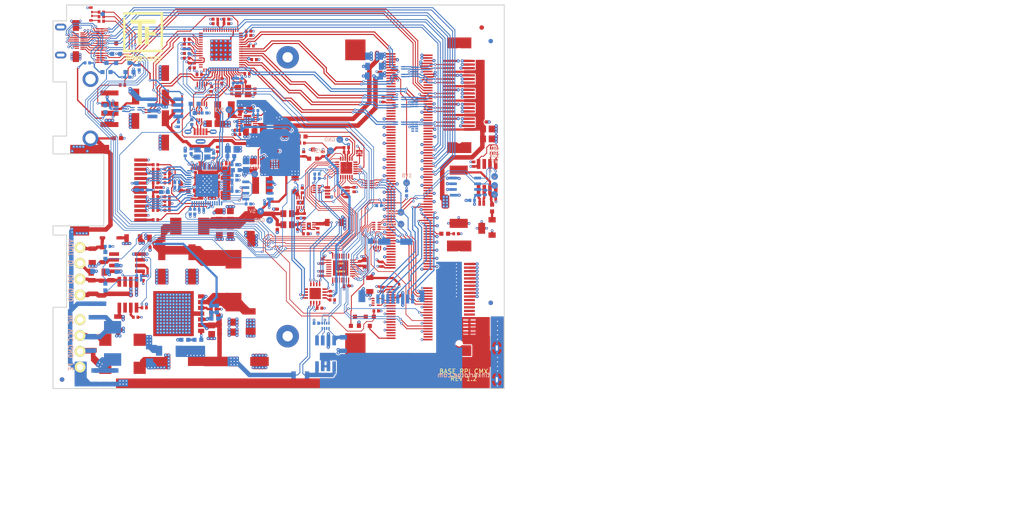
<source format=kicad_pcb>
(kicad_pcb (version 20221018) (generator pcbnew)
  (title_block (title "TNG Base") (date "2020-05-15") (rev "1.2") (company "Tinkerforge GmbH") (comment 1 "Licensed under CERN OHL v.1.1") (comment 2 "Copyright (©) 2020, B.Nordmeyer <bastian@tinkerforge.com>"))
  (layers (0 "F.Cu" power) (1 "In1.Cu" power "GND") (2 "In2.Cu" power "VCC") (31 "B.Cu" signal) (34 "B.Paste" user) (35 "F.Paste" user) (36 "B.SilkS" user "B.Silkscreen") (37 "F.SilkS" user "F.Silkscreen") (38 "B.Mask" user) (39 "F.Mask" user) (44 "Edge.Cuts" user))
  (net 0 "")
  (net 1 "Earth")
  (net 2 "+5V")
  (net 3 "AGND")
  (net 4 "Net-(C101-Pad1)")
  (net 5 "Net-(C102-Pad1)")
  (net 6 "Net-(C103-Pad1)")
  (net 7 "Net-(C105-Pad1)")
  (net 8 "RASP_USB_RESET")
  (net 9 "Net-(C109-Pad1)")
  (net 10 "3V3")
  (net 11 "Net-(C204-Pad1)")
  (net 12 "Net-(C204-Pad2)")
  (net 13 "Net-(C208-Pad1)")
  (net 14 "Net-(C209-Pad1)")
  (net 15 "Net-(C210-Pad1)")
  (net 16 "Net-(C211-Pad1)")
  (net 17 "Net-(C214-Pad1)")
  (net 18 "Net-(C217-Pad2)")
  (net 19 "Net-(C302-Pad1)")
  (net 20 "Net-(C305-Pad2)")
  (net 21 "+1.8V")
  (net 22 "Net-(C306-Pad2)")
  (net 23 "Net-(C316-Pad1)")
  (net 24 "HDMI_5V")
  (net 25 "+1.2V_INT")
  (net 26 "+1.2V")
  (net 27 "VDD12USBPLL")
  (net 28 "VDD12PLL")
  (net 29 "+3.3VP")
  (net 30 "Net-(C421-Pad1)")
  (net 31 "Net-(C422-Pad1)")
  (net 32 "TR0_P")
  (net 33 "TR0_N")
  (net 34 "TR1_P")
  (net 35 "TR1_N")
  (net 36 "TR2_P")
  (net 37 "Net-(C428-Pad1)")
  (net 38 "TR2_N")
  (net 39 "TR3_P")
  (net 40 "TR3_N")
  (net 41 "Net-(C434-Pad1)")
  (net 42 "Net-(C436-Pad2)")
  (net 43 "Net-(D101-Pad2)")
  (net 44 "Net-(D207-Pad1)")
  (net 45 "Net-(D208-Pad1)")
  (net 46 "Net-(D301-Pad2)")
  (net 47 "Net-(D301-Pad1)")
  (net 48 "Net-(D302-Pad2)")
  (net 49 "SD1_DAT1")
  (net 50 "SD1_DAT0")
  (net 51 "SD1_CLK")
  (net 52 "SD1_CMD")
  (net 53 "SD1_DAT3")
  (net 54 "SD1_DAT2")
  (net 55 "Net-(J302-Pad168)")
  (net 56 "Net-(J302-Pad90)")
  (net 57 "Net-(J302-Pad88)")
  (net 58 "Net-(J302-Pad84)")
  (net 59 "Net-(J302-Pad82)")
  (net 60 "Net-(J302-Pad33)")
  (net 61 "Net-(J302-Pad30)")
  (net 62 "Net-(J302-Pad29)")
  (net 63 "Net-(J302-Pad28)")
  (net 64 "Net-(J302-Pad27)")
  (net 65 "ETH_RESET")
  (net 66 "RASP_USB_SMB_CLK")
  (net 67 "RASP_USB_SMB_DATA")
  (net 68 "Net-(J302-Pad2)")
  (net 69 "Net-(J303-Pad1)")
  (net 70 "Net-(J304-Pad1)")
  (net 71 "Net-(J401-Pad13)")
  (net 72 "Net-(J401-Pad11)")
  (net 73 "Net-(L102-Pad1)")
  (net 74 "Net-(L102-Pad4)")
  (net 75 "Net-(D206-Pad2)")
  (net 76 "Net-(L301-Pad1)")
  (net 77 "Net-(L302-Pad1)")
  (net 78 "Net-(L406-Pad1)")
  (net 79 "Net-(P201-Pad2)")
  (net 80 "Net-(Q301-PadD)")
  (net 81 "VBUSB")
  (net 82 "Net-(R101-Pad1)")
  (net 83 "Net-(R104-Pad1)")
  (net 84 "Net-(R105-Pad2)")
  (net 85 "Net-(R107-Pad1)")
  (net 86 "Net-(R108-Pad1)")
  (net 87 "Net-(R110-Pad2)")
  (net 88 "Net-(R212-Pad2)")
  (net 89 "HDMI_CEC")
  (net 90 "Net-(R402-Pad1)")
  (net 91 "Net-(R403-Pad2)")
  (net 92 "Net-(R404-Pad2)")
  (net 93 "Net-(R405-Pad2)")
  (net 94 "Net-(R406-Pad2)")
  (net 95 "EECS")
  (net 96 "LED_ACT")
  (net 97 "LED_LINK")
  (net 98 "ETH_USB_D-")
  (net 99 "ETH_USB_D+")
  (net 100 "RASP_USB_D-")
  (net 101 "RASP_USB_D+")
  (net 102 "Net-(U302-Pad1)")
  (net 103 "Net-(U302-Pad2)")
  (net 104 "EECLK")
  (net 105 "EEDI")
  (net 106 "EEDO")
  (net 107 "3V3_PERM")
  (net 108 "Net-(C124-Pad2)")
  (net 109 "Net-(C126-Pad2)")
  (net 110 "Net-(C131-Pad1)")
  (net 111 "Net-(C132-Pad1)")
  (net 112 "5VStack")
  (net 113 "5VSW")
  (net 114 "XMC_LED_PWR")
  (net 115 "Net-(J303-Pad15)")
  (net 116 "Net-(LED101-Pad4)")
  (net 117 "Net-(LED101-Pad2)")
  (net 118 "Net-(LED101-Pad3)")
  (net 119 "XMC_MUSB_CON")
  (net 120 "Net-(R112-Pad1)")
  (net 121 "Net-(R113-Pad1)")
  (net 122 "Net-(R114-Pad1)")
  (net 123 "XMC_SW_5V")
  (net 124 "XMC_SW_STACK")
  (net 125 "XMC_DI1")
  (net 126 "XMC_DI0")
  (net 127 "XMC_DO0")
  (net 128 "XMC_CS")
  (net 129 "XMC_MISO")
  (net 130 "XMC_MOSI")
  (net 131 "XMC_CLK")
  (net 132 "CUR1+")
  (net 133 "Net-(R218-Pad1)")
  (net 134 "CUR2+")
  (net 135 "CUR3+")
  (net 136 "XMC_SCL")
  (net 137 "XMC_SDA")
  (net 138 "Net-(RP102-Pad7)")
  (net 139 "Net-(RP102-Pad8)")
  (net 140 "CUR2-")
  (net 141 "USB-PWR")
  (net 142 "Net-(U101-Pad38)")
  (net 143 "Net-(U101-Pad39)")
  (net 144 "XMC_SW_PWR")
  (net 145 "Net-(R118-Pad2)")
  (net 146 "XMC_SW_PWR_CUR")
  (net 147 "HDMI_SCL")
  (net 148 "HDMI_SDA")
  (net 149 "EXT_USB_D_F-")
  (net 150 "EXT_USB_D_F+")
  (net 151 "STACK_USB_D0_F+")
  (net 152 "STACK_USB_D0_F-")
  (net 153 "STACK_USB_D1_F+")
  (net 154 "STACK_USB_D1_F-")
  (net 155 "STACK_USB_D2_F+")
  (net 156 "STACK_USB_D2_F-")
  (net 157 "STACK_USB_D3_F+")
  (net 158 "STACK_USB_D3_F-")
  (net 159 "STACK_USB_D4_F+")
  (net 160 "STACK_USB_D4_F-")
  (net 161 "ORIG_USB_D-")
  (net 162 "ORIG_USB_D+")
  (net 163 "HDMI_D2+")
  (net 164 "HDMI_D2-")
  (net 165 "HDMI_D1+")
  (net 166 "HDMI_D1-")
  (net 167 "HDMI_D0+")
  (net 168 "HDMI_D0-")
  (net 169 "HDMI_CLK+")
  (net 170 "HDMI_CLK-")
  (net 171 "FLASH_USB_D_F+")
  (net 172 "FLASH_USB_D_F-")
  (net 173 "EXT_USB_D+")
  (net 174 "EXT_USB_D-")
  (net 175 "STACK_USB_D0-")
  (net 176 "STACK_USB_D0+")
  (net 177 "STACK_USB_D1+")
  (net 178 "STACK_USB_D1-")
  (net 179 "STACK_USB_D2+")
  (net 180 "STACK_USB_D2-")
  (net 181 "STACK_USB_D3-")
  (net 182 "STACK_USB_D3+")
  (net 183 "STACK_USB_D4+")
  (net 184 "STACK_USB_D4-")
  (net 185 "FLASH_USB_D+")
  (net 186 "FLASH_USB_D-")
  (net 187 "STACKPWR")
  (net 188 "Net-(P101-Pad1)")
  (net 189 "Net-(P102-Pad2)")
  (net 190 "Net-(J302-Pad35)")
  (net 191 "Net-(D202-Pad1)")
  (net 192 "XMC_PORT_LED")
  (net 193 "Net-(D209-Pad1)")
  (net 194 "Net-(D210-Pad2)")
  (net 195 "Net-(R205-Pad2)")
  (net 196 "Net-(R211-Pad1)")
  (net 197 "Net-(J103-Pad22)")
  (net 198 "Net-(J103-Pad24)")
  (net 199 "Net-(J103-Pad26)")
  (net 200 "Net-(J103-Pad28)")
  (net 201 "Net-(J103-Pad30)")
  (net 202 "Net-(J103-Pad21)")
  (net 203 "Net-(J103-Pad23)")
  (net 204 "Net-(J103-Pad25)")
  (net 205 "Net-(J103-Pad27)")
  (net 206 "Net-(J103-Pad29)")
  (net 207 "Net-(J302-Pad3)")
  (net 208 "Net-(J302-Pad4)")
  (net 209 "Net-(J302-Pad5)")
  (net 210 "Net-(J302-Pad6)")
  (net 211 "Net-(J302-Pad10)")
  (net 212 "Net-(J302-Pad12)")
  (net 213 "Net-(J302-Pad16)")
  (net 214 "Net-(J302-Pad17)")
  (net 215 "Net-(J302-Pad18)")
  (net 216 "Net-(J302-Pad22)")
  (net 217 "Net-(J302-Pad23)")
  (net 218 "Net-(J302-Pad24)")
  (net 219 "Net-(J302-Pad34)")
  (net 220 "Net-(J302-Pad36)")
  (net 221 "Net-(J302-Pad45)")
  (net 222 "Net-(J302-Pad46)")
  (net 223 "Net-(J302-Pad47)")
  (net 224 "Net-(J302-Pad48)")
  (net 225 "Net-(J302-Pad51)")
  (net 226 "Net-(J302-Pad52)")
  (net 227 "Net-(J302-Pad53)")
  (net 228 "Net-(J302-Pad54)")
  (net 229 "Net-(J302-Pad57)")
  (net 230 "Net-(J302-Pad58)")
  (net 231 "Net-(J302-Pad59)")
  (net 232 "Net-(J302-Pad60)")
  (net 233 "Net-(J302-Pad63)")
  (net 234 "Net-(J302-Pad65)")
  (net 235 "Net-(J302-Pad70)")
  (net 236 "Net-(J302-Pad71)")
  (net 237 "Net-(J302-Pad72)")
  (net 238 "Net-(J302-Pad76)")
  (net 239 "Net-(J302-Pad78)")
  (net 240 "Net-(J302-Pad93)")
  (net 241 "Net-(J302-Pad94)")
  (net 242 "Net-(J302-Pad95)")
  (net 243 "Net-(J302-Pad96)")
  (net 244 "Net-(J302-Pad99)")
  (net 245 "Net-(J302-Pad100)")
  (net 246 "Net-(J302-Pad101)")
  (net 247 "Net-(J302-Pad102)")
  (net 248 "Net-(J302-Pad105)")
  (net 249 "Net-(J302-Pad106)")
  (net 250 "Net-(J302-Pad107)")
  (net 251 "Net-(J302-Pad108)")
  (net 252 "Net-(J302-Pad112)")
  (net 253 "Net-(J302-Pad114)")
  (net 254 "Net-(J302-Pad118)")
  (net 255 "Net-(J302-Pad120)")
  (net 256 "Net-(J302-Pad124)")
  (net 257 "Net-(J302-Pad126)")
  (net 258 "Net-(J302-Pad128)")
  (net 259 "Net-(J302-Pad130)")
  (net 260 "Net-(J302-Pad132)")
  (net 261 "Net-(J302-Pad135)")
  (net 262 "Net-(J302-Pad136)")
  (net 263 "Net-(J302-Pad137)")
  (net 264 "Net-(J302-Pad138)")
  (net 265 "Net-(J302-Pad141)")
  (net 266 "Net-(J302-Pad142)")
  (net 267 "Net-(J302-Pad143)")
  (net 268 "Net-(J302-Pad144)")
  (net 269 "Net-(J302-Pad147)")
  (net 270 "Net-(J302-Pad148)")
  (net 271 "Net-(J302-Pad149)")
  (net 272 "Net-(J302-Pad150)")
  (net 273 "Net-(J302-Pad153)")
  (net 274 "Net-(J302-Pad154)")
  (net 275 "Net-(J302-Pad155)")
  (net 276 "Net-(J302-Pad156)")
  (net 277 "Net-(J302-Pad158)")
  (net 278 "Net-(J302-Pad159)")
  (net 279 "Net-(J302-Pad160)")
  (net 280 "Net-(J302-Pad161)")
  (net 281 "Net-(J302-Pad162)")
  (net 282 "Net-(J302-Pad166)")
  (net 283 "Net-(J302-Pad172)")
  (net 284 "Net-(J302-Pad174)")
  (net 285 "Net-(J302-Pad176)")
  (net 286 "Net-(J302-Pad177)")
  (net 287 "Net-(J302-Pad178)")
  (net 288 "Net-(J302-Pad179)")
  (net 289 "Net-(J302-Pad180)")
  (net 290 "Net-(J303-Pad2)")
  (net 291 "Net-(J304-Pad4)")
  (net 292 "Net-(P202-Pad1)")
  (net 293 "Net-(R403-Pad1)")
  (net 294 "Net-(RP101-Pad2)")
  (net 295 "Net-(RP101-Pad3)")
  (net 296 "Net-(RP101-Pad6)")
  (net 297 "Net-(RP101-Pad7)")
  (net 298 "Net-(RP102-Pad3)")
  (net 299 "Net-(RP102-Pad6)")
  (net 300 "Net-(RP302-Pad2)")
  (net 301 "Net-(RP302-Pad3)")
  (net 302 "Net-(RP302-Pad6)")
  (net 303 "Net-(RP302-Pad7)")
  (net 304 "Net-(RP303-Pad7)")
  (net 305 "Net-(RP303-Pad6)")
  (net 306 "Net-(RP303-Pad3)")
  (net 307 "Net-(RP303-Pad2)")
  (net 308 "Net-(U101-Pad14)")
  (net 309 "Net-(U101-Pad15)")
  (net 310 "Net-(U101-Pad16)")
  (net 311 "Net-(U101-Pad18)")
  (net 312 "Net-(U101-Pad20)")
  (net 313 "Net-(U101-Pad21)")
  (net 314 "Net-(U101-Pad22)")
  (net 315 "Net-(U101-Pad23)")
  (net 316 "Net-(U101-Pad26)")
  (net 317 "Net-(U101-Pad27)")
  (net 318 "Net-(U101-Pad28)")
  (net 319 "Net-(U101-Pad29)")
  (net 320 "Net-(U101-Pad30)")
  (net 321 "Net-(U101-Pad31)")
  (net 322 "Net-(U101-Pad32)")
  (net 323 "Net-(U101-Pad33)")
  (net 324 "Net-(U101-Pad34)")
  (net 325 "Net-(U101-Pad35)")
  (net 326 "Net-(U101-Pad36)")
  (net 327 "Net-(U101-Pad37)")
  (net 328 "Net-(U101-Pad47)")
  (net 329 "Net-(U101-Pad48)")
  (net 330 "Net-(U101-Pad49)")
  (net 331 "Net-(U101-Pad50)")
  (net 332 "Net-(U101-Pad51)")
  (net 333 "Net-(U102-Pad5)")
  (net 334 "Net-(U102-Pad3)")
  (net 335 "Net-(U104-Pad6)")
  (net 336 "Net-(U107-Pad10)")
  (net 337 "Net-(U107-Pad9)")
  (net 338 "Net-(U107-Pad2)")
  (net 339 "Net-(U107-Pad1)")
  (net 340 "Net-(U111-Pad3)")
  (net 341 "Net-(U201-Pad5)")
  (net 342 "Net-(U202-Pad2)")
  (net 343 "Net-(U204-Pad10)")
  (net 344 "Net-(U204-Pad9)")
  (net 345 "Net-(U301-Pad11)")
  (net 346 "Net-(U301-Pad5)")
  (net 347 "Net-(U302-Pad7)")
  (net 348 "Net-(U401-Pad4)")
  (net 349 "Net-(U401-Pad10)")
  (net 350 "Net-(U401-Pad18)")
  (net 351 "Net-(U401-Pad21)")
  (net 352 "Net-(U401-Pad22)")
  (net 353 "Net-(U401-Pad25)")
  (net 354 "Net-(U401-Pad31)")
  (net 355 "Net-(U401-Pad32)")
  (net 356 "Net-(U401-Pad35)")
  (net 357 "Net-(U401-Pad38)")
  (net 358 "Net-(U401-Pad40)")
  (net 359 "Net-(U402-Pad6)")
  (net 360 "Net-(U402-Pad7)")
  (net 361 "Net-(U405-Pad2)")
  (net 362 "Net-(U405-Pad5)")
  (net 363 "Net-(U405-Pad10)")
  (net 364 "Net-(U405-Pad11)")
  (net 365 "TPM_IRQ")
  (net 366 "TPM_RST")
  (net 367 "TPM_CS")
  (net 368 "TPM_SCLK")
  (net 369 "TPM_MOSI")
  (net 370 "TPM_MISO")
  (net 371 "Net-(RP305-Pad6)")
  (net 372 "Net-(RP305-Pad7)")
  (net 373 "Net-(U310-Pad31)")
  (net 374 "Net-(U310-Pad30)")
  (net 375 "Net-(U310-Pad29)")
  (net 376 "Net-(U310-Pad3)")
  (net 377 "Net-(U310-Pad4)")
  (net 378 "Net-(U310-Pad5)")
  (net 379 "Net-(U310-Pad6)")
  (net 380 "Net-(U310-Pad7)")
  (net 381 "Net-(U310-Pad10)")
  (net 382 "Net-(U310-Pad11)")
  (net 383 "Net-(U310-Pad12)")
  (net 384 "Net-(U310-Pad13)")
  (net 385 "Net-(U310-Pad15)")
  (net 386 "Net-(U310-Pad25)")
  (net 387 "Net-(U310-Pad26)")
  (net 388 "Net-(U310-Pad27)")
  (net 389 "Net-(U310-Pad28)")
  (net 390 "Net-(P304-Pad1)")
  (footprint "kicad-libraries:ELKO_103" (layer "F.Cu") (at 85.05 129.9437)
    (fp_text reference "C212")
    (fp_text value "UWT1H221MNL1GS")
  )
  (footprint "kicad-libraries:ELKO_103" (layer "F.Cu") (at 98.85 129.9437 180)
    (fp_text reference "C213")
    (fp_text value "UWT1H221MNL1GS")
  )
  (footprint "kicad-libraries:Raspberry-Pi-Compute-Socket" (layer "F.Cu") (at 136.45 93.4437 180)
    (fp_text reference "J302")
    (fp_text value "Raspberry-Pi-Compute-Socket")
  )
  (footprint "kicad-libraries:NR4040" (layer "F.Cu") (at 95.45 74.1437)
    (fp_text reference "L301")
    (fp_text value "4.7uH")
  )
  (footprint "kicad-libraries:NR4040" (layer "F.Cu") (at 105.55 78.9437 180)
    (fp_text reference "L302")
    (fp_text value "2.2uH")
  )
  (footprint "kicad-libraries:NR4040" (layer "F.Cu") (at 103.85 90.9437)
    (fp_text reference "L406")
    (fp_text value "2.2uH")
  )
  (footprint "kicad-libraries:4X0402" (layer "F.Cu") (at 127.4 90.6937 90)
    (fp_text reference "RP301")
    (fp_text value "82")
  )
  (footprint "kicad-libraries:4X0402" (layer "F.Cu") (at 128.95 116.7437 90)
    (fp_text reference "RP302")
    (fp_text value "100k")
  )
  (footprint "kicad-libraries:4X0402" (layer "F.Cu") (at 155.15 83.2437 180)
    (fp_text reference "RP303")
    (fp_text value "10k")
  )
  (footprint "kicad-libraries:QFN64-9x9mm-0.5mm_USB2517" (layer "F.Cu") (at 94.65 60.9437 90)
    (fp_text reference "U101")
    (fp_text value "USB2517")
  )
  (footprint "kicad-libraries:SO-8" (layer "F.Cu") (at 153.65 89.0437)
    (fp_text reference "U302")
    (fp_text value "PCF8523T")
  )
  (footprint "kicad-libraries:MSOP10-0.5" (layer "F.Cu") (at 90.45 70.6437 180)
    (fp_text reference "U303")
    (fp_text value "FSUSB42MUX")
  )
  (footprint "kicad-libraries:AB26TRQ" (layer "F.Cu") (at 152.45 100.4437 180)
    (fp_text reference "X301")
    (fp_text value "32.768kHz")
  )
  (footprint "kicad-libraries:USB-A-SMT-8231" (layer "F.Cu") (at 65.75 73.9437 -90)
    (fp_text reference "J101")
    (fp_text value "USB-A")
  )
  (footprint "kicad-libraries:4X0402" (layer "F.Cu") (at 115.85 91.7437 90)
    (fp_text reference "RP101")
    (fp_text value "10k")
  )
  (footprint "kicad-libraries:QFN24-4x4mm-0.5mm" (layer "F.Cu") (at 122.45 87.0437 180)
    (fp_text reference "U104")
    (fp_text value "XMC1302")
  )
  (footprint "kicad-libraries:TSSOP8_3" (layer "F.Cu") (at 120.45 92.4437 -90)
    (fp_text reference "U111")
    (fp_text value "PCT2075DP")
  )
  (footprint "kicad-libraries:MICRO-HDMI-D" (layer "F.Cu") (at 57.45 58.9437 -90)
    (fp_text reference "J303")
    (fp_text value "MICRO_HDMI")
  )
  (footprint "kicad-libraries:SOT23-3" (layer "F.Cu") (at 115.1 83.9937 180)
    (fp_text reference "U108")
    (fp_text value "AP7333-33SAG-7")
  )
  (footprint "kicad-libraries:ELKO_63" (layer "F.Cu") (at 101.35 100.05 90)
    (fp_text reference "C219")
    (fp_text value "100uF")
  )
  (footprint "kicad-libraries:ELKO_63" (layer "F.Cu") (at 88.25 108.4437 90)
    (fp_text reference "C216")
    (fp_text value "100uF")
  )
  (footprint "kicad-libraries:ELKO_63" (layer "F.Cu") (at 81.55 108.4437 90)
    (fp_text reference "C220")
    (fp_text value "100uF")
  )
  (footprint "kicad-libraries:QFN-16" (layer "F.Cu") (at 115.55 114.8937 90)
    (fp_text reference "U204")
    (fp_text value "PAC1933")
  )
  (footprint "kicad-libraries:Logo_TF_10x12" (layer "F.Cu") (at 77.4 58.05)
    (fp_text reference "G***" hide)
    (fp_text value "LOGO" hide)
  )
  (footprint "kicad-libraries:SolderJumper" (layer "F.Cu") (at 125.35 83.775 -90)
    (fp_text reference "P102")
    (fp_text value "Boot")
  )
  (footprint "kicad-libraries:PE_Hook" (layer "F.Cu") (at 155.95 128.05)
    (fp_text reference "P103")
    (fp_text value "PE")
  )
  (footprint "kicad-libraries:Fiducial_Mark" (layer "F.Cu") (at 152.45 55.95)
    (fp_text reference "Fiducial_Mark" hide)
    (fp_text value "VAL**" hide)
  )
  (footprint "kicad-libraries:Fiducial_Mark" (layer "F.Cu") (at 59.45 133.95)
    (fp_text reference "Fiducial_Mark" hide)
    (fp_text value "VAL**" hide)
  )
  (footprint "kicad-libraries:Fiducial_Mark" (layer "F.Cu") (at 154.45 116.95)
    (fp_text reference "Fiducial_Mark" hide)
    (fp_text value "VAL**" hide)
  )
  (footprint "kicad-libraries:Fiducial_Mark" (layer "F.Cu") (at 71.45 59.45)
    (fp_text reference "Fiducial_Mark" hide)
    (fp_text value "VAL**" hide)
  )
  (footprint "kicad-libraries:SOD-123" (layer "F.Cu") (at 70.25 102.55 180)
    (fp_text reference "D203")
    (fp_text value "SBR0560S1-7")
  )
  (footprint "kicad-libraries:R1206" (layer "F.Cu") (at 66.15 106.45 90)
    (fp_text reference "R201")
    (fp_text value "VC1206K201R030")
  )
  (footprint "kicad-libraries:R1206" (layer "F.Cu") (at 66.05 113.45 -90)
    (fp_text reference "R202")
    (fp_text value "VC1206K201R030")
  )
  (footprint "kicad-libraries:RMELF" (layer "F.Cu") (at 67.35 110.15)
    (fp_text reference "R203")
    (fp_text value "1k")
  )
  (footprint "kicad-libraries:SO-8" (layer "F.Cu") (at 73.85 108.05 90)
    (fp_text reference "U201")
    (fp_text value "ISO1211")
  )
  (footprint "kicad-libraries:SO-8" (layer "F.Cu") (at 74.05 115.15)
    (fp_text reference "U202")
    (fp_text value "FPF2700MX")
  )
  (footprint "kicad-libraries:RJSLG-001TA1" (layer "F.Cu") (at 69.45 91.9437 90)
    (fp_text reference "J401")
    (fp_text value "RJSLG-001TA1")
  )
  (footprint "kicad-libraries:MiniMelf" (layer "F.Cu") (at 154.75 100.2437 -90)
    (fp_text reference "D302")
    (fp_text value "BAQ33-GS08")
  )
  (footprint "kicad-libraries:4X0402" (layer "F.Cu") (at 129.125 99.9 90)
    (fp_text reference "RP304")
    (fp_text value "82")
  )
  (footprint "kicad-libraries:4X0402" (layer "F.Cu") (at 129.2743 104.025)
    (fp_text reference "RP305")
    (fp_text value "10k")
  )
  (footprint "kicad-libraries:QFN32-EXT" (layer "F.Cu") (at 121.2 109.25)
    (fp_text reference "U310")
    (fp_text value "SLB9670")
  )
  (footprint "kicad-libraries:C0402F" (layer "F.Cu") (at 130.1 65.3 90)
    (fp_text reference "C308")
    (fp_text value "1uF")
  )
  (footprint "kicad-libraries:R0402F" (layer "F.Cu") (at 75.75 120.15)
    (fp_text reference "R211")
    (fp_text value "562")
  )
  (footprint "kicad-libraries:C0402F" (layer "F.Cu") (at 93.05 118.35)
    (fp_text reference "C208")
    (fp_text value "100pF")
  )
  (footprint "kicad-libraries:C0805E" (layer "F.Cu") (at 92.6 122.9 -90)
    (fp_text reference "C205")
    (fp_text value "100nF/35V")
  )
  (footprint "kicad-libraries:C0805E" (layer "F.Cu") (at 96.75 97.6 90)
    (fp_text reference "C218")
    (fp_text value "10uF")
  )
  (footprint "kicad-libraries:C0805E" (layer "F.Cu") (at 94.3 100.9 -90)
    (fp_text reference "C224")
    (fp_text value "10uF")
  )
  (footprint "kicad-libraries:C0805E" (layer "F.Cu") (at 94.25 97.6 90)
    (fp_text reference "C225")
    (fp_text value "10uF")
  )
  (footprint "kicad-libraries:C0805E" (layer "F.Cu") (at 96.75 100.95 -90)
    (fp_text reference "C223")
    (fp_text value "10uF")
  )
  (footprint "kicad-libraries:C0402F" (layer "F.Cu") (at 130.4 114 -90)
    (fp_text reference "C307")
    (fp_text value "1uF")
  )
  (footprint "kicad-libraries:C0402F" (layer "F.Cu") (at 130.35 108.4 90)
    (fp_text reference "C310")
    (fp_text value "1uF")
  )
  (footprint "kicad-libraries:SOD-123FL" (layer "F.Cu") (at 68.45 106.3 90)
    (fp_text reference "D202")
    (fp_text value "SMF36CA")
  )
  (footprint "kicad-libraries:SOD-123FL" (layer "F.Cu") (at 68.2 113.7 90)
    (fp_text reference "D204")
    (fp_text value "SMF36CA")
  )
  (footprint "kicad-libraries:C0805E" (layer "F.Cu") (at 153.7 78.425 180)
    (fp_text reference "C135")
    (fp_text value "10uF")
  )
  (footprint "kicad-libraries:C0805E" (layer "F.Cu") (at 153.7 80.625 180)
    (fp_text reference "C136")
    (fp_text value "10uF")
  )
  (footprint "kicad-libraries:C0805E" (layer "F.Cu") (at 92.95 77.2437 180)
    (fp_text reference "C309")
    (fp_text value "10uF")
  )
  (footprint "kicad-libraries:C0805E" (layer "F.Cu") (at 109.1 78.675 -90)
    (fp_text reference "C311")
    (fp_text value "10uF")
  )
  (footprint "kicad-libraries:C0805E" (layer "F.Cu") (at 101.85 86.5437 90)
    (fp_text reference "C437")
    (fp_text value "10uF")
  )
  (footprint "kicad-libraries:C0805E" (layer "F.Cu") (at 99.95 74.0437)
    (fp_text reference "C301")
    (fp_text value "10uF")
  )
  (footprint "kicad-libraries:C0805E" (layer "F.Cu") (at 101.15 79.0437 180)
    (fp_text reference "C303")
    (fp_text value "10uF")
  )
  (footprint "kicad-libraries:C0805E" (layer "F.Cu") (at 104.05 86.5437 90)
    (fp_text reference "C435")
    (fp_text value "10uF")
  )
  (footprint "kicad-libraries:C1206" (layer "F.Cu") (at 127.65 112.9 -90)
    (fp_text reference "C304")
    (fp_text value "47uF")
  )
  (footprint "kicad-libraries:R0805E" (layer "F.Cu") (at 109.45 97.1937)
    (fp_text reference "L108")
    (fp_text value "742792040")
  )
  (footprint "kicad-libraries:R0805E" (layer "F.Cu") (at 109.45 99.6437)
    (fp_text reference "L109")
    (fp_text value "742792040")
  )
  (footprint "kicad-libraries:C0402F" (layer "F.Cu") (at 98.35 79.6437 180)
    (fp_text reference "C302")
    (fp_text value "100nF")
  )
  (footprint "kicad-libraries:C0402F" (layer "F.Cu") (at 102.2 70.025 -90)
    (fp_text reference "C101")
    (fp_text value "33pF")
  )
  (footprint "kicad-libraries:C0402F" (layer "F.Cu") (at 97.05 70.125 90)
    (fp_text reference "C102")
    (fp_text value "33pF")
  )
  (footprint "kicad-libraries:C0402F" (layer "F.Cu") (at 93.45 54.0937 180)
    (fp_text reference "C103")
    (fp_text value "1uF")
  )
  (footprint "kicad-libraries:C0402F" (layer "F.Cu") (at 93.45 55.0937 180)
    (fp_text reference "C104")
    (fp_text value "100nF")
  )
  (footprint "kicad-libraries:ELKO_63" (layer "F.Cu") (at 82.35 78.7437 90)
    (fp_text reference "C108")
    (fp_text value "100uF")
  )
  (footprint "kicad-libraries:ELKO_63" (layer "F.Cu") (at 82.35 68.7437 -90)
    (fp_text reference "C109")
    (fp_text value "100uF")
  )
  (footprint "kicad-libraries:C0402F" (layer "F.Cu") (at 100.45 66.1437)
    (fp_text reference "C110")
    (fp_text value "100nF")
  )
  (footprint "kicad-libraries:C0402F" (layer "F.Cu") (at 94.85 67.7437 -90)
    (fp_text reference "C111")
    (fp_text value "100nF")
  )
  (footprint "kicad-libraries:C0402F" (layer "F.Cu") (at 89.85 66.3937 180)
    (fp_text reference "C112")
    (fp_text value "100nF")
  )
  (footprint "kicad-libraries:C0402F" (layer "F.Cu") (at 101.35 60.0437)
    (fp_text reference "C113")
    (fp_text value "100nF")
  )
  (footprint "kicad-libraries:C0402F" (layer "F.Cu") (at 102 63.0437)
    (fp_text reference "C114")
    (fp_text value "100nF")
  )
  (footprint "kicad-libraries:C0402F" (layer "F.Cu") (at 87.75 64.3437 -90)
    (fp_text reference "C115")
    (fp_text value "1uF")
  )
  (footprint "kicad-libraries:C0402F" (layer "F.Cu") (at 88.75 64.3437 -90)
    (fp_text reference "C116")
    (fp_text value "100nF")
  )
  (footprint "kicad-libraries:ELKO_63" (layer "F.Cu") (at 75.75 73.9437 90)
    (fp_text reference "C117")
    (fp_text value "100uF")
  )
  (footprint "kicad-libraries:C0402F" (layer "F.Cu") (at 95.85 55.0937)
    (fp_text reference "C118")
    (fp_text value "100nF")
  )
  (footprint "kicad-libraries:C0402F" (layer "F.Cu") (at 95.85 54.0937)
    (fp_text reference "C119")
    (fp_text value "1uF")
  )
  (footprint "kicad-libraries:C0603F" (layer "F.Cu") (at 71.75 80.475)
    (fp_text reference "C120")
    (fp_text value "100nF")
  )
  (footprint "kicad-libraries:C0402F" (layer "F.Cu") (at 122.45 83.6)
    (fp_text reference "C121")
    (fp_text value "100nF")
  )
  (footprint "kicad-libraries:C0402F" (layer "F.Cu") (at 122.45 82.55)
    (fp_text reference "C122")
    (fp_text value "1uF")
  )
  (footprint "kicad-libraries:C0402F" (layer "F.Cu") (at 107.15 96.6937 -90)
    (fp_text reference "C123")
    (fp_text value "1uF")
  )
  (footprint "kicad-libraries:C0402F" (layer "F.Cu") (at 111.65 97.6937 90)
    (fp_text reference "C124")
    (fp_text value "1uF")
  )
  (footprint "kicad-libraries:C0402F" (layer "F.Cu") (at 107.15 100.1437 90)
    (fp_text reference "C125")
    (fp_text value "1uF")
  )
  (footprint "kicad-libraries:C0402F" (layer "F.Cu") (at 111.65 100.1437 90)
    (fp_text reference "C126")
    (fp_text value "1uF")
  )
  (footprint "kicad-libraries:C0402F" (layer "F.Cu") (at 113.15 97.675 -90)
    (fp_text reference "C127")
    (fp_text value "1uF")
  )
  (footprint "kicad-libraries:C0402F" (layer "F.Cu") (at 113.45 101.6437)
    (fp_text reference "C128")
    (fp_text value "1uF")
  )
  (footprint "kicad-libraries:C0402F" (layer "F.Cu") (at 113 83.9937 90)
    (fp_text reference "C129")
    (fp_text value "1uF")
  )
  (footprint "kicad-libraries:C0402F" (layer "F.Cu") (at 117.3 83.9937 90)
    (fp_text reference "C130")
    (fp_text value "1uF")
  )
  (footprint "kicad-libraries:C0402F" (layer "F.Cu") (at 112.7 92.0437 90)
    (fp_text reference "C131")
    (fp_text value "DNP")
  )
  (footprint "kicad-libraries:C0402F" (layer "F.Cu") (at 116.15 100.9437 -90)
    (fp_text reference "C132")
    (fp_text value "DNP")
  )
  (footprint "kicad-libraries:C0402F" (layer "F.Cu") (at 124.15 91.8437 -90)
    (fp_text reference "C133")
    (fp_text value "100nF")
  )
  (footprint "kicad-libraries:C0402F" (layer "F.Cu") (at 152.925 76.875 180)
    (fp_text reference "C134")
    (fp_text value "1uF")
  )
  (footprint "kicad-libraries:C1206" (layer "F.Cu") (at 95.85 121.2437)
    (fp_text reference "C201")
    (fp_text value "10uF/35V")
  )
  (footprint "kicad-libraries:C1206" (layer "F.Cu") (at 95.85 123.4437)
    (fp_text reference "C202")
    (fp_text value "10uF/35V")
  )
  (footprint "kicad-libraries:C1206" (layer "F.Cu") (at 75.25 102.55 180)
    (fp_text reference "C203")
    (fp_text value "10uF/35V")
  )
  (footprint "kicad-libraries:C1206" (layer "F.Cu") (at 70.3 113.45 -90)
    (fp_text reference "C209")
    (fp_text value "1uF/50V")
  )
  (footprint "kicad-libraries:C0402F" (layer "F.Cu") (at 79.45 104.5437 180)
    (fp_text reference "C214")
    (fp_text value "100nF")
  )
  (footprint "kicad-libraries:C1206" (layer "F.Cu") (at 80.35 102.6437 180)
    (fp_text reference "C215")
    (fp_text value "10uF")
  )
  (footprint "kicad-libraries:C0402F" (layer "F.Cu") (at 118.9 114.8937 90)
    (fp_text reference "C221")
    (fp_text value "100nF")
  )
  (footprint "kicad-libraries:C0402F" (layer "F.Cu") (at 116.5 118.1437)
    (fp_text reference "C222")
    (fp_text value "100nF")
  )
  (footprint "kicad-libraries:C1206" (layer "F.Cu") (at 71.8 121.5 90)
    (fp_text reference "C226")
    (fp_text value "10uF")
  )
  (footprint "kicad-libraries:C0402F" (layer "F.Cu") (at 77.45 111.45 90)
    (fp_text reference "C227")
    (fp_text value "100nF")
  )
  (footprint "kicad-libraries:C0402F" (layer "F.Cu") (at 150.7 86.225 90)
    (fp_text reference "C315")
    (fp_text value "100nF")
  )
  (footprint "kicad-libraries:C0402F" (layer "F.Cu") (at 155.05 93.8437)
    (fp_text reference "C316")
    (fp_text value "100nF")
  )
  (footprint "kicad-libraries:DSK" (layer "F.Cu") (at 147.35 93.4437 -90)
    (fp_text reference "C317")
    (fp_text value "DSK-3R3H334T-HL ")
  )
  (footprint "kicad-libraries:C0402F" (layer "F.Cu") (at 92.6 69.5937 90)
    (fp_text reference "C318")
    (fp_text value "100nF")
  )
  (footprint "kicad-libraries:C0603F" (layer "F.Cu") (at 126.5 108.2 -90)
    (fp_text reference "C320")
    (fp_text value "2.2uF")
  )
  (footprint "kicad-libraries:C0402F" (layer "F.Cu") (at 117.175 107.75 -90)
    (fp_text reference "C322")
    (fp_text value "DNP")
  )
  (footprint "kicad-libraries:C0402F" (layer "F.Cu") (at 117.175 110.475 90)
    (fp_text reference "C323")
    (fp_text value "100nF")
  )
  (footprint "kicad-libraries:C0402F" (layer "F.Cu") (at 122.45 113.2)
    (fp_text reference "C324")
    (fp_text value "DNP")
  )
  (footprint "kicad-libraries:C0402F" (layer "F.Cu") (at 125.35 108.25 90)
    (fp_text reference "C325")
    (fp_text value "100nF")
  )
  (footprint "kicad-libraries:C0402F" (layer "F.Cu") (at 91.05 87.6437 -90)
    (fp_text reference "C402")
    (fp_text value "100nF")
  )
  (footprint "kicad-libraries:C0402F" (layer "F.Cu") (at 89.55 93.1937)
    (fp_text reference "C405")
    (fp_text value "100nF")
  )
  (footprint "kicad-libraries:C0402F" (layer "F.Cu") (at 89.55 90.5937)
    (fp_text reference "C407")
    (fp_text value "100nF")
  )
  (footprint "kicad-libraries:C0402F" (layer "F.Cu") (at 89.55 89.1937)
    (fp_text reference "C408")
    (fp_text value "100nF")
  )
  (footprint "kicad-libraries:C0402F" (layer "F.Cu") (at 89.55 88.0937)
    (fp_text reference "C409")
    (fp_text value "100nF")
  )
  (footprint "kicad-libraries:C0402F" (layer "F.Cu") (at 92 87.6437 -90)
    (fp_text reference "C411")
    (fp_text value "100nF")
  )
  (footprint "kicad-libraries:C0402F" (layer "F.Cu") (at 93.3 87.6437 -90)
    (fp_text reference "C412")
    (fp_text value "100nF")
  )
  (footprint "kicad-libraries:C0402F" (layer "F.Cu") (at 93.6 90.2437 180)
    (fp_text reference "C413")
    (fp_text value "100nF")
  )
  (footprint "kicad-libraries:C0402F" (layer "F.Cu") (at 93.6 91.6937 180)
    (fp_text reference "C414")
    (fp_text value "100nF")
  )
  (footprint "kicad-libraries:C0402F" (layer "F.Cu") (at 93.6 93.1937 180)
    (fp_text reference "C415")
    (fp_text value "100nF")
  )
  (footprint "kicad-libraries:C0402F" (layer "F.Cu") (at 91.75 93.1937)
    (fp_text reference "C417")
    (fp_text value "100nF")
  )
  (footprint "kicad-libraries:C0402F" (layer "F.Cu") (at 82.75 95.4437)
    (fp_text reference "C423")
    (fp_text value "15pF/50V")
  )
  (footprint "kicad-libraries:C0402F" (layer "F.Cu") (at 82.75 96.4437)
    (fp_text reference "C424")
    (fp_text value "15pF/50V")
  )
  (footprint "kicad-libraries:C0402F" (layer "F.Cu") (at 82.75 93.4437)
    (fp_text reference "C425")
    (fp_text value "15pF/50V")
  )
  (footprint "kicad-libraries:C0402F" (layer "F.Cu") (at 82.75 94.4437)
    (fp_text reference "C426")
    (fp_text value "15pF/50V")
  )
  (footprint "kicad-libraries:C0402F" (layer "F.Cu") (at 82.75 89.3437)
    (fp_text reference "C427")
    (fp_text value "15pF/50V")
  )
  (footprint "kicad-libraries:C0402F" (layer "F.Cu") (at 81.35 91.8937 90)
    (fp_text reference "C428")
    (fp_text value "10nF")
  )
  (footprint "kicad-libraries:C0402F" (layer "F.Cu") (at 82.75 90.3437)
    (fp_text reference "C429")
    (fp_text value "15pF/50V")
  )
  (footprint "kicad-libraries:C0402F" (layer "F.Cu") (at 80.4 91.8937 90)
    (fp_text reference "C430")
    (fp_text value "100nF")
  )
  (footprint "kicad-libraries:C0402F" (layer "F.Cu") (at 82.75 87.3437)
    (fp_text reference "C431")
    (fp_text value "15pF/50V")
  )
  (footprint "kicad-libraries:C0402F" (layer "F.Cu") (at 82.75 88.3437)
    (fp_text reference "C432")
    (fp_text value "15pF/50V")
  )
  (footprint "kicad-libraries:C0402F" (layer "F.Cu") (at 104.65 82.4437)
    (fp_text reference "C436")
    (fp_text value "100pF")
  )
  (footprint "kicad-libraries:SOD-128" (layer "F.Cu") (at 101.25 121.0437 -90)
    (fp_text reference "D206")
    (fp_text value "PMEG6045")
  )
  (footprint "kicad-libraries:D0603F" (layer "F.Cu") (at 112.65 80.0937)
    (fp_text reference "D208")
    (fp_text value "LED")
  )
  (footprint "kicad-libraries:D0603F" (layer "F.Cu") (at 144.25 101.6437 180)
    (fp_text reference "D301")
    (fp_text value "green")
  )
  (footprint "kicad-libraries:TNG-40-TOP" (layer "F.Cu") (at 147.45 70.95 -90)
    (fp_text reference "J102")
    (fp_text value "TNG-Data-TOP")
  )
  (footprint "kicad-libraries:TNG-40-TOP" (layer "F.Cu") (at 147.45 115.95 -90)
    (fp_text reference "J103")
    (fp_text value "TNG-Power-TOP")
  )
  (footprint "kicad-libraries:USB-Micro-Vertical" (layer "F.Cu") (at 90.15 79.0437)
    (fp_text reference "J304")
    (fp_text value "USB Micro")
  )
  (footprint "kicad-libraries:R0603F" (layer "F.Cu") (at 84.15 73.7437 -90)
    (fp_text reference "L101")
    (fp_text value "INDUCTs")
  )
  (footprint "kicad-libraries:WE-LHMI" (layer "F.Cu") (at 97.45 112.0437 90)
    (fp_text reference "L202")
    (fp_text value "22uH 74437368220")
  )
  (footprint "kicad-libraries:SRP7030" (layer "F.Cu") (at 87.75 99.9437)
    (fp_text reference "L203")
    (fp_text value "10uH")
  )
  (footprint "kicad-libraries:R0603F" (layer "F.Cu") (at 88.15 92.0937 180)
    (fp_text reference "L401")
    (fp_text value "FB")
  )
  (footprint "kicad-libraries:R0603F" (layer "F.Cu") (at 85.75 91.3437 -90)
    (fp_text reference "L404")
    (fp_text value "FB")
  )
  (footprint "kicad-libraries:LED-RGB-LP" (layer "F.Cu") (at 65.85 52.9437 90)
    (fp_text reference "LED101")
    (fp_text value "EASV3015RGBA0")
  )
  (footprint "kicad-libraries:OQ_4P" (layer "F.Cu") (at 63.45 109.9437 -90)
    (fp_text reference "P201")
    (fp_text value "DI IN")
  )
  (footprint "kicad-libraries:OQ_4P" (layer "F.Cu") (at 63.45 125.9437 -90)
    (fp_text reference "P202")
    (fp_text value "PWR IN")
  )
  (footprint "kicad-libraries:SOT23GDS" (layer "F.Cu") (at 124.35 121.0437 180)
    (fp_text reference "Q301")
    (fp_text value "2N7002P")
  )
  (footprint "kicad-libraries:SOT23GDS" (layer "F.Cu") (at 127.65 121.0437)
    (fp_text reference "Q302")
    (fp_text value "2N7002P")
  )
  (footprint "kicad-libraries:R0402F" (layer "F.Cu") (at 87.1 62.7437 180)
    (fp_text reference "R101")
    (fp_text value "10k")
  )
  (footprint "kicad-libraries:R0402F" (layer "F.Cu") (at 87.1 61.6937 180)
    (fp_text reference "R102")
    (fp_text value "100k")
  )
  (footprint "kicad-libraries:R0402F" (layer "F.Cu") (at 99.6 67.975)
    (fp_text reference "R103")
    (fp_text value "1M")
  )
  (footprint "kicad-libraries:R0402F" (layer "F.Cu") (at 72.85 68.725 180)
    (fp_text reference "R104")
    (fp_text value "1k")
  )
  (footprint "kicad-libraries:R0402F" (layer "F.Cu") (at 87.1 58.5437 180)
    (fp_text reference "R106")
    (fp_text value "10k")
  )
  (footprint "kicad-libraries:R0402F" (layer "F.Cu") (at 87.1 60.6437 180)
    (fp_text reference "R107")
    (fp_text value "10k")
  )
  (footprint "kicad-libraries:R0402F" (layer "F.Cu") (at 100.75 57.6937)
    (fp_text reference "R108")
    (fp_text value "10k")
  )
  (footprint "kicad-libraries:R0402F" (layer "F.Cu") (at 100.75 56.7437)
    (fp_text reference "R109")
    (fp_text value "DNP")
  )
  (footprint "kicad-libraries:R0402F" (layer "F.Cu") (at 87.1 59.5937 180)
    (fp_text reference "R111")
    (fp_text value "10k")
  )
  (footprint "kicad-libraries:R0402F" (layer "F.Cu") (at 68.15 52.5437 180)
    (fp_text reference "R112")
    (fp_text value "0")
  )
  (footprint "kicad-libraries:R0402F" (layer "F.Cu") (at 68.15 53.5437 180)
    (fp_text reference "R113")
    (fp_text value "0")
  )
  (footprint "kicad-libraries:R0402F" (layer "F.Cu") (at 68.15 54.5437 180)
    (fp_text reference "R114")
    (fp_text value "56")
  )
  (footprint "kicad-libraries:R1206" (layer "F.Cu") (at 66.35 125.9437 -90)
    (fp_text reference "R204")
    (fp_text value "VC1206K201R030")
  )
  (footprint "kicad-libraries:R0603F" (layer "F.Cu") (at 93.3 119.6437 180)
    (fp_text reference "R208")
    (fp_text value "27k")
  )
  (footprint "kicad-libraries:R0402F" (layer "F.Cu") (at 77.65 118.05 180)
    (fp_text reference "R213")
    (fp_text value "1k")
  )
  (footprint "kicad-libraries:R0402F" (layer "F.Cu") (at 112.65 81.5437)
    (fp_text reference "R217")
    (fp_text value "1k")
  )
  (footprint "kicad-libraries:R0402F" (layer "F.Cu") (at 119.35 116.2937)
    (fp_text reference "R218")
    (fp_text value "10k")
  )
  (footprint "kicad-libraries:R1206" (layer "F.Cu") (at 111.1 90.8437 90)
    (fp_text reference "R219")
    (fp_text value "0.02")
  )
  (footprint "kicad-libraries:R1206" (layer "F.Cu") (at 119.75 99.1437)
    (fp_text reference "R221")
    (fp_text value "0.02")
  )
  (footprint "kicad-libraries:R0402F" (layer "F.Cu") (at 98.35 78.6937 180)
    (fp_text reference "R301")
    (fp_text value "100k")
  )
  (footprint "kicad-libraries:R0402F" (layer "F.Cu") (at 146.75 101.6437)
    (fp_text reference "R309")
    (fp_text value "1k")
  )
  (footprint "kicad-libraries:R0402F" (layer "F.Cu") (at 129.05 118.7437 180)
    (fp_text reference "R313")
    (fp_text value "47k")
  )
  (footprint "kicad-libraries:R0603F" (layer "F.Cu") (at 154.75 95.9437 -90)
    (fp_text reference "R314")
    (fp_text value "68")
  )
  (footprint "kicad-libraries:R0402F" (layer "F.Cu") (at 130.6 71.9437 90)
    (fp_text reference "R315")
    (fp_text value "0")
  )
  (footprint "kicad-libraries:R0402F" (layer "F.Cu") (at 88.2 76.8937 -90)
    (fp_text reference "R320")
    (fp_text value "10k")
  )
  (footprint "kicad-libraries:R0402F" (layer "F.Cu") (at 93.9 82.9437 -90)
    (fp_text reference "R403")
    (fp_text value "DNP")
  )
  (footprint "kicad-libraries:R0402F" (layer "F.Cu") (at 93.6 89.1437)
    (fp_text reference "R405")
    (fp_text value "12k")
  )
  (footprint "kicad-libraries:R0402F" (layer "F.Cu") (at 95.35 86.1937 180)
    (fp_text reference "R406")
    (fp_text value "10k")
  )
  (footprint "kicad-libraries:R0402F" (layer "F.Cu") (at 80.15 95.4437 180)
    (fp_text reference "R407")
    (fp_text value "49.9")
  )
  (footprint "kicad-libraries:R0402F" (layer "F.Cu") (at 80.15 96.4437 180)
    (fp_text reference "R408")
    (fp_text value "49.9")
  )
  (footprint "kicad-libraries:R0402F" (layer "F.Cu") (at 80.15 93.4437 180)
    (fp_text reference "R409")
    (fp_text value "49.9")
  )
  (footprint "kicad-libraries:R0402F" (layer "F.Cu") (at 80.15 94.4437 180)
    (fp_text reference "R410")
    (fp_text value "49.9")
  )
  (footprint "kicad-libraries:R0402F" (layer "F.Cu") (at 80.15 89.3437 180)
    (fp_text reference "R411")
    (fp_text value "49.9")
  )
  (footprint "kicad-libraries:R0402F" (layer "F.Cu") (at 80.15 90.3437 180)
    (fp_text reference "R412")
    (fp_text value "49.9")
  )
  (footprint "kicad-libraries:R0402F" (layer "F.Cu") (at 80.15 87.3437 180)
    (fp_text reference "R413")
    (fp_text value "49.9")
  )
  (footprint "kicad-libraries:R0402F" (layer "F.Cu") (at 80.15 88.3437 180)
    (fp_text reference "R415")
    (fp_text value "49.9")
  )
  (footprint "kicad-libraries:R0402F" (layer "F.Cu") (at 80.15 86.3437 180)
    (fp_text reference "R416")
    (fp_text value "1k")
  )
  (footprint "kicad-libraries:R0402F" (layer "F.Cu") (at 80.15 98.5437 180)
    (fp_text reference "R417")
    (fp_text value "1k")
  )
  (footprint "kicad-libraries:R0402F" (layer "F.Cu") (at 106.55 83.3437 180)
    (fp_text reference "R419")
    (fp_text value "100k")
  )
  (footprint "kicad-libraries:R0402F" (layer "F.Cu") (at 104.65 83.3437)
    (fp_text reference "R420")
    (fp_text value "100k")
  )
  (footprint "kicad-libraries:WE-SL5" (layer "F.Cu") (at 72.85 128.2437 180)
    (fp_text reference "T201")
    (fp_text value "744272251")
  )
  (footprint "kicad-libraries:WSON8-2x2" (layer "F.Cu") (at 112.25 94.7437 90)
    (fp_text reference "U109")
    (fp_text value "TPS22975")
  )
  (footprint "kicad-libraries:WSON8-2x2" (layer "F.Cu") (at 114.15 99.9437)
    (fp_text reference "U110")
    (fp_text value "TPS22975")
  )
  (footprint "kicad-libraries:BD906XX-C-HRP7" (layer "F.Cu") (at 84.15 119.3437 90)
    (fp_text reference "U203")
    (fp_text value "BD90640HFP")
  )
  (footprint "kicad-libraries:WDFN12-3x3-0.45" (layer "F.Cu") (at 100.55 76.5437 180)
    (fp_text reference "U301")
    (fp_text value "PAM2306AYPAA")
  )
  (footprint "kicad-libraries:TPD4S010DQA" (layer "F.Cu") (at 67.85 59.9437 90)
    (fp_text reference "U304")
    (fp_text value "TPD4S010DQA")
  )
  (footprint "kicad-libraries:TPD4S010DQA" (layer "F.Cu") (at 67.85 57.2437 90)
    (fp_text reference "U305")
    (fp_text value "TPD4S010DQA")
  )
  (footprint "kicad-libraries:TPD4S010DQA" (layer "F.Cu") (at 67.85 62.6437 90)
    (fp_text reference "U306")
    (fp_text value "TPD4S010DQA")
  )
  (footprint "kicad-libraries:SOT563-SPEC" (layer "F.Cu") (at 89.85 75.6437 180)
    (fp_text reference "U307")
    (fp_text value "82400152")
  )
  (footprint "kicad-libraries:WDFN12-3x3-0.45" (layer "F.Cu") (at 106.55 86.2437 -90)
    (fp_text reference "U405")
    (fp_text value "PAM2306AYPAA")
  )
  (footprint "kicad-libraries:CRYSTAL_3225" (layer "F.Cu") (at 99.55 70.025 180)
    (fp_text reference "X101")
    (fp_text value "24MHz")
  )
  (footprint "kicad-libraries:SMC" (layer "B.Cu") (at 70.65 125.9437 -90)
    (fp_text reference "D201")
    (fp_text value "3.0SMI30CATR")
  )
  (footprint "kicad-libraries:SD-Card-DM3CS" (layer "B.Cu") (at 132.45 109.7437 180)
    (fp_text reference "J301")
    (fp_text value "MICROSDCARD")
  )
  (footprint "kicad-libraries:SO-8" (layer "B.Cu") (at 82.35 73.7437 -90)
    (fp_text reference "U102")
    (fp_text value "MIC2026-1YM")
  )
  (footprint "kicad-libraries:4X0402" (layer "B.Cu") (at 117.85 122.0437)
    (fp_text reference "RP102")
    (fp_text value "10k")
  )
  (footprint "kicad-libraries:SO-8" (layer "B.Cu") (at 117.85 128.1437)
    (fp_text reference "U112")
    (fp_text value "VN7140AS")
  )
  (footprint "kicad-libraries:Fiducial_Mark" (layer "B.Cu") (at 154.45 116.95)
    (fp_text reference "Fiducial_Mark" hide)
    (fp_text value "VAL**" hide)
  )
  (footprint "kicad-libraries:Fiducial_Mark" (layer "B.Cu") (at 59.45 133.95)
    (fp_text reference "Fiducial_Mark" hide)
    (fp_text value "VAL**" hide)
  )
  (footprint "kicad-libraries:Fiducial_Mark" (layer "B.Cu") (at 68.45 52.95)
    (fp_text reference "Fiducial_Mark" hide)
    (fp_text value "VAL**" hide)
  )
  (footprint "kicad-libraries:Fiducial_Mark" (layer "B.Cu") (at 154.45 58.95)
    (fp_text reference "Fiducial_Mark" hide)
    (fp_text value "VAL**" hide)
  )
  (footprint "kicad-libraries:SOIC8" (layer "B.Cu") (at 148.85 91.2 90)
    (fp_text reference "U308")
    (fp_text value "M24256-DFMN6TP")
  )
  (footprint "kicad-libraries:TSTPT" (layer "B.Cu") (at 155.3 90.95)
    (fp_text reference "P303")
    (fp_text value "TST_SDA")
  )
  (footprint "kicad-libraries:TSTPT" (layer "B.Cu") (at 155.3 92.95)
    (fp_text reference "P304")
    (fp_text value "TST_WP")
  )
  (footprint "kicad-libraries:TSTPT" (layer "B.Cu") (at 155.3 88.95)
    (fp_text reference "P302")
    (fp_text value "TST_SCL")
  )
  (footprint "kicad-libraries:TSTPT" (layer "B.Cu") (at 121 80.75)
    (fp_text reference "P104")
    (fp_text value "TST_GND")
  )
  (footprint "kicad-libraries:TSTPT" (layer "B.Cu") (at 118.95 83.25)
    (fp_text reference "P105")
    (fp_text value "TST_3V3P")
  )
  (footprint "kicad-libraries:TSTPT" (layer "B.Cu") (at 103.45 96.65)
    (fp_text reference "P203")
    (fp_text value "TST_5V")
  )
  (footprint "kicad-libraries:TSTPT" (layer "B.Cu") (at 105.45 98.65)
    (fp_text reference "P204")
    (fp_text value "TST_GND")
  )
  (footprint "kicad-libraries:TSTPT" (layer "B.Cu") (at 96.45 74.15)
    (fp_text reference "P305")
    (fp_text value "TST_3V3")
  )
  (footprint "kicad-libraries:TSTPT" (layer "B.Cu") (at 135.8 90.35)
    (fp_text reference "P306")
    (fp_text value "TST_1V8")
  )
  (footprint "kicad-libraries:TSTPT" (layer "B.Cu") (at 102.15 88.4)
    (fp_text reference "P401")
    (fp_text value "TST_1V2")
  )
  (footprint "kicad-libraries:TSTPT" (layer "B.Cu") (at 134.55 96.9)
    (fp_text reference "P307")
    (fp_text value "TST_XMC_11")
  )
  (footprint "kicad-libraries:TSTPT" (layer "B.Cu") (at 134.55 99.5)
    (fp_text reference "P301")
    (fp_text value "TST_XMC_10")
  )
  (footprint "kicad-libraries:SOD-123FL" (layer "B.Cu") (at 67.85 109.95)
    (fp_text reference "D209")
    (fp_text value "SMF36CA")
  )
  (footprint "kicad-libraries:R0603F" (layer "B.Cu") (at 71.55 109.35 90)
    (fp_text reference "R205")
    (fp_text value "562")
  )
  (footprint "kicad-libraries:C0805E" (layer "B.Cu") (at 97.15 82.9437)
    (fp_text reference "C401")
    (fp_text value "10uF")
  )
  (footprint "kicad-libraries:C0805E" (layer "B.Cu") (at 100.25 86.5437 90)
    (fp_text reference "C410")
    (fp_text value "10uF")
  )
  (footprint "kicad-libraries:R1206" (layer "B.Cu") (at 121.8 126.0937 90)
    (fp_text reference "R118")
    (fp_text value "1k")
  )
  (footprint "kicad-libraries:C0402F" (layer "B.Cu") (at 98.35 67.725 -90)
    (fp_text reference "C105")
    (fp_text value "1uF")
  )
  (footprint "kicad-libraries:C0402F" (layer "B.Cu") (at 97.4 67.725 -90)
    (fp_text reference "C106")
    (fp_text value "100nF")
  )
  (footprint "kicad-libraries:C0402F" (layer "B.Cu") (at 87.6 61.1937 90)
    (fp_text reference "C107")
    (fp_text value "100nF")
  )
  (footprint "kicad-libraries:C1206" (layer "B.Cu") (at 66.25 126.0437 -90)
    (fp_text reference "C204")
    (fp_text value "10nF")
  )
  (footprint "kicad-libraries:C1206" (layer "B.Cu") (at 66.15 118.65 90)
    (fp_text reference "C206")
    (fp_text value "1nF 2kV")
  )
  (footprint "kicad-libraries:C1206" (layer "B.Cu") (at 68.95 133.4437 90)
    (fp_text reference "C207")
    (fp_text value "1nF 2kV")
  )
  (footprint "kicad-libraries:C0603F" (layer "B.Cu") (at 86.65 125.1437 180)
    (fp_text reference "C210")
    (fp_text value "4.7nF")
  )
  (footprint "kicad-libraries:C1206" (layer "B.Cu") (at 78.85 128.275 -90)
    (fp_text reference "C211")
    (fp_text value "10nF")
  )
  (footprint "kicad-libraries:C0603F" (layer "B.Cu") (at 92.475 118.325 -90)
    (fp_text reference "C217")
    (fp_text value "DNP")
  )
  (footprint "kicad-libraries:C0402F" (layer "B.Cu") (at 102.35 74.3437)
    (fp_text reference "C305")
    (fp_text value "100pF")
  )
  (footprint "kicad-libraries:C0402F" (layer "B.Cu") (at 98.75 78.7437 180)
    (fp_text reference "C306")
    (fp_text value "100pF")
  )
  (footprint "kicad-libraries:C1206" (layer "B.Cu") (at 128.6 66.6937 180)
    (fp_text reference "C312")
    (fp_text value "47uF")
  )
  (footprint "kicad-libraries:C1206" (layer "B.Cu") (at 128.65 64.5437 180)
    (fp_text reference "C313")
    (fp_text value "47uF")
  )
  (footprint "kicad-libraries:C1206" (layer "B.Cu") (at 128.6 62.2937 180)
    (fp_text reference "C314")
    (fp_text value "47uF")
  )
  (footprint "kicad-libraries:C0402F" (layer "B.Cu") (at 150.35 94.25)
    (fp_text reference "C319")
    (fp_text value "100nF")
  )
  (footprint "kicad-libraries:C0402F" (layer "B.Cu") (at 76.55 64.7937 -90)
    (fp_text reference "C321")
    (fp_text value "100nF")
  )
  (footprint "kicad-libraries:C0402F" (layer "B.Cu") (at 73.9 66.9437)
    (fp_text reference "C327")
    (fp_text value "100nF")
  )
  (footprint "kicad-libraries:C0402F" (layer "B.Cu") (at 97.65 89.7437)
    (fp_text reference "C403")
    (fp_text value "100nF")
  )
  (footprint "kicad-libraries:C0402F" (layer "B.Cu") (at 97.65 92.2437)
    (fp_text reference "C404")
    (fp_text value "100nF")
  )
  (footprint "kicad-libraries:C0402F" (layer "B.Cu") (at 90.35 96.2937 180)
    (fp_text reference "C406")
    (fp_text value "100nF")
  )
  (footprint "kicad-libraries:C0402F" (layer "B.Cu") (at 97.65 88.7437)
    (fp_text reference "C416")
    (fp_text value "100nF")
  )
  (footprint "kicad-libraries:C0402F" (layer "B.Cu") (at 84.95 91.2937 180)
    (fp_text reference "C418")
    (fp_text value "100nF")
  )
  (footprint "kicad-libraries:C0402F" (layer "B.Cu") (at 84.95 90.3437 180)
    (fp_text reference "C419")
    (fp_text value "100nF")
  )
  (footprint "kicad-libraries:C0402F" (layer "B.Cu") (at 97.65 86.3437)
    (fp_text reference "C420")
    (fp_text value "100nF")
  )
  (footprint "kicad-libraries:C0402F" (layer "B.Cu") (at 88.05 83.3437 -90)
    (fp_text reference "C421")
    (fp_text value "33pF")
  )
  (footprint "kicad-libraries:C0402F" (layer "B.Cu") (at 93.05 84.3437 90)
    (fp_text reference "C422")
    (fp_text value "33pF")
  )
  (footprint "kicad-libraries:C0402F" (layer "B.Cu") (at 104.85 95.0437 180)
    (fp_text reference "C433")
    (fp_text value "100nF")
  )
  (footprint "kicad-libraries:C0603F" (layer "B.Cu") (at 76 91.1937 90)
    (fp_text reference "C434")
    (fp_text value "22nF/50V")
  )
  (footprint "kicad-libraries:LED-LP" (layer "B.Cu") (at 69.05 73.9437 90)
    (fp_text reference "D101")
    (fp_text value "LED green")
  )
  (footprint "kicad-libraries:SOD-128" (layer "B.Cu") (at 83.15 127.575 180)
    (fp_text reference "D205")
    (fp_text value "PMEG6045")
  )
  (footprint "kicad-libraries:LED-LP" (layer "B.Cu") (at 69.05 113.45 90)
    (fp_text reference "D207")
    (fp_text value "LED")
  )
  (footprint "kicad-libraries:LED-LP" (layer "B.Cu") (at 69.05 106.45 90)
    (fp_text reference "D210")
    (fp_text value "LED")
  )
  (footprint "kicad-libraries:WE-CNSW-0603" (layer "B.Cu") (at 75.85 73.9437)
    (fp_text reference "L102")
    (fp_text value "744230900")
  )
  (footprint "kicad-libraries:WE-CNSW-0603" (layer "B.Cu") (at 134.25 64.875 180)
    (fp_text reference "L103")
    (fp_text value "744230900")
  )
  (footprint "kicad-libraries:WE-CNSW-0603" (layer "B.Cu") (at 134.25 66.575 180)
    (fp_text reference "L104")
    (fp_text value "744230900")
  )
  (footprint "kicad-libraries:WE-CNSW-0603" (layer "B.Cu") (at 134.25 71.65 180)
    (fp_text reference "L105")
    (fp_text value "744230900")
  )
  (footprint "kicad-libraries:WE-CNSW-0603" (layer "B.Cu") (at 134.25 73.275 180)
    (fp_text reference "L106")
    (fp_text value "744230900")
  )
  (footprint "kicad-libraries:WE-CNSW-0603" (layer "B.Cu") (at 134.25 77.1437 180)
    (fp_text reference "L107")
    (fp_text value "744230900")
  )
  (footprint "kicad-libraries:R0603F" (layer "B.Cu") (at 98.05 87.5437)
    (fp_text reference "L402")
    (fp_text value "FB")
  )
  (footprint "kicad-libraries:R0603F" (layer "B.Cu") (at 96.85 84.4437 180)
    (fp_text reference "L403")
    (fp_text value "FB")
  )
  (footprint "kicad-libraries:R0603F" (layer "B.Cu") (at 82.125 92.4 180)
    (fp_text reference "L405")
    (fp_text value "FB")
  )
  (footprint "kicad-libraries:DEBUG_PAD" (layer "B.Cu") (at 122.55 80.75)
    (fp_text reference "P101")
    (fp_text value "Debug")
  )
  (footprint "kicad-libraries:SOT23GDS" (layer "B.Cu") (at 71.45 62.7937 180)
    (fp_text reference "Q303")
    (fp_text value "2N7002P")
  )
  (footprint "kicad-libraries:SOT23GDS" (layer "B.Cu") (at 88.85 73.875 180)
    (fp_text reference "Q304")
    (fp_text value "2N7002P")
  )
  (footprint "kicad-libraries:SOT23GDS" (layer "B.Cu") (at 69.3 64.7937)
    (fp_text reference "Q305")
    (fp_text value "2N7002P")
  )
  (footprint "kicad-libraries:R0402F" (layer "B.Cu") (at 85.25 77.4437 90)
    (fp_text reference "R105")
    (fp_text value "10k")
  )
  (footprint "kicad-libraries:R0402F" (layer "B.Cu") (at 99.35 67.725 90)
    (fp_text reference "R110")
    (fp_text value "12k")
  )
  (footprint "kicad-libraries:R0402F" (layer "B.Cu") (at 115.95 88.425 180)
    (fp_text reference "R115")
    (fp_text value "10k")
  )
  (footprint "kicad-libraries:R0402F" (layer "B.Cu") (at 115.95 89.375 180)
    (fp_text reference "R116")
    (fp_text value "10k")
  )
  (footprint "kicad-libraries:R0402F" (layer "B.Cu") (at 115.8 121.475 180)
    (fp_text reference "R117")
    (fp_text value "10k")
  )
  (footprint "kicad-libraries:R1206" (layer "B.Cu") (at 68.45 118.65 90)
    (fp_text reference "R206")
    (fp_text value "VC1206K201R030")
  )
  (footprint "kicad-libraries:R1206" (layer "B.Cu") (at 66.75 133.4437 90)
    (fp_text reference "R207")
    (fp_text value "VC1206K201R030")
  )
  (footprint "kicad-libraries:R1206" (layer "B.Cu") (at 71.15 133.4437 90)
    (fp_text reference "R209")
    (fp_text value "1M")
  )
  (footprint "kicad-libraries:R0402F" (layer "B.Cu") (at 76.5 110.95)
    (fp_text reference "R210")
    (fp_text value "100k")
  )
  (footprint "kicad-libraries:R0603F" (layer "B.Cu") (at 89.55 125.1437)
    (fp_text reference "R212")
    (fp_text value "20k")
  )
  (footprint "kicad-libraries:R0603F" (layer "B.Cu") (at 93.775 118.325 90)
    (fp_text reference "R214")
    (fp_text value "47k")
  )
  (footprint "kicad-libraries:R0603F" (layer "B.Cu") (at 93.3 120.45 180)
    (fp_text reference "R215")
    (fp_text value "8.2k")
  )
  (footprint "kicad-libraries:R0402F" (layer "B.Cu") (at 76.5 111.9)
    (fp_text reference "R216")
    (fp_text value "1k")
  )
  (footprint "kicad-libraries:R1206" (layer "B.Cu") (at 112.25 132.9437)
    (fp_text reference "R220")
    (fp_text value "0.02")
  )
  (footprint "kicad-libraries:R0402F" (layer "B.Cu") (at 69.55 104.45)
    (fp_text reference "R222")
    (fp_text value "1k")
  )
  (footprint "kicad-libraries:R0402F" (layer "B.Cu") (at 98.75 76.7437 180)
    (fp_text reference "R302")
    (fp_text value "100k")
  )
  (footprint "kicad-libraries:R0402F" (layer "B.Cu") (at 102.35 76.3437)
    (fp_text reference "R303")
    (fp_text value "120k")
  )
  (footprint "kicad-libraries:R0402F" (layer "B.Cu") (at 135.8 92.675 90)
    (fp_text reference "R304")
    (fp_text value "100k")
  )
  (footprint "kicad-libraries:R0402F" (layer "B.Cu") (at 153.25 92.5 90)
    (fp_text reference "R305")
    (fp_text value "10k")
  )
  (footprint "kicad-libraries:R0402F" (layer "B.Cu") (at 102.35 75.3437)
    (fp_text reference "R306")
    (fp_text value "536k")
  )
  (footprint "kicad-libraries:R0402F" (layer "B.Cu") (at 98.75 77.7437 180)
    (fp_text reference "R307")
    (fp_text value "200k")
  )
  (footprint "kicad-libraries:R0402F" (layer "B.Cu") (at 129.7 95.3937)
    (fp_text reference "R316")
    (fp_text value "100k")
  )
  (footprint "kicad-libraries:R0402F" (layer "B.Cu") (at 91 74.875)
    (fp_text reference "R317")
    (fp_text value "47k")
  )
  (footprint "kicad-libraries:R0402F" (layer "B.Cu") (at 88.2 76.875 90)
    (fp_text reference "R318")
    (fp_text value "47k")
  )
  (footprint "kicad-libraries:R0402F" (layer "B.Cu") (at 65.05 63.775)
    (fp_text reference "R319")
    (fp_text value "27k")
  )
  (footprint "kicad-libraries:R0402F" (layer "B.Cu") (at 87.85 96.7437 -90)
    (fp_text reference "R401")
    (fp_text value "10k")
  )
  (footprint "kicad-libraries:R0402F" (layer "B.Cu") (at 86.75 83.8437 90)
    (fp_text reference "R402")
    (fp_text value "10k")
  )
  (footprint "kicad-libraries:R0402F" (layer "B.Cu") (at 88.85 96.7437 90)
    (fp_text reference "R404")
    (fp_text value "8.06k")
  )
  (footprint "kicad-libraries:R0402F" (layer "B.Cu") (at 100.75 95.0437 180)
    (fp_text reference "R414")
    (fp_text value "10k")
  )
  (footprint "kicad-libraries:R0402F" (layer "B.Cu") (at 77.8 91.9437)
    (fp_text reference "R418")
    (fp_text value "10")
  )
  (footprint "kicad-libraries:SOT563-SPEC" (layer "B.Cu") (at 72.35 73.9687 -90)
    (fp_text reference "U103")
    (fp_text value "82400152")
  )
  (footprint "kicad-libraries:TPD4S010DQA" (layer "B.Cu") (at 137.6 65.7437 90)
    (fp_text reference "U105")
    (fp_text value "TPD4S010DQA")
  )
  (footprint "kicad-libraries:TPD4S010DQA" (layer "B.Cu") (at 137.6 72.4437 90)
    (fp_text reference "U106")
    (fp_text value "TPD4S010DQA")
  )
  (footprint "kicad-libraries:TPD4S010DQA" (layer "B.Cu") (at 137.6 77.8937 90)
    (fp_text reference "U107")
    (fp_text value "TPD4S010DQA")
  )
  (footprint "kicad-libraries:SOT23-3" (layer "B.Cu") (at 74.4 64.7937)
    (fp_text reference "U309")
    (fp_text value "AP2331")
  )
  (footprint "kicad-libraries:QFN56-8x8mm-0.5mm" (layer "B.Cu") (at 91.55 90.9437)
    (fp_text reference "U401")
    (fp_text value "LAN7500")
  )
  (footprint "kicad-libraries:SOIC8" (layer "B.Cu") (at 102.85 92.0437 90)
    (fp_text reference "U402")
    (fp_text value "93AA66")
  )
  (footprint "kicad-libraries:TPD4S010DQA" (layer "B.Cu") (at 80.15 94.9437 90)
    (fp_text reference "U403")
    (fp_text value "TPD4S010DQA")
  )
  (footprint "kicad-libraries:TPD4S010DQA" (layer "B.Cu") (at 80.15 88.8437 90)
    (fp_text reference "U404")
    (fp_text value "TPD4S010DQA")
  )
  (footprint "kicad-libraries:CRYSTAL_3225" (layer "B.Cu") (at 90.55 83.8437)
    (fp_text reference "X401")
    (fp_text value "25MHz_18pF")
  )
  (gr_line (start 57.45 117.95) (end 60.45 117.95) (stroke (width 0.2)) (layer "Edge.Cuts"))
  (gr_line (start 57.45 54.45) (end 60.45 54.45) (stroke (width 0.2)) (layer "Edge.Cuts"))
  (gr_line (start 57.45 83.95) (end 68.7 83.95) (stroke (width 0.2)) (layer "Edge.Cuts"))
  (gr_line (start 57.45 135.95) (end 57.45 117.95) (stroke (width 0.2)) (layer "Edge.Cuts"))
  (gr_line (start 57.45 68) (end 57.45 54.45) (stroke (width 0.2)) (layer "Edge.Cuts"))
  (gr_line (start 60.45 68) (end 57.45 68) (stroke (width 0.2)) (layer "Edge.Cuts"))
  (gr_line (start 57.45 80) (end 60.45 80) (stroke (width 0.2)) (layer "Edge.Cuts"))
  (gr_line (start 57.45 135.95) (end 157.45 135.95) (stroke (width 0.2)) (layer "Edge.Cuts"))
  (gr_line (start 157.45 135.95) (end 157.45 50.95) (stroke (width 0.2)) (layer "Edge.Cuts"))
  (gr_line (start 57.45 101.95) (end 57.45 99.9) (stroke (width 0.2)) (layer "Edge.Cuts"))
  (gr_line (start 60.45 117.95) (end 60.45 101.95) (stroke (width 0.2)) (layer "Edge.Cuts"))
  (gr_line (start 60.45 80) (end 60.45 68) (stroke (width 0.2)) (layer "Edge.Cuts"))
  (gr_line (start 60.45 101.95) (end 57.45 101.95) (stroke (width 0.2)) (layer "Edge.Cuts"))
  (gr_line (start 57.45 99.9) (end 68.7 99.9) (stroke (width 0.2)) (layer "Edge.Cuts"))
  (gr_line (start 57.45 80) (end 57.45 83.95) (stroke (width 0.2)) (layer "Edge.Cuts"))
  (gr_line (start 60.45 54.45) (end 60.45 50.95) (stroke (width 0.2)) (layer "Edge.Cuts"))
  (gr_line (start 68.7 99.9) (end 68.7 83.95) (stroke (width 0.2)) (layer "Edge.Cuts"))
  (gr_line (start 157.45 50.95) (end 60.45 50.95) (stroke (width 0.2)) (layer "Edge.Cuts"))
  (gr_text "GND" (at 103.2 98.65) (layer "B.SilkS") (effects (font (size 0.8 0.8)) (justify mirror)))
  (gr_text "SCL\nSDA\nWP" (at 155.3 84.3) (layer "B.SilkS") (effects (font (size 0.8 0.8)) (justify mirror)))
  (gr_text "G10" (at 132.4 99.55) (layer "B.SilkS") (effects (font (size 0.8 0.8)) (justify mirror)))
  (gr_text "tinkerforge.com" (at 148.45 132.95) (layer "B.SilkS") (effects (font (size 1 1) (thickness 0.2)) (justify mirror)))
  (gr_text "FE" (at 61.425 131.2 90) (layer "B.SilkS") (effects (font (size 1 1) (thickness 0.2)) (justify mirror)))
  (gr_text "G11" (at 132.4 96.9) (layer "B.SilkS") (effects (font (size 0.8 0.8)) (justify mirror)))
  (gr_text "GND" (at 61.425 127.7 90) (layer "B.SilkS") (effects (font (size 1 1) (thickness 0.2)) (justify mirror)))
  (gr_text "DO" (at 61.45 111.7 90) (layer "B.SilkS") (effects (font (size 1 1) (thickness 0.2)) (justify mirror)))
  (gr_text "VCC" (at 61.425 124.175 90) (layer "B.SilkS") (effects (font (size 1 1) (thickness 0.2)) (justify mirror)))
  (gr_text "GND" (at 61.45 115.2 90) (layer "B.SilkS") (effects (font (size 1 1) (thickness 0.2)) (justify mirror)))
  (gr_text "1V8" (at 135.85 88.75) (layer "B.SilkS") (effects (font (size 0.8 0.8)) (justify mirror)))
  (gr_text "3V3" (at 94.35 74.2) (layer "B.SilkS") (effects (font (size 0.8 0.8)) (justify mirror)))
  (gr_text "DI" (at 61.45 108.2 90) (layer "B.SilkS") (effects (font (size 1 1) (thickness 0.2)) (justify mirror)))
  (gr_text "1V2" (at 102.15 86.85) (layer "B.SilkS") (effects (font (size 0.8 0.8)) (justify mirror)))
  (gr_text "5V" (at 101.65 96.65) (layer "B.SilkS") (effects (font (size 0.8 0.8)) (justify mirror)))
  (gr_text "NC" (at 61.4 120.7 90) (layer "B.SilkS") (effects (font (size 1 1) (thickness 0.2)) (justify mirror)))
  (gr_text "VOUT" (at 61.45 104.7 90) (layer "B.SilkS") (effects (font (size 1 1) (thickness 0.2)) (justify mirror)))
  (gr_text "GND" (at 118.8 80.8) (layer "B.SilkS") (effects (font (size 0.8 0.8)) (justify mirror)))
  (gr_text "3V3P" (at 116.35 83.3) (layer "B.SilkS") (effects (font (size 0.8 0.8)) (justify mirror)))
  (gr_text "BASE RPI CMX\nREV 1.2" (at 148.45 132.95) (layer "F.SilkS") (effects (font (size 1 1))))
  (segment (start 70.9613 80.5137) (end 71 80.475) (width 0.5) (layer "F.Cu") (net 1))
  (segment (start 61.65 100.575) (end 61.73166 100.49334) (width 0.7) (layer "F.Cu") (net 1))
  (segment (start 61.73166 100.49334) (end 63.45052 100.49334) (width 0.7) (layer "F.Cu") (net 1))
  (segment (start 72.3 134.975) (end 148.6 134.975) (width 0.7) (layer "F.Cu") (net 1))
  (segment (start 153.95 129.625) (end 153.95 124.525) (width 0.7) (layer "F.Cu") (net 1))
  (segment (start 153.95 124.525) (end 152.1687 122.7437) (width 0.7) (layer "F.Cu") (net 1))
  (segment (start 152.1687 122.7437) (end 149.725 122.7437) (width 0.7) (layer "F.Cu") (net 1))
  (segment (start 66.7387 80.5137) (end 70.175 83.95) (width 1) (layer "F.Cu") (net 1))
  (segment (start 70.175 83.95) (end 70.175 99.7) (width 1) (layer "F.Cu") (net 1))
  (segment (start 70.175 99.7) (end 69.175 100.7) (width 1) (layer "F.Cu") (net 1))
  (segment (start 69.175 100.7) (end 64.575 100.7) (width 1) (layer "F.Cu") (net 1))
  (segment (start 62.45666 100.49334) (end 61.675 101.275) (width 0.7) (layer "F.Cu") (net 1))
  (segment (start 65.75 80.5137) (end 70.9613 80.5137) (width 0.5) (layer "F.Cu") (net 1))
  (segment (start 63.45052 83.39406) (end 65.00594 83.39406) (width 0.5) (layer "F.Cu") (net 1))
  (segment (start 72.3 134.975) (end 73 134.975) (width 0.7) (layer "F.Cu") (net 1))
  (segment (start 63.45 101.55) (end 64.15 101.55) (width 0.5) (layer "F.Cu") (net 1))
  (segment (start 153.4875 130.0875) (end 154.3125 130.0875) (width 1) (layer "F.Cu") (net 1))
  (segment (start 61.74406 83.39406) (end 61.7 83.35) (width 0.5) (layer "F.Cu") (net 1))
  (segment (start 155.95 128.05) (end 155.65 128.05) (width 1) (layer "F.Cu") (net 1))
  (segment (start 70.15 83.95) (end 68.95 82.75) (width 0.5) (layer "F.Cu") (net 1))
  (segment (start 155.65 128.05) (end 154.75 128.95) (width 1) (layer "F.Cu") (net 1))
  (segment (start 63.45052 100.49334) (end 63.45052 101.54948) (width 0.5) (layer "F.Cu") (net 1))
  (segment (start 63.45052 83.39406) (end 63.45052 82.35052) (width 0.5) (layer "F.Cu") (net 1))
  (segment (start 63.45052 83.39406) (end 61.74406 83.39406) (width 0.5) (layer "F.Cu") (net 1))
  (segment (start 152.9375 130.6375) (end 155.1125 130.6375) (width 1) (layer "F.Cu") (net 1))
  (segment (start 155.95 126.05) (end 155.95 125.05) (width 0.2) (layer "F.Cu") (net 1))
  (segment (start 73 134.275) (end 73.7 134.275) (width 0.7) (layer "F.Cu") (net 1))
  (segment (start 63.45052 100.49334) (end 62.45666 100.49334) (width 0.7) (layer "F.Cu") (net 1))
  (segment (start 154.3125 130.0875) (end 154.95 129.45) (width 1) (layer "F.Cu") (net 1))
  (segment (start 155.95 128.05) (end 155.95 134.05) (width 0.2) (layer "F.Cu") (net 1))
  (segment (start 73 134.975) (end 73.7 134.975) (width 0.7) (layer "F.Cu") (net 1))
  (segment (start 63.45 101.55) (end 62.75 101.55) (width 0.5) (layer "F.Cu") (net 1))
  (segment (start 65.00594 83.39406) (end 65.05 83.35) (width 0.5) (layer "F.Cu") (net 1))
  (segment (start 70.175 83.95) (end 70.15 83.95) (width 0.5) (layer "F.Cu") (net 1))
  (segment (start 148.6 134.975) (end 152.9375 130.6375) (width 0.7) (layer "F.Cu") (net 1))
  (segment (start 63.45052 82.35052) (end 63.45 82.35) (width 0.5) (layer "F.Cu") (net 1))
  (segment (start 155.95 131.05) (end 155.95 132.05) (width 0.2) (layer "F.Cu") (net 1))
  (segment (start 64.1 82.75) (end 63.45 83.4) (width 0.5) (layer "F.Cu") (net 1))
  (segment (start 152.9375 130.6375) (end 153.4875 130.0875) (width 0.7) (layer "F.Cu") (net 1))
  (segment (start 155.95 128.05) (end 155.95 130.05) (width 0.2) (layer "F.Cu") (net 1))
  (segment (start 155.95 128.05) (end 155.95 121.05) (width 0.2) (layer "F.Cu") (net 1))
  (segment (start 155.1125 130.6375) (end 155.15 130.6) (width 1) (layer "F.Cu") (net 1))
  (segment (start 153.4875 130.0875) (end 153.95 129.625) (width 0.7) (layer "F.Cu") (net 1))
  (segment (start 72.3 134.275) (end 73 134.275) (width 1) (layer "F.Cu") (net 1))
  (segment (start 155.95 128.05) (end 152.25 128.05) (width 1) (layer "F.Cu") (net 1))
  (segment (start 64.15 101.55) (end 64.85 101.55) (width 0.5) (layer "F.Cu") (net 1))
  (segment (start 155.95 128.05) (end 155.95 127.05) (width 0.2) (layer "F.Cu") (net 1))
  (segment (start 63.45 82.35) (end 62.75 82.35) (width 0.5) (layer "F.Cu") (net 1))
  (segment (start 63.45 82.35) (end 64.15 82.35) (width 0.5) (layer "F.Cu") (net 1))
  (segment (start 155.95 124.05) (end 155.95 123.05) (width 0.2) (layer "F.Cu") (net 1))
  (segment (start 154.75 128.95) (end 154 128.95) (width 1) (layer "F.Cu") (net 1))
  (segment (start 65.75 80.5137) (end 66.7387 80.5137) (width 1) (layer "F.Cu") (net 1))
  (segment (start 62.75 82.35) (end 62.05 82.35) (width 0.5) (layer "F.Cu") (net 1))
  (segment (start 72.3 134.975) (end 72.3 134.275) (width 1) (layer "F.Cu") (net 1))
  (segment (start 63.45052 101.54948) (end 63.45 101.55) (width 0.5) (layer "F.Cu") (net 1))
  (segment (start 68.95 82.75) (end 64.1 82.75) (width 0.5) (layer "F.Cu") (net 1))
  (via (at 72.3 134.975) (size 0.7) (drill 0.25) (layers "F.Cu" "B.Cu") (net 1))
  (via (at 155.95 123.05) (size 0.7) (drill 0.25) (layers "F.Cu" "B.Cu") (net 1))
  (via (at 73.7 134.975) (size 0.7) (drill 0.25) (layers "F.Cu" "B.Cu") (net 1))
  (via (at 155.95 125.05) (size 0.7) (drill 0.25) (layers "F.Cu" "B.Cu") (net 1))
  (via (at 155.95 130.05) (size 0.7) (drill 0.25) (layers "F.Cu" "B.Cu") (net 1))
  (via (at 61.65 100.575) (size 0.7) (drill 0.25) (layers "F.Cu" "B.Cu") (net 1))
  (via (at 62.75 101.55) (size 0.7) (drill 0.25) (layers "F.Cu" "B.Cu") (net 1))
  (via (at 61.675 101.275) (size 0.7) (drill 0.25) (layers "F.Cu" "B.Cu") (net 1))
  (via (at 63.45 82.35) (size 0.7) (drill 0.25) (layers "F.Cu" "B.Cu") (net 1))
  (via (at 155.95 124.05) (size 0.7) (drill 0.25) (layers "F.Cu" "B.Cu") (net 1))
  (via (at 65.05 83.35) (size 0.7) (drill 0.25) (layers "F.Cu" "B.Cu") (net 1))
  (via (at 73 134.275) (size 0.7) (drill 0.25) (layers "F.Cu" "B.Cu") (net 1))
  (via (at 62.75 82.35) (size 0.7) (drill 0.25) (layers "F.Cu" "B.Cu") (net 1))
  (via (at 72.3 134.275) (size 0.7) (drill 0.25) (layers "F.Cu" "B.Cu") (net 1))
  (via (at 73.7 134.275) (size 0.7) (drill 0.25) (layers "F.Cu" "B.Cu") (net 1))
  (via (at 155.95 121.05) (size 0.7) (drill 0.25) (layers "F.Cu" "B.Cu") (net 1))
  (via (at 155.95 135.349986) (size 0.7) (drill 0.25) (layers "F.Cu" "B.Cu") (net 1))
  (via (at 63.45 101.55) (size 0.7) (drill 0.25) (layers "F.Cu" "B.Cu") (net 1))
  (via (at 62.05 82.35) (size 0.7) (drill 0.25) (layers "F.Cu" "B.Cu") (net 1))
  (via (at 61.7 83.35) (size 0.7) (drill 0.25) (layers "F.Cu" "B.Cu") (net 1))
  (via (at 155.95 132.05) (size 0.7) (drill 0.25) (layers "F.Cu" "B.Cu") (net 1))
  (via (at 155.95 131.05) (size 0.7) (drill 0.25) (layers "F.Cu" "B.Cu") (net 1))
  (via (at 155.95 122.05) (size 0.7) (drill 0.25) (layers "F.Cu" "B.Cu") (net 1))
  (via (at 64.15 101.55) (size 0.7) (drill 0.25) (layers "F.Cu" "B.Cu") (net 1))
  (via (at 64.85 101.55) (size 0.7) (drill 0.25) (layers "F.Cu" "B.Cu") (net 1))
  (via (at 64.15 82.35) (size 0.7) (drill 0.25) (layers "F.Cu" "B.Cu") (net 1))
  (via (at 155.95 129.05) (size 0.7) (drill 0.25) (layers "F.Cu" "B.Cu") (net 1))
  (via (at 73 134.975) (size 0.7) (drill 0.25) (layers "F.Cu" "B.Cu") (net 1))
  (segment (start 61.25 118.65) (end 61.25 130.35) (width 1) (layer "B.Cu") (net 1))
  (segment (start 63.45 133.8437) (end 64.55114 134.94484) (width 0.7) (layer "B.Cu") (net 1))
  (segment (start 64.55114 134.94484) (end 66.75 134.94484) (width 0.7) (layer "B.Cu") (net 1))
  (segment (start 72.26984 134.94484) (end 72.3 134.975) (width 0.7) (layer "B.Cu") (net 1))
  (segment (start 61.675 101.275) (end 61.375 100.975) (width 0.7) (layer "B.Cu") (net 1))
  (segment (start 63.45 131.19388) (end 63.45 133.8437) (width 0.7) (layer "B.Cu") (net 1))
  (segment (start 155.95 125.15) (end 155.95 124.05) (width 0.2) (layer "B.Cu") (net 1))
  (segment (start 155.95 128.05) (end 155.95 129.05) (width 0.2) (layer "B.Cu") (net 1))
  (segment (start 71.15 134.94484) (end 68.95 134.94484) (width 0.7) (layer "B.Cu") (net 1))
  (segment (start 65.05 83.35) (end 65.05 83.4) (width 0.5) (layer "B.Cu") (net 1))
  (segment (start 155.95 127.05) (end 155.95 126.05) (width 0.2) (layer "B.Cu") (net 1))
  (segment (start 71.15 134.94484) (end 72.26984 134.94484) (width 0.7) (layer "B.Cu") (net 1))
  (segment (start 62.90744 117.14256) (end 61.35 118.7) (width 1) (layer "B.Cu") (net 1))
  (segment (start 68.45 117.14256) (end 62.90744 117.14256) (width 1) (layer "B.Cu") (net 1))
  (segment (start 155.95 132.05) (end 155.95 133.05) (width 0.2) (layer "B.Cu") (net 1))
  (segment (start 61.25 130.3437) (end 62.10018 131.19388) (width 1) (layer "B.Cu") (net 1))
  (segment (start 61.5 117.9187) (end 61.5 101.2) (width 1) (layer "B.Cu") (net 1))
  (segment (start 155.95 128.05) (end 155.95 135.349986) (width 0.2) (layer "B.Cu") (net 1))
  (segment (start 155.95 128.05) (end 155.95 122.05) (width 0.2) (layer "B.Cu") (net 1))
  (segment (start 62.10018 131.19388) (end 63.45 131.19388) (width 1) (layer "B.Cu") (net 1))
  (segment (start 155.95 130.05) (end 155.95 131.05) (width 0.2) (layer "B.Cu") (net 1))
  (segment (start 66.75 134.94484) (end 68.95 134.94484) (width 0.7) (layer "B.Cu") (net 1))
  (segment (start 155.95 125.05) (end 155.95 125.15) (width 0.2) (layer "B.Cu") (net 1))
  (segment (start 61.675 101.275) (end 61.4 101.275) (width 0.7) (layer "B.Cu") (net 1))
  (segment (start 114.016 85.0097) (end 113.5 84.4937) (width 0.5) (layer "F.Cu") (net 2))
  (segment (start 113.5 84.4937) (end 113 84.4937) (width 0.5) (layer "F.Cu") (net 2))
  (segment (start 102.9 97.1937) (end 102.85 97.2437) (width 0.7) (layer "F.Cu") (net 2))
  (segment (start 111.3813 84.4937) (end 109.15 86.725) (width 0.5) (layer "F.Cu") (net 2))
  (segment (start 109.15 86.725) (end 109.15 92.825) (width 0.5) (layer "F.Cu") (net 2))
  (segment (start 109.15 92.825) (end 107.45 94.525) (width 0.5) (layer "F.Cu") (net 2))
  (segment (start 107.45 94.525) (end 105.4 94.525) (width 0.5) (layer "F.Cu") (net 2))
  (segment (start 105.4 94.525) (end 102.85 97.075) (width 0.5) (layer "F.Cu") (net 2))
  (segment (start 102.85 97.075) (end 102.85 97.2437) (width 0.5) (layer "F.Cu") (net 2))
  (segment (start 102.1313 96.525) (end 102.85 97.2437) (width 1) (layer "F.Cu") (net 2))
  (segment (start 102.725 98.05) (end 102.75 98.075) (width 1) (layer "F.Cu") (net 2))
  (segment (start 102.75 98.075) (end 102.85 97.2437) (width 1) (layer "F.Cu") (net 2))
  (segment (start 103.2437 97.2437) (end 103.2624 97.225) (width 1) (layer "F.Cu") (net 2))
  (segment (start 103.2624 97.225) (end 106.375 97.225) (width 1) (layer "F.Cu") (net 2))
  (segment (start 106.375 97.1937) (end 102.9 97.1937) (width 0.7) (layer "F.Cu") (net 2))
  (segment (start 100.15 97.15) (end 101.35 97.15) (width 1) (layer "F.Cu") (net 2))
  (segment (start 98.84886 98.45114) (end 100.15 97.15) (width 1) (layer "F.Cu") (net 2))
  (segment (start 102.85 97.2437) (end 102.1563 97.2437) (width 1) (layer "F.Cu") (net 2))
  (segment (start 107.15 97.1937) (end 106.375 97.1937) (width 0.7) (layer "F.Cu") (net 2))
  (segment (start 90.8488 99.9437) (end 91.1437 99.9437) (width 1) (layer "F.Cu") (net 2))
  (segment (start 102.75 98.075) (end 103.025 98.075) (width 1) (layer "F.Cu") (net 2))
  (segment (start 96.74886 100.04886) (end 96.75 100.05) (width 1) (layer "F.Cu") (net 2))
  (segment (start 113 84.4937) (end 111.3813 84.4937) (width 0.5) (layer "F.Cu") (net 2))
  (segment (start 91.9563 99.9437) (end 92.55 99.35) (width 1) (layer "F.Cu") (net 2))
  (segment (start 94.25 100.04886) (end 96.74886 100.04886) (width 1) (layer "F.Cu") (net 2))
  (segment (start 91.5563 99.9437) (end 91.6626 100.05) (width 1) (layer "F.Cu") (net 2))
  (segment (start 105.75 97.2437) (end 102.85 97.2437) (width 0.7) (layer "F.Cu") (net 2))
  (segment (start 108.44924 97.1937) (end 107.15 97.1937) (width 0.7) (layer "F.Cu") (net 2))
  (segment (start 102.75 98.075) (end 101.275 98.075) (width 1) (layer "F.Cu") (net 2))
  (segment (start 107.15 98.6437) (end 105.75 97.2437) (width 0.7) (layer "F.Cu") (net 2))
  (segment (start 96.74772 98.45228) (end 96.75 98.45) (width 1) (layer "F.Cu") (net 2))
  (segment (start 101.275 98.075) (end 101.25 98.05) (width 1) (layer "F.Cu") (net 2))
  (segment (start 98.65114 100.04886) (end 101.35 97.35) (width 1) (layer "F.Cu") (net 2))
  (segment (start 90.8488 99.9437) (end 91.9563 99.9437) (width 1) (layer "F.Cu") (net 2))
  (segment (start 102.85 97.2437) (end 103.2437 97.2437) (width 1) (layer "F.Cu") (net 2))
  (segment (start 92.55 99.35) (end 99.05 99.35) (width 1) (layer "F.Cu") (net 2))
  (segment (start 94.25 98.45228) (end 96.74772 98.45228) (width 1) (layer "F.Cu") (net 2))
  (segment (start 107.15 99.6437) (end 107.15 98.6437) (width 0.7) (layer "F.Cu") (net 2))
  (segment (start 114.211 85.0097) (end 114.016 85.0097) (width 0.5) (layer "F.Cu") (net 2))
  (segment (start 92.75 98.45) (end 94.25 98.45) (width 1) (layer "F.Cu") (net 2))
  (segment (start 91.2563 99.9437) (end 92.75 98.45) (width 1) (layer "F.Cu") (net 2))
  (segment (start 90.8488 99.9437) (end 91.2563 99.9437) (width 1) (layer "F.Cu") (net 2))
  (segment (start 102.1563 97.2437) (end 101.85 97.55) (width 1) (layer "F.Cu") (net 2))
  (segment (start 96.75 100.04886) (end 98.65114 100.04886) (width 1) (layer "F.Cu") (net 2))
  (segment (start 107.15 99.6437) (end 108.44924 99.6437) (width 0.7) (layer "F.Cu") (net 2))
  (segment (start 103.45 96.65) (end 102.4 97.7) (width 0.2) (layer "F.Cu") (net 2))
  (segment (start 103.025 98.075) (end 103.85 97.25) (width 1) (layer "F.Cu") (net 2))
  (segment (start 90.8488 99.9437) (end 91.5563 99.9437) (width 1) (layer "F.Cu") (net 2))
  (segment (start 101.35 97.15) (end 101.45 97.25) (width 1) (layer "F.Cu") (net 2))
  (segment (start 91.6626 100.05) (end 94.25 100.05) (width 1) (layer "F.Cu") (net 2))
  (segment (start 102.4 97.7) (end 101.95 97.7) (width 0.2) (layer "F.Cu") (net 2))
  (segment (start 96.75 98.45114) (end 98.84886 98.45114) (width 1) (layer "F.Cu") (net 2))
  (via (at 103.45 96.65) (size 0.7) (drill 0.25) (layers "F.Cu" "B.Cu") (net 2))
  (segment (start 93.1 92.3937) (end 93.05 92.4437) (width 0.5) (layer "F.Cu") (net 3))
  (segment (start 92.25 90.2437) (end 92.05 90.4437) (width 0.5) (layer "F.Cu") (net 3))
  (segment (start 92.35 89.1437) (end 92.05 89.4437) (width 0.5) (layer "F.Cu") (net 3))
  (segment (start 90.8 89.1937) (end 91.05 89.4437) (width 0.5) (layer "F.Cu") (net 3))
  (segment (start 83.25 94.9437) (end 83.25 94.4437) (width 0.5) (layer "F.Cu") (net 3))
  (segment (start 83.55 88.3437) (end 83.85 88.0437) (width 0.5) (layer "F.Cu") (net 3))
  (segment (start 68.95 59.9437) (end 69 59.8937) (width 0.2) (layer "F.Cu") (net 3))
  (segment (start 69.05 57.2437) (end 69.1 57.1937) (width 0.2) (layer "F.Cu") (net 3))
  (segment (start 118.22258 114.57112) (end 118.4 114.3937) (width 0.25) (layer "F.Cu") (net 3))
  (segment (start 118.4 114.3937) (end 118.9 114.3937) (width 0.25) (layer "F.Cu") (net 3))
  (segment (start 119.85 116.8937) (end 119.8 116.9437) (width 0.25) (layer "F.Cu") (net 3))
  (segment (start 114.40076 82.99294) (end 114.4 82.9937) (width 0.5) (layer "F.Cu") (net 3))
  (segment (start 115.79924 82.99294) (end 115.8 82.9937) (width 0.5) (layer "F.Cu") (net 3))
  (segment (start 101.85 85.1437) (end 102.3 84.6937) (width 0.7) (layer "F.Cu") (net 3))
  (segment (start 101.85 84.9437) (end 101.6 84.6937) (width 0.7) (layer "F.Cu") (net 3))
  (segment (start 104.05 85.1437) (end 103.6 84.6937) (width 0.7) (layer "F.Cu") (net 3))
  (segment (start 104.05 84.4937) (end 104.2 84.3437) (width 0.7) (layer "F.Cu") (net 3))
  (segment (start 114.65 100.6937) (end 114.15 100.1937) (width 0.2) (layer "F.Cu") (net 3))
  (segment (start 114.15 100.1937) (end 114.15 99.9437) (width 0.2) (layer "F.Cu") (net 3))
  (segment (start 113 94.2937) (end 112.55 94.7437) (width 0.2) (layer "F.Cu") (net 3))
  (segment (start 112.55 94.7437) (end 112.25 94.7437) (width 0.2) (layer "F.Cu") (net 3))
  (segment (start 100.325 76.3187) (end 100.55 76.5437) (width 0.25) (layer "F.Cu") (net 3))
  (segment (start 100.775 76.7687) (end 100.55 76.5437) (width 0.25) (layer "F.Cu") (net 3))
  (segment (start 97.05 69.225) (end 97.35 68.925) (width 0.3) (layer "F.Cu") (net 3))
  (segment (start 97.6499 69.2249) (end 97.35 68.925) (width 0.3) (layer "F.Cu") (net 3))
  (segment (start 101.3501 70.8251) (end 101.75 71.225) (width 0.3) (layer "F.Cu") (net 3))
  (segment (start 102.2 70.775) (end 101.75 71.225) (width 0.3) (layer "F.Cu") (net 3))
  (segment (start 92.1813 70.0937) (end 91.95 70.325) (width 0.5) (layer "F.Cu") (net 3))
  (segment (start 69.95 77.225) (end 70.65 76.525) (width 0.7) (layer "F.Cu") (net 3))
  (segment (start 69.25 76.7437) (end 69.95 77.4437) (width 0.7) (layer "F.Cu") (net 3))
  (segment (start 139.3313 67.4937) (end 139 67.825) (width 0.3) (layer "F.Cu") (net 3))
  (segment (start 141.8813 72.8937) (end 141.9 72.875) (width 0.3) (layer "F.Cu") (net 3))
  (segment (start 139.2187 76.4937) (end 139.2 76.475) (width 0.3) (layer "F.Cu") (net 3))
  (segment (start 141.8187 78.2937) (end 142.05 78.525) (width 0.3) (layer "F.Cu") (net 3))
  (segment (start 142.0187 80.0937) (end 142.05 80.125) (width 0.3) (layer "F.Cu") (net 3))
  (segment (start 139.2187 81.8937) (end 139.2 81.875) (width 0.3) (layer "F.Cu") (net 3))
  (segment (start 139.2687 85.4937) (end 139.25 85.475) (width 0.3) (layer "F.Cu") (net 3))
  (segment (start 139.2187 89.0937) (end 139.2 89.075) (width 0.3) (layer "F.Cu") (net 3))
  (segment (start 139.2313 90.8937) (end 139.2 90.925) (width 0.3) (layer "F.Cu") (net 3))
  (segment (start 141.8687 94.4937) (end 141.9 94.525) (width 0.3) (layer "F.Cu") (net 3))
  (segment (start 142.5813 99.8937) (end 142.6 99.875) (width 0.3) (layer "F.Cu") (net 3))
  (segment (start 142.5187 98.0937) (end 142.55 98.125) (width 0.3) (layer "F.Cu") (net 3))
  (segment (start 155.55246 93.84124) (end 155.55 93.8437) (width 0.5) (layer "F.Cu") (net 3))
  (segment (start 155.55 94.475) (end 155.65 94.575) (width 0.5) (layer "F.Cu") (net 3))
  (segment (start 153.5313 100.4437) (end 153.55 100.425) (width 0.5) (layer "F.Cu") (net 3))
  (segment (start 151.4187 100.4437) (end 151.4 100.425) (width 0.5) (layer "F.Cu") (net 3))
  (segment (start 149.6187 99.3437) (end 149.65 99.375) (width 0.5) (layer "F.Cu") (net 3))
  (segment (start 145.0687 99.3437) (end 145.05 99.325) (width 0.5) (layer "F.Cu") (net 3))
  (segment (start 91.4813 77.2437) (end 91.1 77.625) (width 0.7) (layer "F.Cu") (net 3))
  (segment (start 80.95 73.961242) (end 80.95 73.975) (width 0.7) (layer "F.Cu") (net 3))
  (segment (start 91.466 73.7277) (end 91.45 73.7437) (width 0.25) (layer "F.Cu") (net 3))
  (segment (start 89.434 69.0597) (end 89.15 69.3437) (width 0.25) (layer "F.Cu") (net 3))
  (segment (start 64.95 58.3437) (end 66.05 57.2437) (width 0.2) (layer "F.Cu") (net 3))
  (segment (start 66.05 57.2437) (end 67.415 57.2437) (width 0.2) (layer "F.Cu") (net 3))
  (segment (start 65.55 59.5437) (end 65.95 59.9437) (width 0.2) (layer "F.Cu") (net 3))
  (segment (start 65.95 59.9437) (end 67.415 59.9437) (width 0.2) (layer "F.Cu") (net 3))
  (segment (start 62.05 60.1437) (end 61.75 60.4437) (width 0.2) (layer "F.Cu") (net 3))
  (segment (start 60.7 58.9437) (end 60.55 59.0937) (width 0.2) (layer "F.Cu") (net 3))
  (segment (start 61.75 57.7437) (end 61.6 57.5937) (width 0.2) (layer "F.Cu") (net 3))
  (segment (start 69.1 62.6437) (end 69.15 62.6937) (width 0.3) (layer "F.Cu") (net 3))
  (segment (start 63.01 55.9937) (end 63.5 55.9937) (width 0.5) (layer "F.Cu") (net 3))
  (segment (start 63.5 54.5037) (end 63.5 54.4937) (width 0.5) (layer "F.Cu") (net 3))
  (segment (start 61.55 54.5337) (end 61.55 54.4937) (width 0.5) (layer "F.Cu") (net 3))
  (segment (start 127.7507 117.493) (end 127.75 117.4937) (width 0.2) (layer "F.Cu") (net 3))
  (segment (start 122.7 84.0937) (end 122.95 83.8437) (width 0.3) (layer "F.Cu") (net 3))
  (segment (start 122.95 83.8437) (end 122.95 83.5437) (width 0.3) (layer "F.Cu") (net 3))
  (segment (start 122.7 85.9937) (end 123.1 86.3937) (width 0.3) (layer "F.Cu") (net 3))
  (segment (start 119.19902 93.49272) (end 119.2 93.4937) (width 0.5) (layer "F.Cu") (net 3))
  (segment (start 131.25 72.5937) (end 131.1 72.4437) (width 0.3) (layer "F.Cu") (net 3))
  (segment (start 131.1 72.4437) (end 130.6 72.4437) (width 0.3) (layer "F.Cu") (net 3))
  (segment (start 131.1 95.9937) (end 130.85 96.2437) (width 0.3) (layer "F.Cu") (net 3))
  (segment (start 130.9 94.1937) (end 130.85 94.1437) (width 0.3) (layer "F.Cu") (net 3))
  (segment (start 130.9 92.3937) (end 130.85 92.4437) (width 0.3) (layer "F.Cu") (net 3))
  (segment (start 130.9 77.9937) (end 130.85 78.0437) (width 0.3) (layer "F.Cu") (net 3))
  (segment (start 106.3687 96.1937) (end 106.35 96.175) (width 0.7) (layer "F.Cu") (net 3))
  (segment (start 139.0687 71.0937) (end 138.7 70.725) (width 0.3) (layer "F.Cu") (net 3))
  (segment (start 125.239 121.236) (end 125.25 121.225) (width 0.7) (layer "F.Cu") (net 3))
  (segment (start 134.95 117.475) (end 134.949998 117.475) (width 0.7) (layer "F.Cu") (net 3))
  (segment (start 134.95 114.725) (end 134.949998 114.725) (width 0.7) (layer "F.Cu") (net 3))
  (segment (start 109.1 79.7) (end 108.4 80.4) (width 0.7) (layer "F.Cu") (net 3))
  (segment (start 108.4 80.4) (end 108.4 80.525) (width 0.7) (layer "F.Cu") (net 3))
  (segment (start 106.775 86.0187) (end 106.55 86.2437) (width 0.25) (layer "F.Cu") (net 3))
  (segment (start 107.675 85.35) (end 106.7813 86.2437) (width 0.25) (layer "F.Cu") (net 3))
  (segment (start 106.7813 86.2437) (end 106.55 86.2437) (width 0.25) (layer "F.Cu") (net 3))
  (segment (start 106.325 86.4687) (end 106.55 86.2437) (width 0.25) (layer "F.Cu") (net 3))
  (segment (start 107.675 87.25) (end 106.6687 86.2437) (width 0.25) (layer "F.Cu") (net 3))
  (segment (start 106.6687 86.2437) (end 106.55 86.2437) (width 0.25) (layer "F.Cu") (net 3))
  (segment (start 107.0687 83.325) (end 107.65 83.325) (width 0.5) (layer "F.Cu") (net 3))
  (segment (start 112.3813 98.1937) (end 112.4 98.175) (width 0.5) (layer "F.Cu") (net 3))
  (segment (start 82.6687 111.1437) (end 82.675 111.15) (width 0.7) (layer "F.Cu") (net 3))
  (segment (start 80.4313 111.1437) (end 80.425 111.15) (width 0.7) (layer "F.Cu") (net 3))
  (segment (start 87.1313 111.1437) (end 87.125 111.15) (width 0.7) (layer "F.Cu") (net 3))
  (segment (start 89.3687 111.1437) (end 89.375 111.15) (width 0.7) (layer "F.Cu") (net 3))
  (segment (start 78.0063 102.6437) (end 78 102.65) (width 0.7) (layer "F.Cu") (net 3))
  (segment (start 78.6937 102.6437) (end 78 101.95) (width 0.7) (layer "F.Cu") (net 3))
  (segment (start 151.4187 108.3437) (end 151.425 108.35) (width 0.5) (layer "F.Cu") (net 3))
  (segment (start 151.4187 109.1437) (end 151.425 109.15) (width 0.5) (layer "F.Cu") (net 3))
  (segment (start 151.4187 109.9437) (end 151.425 109.95) (width 0.5) (layer "F.Cu") (net 3))
  (segment (start 151.4187 110.7437) (end 151.425 110.75) (width 0.5) (layer "F.Cu") (net 3))
  (segment (start 151.4187 111.5437) (end 151.425 111.55) (width 0.5) (layer "F.Cu") (net 3))
  (segment (start 151.4187 112.3437) (end 151.425 112.35) (width 0.5) (layer "F.Cu") (net 3))
  (segment (start 151.4063 113.1437) (end 151.425 113.125) (width 0.5) (layer "F.Cu") (net 3))
  (segment (start 151.4187 113.9437) (end 151.425 113.95) (width 0.5) (layer "F.Cu") (net 3))
  (segment (start 151.4187 114.7437) (end 151.425 114.75) (width 0.5) (layer "F.Cu") (net 3))
  (segment (start 151.4187 115.5437) (end 151.425 115.55) (width 0.5) (layer "F.Cu") (net 3))
  (segment (start 98.1937 121.2437) (end 98.2 121.25) (width 0.7) (layer "F.Cu") (net 3))
  (segment (start 98.1937 123.4437) (end 98.2 123.45) (width 0.7) (layer "F.Cu") (net 3))
  (segment (start 96.5063 121.2437) (end 96.5 121.25) (width 0.7) (layer "F.Cu") (net 3))
  (segment (start 96.5063 123.4437) (end 96.5 123.45) (width 0.7) (layer "F.Cu") (net 3))
  (segment (start 103.20102 128.60102) (end 103.2 128.6) (width 0.7) (layer "F.Cu") (net 3))
  (segment (start 103.20102 131.29898) (end 103.2 131.3) (width 0.7) (layer "F.Cu") (net 3))
  (segment (start 133.981298 115.7937) (end 135.049998 114.725) (width 0.5) (layer "F.Cu") (net 3))
  (segment (start 135.049998 114.725) (end 134.95 114.725) (width 0.5) (layer "F.Cu") (net 3))
  (segment (start 133.6187 65.3937) (end 133.95 65.725) (width 0.5) (layer "F.Cu") (net 3))
  (segment (start 133.4937 67.1937) (end 133.825 67.525) (width 0.5) (layer "F.Cu") (net 3))
  (segment (start 133.825 67.525) (end 133.825 67.625) (width 0.5) (layer "F.Cu") (net 3))
  (segment (start 133.6937 90.5937) (end 133.7 90.6) (width 0.3) (layer "F.Cu") (net 3))
  (segment (start 139.2063 87.2937) (end 139.2 87.3) (width 0.3) (layer "F.Cu") (net 3))
  (segment (start 139.2063 83.6937) (end 139.2 83.7) (width 0.3) (layer "F.Cu") (net 3))
  (segment (start 141.8563 63.2937) (end 141.875 63.275) (width 0.5) (layer "F.Cu") (net 3))
  (segment (start 139.3063 65.6937) (end 139.2 65.8) (width 0.3) (layer "F.Cu") (net 3))
  (segment (start 139.2063 74.6937) (end 139.2 74.7) (width 0.3) (layer "F.Cu") (net 3))
  (segment (start 141.8937 92.6937) (end 141.9 92.7) (width 0.3) (layer "F.Cu") (net 3))
  (segment (start 130.9687 106.7937) (end 130.95 106.775) (width 0.3) (layer "F.Cu") (net 3))
  (segment (start 77.1463 131.3537) (end 78.5563 129.9437) (width 1) (layer "F.Cu") (net 3))
  (segment (start 78.5563 129.9437) (end 80.69898 129.9437) (width 1) (layer "F.Cu") (net 3))
  (segment (start 80.69898 131.29898) (end 80.7 131.3) (width 0.7) (layer "F.Cu") (net 3))
  (segment (start 83.0937 129.9437) (end 83.1 129.95) (width 0.7) (layer "F.Cu") (net 3))
  (segment (start 141.6187 101.6937) (end 142.175 102.25) (width 0.3) (layer "F.Cu") (net 3))
  (segment (start 142.175 102.25) (end 142.55 102.25) (width 0.3) (layer "F.Cu") (net 3))
  (segment (start 101.0937 76.5437) (end 101.1 76.55) (width 0.5) (layer "F.Cu") (net 3))
  (segment (start 100.0063 76.5437) (end 100 76.55) (width 0.5) (layer "F.Cu") (net 3))
  (segment (start 100.55 76.55) (end 100 77.1) (width 0.5) (layer "F.Cu") (net 3))
  (segment (start 100.55 76.55) (end 101.1 77.1) (width 0.5) (layer "F.Cu") (net 3))
  (segment (start 100.5563 76.5437) (end 101.1 76) (width 0.5) (layer "F.Cu") (net 3))
  (segment (start 100.5437 76.5437) (end 100 76) (width 0.3) (layer "F.Cu") (net 3))
  (segment (start 107.0937 86.2437) (end 107.1 86.25) (width 0.5) (layer "F.Cu") (net 3))
  (segment (start 106.0063 86.2437) (end 106 86.25) (width 0.5) (layer "F.Cu") (net 3))
  (segment (start 106.5563 86.2437) (end 107.1 85.7) (width 0.5) (layer "F.Cu") (net 3))
  (segment (start 106.5437 86.2437) (end 106 85.7) (width 0.5) (layer "F.Cu") (net 3))
  (segment (start 106.55 86.25) (end 107.1 86.8) (width 0.5) (layer "F.Cu") (net 3))
  (segment (start 106.55 86.25) (end 106 86.8) (width 0.5) (layer "F.Cu") (net 3))
  (segment (start 133.6687 62.9937) (end 133.775 63.1) (width 0.5) (layer "F.Cu") (net 3))
  (segment (start 81.9687 91.3937) (end 81.975 91.4) (width 0.5) (layer "F.Cu") (net 3))
  (segment (start 84.8437 119.3437) (end 84.85 119.35) (width 0.5) (layer "F.Cu") (net 3))
  (segment (start 85.5437 119.3437) (end 85.55 119.35) (width 0.5) (layer "F.Cu") (net 3))
  (segment (start 86.2437 119.3437) (end 86.25 119.35) (width 0.5) (layer "F.Cu") (net 3))
  (segment (start 86.9437 119.3437) (end 86.95 119.35) (width 0.5) (layer "F.Cu") (net 3))
  (segment (start 87.6437 119.3437) (end 87.65 119.35) (width 0.5) (layer "F.Cu") (net 3))
  (segment (start 83.4563 119.3437) (end 83.45 119.35) (width 0.5) (layer "F.Cu") (net 3))
  (segment (start 82.7563 119.3437) (end 82.75 119.35) (width 0.5) (layer "F.Cu") (net 3))
  (segment (start 82.0563 119.3437) (end 82.05 119.35) (width 0.5) (layer "F.Cu") (net 3))
  (segment (start 81.3563 119.3437) (end 81.35 119.35) (width 0.5) (layer "F.Cu") (net 3))
  (segment (start 80.6563 119.3437) (end 80.65 119.35) (width 0.5) (layer "F.Cu") (net 3))
  (segment (start 81.3437 119.3437) (end 80.65 118.65) (width 0.7) (layer "F.Cu") (net 3))
  (segment (start 82.0437 119.3437) (end 80.65 117.95) (width 0.7) (layer "F.Cu") (net 3))
  (segment (start 82.7437 119.3437) (end 80.65 117.25) (width 0.7) (layer "F.Cu") (net 3))
  (segment (start 83.4437 119.3437) (end 80.65 116.55) (width 0.7) (layer "F.Cu") (net 3))
  (segment (start 84.1437 119.3437) (end 80.65 115.85) (width 0.7) (layer "F.Cu") (net 3))
  (segment (start 84.15 118.65) (end 80.65 115.15) (width 0.7) (layer "F.Cu") (net 3))
  (segment (start 81.3563 119.3437) (end 80.65 120.05) (width 0.7) (layer "F.Cu") (net 3))
  (segment (start 82.0563 119.3437) (end 80.65 120.75) (width 0.7) (layer "F.Cu") (net 3))
  (segment (start 82.7563 119.3437) (end 80.65 121.45) (width 0.7) (layer "F.Cu") (net 3))
  (segment (start 83.4563 119.3437) (end 80.65 122.15) (width 0.7) (layer "F.Cu") (net 3))
  (segment (start 84.15 119.35) (end 80.65 122.85) (width 0.7) (layer "F.Cu") (net 3))
  (segment (start 84.15 120.05) (end 80.65 123.55) (width 0.7) (layer "F.Cu") (net 3))
  (segment (start 86.9437 119.3437) (end 87.65 120.05) (width 0.7) (layer "F.Cu") (net 3))
  (segment (start 86.2437 119.3437) (end 87.65 120.75) (width 0.7) (layer "F.Cu") (net 3))
  (segment (start 85.5437 119.3437) (end 87.65 121.45) (width 0.7) (layer "F.Cu") (net 3))
  (segment (start 84.8437 119.3437) (end 87.65 122.15) (width 0.7) (layer "F.Cu") (net 3))
  (segment (start 84.15 119.35) (end 87.65 122.85) (width 0.7) (layer "F.Cu") (net 3))
  (segment (start 84.15 120.05) (end 87.65 123.55) (width 0.7) (layer "F.Cu") (net 3))
  (segment (start 86.9563 119.3437) (end 87.65 118.65) (width 0.7) (layer "F.Cu") (net 3))
  (segment (start 86.2563 119.3437) (end 87.65 117.95) (width 0.7) (layer "F.Cu") (net 3))
  (segment (start 85.5563 119.3437) (end 87.65 117.25) (width 0.7) (layer "F.Cu") (net 3))
  (segment (start 84.8563 119.3437) (end 87.65 116.55) (width 0.7) (layer "F.Cu") (net 3))
  (segment (start 84.1563 119.3437) (end 87.65 115.85) (width 0.7) (layer "F.Cu") (net 3))
  (segment (start 84.15 118.65) (end 87.65 115.15) (width 0.7) (layer "F.Cu") (net 3))
  (segment (start 84.15 120.75) (end 86.95 123.55) (width 0.7) (layer "F.Cu") (net 3))
  (segment (start 84.15 120.75) (end 81.35 123.55) (width 0.7) (layer "F.Cu") (net 3))
  (segment (start 84.15 121.45) (end 86.25 123.55) (width 0.7) (layer "F.Cu") (net 3))
  (segment (start 84.15 122.15) (end 85.55 123.55) (width 0.7) (layer "F.Cu") (net 3))
  (segment (start 84.15 122.85) (end 84.85 123.55) (width 0.7) (layer "F.Cu") (net 3))
  (segment (start 84.15 122.85) (end 83.45 123.55) (width 0.7) (layer "F.Cu") (net 3))
  (segment (start 84.15 122.15) (end 82.75 123.55) (width 0.7) (layer "F.Cu") (net 3))
  (segment (start 84.15 121.45) (end 82.05 123.55) (width 0.7) (layer "F.Cu") (net 3))
  (segment (start 84.15 117.95) (end 86.95 115.15) (width 0.7) (layer "F.Cu") (net 3))
  (segment (start 84.15 117.25) (end 86.25 115.15) (width 0.7) (layer "F.Cu") (net 3))
  (segment (start 84.15 116.55) (end 85.55 115.15) (width 0.7) (layer "F.Cu") (net 3))
  (segment (start 84.15 115.85) (end 84.85 115.15) (width 0.7) (layer "F.Cu") (net 3))
  (segment (start 84.15 115.85) (end 83.45 115.15) (width 0.7) (layer "F.Cu") (net 3))
  (segment (start 84.15 116.55) (end 82.75 115.15) (width 0.7) (layer "F.Cu") (net 3))
  (segment (start 84.15 117.25) (end 82.05 115.15) (width 0.7) (layer "F.Cu") (net 3))
  (segment (start 84.15 117.95) (end 81.35 115.15) (width 0.7) (layer "F.Cu") (net 3))
  (segment (start 87.6563 119.3437) (end 87.65 119.35) (width 1) (layer "F.Cu") (net 3))
  (segment (start 87.65 119.35) (end 84.15 119.3437) (width 1) (layer "F.Cu") (net 3))
  (segment (start 84.85 120.0437) (end 84.85 122.85) (width 0.7) (layer "F.Cu") (net 3))
  (segment (start 85.55 120.7437) (end 85.55 122.85) (width 0.7) (layer "F.Cu") (net 3))
  (segment (start 86.25 121.4437) (end 86.25 122.85) (width 0.7) (layer "F.Cu") (net 3))
  (segment (start 86.95 122.1437) (end 86.95 122.85) (width 0.7) (layer "F.Cu") (net 3))
  (segment (start 85.55 120.7437) (end 85.55 122.15) (width 0.7) (layer "F.Cu") (net 3))
  (segment (start 84.85 120.0437) (end 84.85 122.15) (width 0.7) (layer "F.Cu") (net 3))
  (segment (start 86.25 121.4437) (end 86.25 122.15) (width 0.7) (layer "F.Cu") (net 3))
  (segment (start 86.2563 121.45) (end 86.95 121.45) (width 0.7) (layer "F.Cu") (net 3))
  (segment (start 85.55 120.7437) (end 85.55 121.45) (width 0.7) (layer "F.Cu") (net 3))
  (segment (start 84.85 120.0437) (end 84.85 121.45) (width 0.7) (layer "F.Cu") (net 3))
  (segment (start 84.85 120.0437) (end 84.85 120.75) (width 0.7) (layer "F.Cu") (net 3))
  (segment (start 85.5563 120.75) (end 86.95 120.75) (width 0.7) (layer "F.Cu") (net 3))
  (segment (start 85.5563 120.75) (end 86.25 120.75) (width 0.7) (layer "F.Cu") (net 3))
  (segment (start 84.8563 120.05) (end 86.95 120.05) (width 0.7) (layer "F.Cu") (net 3))
  (segment (start 84.8563 120.05) (end 86.25 120.05) (width 0.7) (layer "F.Cu") (net 3))
  (segment (start 84.8563 120.05) (end 85.55 120.05) (width 0.7) (layer "F.Cu") (net 3))
  (segment (start 83.45 120.0437) (end 83.45 120.05) (width 0.7) (layer "F.Cu") (net 3))
  (segment (start 83.4437 120.05) (end 82.75 120.05) (width 0.7) (layer "F.Cu") (net 3))
  (segment (start 83.4437 120.05) (end 82.05 120.05) (width 0.7) (layer "F.Cu") (net 3))
  (segment (start 83.4437 120.05) (end 81.35 120.05) (width 0.7) (layer "F.Cu") (net 3))
  (segment (start 82.7437 120.75) (end 81.35 120.75) (width 0.7) (layer "F.Cu") (net 3))
  (segment (start 82.7437 120.75) (end 82.05 120.75) (width 0.7) (layer "F.Cu") (net 3))
  (segment (start 82.75 120.7437) (end 82.75 120.75) (width 0.7) (layer "F.Cu") (net 3))
  (segment (start 83.45 120.0437) (end 83.45 120.75) (width 0.7) (layer "F.Cu") (net 3))
  (segment (start 83.45 120.0437) (end 83.45 121.45) (width 0.7) (layer "F.Cu") (net 3))
  (segment (start 82.75 120.7437) (end 82.75 121.45) (width 0.7) (layer "F.Cu") (net 3))
  (segment (start 82.05 121.4437) (end 82.05 121.45) (width 0.7) (layer "F.Cu") (net 3))
  (segment (start 82.0437 121.45) (end 81.35 121.45) (width 0.7) (layer "F.Cu") (net 3))
  (segment (start 81.35 122.1437) (end 81.35 122.15) (width 0.7) (layer "F.Cu") (net 3))
  (segment (start 82.05 121.4437) (end 82.05 122.15) (width 0.7) (layer "F.Cu") (net 3))
  (segment (start 82.75 120.7437) (end 82.75 122.15) (width 0.7) (layer "F.Cu") (net 3))
  (segment (start 83.45 120.0437) (end 83.45 122.15) (width 0.7) (layer "F.Cu") (net 3))
  (segment (start 83.45 120.0437) (end 83.45 122.85) (width 0.7) (layer "F.Cu") (net 3))
  (segment (start 82.75 120.7437) (end 82.75 122.85) (width 0.7) (layer "F.Cu") (net 3))
  (segment (start 82.05 121.4437) (end 82.05 122.85) (width 0.7) (layer "F.Cu") (net 3))
  (segment (start 81.35 122.1437) (end 81.35 122.85) (width 0.7) (layer "F.Cu") (net 3))
  (segment (start 83.4563 118.65) (end 81.35 118.65) (width 0.7) (layer "F.Cu") (net 3))
  (segment (start 82.7563 117.95) (end 81.35 117.95) (width 0.7) (layer "F.Cu") (net 3))
  (segment (start 82.0563 117.25) (end 81.35 117.25) (width 0.7) (layer "F.Cu") (net 3))
  (segment (start 81.3563 116.55) (end 81.35 116.55) (width 0.7) (layer "F.Cu") (net 3))
  (segment (start 81.35 116.5437) (end 81.35 115.85) (width 0.7) (layer "F.Cu") (net 3))
  (segment (start 82.05 117.2437) (end 82.05 115.85) (width 0.7) (layer "F.Cu") (net 3))
  (segment (start 82.75 117.9437) (end 82.75 115.85) (width 0.7) (layer "F.Cu") (net 3))
  (segment (start 83.45 118.6437) (end 83.45 115.85) (width 0.7) (layer "F.Cu") (net 3))
  (segment (start 84.85 118.6437) (end 84.85 115.85) (width 0.7) (layer "F.Cu") (net 3))
  (segment (start 85.55 117.9437) (end 85.55 115.85) (width 0.7) (layer "F.Cu") (net 3))
  (segment (start 86.25 117.2437) (end 86.25 115.85) (width 0.7) (layer "F.Cu") (net 3))
  (segment (start 86.95 116.5437) (end 86.95 115.85) (width 0.7) (layer "F.Cu") (net 3))
  (segment (start 86.9437 116.55) (end 86.95 116.55) (width 0.7) (layer "F.Cu") (net 3))
  (segment (start 86.2437 117.25) (end 86.95 117.25) (width 0.7) (layer "F.Cu") (net 3))
  (segment (start 85.5437 117.95) (end 86.95 117.95) (width 0.7) (layer "F.Cu") (net 3))
  (segment (start 84.8437 118.65) (end 86.95 118.65) (width 0.7) (layer "F.Cu") (net 3))
  (segment (start 84.8437 118.65) (end 86.25 118.65) (width 0.7) (layer "F.Cu") (net 3))
  (segment (start 84.8437 118.65) (end 85.55 118.65) (width 0.7) (layer "F.Cu") (net 3))
  (segment (start 84.8437 118.65) (end 84.85 118.65) (width 0.7) (layer "F.Cu") (net 3))
  (segment (start 83.4563 118.65) (end 83.45 118.65) (width 0.7) (layer "F.Cu") (net 3))
  (segment (start 83.4563 118.65) (end 82.75 118.65) (width 0.7) (layer "F.Cu") (net 3))
  (segment (start 83.4563 118.65) (end 82.05 118.65) (width 0.7) (layer "F.Cu") (net 3))
  (segment (start 82.7563 117.95) (end 82.05 117.95) (width 0.7) (layer "F.Cu") (net 3))
  (segment (start 82.0563 117.25) (end 82.05 117.25) (width 0.7) (layer "F.Cu") (net 3))
  (segment (start 82.05 117.2437) (end 82.05 116.55) (width 0.7) (layer "F.Cu") (net 3))
  (segment (start 82.75 117.9437) (end 82.75 116.55) (width 0.7) (layer "F.Cu") (net 3))
  (segment (start 83.45 118.6437) (end 83.45 116.55) (width 0.7) (layer "F.Cu") (net 3))
  (segment (start 84.85 118.6437) (end 84.85 116.55) (width 0.7) (layer "F.Cu") (net 3))
  (segment (start 85.55 117.9437) (end 85.55 116.55) (width 0.7) (layer "F.Cu") (net 3))
  (segment (start 86.25 117.2437) (end 86.25 116.55) (width 0.7) (layer "F.Cu") (net 3))
  (segment (start 86.2437 117.25) (end 86.25 117.25) (width 0.7) (layer "F.Cu") (net 3))
  (segment (start 85.5437 117.95) (end 86.25 117.95) (width 0.7) (layer "F.Cu") (net 3))
  (segment (start 85.5437 117.95) (end 85.55 117.95) (width 0.7) (layer "F.Cu") (net 3))
  (segment (start 84.85 118.6437) (end 84.85 117.95) (width 0.7) (layer "F.Cu") (net 3))
  (segment (start 83.45 118.6437) (end 83.45 117.95) (width 0.7) (layer "F.Cu") (net 3))
  (segment (start 82.7563 117.95) (end 82.75 117.95) (width 0.7) (layer "F.Cu") (net 3))
  (segment (start 82.75 117.9437) (end 82.75 117.25) (width 0.7) (layer "F.Cu") (net 3))
  (segment (start 83.45 118.6437) (end 83.45 117.25) (width 0.7) (layer "F.Cu") (net 3))
  (segment (start 84.85 118.6437) (end 84.85 117.25) (width 0.7) (layer "F.Cu") (net 3))
  (segment (start 85.55 117.9437) (end 85.55 117.25) (width 0.7) (layer "F.Cu") (net 3))
  (segment (start 77.225 130.7887) (end 77.225 130.4) (width 1) (layer "F.Cu") (net 3))
  (segment (start 77.225 130.4) (end 77.225 129.9) (width 1) (layer "F.Cu") (net 3))
  (segment (start 77.225 129.9) (end 77.675 129.45) (width 1) (layer "F.Cu") (net 3))
  (segment (start 77.675 129.45) (end 79.075 129.45) (width 1) (layer "F.Cu") (net 3))
  (segment (start 79.075 129.45) (end 80.69898 129.9437) (width 1) (layer "F.Cu") (net 3))
  (segment (start 100.55 120.8) (end 100.55 120.8) (width 0.7) (layer "F.Cu") (net 3))
  (segment (start 97.39828 57.60172) (end 96.85 58.15) (width 0.3) (layer "F.Cu") (net 3))
  (segment (start 96.85 58.15) (end 96.85 59.325) (width 0.3) (layer "F.Cu") (net 3))
  (segment (start 96.85 59.325) (end 94.65 60.9437) (width 0.3) (layer "F.Cu") (net 3))
  (segment (start 82.475 128.55) (end 82.4 128.55) (width 0.7) (layer "F.Cu") (net 3))
  (segment (start 82.475 129.15) (end 82.4 129.225) (width 0.7) (layer "F.Cu") (net 3))
  (segment (start 82.4 129.225) (end 80.69898 129.9437) (width 0.7) (layer "F.Cu") (net 3))
  (segment (start 83.1 131.325) (end 83.1 131.35) (width 0.7) (layer "F.Cu") (net 3))
  (segment (start 82.85 131.325) (end 82.825 131.3) (width 0.7) (layer "F.Cu") (net 3))
  (segment (start 82.825 131.3) (end 82 131.3) (width 0.7) (layer "F.Cu") (net 3))
  (segment (start 82 131.3) (end 82.1 131.3) (width 0.7) (layer "F.Cu") (net 3))
  (segment (start 154.95 80.625) (end 155.65 81.325) (width 0.7) (layer "F.Cu") (net 3))
  (segment (start 124.8 83.25) (end 124.825 83.275) (width 0.2) (layer "F.Cu") (net 3))
  (segment (start 124.825 83.275) (end 125.35 83.275) (width 0.2) (layer "F.Cu") (net 3))
  (segment (start 125.875 83.275) (end 125.9 83.3) (width 0.2) (layer "F.Cu") (net 3))
  (segment (start 125.9 83.3) (end 125.9 83.575) (width 0.2) (layer "F.Cu") (net 3))
  (segment (start 125.9 83.575) (end 125.9 83.55) (width 0.2) (layer "F.Cu") (net 3))
  (segment (start 125.35 82.675) (end 124.9 82.225) (width 0.2) (layer "F.Cu") (net 3))
  (segment (start 72.5 79.775) (end 72.475 79.75) (width 0.5) (layer "F.Cu") (net 3))
  (segment (start 147.2437 72.9437) (end 147.25 72.95) (width 0.5) (layer "F.Cu") (net 3))
  (segment (start 147.2437 69.7437) (end 147.25 69.75) (width 0.5) (layer "F.Cu") (net 3))
  (segment (start 147.2437 63.3437) (end 147.25 63.35) (width 0.5) (layer "F.Cu") (net 3))
  (segment (start 147.2313 76.1437) (end 147.25 76.125) (width 0.5) (layer "F.Cu") (net 3))
  (segment (start 155.65 78.425) (end 155.65 79.125) (width 0.7) (layer "F.Cu") (net 3))
  (segment (start 69.2 114.95) (end 70.15 114.95) (width 1) (layer "F.Cu") (net 3))
  (segment (start 74.7 113.85) (end 74.7 114.55) (width 0.7) (layer "F.Cu") (net 3))
  (segment (start 145.175 69.7437) (end 147.2437 69.7437) (width 0.5) (layer "F.Cu") (net 3))
  (segment (start 100.55 76.5437) (end 101.0937 76.5437) (width 0.5) (layer "F.Cu") (net 3))
  (segment (start 93.5 96.65) (end 93.15 97) (width 0.7) (layer "F.Cu") (net 3))
  (segment (start 140.55 78.2937) (end 141.8187 78.2937) (width 0.3) (layer "F.Cu") (net 3))
  (segment (start 62.7 57.7437) (end 61.75 57.7437) (width 0.2) (layer "F.Cu") (net 3))
  (segment (start 129.285889 65.8) (end 129.210701 65.724812) (width 0.5) (layer "F.Cu") (net 3))
  (segment (start 84.15 119.3437) (end 80.6563 119.3437) (width 0.5) (layer "F.Cu") (net 3))
  (segment (start 84.15 119.3437) (end 84.8563 120.05) (width 0.7) (layer "F.Cu") (net 3))
  (segment (start 84.15 119.3437) (end 84.15 121.425) (width 0.7) (layer "F.Cu") (net 3))
  (segment (start 97.05 69.625) (end 97.05 69.225) (width 0.3) (layer "F.Cu") (net 3))
  (segment (start 79.3 131.3) (end 78.6 131.3) (width 0.7) (layer "F.Cu") (net 3))
  (segment (start 83.25 88.3437) (end 83.55 88.3437) (width 0.5) (layer "F.Cu") (net 3))
  (segment (start 84.15 119.3437) (end 82.05 117.2437) (width 0.7) (layer "F.Cu") (net 3))
  (segment (start 76.7152 106.15) (end 75.794984 106.15) (width 0.7) (layer "F.Cu") (net 3))
  (segment (start 84.15 119.3437) (end 84.85 118.6437) (width 0.7) (layer "F.Cu") (net 3))
  (segment (start 72.756142 123.00114) (end 73.055002 123.3) (width 0.7) (layer "F.Cu") (net 3))
  (segment (start 96.65 58.95) (end 96.65 59.95) (width 0.3) (layer "F.Cu") (net 3))
  (segment (start 84.15 119.3437) (end 82.7437 120.75) (width 0.7) (layer "F.Cu") (net 3))
  (segment (start 84.15 119.3437) (end 84.15 116.55) (width 0.7) (layer "F.Cu") (net 3))
  (segment (start 119.44994 106.6) (end 119.44994 105.97494) (width 0.25) (layer "F.Cu") (net 3))
  (segment (start 98.2 121.25) (end 98.2 120.55) (width 0.7) (layer "F.Cu") (net 3))
  (segment (start 84.15 119.3437) (end 84.15 122.15) (width 0.7) (layer "F.Cu") (net 3))
  (segment (start 140.55 125.0937) (end 139.2 125.0937) (width 0.3) (layer "F.Cu") (net 3))
  (segment (start 84.15 119.3437) (end 82.75 117.9437) (width 0.7) (layer "F.Cu") (net 3))
  (segment (start 94.65 60.9437) (end 94.65 58.95) (width 0.3) (layer "F.Cu") (net 3))
  (segment (start 127.7306 115.9944) (end 127.65 116.075) (width 0.2) (layer "F.Cu") (net 3))
  (segment (start 113 83.4937) (end 113 82.9437) (width 0.5) (layer "F.Cu") (net 3))
  (segment (start 76.71766 106.14754) (end 76.7152 106.15) (width 0.7) (layer "F.Cu") (net 3))
  (segment (start 149.725 77.7437) (end 147.8 77.7437) (width 0.5) (layer "F.Cu") (net 3))
  (segment (start 117.54898 114.57112) (end 118.22258 114.57112) (width 0.25) (layer "F.Cu") (net 3))
  (segment (start 100.55 76.5437) (end 100.5437 76.5437) (width 0.3) (layer "F.Cu") (net 3))
  (segment (start 84.15 119.3437) (end 83.4437 120.05) (width 0.7) (layer "F.Cu") (net 3))
  (segment (start 84.15 119.3437) (end 85.55 120.7437) (width 0.7) (layer "F.Cu") (net 3))
  (segment (start 149.725 111.5437) (end 151.4187 111.5437) (width 0.5) (layer "F.Cu") (net 3))
  (segment (start 94.25 96.65) (end 95 96.65) (width 0.7) (layer "F.Cu") (net 3))
  (segment (start 140.55 85.4937) (end 139.2687 85.4937) (width 0.3) (layer "F.Cu") (net 3))
  (segment (start 100.45 101.35) (end 100.15 101.35) (width 0.7) (layer "F.Cu") (net 3))
  (segment (start 101.25 122.2) (end 101.95 122.2) (width 0.7) (layer "F.Cu") (net 3))
  (segment (start 132.350001 88.7937) (end 130.85 88.7937) (width 0.3) (layer "F.Cu") (net 3))
  (segment (start 80.69898 129.9437) (end 83.0937 129.9437) (width 0.7) (layer "F.Cu") (net 3))
  (segment (start 62.7 60.1437) (end 62.05 60.1437) (width 0.2) (layer "F.Cu") (net 3))
  (segment (start 109.1 79.67576) (end 109.1 79.7) (width 0.7) (layer "F.Cu") (net 3))
  (segment (start 93.1 91.6937) (end 93.1 92.3937) (width 0.5) (layer "F.Cu") (net 3))
  (segment (start 100.856302 74.0437) (end 100.150002 74.75) (width 0.7) (layer "F.Cu") (net 3))
  (segment (start 130.9 108.2) (end 130.6 107.9) (width 0.3) (layer "F.Cu") (net 3))
  (segment (start 80.69898 129.9437) (end 80.69898 131.29898) (width 0.7) (layer "F.Cu") (net 3))
  (segment (start 101.85 102.75) (end 102.55 103.45) (width 0.7) (layer "F.Cu") (net 3))
  (segment (start 106.55 86.2437) (end 106.55 86.25) (width 0.5) (layer "F.Cu") (net 3))
  (segment (start 74.40114 114.95114) (end 74.7 115.25) (width 1) (layer "F.Cu") (net 3))
  (segment (start 82.35 66.0437) (end 81.2 66.0437) (width 0.7) (layer "F.Cu") (net 3))
  (segment (start 100.9 73.8) (end 100.75 73.95) (width 0.7) (layer "F.Cu") (net 3))
  (segment (start 101.85 85.54294) (end 101.85 84.9437) (width 0.7) (layer "F.Cu") (net 3))
  (segment (start 102.5 131.3) (end 101.8 131.3) (width 0.7) (layer "F.Cu") (net 3))
  (segment (start 127.45 114.85) (end 127.45 114.675) (width 0.7) (layer "F.Cu") (net 3))
  (segment (start 91.45 79.0437) (end 92.95 79.0437) (width 0.3) (layer "F.Cu") (net 3))
  (segment (start 90.275 119.3437) (end 87.6563 119.3437) (width 1) (layer "F.Cu") (net 3))
  (segment (start 67.5 115.3) (end 68.85 115.3) (width 1) (layer "F.Cu") (net 3))
  (segment (start 87.125 111.85) (end 87.125 112.55) (width 0.7) (layer "F.Cu") (net 3))
  (segment (start 84.15 119.3437) (end 84.15 117.25) (width 0.7) (layer "F.Cu") (net 3))
  (segment (start 149.725 64.9437) (end 147.85 64.9437) (width 0.5) (layer "F.Cu") (net 3))
  (segment (start 122.7 85.0187) (end 122.7 85.9937) (width 0.3) (layer "F.Cu") (net 3))
  (segment (start 74.68246 112.28234) (end 74.68246 113.83246) (width 0.7) (layer "F.Cu") (net 3))
  (segment (start 132.350001 108.5937) (end 131.234999 108.5937) (width 0.3) (layer "F.Cu") (net 3))
  (segment (start 115.2 100.6937) (end 114.65 100.6937) (width 0.2) (layer "F.Cu") (net 3))
  (segment (start 91.55 90.95) (end 92.5 90.95) (width 0.15) (layer "F.Cu") (net 3))
  (segment (start 83.25 95.4437) (end 83.25 94.9437) (width 0.5) (layer "F.Cu") (net 3))
  (segment (start 106.775 84.5437) (end 106.775 86.0187) (width 0.25) (layer "F.Cu") (net 3))
  (segment (start 149.725 115.5437) (end 151.4187 115.5437) (width 0.5) (layer "F.Cu") (net 3))
  (segment (start 132.350001 92.3937) (end 130.9 92.3937) (width 0.3) (layer "F.Cu") (net 3))
  (segment (start 107.675 84.5437) (end 107.675 85.35) (width 0.25) (layer "F.Cu") (net 3))
  (segment (start 96.75 102) (end 96.75 102.850004) (width 0.7) (layer "F.Cu") (net 3))
  (segment (start 84.15 119.3437) (end 82.75 120.7437) (width 0.7) (layer "F.Cu") (net 3))
  (segment (start 155.65 80.625) (end 155.65 79.925) (width 0.7) (layer "F.Cu") (net 3))
  (segment (start 83.25 94.9437) (end 83.85 94.9437) (width 0.5) (layer "F.Cu") (net 3))
  (segment (start 149.725 69.7437) (end 148.15 69.7437) (width 0.5) (layer "F.Cu") (net 3))
  (segment (start 123.1 87.6937) (end 121.8 87.6937) (width 0.3) (layer "F.Cu") (net 3))
  (segment (start 89.375 110.45) (end 89.375 109.75) (width 0.7) (layer "F.Cu") (net 3))
  (segment (start 155.55246 91.91136) (end 155.55246 93.84124) (width 0.5) (layer "F.Cu") (net 3))
  (segment (start 84.15 119.3437) (end 83.4437 120.05) (width 0.7) (layer "F.Cu") (net 3))
  (segment (start 81.2 81.4437) (end 81.2 80.7437) (width 0.7) (layer "F.Cu") (net 3))
  (segment (start 71.8 123.822002) (end 72.25 124.272002) (width 0.7) (layer "F.Cu") (net 3))
  (segment (start 147.35 99.3437) (end 147.35 98.025) (width 0.5) (layer "F.Cu") (net 3))
  (segment (start 91.55 91.95) (end 92.5 91.95) (width 0.15) (layer "F.Cu") (net 3))
  (segment (start 93.1 89.1437) (end 92.35 89.1437) (width 0.5) (layer "F.Cu") (net 3))
  (segment (start 100.2 79.9) (end 99.95 80.15) (width 0.7) (layer "F.Cu") (net 3))
  (segment (start 74.6 75.9437) (end 74.6 75.2437) (width 0.7) (layer "F.Cu") (net 3))
  (segment (start 84.15 119.3437) (end 86.95 122.1437) (width 0.7) (layer "F.Cu") (net 3))
  (segment (start 96.5 123.45) (end 96.5 122.75) (width 0.7) (layer "F.Cu") (net 3))
  (segment (start 84.15 119.3437) (end 84.8437 119.3437) (width 0.7) (layer "F.Cu") (net 3))
  (segment (start 67.415 57.2437) (end 68.285 57.2437) (width 0.25) (layer "F.Cu") (net 3))
  (segment (start 101.35 102.75) (end 100.85 102.75) (width 0.7) (layer "F.Cu") (net 3))
  (segment (start 122.95 82.5437) (end 122.95 81.8437) (width 0.5) (layer "F.Cu") (net 3))
  (segment (start 94.299996 102.85) (end 95 102.85) (width 0.7) (layer "F.Cu") (net 3))
  (segment (start 81.2 82.1437) (end 81.2 82.8437) (width 0.7) (layer "F.Cu") (net 3))
  (segment (start 80.4 91.3937) (end 81.35 91.3937) (width 0.5) (layer "F.Cu") (net 3))
  (segment (start 84.15 119.3437) (end 84.15 122.85) (width 0.7) (layer "F.Cu") (net 3))
  (segment (start 84.15 119.3437) (end 84.15 118.65) (width 0.7) (layer "F.Cu") (net 3))
  (segment (start 132.350001 97.7937) (end 130.95 97.7937) (width 0.3) (layer "F.Cu") (net 3))
  (segment (start 81.55 111.1437) (end 80.4313 111.1437) (width 0.7) (layer "F.Cu") (net 3))
  (segment (start 149.725 112.3437) (end 151.4187 112.3437) (width 0.5) (layer "F.Cu") (net 3))
  (segment (start 140.55 76.4937) (end 139.2187 76.4937) (width 0.3) (layer "F.Cu") (net 3))
  (segment (start 94.6563 60.9437) (end 95.65 59.95) (width 0.3) (layer "F.Cu") (net 3))
  (segment (start 69.95 76.525) (end 69.25 76.525) (width 0.7) (layer "F.Cu") (net 3))
  (segment (start 70.15 114.95114) (end 74.40114 114.95114) (width 1) (layer "F.Cu") (net 3))
  (segment (start 102.2 70.525) (end 102.2 70.775) (width 0.3) (layer "F.Cu") (net 3))
  (segment (start 88.25 111.1437) (end 87.1313 111.1437) (width 0.7) (layer "F.Cu") (net 3))
  (segment (start 84.15 119.3437) (end 84.1437 119.3437) (width 0.7) (layer "F.Cu") (net 3))
  (segment (start 84.15 119.3437) (end 83.4563 118.65) (width 0.7) (layer "F.Cu") (net 3))
  (segment (start 65.147268 115.19388) (end 65.391148 114.95) (width 1) (layer "F.Cu") (net 3))
  (segment (start 125.775 107.75) (end 126.075 107.45) (width 0.5) (layer "F.Cu") (net 3))
  (segment (start 84.15 119.3437) (end 84.8437 118.65) (width 0.7) (layer "F.Cu") (net 3))
  (segment (start 81.55 111.1437) (end 82.6687 111.1437) (width 0.7) (layer "F.Cu") (net 3))
  (segment (start 94.65 60.9437) (end 94.6563 60.9437) (width 0.3) (layer "F.Cu") (net 3))
  (segment (start 84.15 119.3437) (end 86.9437 119.3437) (width 0.5) (layer "F.Cu") (net 3))
  (segment (start 84.15 119.3437) (end 84.8437 118.65) (width 0.7) (layer "F.Cu") (net 3))
  (segment (start 82.675 111.15) (end 82.675 111.85) (width 0.7) (layer "F.Cu") (net 3))
  (segment (start 83.1 129.25) (end 83.1 128.55) (width 0.7) (layer "F.Cu") (net 3))
  (segment (start 84.15 119.3437) (end 82.0563 119.3437) (width 0.5) (layer "F.Cu") (net 3))
  (segment (start 95.65 58.95) (end 96.65 58.95) (width 0.3) (layer "F.Cu") (net 3))
  (segment (start 122.95 113.2) (end 122.95 111.875) (width 0.2) (layer "F.Cu") (net 3))
  (segment (start 140.55 65.6937) (end 139.3063 65.6937) (width 0.3) (layer "F.Cu") (net 3))
  (segment (start 112.7 91.5437) (end 112.7 90.9437) (width 0.5) (layer "F.Cu") (net 3))
  (segment (start 84.15 119.3437) (end 82.75 117.9437) (width 0.7) (layer "F.Cu") (net 3))
  (segment (start 107.675 87.9437) (end 107.675 87.25) (width 0.25) (layer "F.Cu") (net 3))
  (segment (start 101.35 102.75) (end 101.35 102.25) (width 0.7) (layer "F.Cu") (net 3))
  (segment (start 96.65 62.95) (end 95.65 62.95) (width 0.25) (layer "F.Cu") (net 3))
  (segment (start 149.725 113.1437) (end 151.4063 113.1437) (width 0.5) (layer "F.Cu") (net 3))
  (segment (start 67.415 59.9437) (end 68.285 59.9437) (width 0.25) (layer "F.Cu") (net 3))
  (segment (start 100.55 76.5437) (end 100.55 76.55) (width 0.5) (layer "F.Cu") (net 3))
  (segment (start 130.8 114.45) (end 130.35 114.45) (width 0.3) (layer "F.Cu") (net 3))
  (segment (start 94.3 101.85) (end 94.299996 101.850004) (width 0.7) (layer "F.Cu") (net 3))
  (segment (start 98.45018 69.2249) (end 97.6499 69.2249) (width 0.3) (layer "F.Cu") (net 3))
  (segment (start 84.15 119.3437) (end 86.95 116.5437) (width 0.7) (layer "F.Cu") (net 3))
  (segment (start 84.15 119.3437) (end 81.3563 116.55) (width 0.7) (layer "F.Cu") (net 3))
  (segment (start 96.5 121.25) (end 96.5 120.55) (width 0.7) (layer "F.Cu") (net 3))
  (segment (start 84.15 119.3437) (end 84.15 117.95) (width 0.7) (layer "F.Cu") (net 3))
  (segment (start 124.8 83.55) (end 124.8 83.25) (width 0.2) (layer "F.Cu") (net 3))
  (segment (start 84.15 119.3437) (end 85.5563 120.75) (width 0.7) (layer "F.Cu") (net 3))
  (segment (start 107.15 100.6437) (end 107.15 101.375) (width 0.7) (layer "F.Cu") (net 3))
  (segment (start 84.15 119.3437) (end 84.15 122.85) (width 0.7) (layer "F.Cu") (net 3))
  (segment (start 132.350001 85.1937) (end 130.85 85.1937) (width 0.3) (layer "F.Cu") (net 3))
  (segment (start 94.65 60.9437) (end 95.6437 60.9437) (width 0.3) (layer "F.Cu") (net 3))
  (segment (start 95.35 96.3) (end 95.35 97) (width 0.7) (layer "F.Cu") (net 3))
  (segment (start 84.15 119.3437) (end 84.15 118.65) (width 0.7) (layer "F.Cu") (net 3))
  (segment (start 95.65 62.95) (end 94.65 62.95) (width 0.25) (layer "F.Cu") (net 3))
  (segment (start 91.466 72.8662) (end 91.466 73.7277) (width 0.25) (layer "F.Cu") (net 3))
  (segment (start 101.25 122.2) (end 101.25 121.5) (width 0.7) (layer "F.Cu") (net 3))
  (segment (start 78.84886 102.6437) (end 78.6937 102.6437) (width 0.7) (layer "F.Cu") (net 3))
  (segment (start 140.55 81.8937) (end 139.2187 81.8937) (width 0.3) (layer "F.Cu") (net 3))
  (segment (start 84.15 119.3437) (end 82.05 121.4437) (width 0.7) (layer "F.Cu") (net 3))
  (segment (start 90.05 89.1937) (end 90.8 89.1937) (width 0.5) (layer "F.Cu") (net 3))
  (segment (start 124.15 92.3437) (end 124.75 92.3437) (width 0.5) (layer "F.Cu") (net 3))
  (segment (start 89.85 74.8937) (end 89.85 74.1937) (width 0.25) (layer "F.Cu") (net 3))
  (segment (start 116.15 101.4437) (end 116.142457 101.451243) (width 0.5) (layer "F.Cu") (net 3))
  (segment (start 101.25 122.2) (end 100.55 122.2) (width 0.7) (layer "F.Cu") (net 3))
  (segment (start 84.15 119.3437) (end 84.85 118.6437) (width 0.7) (layer "F.Cu") (net 3))
  (segment (start 118.55 108.00032) (end 117.72468 108.00032) (width 0.2) (layer "F.Cu") (net 3))
  (segment (start 84.15 119.3437) (end 83.4437 119.3437) (width 0.7) (layer "F.Cu") (net 3))
  (segment (start 92.05 90.4437) (end 92.05 90.45) (width 0.15) (layer "F.Cu") (net 3))
  (segment (start 84.15 119.3437) (end 84.85 120.0437) (width 0.7) (layer "F.Cu") (net 3))
  (segment (start 132.350001 86.9937) (end 130.85 86.9937) (width 0.3) (layer "F.Cu") (net 3))
  (segment (start 69.95 77.4437) (end 69.95 77.225) (width 0.7) (layer "F.Cu") (net 3))
  (segment (start 155.65 78.425) (end 155.65 77.725) (width 0.7) (layer "F.Cu") (net 3))
  (segment (start 87.75 64.8437) (end 87.75 65.4437) (width 0.5) (layer "F.Cu") (net 3))
  (segment (start 126.5 106.85) (end 126.325 106.675) (width 0.5) (layer "F.Cu") (net 3))
  (segment (start 84.15 119.3437) (end 82.05 121.4437) (width 0.7) (layer "F.Cu") (net 3))
  (segment (start 131.074145 101.3937) (end 130.952603 101.272158) (width 0.3) (layer "F.Cu") (net 3))
  (segment (start 149.725 63.3437) (end 148.15 63.3437) (width 0.5) (layer "F.Cu") (net 3))
  (segment (start 97.45 95.649996) (end 96.750004 95.649996) (width 0.7) (layer "F.Cu") (net 3))
  (segment (start 84.15 119.3437) (end 86.9437 116.55) (width 0.7) (layer "F.Cu") (net 3))
  (segment (start 149.725 64.1437) (end 148.15 64.1437) (width 0.5) (layer "F.Cu") (net 3))
  (segment (start 93.6437 60.9437) (end 92.65 59.95) (width 0.3) (layer "F.Cu") (net 3))
  (segment (start 147.35 99.3437) (end 149.6187 99.3437) (width 0.5) (layer "F.Cu") (net 3))
  (segment (start 97.39828 56.49616) (end 97.39828 57.60172) (width 0.3) (layer "F.Cu") (net 3))
  (segment (start 66.25 108.8) (end 65.55 108.8) (width 0.7) (layer "F.Cu") (net 3))
  (segment (start 84.15 119.3437) (end 83.45 120.0437) (width 0.7) (layer "F.Cu") (net 3))
  (segment (start 71.8 123.00114) (end 71.8 123.822002) (width 0.7) (layer "F.Cu") (net 3))
  (segment (start 87.125 111.15) (end 87.125 110.45) (width 0.7) (layer "F.Cu") (net 3))
  (segment (start 62.51 62.3937) (end 63.45 62.3937) (width 0.5) (layer "F.Cu") (net 3))
  (segment (start 119.44994 111.9) (end 119.44994 112.89994) (width 0.25) (layer "F.Cu") (net 3))
  (segment (start 132.350001 115.7937) (end 133.981298 115.7937) (width 0.5) (layer "F.Cu") (net 3))
  (segment (start 89.434 68.4212) (end 89.434 69.0597) (width 0.25) (layer "F.Cu") (net 3))
  (segment (start 91.55 88.9) (end 90.7 88.9) (width 0.15) (layer "F.Cu") (net 3))
  (segment (start 74.7 114.55) (end 74.7 115.25) (width 0.7) (layer "F.Cu") (net 3))
  (segment (start 132.350001 67.1937) (end 133.4937 67.1937) (width 0.5) (layer "F.Cu") (net 3))
  (segment (start 71.8 123.00114) (end 71.8 124.022002) (width 0.7) (layer "F.Cu") (net 3))
  (segment (start 113.15 98.175) (end 112.4 98.175) (width 0.5) (layer "F.Cu") (net 3))
  (segment (start 84.15 119.3437) (end 84.15 120.05) (width 0.7) (layer "F.Cu") (net 3))
  (segment (start 84.15 119.3437) (end 84.85 118.6437) (width 0.7) (layer "F.Cu") (net 3))
  (segment (start 91.55 89.95) (end 90.7 89.95) (width 0.15) (layer "F.Cu") (net 3))
  (segment (start 123.1 86.3937) (end 123.1 87.6937) (width 0.3) (layer "F.Cu") (net 3))
  (segment (start 130.6 72.4437) (end 129.95 72.4437) (width 0.3) (layer "F.Cu") (net 3))
  (segment (start 84.15 119.3437) (end 84.85 118.6437) (width 0.7) (layer "F.Cu") (net 3))
  (segment (start 109.1 79.67576) (end 109.1 80.525) (width 0.7) (layer "F.Cu") (net 3))
  (segment (start 84.15 119.3437) (end 84.1563 119.3437) (width 0.7) (layer "F.Cu") (net 3))
  (segment (start 121.2 109.25) (end 121.2 109.225) (width 0.5) (layer "F.Cu") (net 3))
  (segment (start 84.15 119.3437) (end 84.15 121.45) (width 0.7) (layer "F.Cu") (net 3))
  (segment (start 84.15 119.3437) (end 83.45 120.0437) (width 0.7) (layer "F.Cu") (net 3))
  (segment (start 132.350001 99.5937) (end 130.971553 99.5937) (width 0.3) (layer "F.Cu") (net 3))
  (segment (start 101.25 120.8) (end 101.95 120.8) (width 0.7) (layer "F.Cu") (net 3))
  (segment (start 89.375 111.15) (end 89.375 111.85) (width 0.7) (layer "F.Cu") (net 3))
  (segment (start 127.65 114.6) (end 127.9 114.85) (width 0.7) (layer "F.Cu") (net 3))
  (segment (start 84.15 119.3437) (end 83.45 118.6437) (width 0.7) (layer "F.Cu") (net 3))
  (segment (start 88.25 111.1437) (end 89.3687 111.1437) (width 0.7) (layer "F.Cu") (net 3))
  (segment (start 128.375 117.493) (end 127.7507 117.493) (width 0.2) (layer "F.Cu") (net 3))
  (segment (start 87.125 110.45) (end 87.125 109.75) (width 0.7) (layer "F.Cu") (net 3))
  (segment (start 63.45 115.19388) (end 65.147268 115.19388) (width 1) (layer "F.Cu") (net 3))
  (segment (start 66.25 107.95114) (end 66.25 108.8) (width 0.7) (layer "F.Cu") (net 3))
  (segment (start 118.27576 93.49272) (end 119.19902 93.49272) (width 0.5) (layer "F.Cu") (net 3))
  (segment (start 113.95 101.6437) (end 114.55 101.6437) (width 0.5) (layer "F.Cu") (net 3))
  (segment (start 96.05 95.65) (end 96.75 95.65) (width 0.7) (layer "F.Cu") (net 3))
  (segment (start 140.55 92.6937) (end 141.8937 92.6937) (width 0.3) (layer "F.Cu") (net 3))
  (segment (start 96.65 61.95) (end 96.65 62.95) (width 0.25) (layer "F.Cu") (net 3))
  (segment (start 84.15 119.3437) (end 82.75 120.7437) (width 0.7) (layer "F.Cu") (net 3))
  (segment (start 83.25 96.4437) (end 83.25 95.4437) (width 0.5) (layer "F.Cu") (net 3))
  (segment (start 84.15 119.3437) (end 83.4563 119.3437) (width 0.7) (layer "F.Cu") (net 3))
  (segment (start 97.35114 121.2437) (end 96.5063 121.2437) (width 0.7) (layer "F.Cu") (net 3))
  (segment (start 66.25 108.8) (end 66.95 108.8) (width 0.7) (layer "F.Cu") (net 3))
  (segment (start 149.725 110.7437) (end 151.4187 110.7437) (width 0.5) (layer "F.Cu") (net 3))
  (segment (start 84.15 119.3437) (end 84.15 120.75) (width 0.7) (layer "F.Cu") (net 3))
  (segment (start 89.35 66.3937) (end 89.35 65.7437) (width 0.5) (layer "F.Cu") (net 3))
  (segment (start 84.15 119.3437) (end 84.8437 118.65) (width 0.7) (layer "F.Cu") (net 3))
  (segment (start 90.05 90.5937) (end 90.05 91.4437) (width 0.5) (layer "F.Cu") (net 3))
  (segment (start 69.95 77.4437) (end 69.95 76.525) (width 0.7) (layer "F.Cu") (net 3))
  (segment (start 132.350001 119.3937) (end 131 119.3937) (width 0.3) (layer "F.Cu") (net 3))
  (segment (start 100.2 79.7) (end 100.65 80.15) (width 0.7) (layer "F.Cu") (net 3))
  (segment (start 125.239 122.0597) (end 125.239 121.236) (width 0.7) (layer "F.Cu") (net 3))
  (segment (start 84.15 119.3437) (end 87.6437 119.3437) (width 0.5) (layer "F.Cu") (net 3))
  (segment (start 124.94968 108.00032) (end 125.2 107.75) (width 0.2) (layer "F.Cu") (net 3))
  (segment (start 115.1 82.99294) (end 114.40076 82.99294) (width 0.5) (layer "F.Cu") (net 3))
  (segment (start 97.35114 121.2437) (end 98.1937 121.2437) (width 0.7) (layer "F.Cu") (net 3))
  (segment (start 140.55 117.8937) (end 139.2 117.8937) (width 0.3) (layer "F.Cu") (net 3))
  (segment (start 87.125 111.15) (end 87.125 111.85) (width 0.7) (layer "F.Cu") (net 3))
  (segment (start 84.15 119.3437) (end 85.5563 120.75) (width 0.7) (layer "F.Cu") (net 3))
  (segment (start 130.05 65.8) (end 129.285889 65.8) (width 0.5) (layer "F.Cu") (net 3))
  (segment (start 93.1 93.1937) (end 93.1 93.8437) (width 0.5) (layer "F.Cu") (net 3))
  (segment (start 84.15 119.3437) (end 86.25 121.4437) (width 0.7) (layer "F.Cu") (net 3))
  (segment (start 84.15 119.3437) (end 84.15 118.65) (width 0.7) (layer "F.Cu") (net 3))
  (segment (start 74.6 76.6437) (end 74.6 77.3437) (width 0.7) (layer "F.Cu") (net 3))
  (segment (start 130.9 108.258701) (end 130.9 108.2) (width 0.3) (layer "F.Cu") (net 3))
  (segment (start 91.55 90.95) (end 90.7 90.95) (width 0.15) (layer "F.Cu") (net 3))
  (segment (start 84.15 119.3437) (end 84.8563 120.05) (width 0.7) (layer "F.Cu") (net 3))
  (segment (start 83.25 90.3437) (end 83.25 89.3437) (width 0.5) (layer "F.Cu") (net 3))
  (segment (start 82.475 128.55) (end 82.475 129.15) (width 0.7) (layer "F.Cu") (net 3))
  (segment (start 149.725 74.5437) (end 148.15 74.5437) (width 0.5) (layer "F.Cu") (net 3))
  (segment (start 104.05 85.54294) (end 104.05 85.1437) (width 0.7) (layer "F.Cu") (net 3))
  (segment (start 84.15 119.3437) (end 85.55 117.9437) (width 0.7) (layer "F.Cu") (net 3))
  (segment (start 84.15 119.3437) (end 84.15 122.15) (width 0.7) (layer "F.Cu") (net 3))
  (segment (start 84.15 119.3437) (end 84.15 121.45) (width 0.7) (layer "F.Cu") (net 3))
  (segment (start 84.15 119.3437) (end 86.2437 117.25) (width 0.7) (layer "F.Cu") (net 3))
  (segment (start 95.65 60.95) (end 96.65 60.95) (width 0.3) (layer "F.Cu") (net 3))
  (segment (start 74.6 76.6437) (end 74.6 75.9437) (width 0.7) (layer "F.Cu") (net 3))
  (segment (start 94.65 59.95) (end 95.65 58.95) (width 0.3) (layer "F.Cu") (net 3))
  (segment (start 104.05 85.54294) (end 104.05 84.4937) (width 0.7) (layer "F.Cu") (net 3))
  (segment (start 65.391148 114.95) (end 67.15 114.95) (width 1) (layer "F.Cu") (net 3))
  (segment (start 68.4 107.9) (end 68 107.9) (width 0.7) (layer "F.Cu") (net 3))
  (segment (start 140.55 114.2937) (end 138.45 114.2937) (width 0.3) (layer "F.Cu") (net 3))
  (segment (start 92.55 124.85) (end 91.85 124.85) (width 0.7) (layer "F.Cu") (net 3))
  (segment (start 101.85 60.0437) (end 102.35 59.5437) (width 0.25) (layer "F.Cu") (net 3))
  (segment (start 106.55 86.2437) (end 106.55 86.8) (width 0.5) (layer "F.Cu") (net 3))
  (segment (start 132.350001 117.5937) (end 131 117.5937) (width 0.3) (layer "F.Cu") (net 3))
  (segment (start 84.15 119.3437) (end 83.4437 120.05) (width 0.7) (layer "F.Cu") (net 3))
  (segment (start 132.350001 106.7937) (end 130.9687 106.7937) (width 0.3) (layer "F.Cu") (net 3))
  (segment (start 140.55 99.8937) (end 142.5813 99.8937) (width 0.3) (layer "F.Cu") (net 3))
  (segment (start 107.15 96.1937) (end 106.3687 96.1937) (width 0.7) (layer "F.Cu") (net 3))
  (segment (start 132.350001 90.5937) (end 133.6937 90.5937) (width 0.3) (layer "F.Cu") (net 3))
  (segment (start 84.15 119.3437) (end 84.15 117.95) (width 0.7) (layer "F.Cu") (net 3))
  (segment (start 101.25 124.3) (end 100.55 124.3) (width 0.7) (layer "F.Cu") (net 3))
  (segment (start 97.85 79.6437) (end 97.25 79.6437) (width 0.5) (layer "F.Cu") (net 3))
  (segment (start 132.350001 104.9937) (end 130.95 104.9937) (width 0.3) (layer "F.Cu") (net 3))
  (segment (start 81.2 81.4437) (end 81.2 82.1437) (width 0.7) (layer "F.Cu") (net 3))
  (segment (start 75.95 114.55) (end 75.95 115.25) (width 0.7) (layer "F.Cu") (net 3))
  (segment (start 84.15 119.3437) (end 86.9437 119.3437) (width 0.7) (layer "F.Cu") (net 3))
  (segment (start 95 96.65) (end 95.35 96.3) (width 0.7) (layer "F.Cu") (net 3))
  (segment (start 149.725 109.9437) (end 151.4187 109.9437) (width 0.5) (layer "F.Cu") (net 3))
  (segment (start 91.55 91.95) (end 90.7 91.95) (width 0.15) (layer "F.Cu") (net 3))
  (segment (start 83.25 87.3437) (end 83.25 88.3437) (width 0.5) (layer "F.Cu") (net 3))
  (segment (start 84.15 119.3437) (end 83.45 118.6437) (width 0.7) (layer "F.Cu") (net 3))
  (segment (start 80.425 110.45) (end 80.425 109.75) (width 0.7) (layer "F.Cu") (net 3))
  (segment (start 81.2 66.7437) (end 81.2 67.4437) (width 0.7) (layer "F.Cu") (net 3))
  (segment (start 94.65 60.9437) (end 94.65 59.949998) (width 0.7) (layer "F.Cu") (net 3))
  (segment (start 83.1 130.65) (end 83.1 131.325) (width 0.7) (layer "F.Cu") (net 3))
  (segment (start 149.725 70.5437) (end 148.15 70.5437) (width 0.5) (layer "F.Cu") (net 3))
  (segment (start 117.72468 108.00032) (end 117.475 108.25) (width 0.2) (layer "F.Cu") (net 3))
  (segment (start 101.35 102.75) (end 101.35 102.95) (width 0.7) (layer "F.Cu") (net 3))
  (segment (start 84.15 119.3437) (end 85.5437 119.3437) (width 0.5) (layer "F.Cu") (net 3))
  (segment (start 139.050378 96.2937) (end 139.040281 96.283603) (width 0.3) (layer "F.Cu") (net 3))
  (segment (start 149.725 66.5437) (end 147.85 66.5437) (width 0.5) (layer "F.Cu") (net 3))
  (segment (start 149.725 67.3437) (end 148.15 67.3437) (width 0.5) (layer "F.Cu") (net 3))
  (segment (start 132.350001 65.3937) (end 133.6187 65.3937) (width 0.5) (layer "F.Cu") (net 3))
  (segment (start 132.350001 95.9937) (end 131.1 95.9937) (width 0.3) (layer "F.Cu") (net 3))
  (segment (start 94.65 60.9437) (end 94.65 60.95) (width 0.3) (layer "F.Cu") (net 3))
  (segment (start 140.55 72.8937) (end 141.8813 72.8937) (width 0.3) (layer "F.Cu") (net 3))
  (segment (start 62.51 55.4937) (end 63.01 55.9937) (width 0.5) (layer "F.Cu") (net 3))
  (segment (start 81.2 80.7437) (end 81.2 80.0437) (width 0.7) (layer "F.Cu") (net 3))
  (segment (start 155.65 81.325) (end 155.65 79.925) (width 0.7) (layer "F.Cu") (net 3))
  (segment (start 76.75114 102.65114) (end 77.45 103.35) (width 0.7) (layer "F.Cu") (net 3))
  (segment (start 96.750004 95.649996) (end 96.75 95.65) (width 0.7) (layer "F.Cu") (net 3))
  (segment (start 83.25 94.4437) (end 83.25 93.4437) (width 0.5) (layer "F.Cu") (net 3))
  (segment (start 94.05 119.6437) (end 94.8 119.6437) (width 0.5) (layer "F.Cu") (net 3))
  (segment (start 96.75 96.65) (end 96.75 95.65) (width 0.7) (layer "F.Cu") (net 3))
  (segment (start 84.15 119.3437) (end 82.7563 119.3437) (width 0.7) (layer "F.Cu") (net 3))
  (segment (start 72.5 80.475) (end 73.25 80.475) (width 0.5) (layer "F.Cu") (net 3))
  (segment (start 90.05 93.1937) (end 90.05 92.4437) (width 0.5) (layer "F.Cu") (net 3))
  (segment (start 101.35 102.25) (end 100.45 101.35) (width 0.7) (layer "F.Cu") (net 3))
  (segment (start 92.05 90.45) (end 91.55 90.95) (width 0.15) (layer "F.Cu") (net 3))
  (segment (start 94.65 62.95) (end 93.65 62.95) (width 0.25) (layer "F.Cu") (net 3))
  (segment (start 63.925 59.5437) (end 65.55 59.5437) (width 0.2) (layer "F.Cu") (net 3))
  (segment (start 98.85 76.3187) (end 100.325 76.3187) (width 0.25) (layer "F.Cu") (net 3))
  (segment (start 70.65 76.525) (end 69.95 76.525) (width 0.7) (layer "F.Cu") (net 3))
  (segment (start 140.55 108.8937) (end 142.5 108.8937) (width 0.3) (layer "F.Cu") (net 3))
  (segment (start 95.6437 60.9437) (end 95.65 60.95) (width 0.3) (layer "F.Cu") (net 3))
  (segment (start 75.75 76.6437) (end 74.6 76.6437) (width 0.7) (layer "F.Cu") (net 3))
  (segment (start 84.15 119.3437) (end 82.75 120.7437) (width 0.7) (layer "F.Cu") (net 3))
  (segment (start 84.15 119.3437) (end 84.8437 118.65) (width 0.7) (layer "F.Cu") (net 3))
  (segment (start 91.55 90.95) (end 91.55 91.95) (width 0.15) (layer "F.Cu") (net 3))
  (segment (start 84.15 119.3437) (end 84.15 120.75) (width 0.7) (layer "F.Cu") (net 3))
  (segment (start 126.5 107.125) (end 126.05 106.675) (width 0.5) (layer "F.Cu") (net 3))
  (segment (start 145.175 66.5437) (end 147.1 66.5437) (width 0.5) (layer "F.Cu") (net 3))
  (segment (start 118.9 114.3937) (end 119.55 114.3937) (width 0.25) (layer "F.Cu") (net 3))
  (segment (start 130.35 107.9) (end 129.725 107.9) (width 0.5) (layer "F.Cu") (net 3))
  (segment (start 80.425 111.15) (end 80.425 110.45) (width 0.7) (layer "F.Cu") (net 3))
  (segment (start 100.55 76.5437) (end 100.0063 76.5437) (width 0.5) (layer "F.Cu") (net 3))
  (segment (start 132.350001 101.3937) (end 131.074145 101.3937) (width 0.3) (layer "F.Cu") (net 3))
  (segment (start 88.75 64.8437) (end 88.75 65.4437) (width 0.5) (layer "F.Cu") (net 3))
  (segment (start 145.175 76.1437) (end 147.2313 76.1437) (width 0.5) (layer "F.Cu") (net 3))
  (segment (start 140.55 90.8937) (end 139.2313 90.8937) (width 0.3) (layer "F.Cu") (net 3))
  (segment (start 84.15 119.3437) (end 85.55 117.9437) (width 0.7) (layer "F.Cu") (net 3))
  (segment (start 82.675 111.15) (end 82.675 110.45) (width 0.7) (layer "F.Cu") (net 3))
  (segment (start 77.45 112.6) (end 77.45 112.7) (width 0.3) (layer "F.Cu") (net 3))
  (segment (start 84.15 119.3437) (end 86.25 121.4437) (width 0.7) (layer "F.Cu") (net 3))
  (segment (start 154.80114 80.625) (end 155.65 80.625) (width 0.7) (layer "F.Cu") (net 3))
  (segment (start 96.5 123.45) (end 96.5 124.15) (width 0.7) (layer "F.Cu") (net 3))
  (segment (start 96.099996 102.850004) (end 96.05 102.9) (width 0.7) (layer "F.Cu") (net 3))
  (segment (start 76.66 131.3537) (end 77.1463 131.3537) (width 1) (layer "F.Cu") (net 3))
  (segment (start 96.35 55.0937) (end 96.95 55.0937) (width 0.5) (layer "F.Cu") (net 3))
  (segment (start 117.175 109.975) (end 116.225 109.975) (width 0.5) (layer "F.Cu") (net 3))
  (segment (start 106.55 86.2437) (end 107.0937 86.2437) (width 0.5) (layer "F.Cu") (net 3))
  (segment (start 140.55 89.0937) (end 139.2187 89.0937) (width 0.3) (layer "F.Cu") (net 3))
  (segment (start 63.45 62.3937) (end 63.45 62.9437) (width 0.5) (layer "F.Cu") (net 3))
  (segment (start 80.425 111.85) (end 80.425 112.55) (width 0.7) (layer "F.Cu") (net 3))
  (segment (start 84.15 119.3437) (end 84.15 120.05) (width 0.7) (layer "F.Cu") (net 3))
  (segment (start 94.6437 60.9437) (end 93.65 59.95) (width 0.3) (layer "F.Cu") (net 3))
  (segment (start 69.25 76.525) (end 69.25 76.7437) (width 0.7) (layer "F.Cu") (net 3))
  (segment (start 101.35 102.75) (end 102.55 102.75) (width 0.7) (layer "F.Cu") (net 3))
  (segment (start 84.15 119.3437) (end 86.2437 117.25) (width 0.7) (layer "F.Cu") (net 3))
  (segment (start 84.15 119.3437) (end 82.0437 119.3437) (width 0.7) (layer "F.Cu") (net 3))
  (segment (start 94.25 96.65) (end 93.5 96.65) (width 0.7) (layer "F.Cu") (net 3))
  (segment (start 81.2 65.3437) (end 81.2 64.6437) (width 0.7) (layer "F.Cu") (net 3))
  (segment (start 86.6 60.6437) (end 86 60.6437) (width 0.5) (layer "F.Cu") (net 3))
  (segment (start 84.15 119.3437) (end 82.7563 117.95) (width 0.7) (layer "F.Cu") (net 3))
  (segment (start 84.15 119.3437) (end 83.45 118.6437) (width 0.7) (layer "F.Cu") (net 3))
  (segment (start 101.85 102.75) (end 102.55 102.05) (width 0.7) (layer "F.Cu") (net 3))
  (segment (start 125.35 83.275) (end 125.35 82.675) (width 0.2) (layer "F.Cu") (net 3))
  (segment (start 140.55 103.4937) (end 142.5 103.4937) (width 0.3) (layer "F.Cu") (net 3))
  (segment (start 101.393668 73.95) (end 101.85 73.493668) (width 0.7) (layer "F.Cu") (net 3))
  (segment (start 84.15 119.3437) (end 83.4563 118.65) (width 0.7) (layer "F.Cu") (net 3))
  (segment (start 100.55 76.5437) (end 100.5563 76.5437) (width 0.5) (layer "F.Cu") (net 3))
  (segment (start 63.45 62.3937) (end 63.45 61.8437) (width 0.5) (layer "F.Cu") (net 3))
  (segment (start 84.15 119.3437) (end 84.8437 119.3437) (width 0.5) (layer "F.Cu") (net 3))
  (segment (start 84.15 119.3437) (end 83.4563 119.3437) (width 0.5) (layer "F.Cu") (net 3))
  (segment (start 101.35 102.75) (end 101.85 102.75) (width 0.7) (layer "F.Cu") (net 3))
  (segment (start 140.55 105.2937) (end 142.5 105.2937) (width 0.3) (layer "F.Cu") (net 3))
  (segment (start 103.9 131.3) (end 104.6 131.3) (width 0.7) (layer "F.Cu") (net 3))
  (segment (start 84.15 119.3437) (end 85.55 120.7437) (width 0.7) (layer "F.Cu") (net 3))
  (segment (start 106.55 86.2437) (end 106.55 86.25) (width 0.5) (layer "F.Cu") (net 3))
  (segment (start 149.725 76.9437) (end 148.15 76.9437) (width 0.5) (layer "F.Cu") (net 3))
  (segment (start 97.35114 123.4437) (end 98.1937 123.4437) (width 0.7) (layer "F.Cu") (net 3))
  (segment (start 125.35 107.75) (end 125.775 107.75) (width 0.5) (layer "F.Cu") (net 3))
  (segment (start 91.55 88.9) (end 92.5 88.9) (width 0.15) (layer "F.Cu") (net 3))
  (segment (start 111.65 100.6437) (end 111.65 101.225) (width 0.2) (layer "F.Cu") (net 3))
  (segment (start 100.64982 70.8251) (end 101.3501 70.8251) (width 0.3) (layer "F.Cu") (net 3))
  (segment (start 83.1 128.55) (end 82.475 128.55) (width 0.7) (layer "F.Cu") (net 3))
  (segment (start 84.15 119.3437) (end 84.85 120.0437) (width 0.7) (layer "F.Cu") (net 3))
  (segment (start 84.15 119.3437) (end 82.7437 120.75) (width 0.7) (layer "F.Cu") (net 3))
  (segment (start 74.68246 113.83246) (end 74.7 113.85) (width 0.7) (layer "F.Cu") (net 3))
  (segment (start 76.75114 102.55) (end 76.75114 103.74886) (width 0.7) (layer "F.Cu") (net 3))
  (segment (start 62.51 55.4937) (end 61.55 54.5337) (width 0.5) (layer "F.Cu") (net 3))
  (segment (start 92.95 54.0937) (end 92.35 54.0937) (width 0.5) (layer "F.Cu") (net 3))
  (segment (start 92.6 70.0937) (end 92.1813 70.0937) (width 0.5) (layer "F.Cu") (net 3))
  (segment (start 127.75 115.25) (end 127.4 114.9) (width 0.7) (layer "F.Cu") (net 3))
  (segment (start 91.55 90.95) (end 91.55 89.95) (width 0.15) (layer "F.Cu") (net 3))
  (segment (start 140.55 121.4937) (end 139.2 121.4937) (width 0.3) (layer "F.Cu") (net 3))
  (segment (start 126.5 107.45) (end 126.5 106.85) (width 0.5) (layer "F.Cu") (net 3))
  (segment (start 84.15 119.3437) (end 83.45 118.6437) (width 0.7) (layer "F.Cu") (net 3))
  (segment (start 153.425 76.875) (end 154.1 76.875) (width 0.7) (layer "F.Cu") (net 3))
  (segment (start 84.15 119.3437) (end 84.85 120.0437) (width 0.7) (layer "F.Cu") (net 3))
  (segment (start 62.7 58.9437) (end 60.7 58.9437) (width 0.2) (layer "F.Cu") (net 3))
  (segment (start 123.85 108.00032) (end 124.94968 108.00032) (width 0.2) (layer "F.Cu") (net 3))
  (segment (start 84.15 119.3437) (end 84.85 120.0437) (width 0.7) (layer "F.Cu") (net 3))
  (segment (start 96.75 102.9) (end 97.45 102.9) (width 0.7) (layer "F.Cu") (net 3))
  (segment (start 92.95 55.0937) (end 92.35 55.0937) (width 0.5) (layer "F.Cu") (net 3))
  (segment (start 127.4 114.9) (end 127.4 114.725) (width 0.7) (layer "F.Cu") (net 3))
  (segment (start 100.95 66.1437) (end 100.95 66.7937) (width 0.5) (layer "F.Cu") (net 3))
  (segment (start 83.1 131.325) (end 82.85 131.325) (width 0.7) (layer "F.Cu") (net 3))
  (segment (start 149.725 108.3437) (end 151.4187 108.3437) (width 0.5) (layer "F.Cu") (net 3))
  (segment (start 81.4 131.3) (end 82 131.3) (width 0.7) (layer "F.Cu") (net 3))
  (segment (start 84.15 119.3437) (end 84.15 122.15) (width 0.7) (layer "F.Cu") (net 3))
  (segment (start 84.15 119.3437) (end 82.7437 119.3437) (width 0.7) (layer "F.Cu") (net 3))
  (segment (start 94.85 68.2437) (end 94.85 68.975) (width 0.5) (layer "F.Cu") (net 3))
  (segment (start 140.55 74.6937) (end 139.2063 74.6937) (width 0.3) (layer "F.Cu") (net 3))
  (segment (start 140.55 98.0937) (end 142.5187 98.0937) (width 0.3) (layer "F.Cu") (net 3))
  (segment (start 84.15 119.3437) (end 85.5437 117.95) (width 0.7) (layer "F.Cu") (net 3))
  (segment (start 116.142457 101.451243) (end 116.142457 101.718691) (width 0.5) (layer "F.Cu") (net 3))
  (segment (start 71.8 123.00114) (end 72.653862 123.00114) (width 0.7) (layer "F.Cu") (net 3))
  (segment (start 80.7 131.3) (end 80 131.3) (width 0.7) (layer "F.Cu") (net 3))
  (segment (start 150.7 85.725) (end 150 85.725) (width 0.5) (layer "F.Cu") (net 3))
  (segment (start 91.1 77.625) (end 91.1 76.925) (width 0.7) (layer "F.Cu") (net 3))
  (segment (start 103.2 131.3) (end 102.5 131.3) (width 0.7) (layer "F.Cu") (net 3))
  (segment (start 84.15 119.3437) (end 81.3563 119.3437) (width 0.5) (layer "F.Cu") (net 3))
  (segment (start 92.55 123.54484) (end 92.55 124.85) (width 0.7) (layer "F.Cu") (net 3))
  (segment (start 101.95 120.8) (end 101.95 124.3) (width 0.7) (layer "F.Cu") (net 3))
  (segment (start 71.8 124.022002) (end 71.55 124.272002) (width 0.7) (layer "F.Cu") (net 3))
  (segment (start 84.15 119.3437) (end 83.45 120.0437) (width 0.7) (layer "F.Cu") (net 3))
  (segment (start 96.75 102.850004) (end 96.099996 102.850004) (width 0.7) (layer "F.Cu") (net 3))
  (segment (start 84.15 119.3437) (end 84.15 115.85) (width 0.7) (layer "F.Cu") (net 3))
  (segment (start 106.55 86.2437) (end 106.0063 86.2437) (width 0.5) (layer "F.Cu") (net 3))
  (segment (start 84.15 119.3437) (end 84.15 117.25) (width 0.7) (layer "F.Cu") (net 3))
  (segment (start 81.2 66.0437) (end 81.2 65.3437) (width 0.7) (layer "F.Cu") (net 3))
  (segment (start 119.3 105.825) (end 118.85 105.825) (width 0.25) (layer "F.Cu") (net 3))
  (segment (start 84.15 119.3437) (end 84.8563 120.05) (width 0.7) (layer "F.Cu") (net 3))
  (segment (start 100.55 120.8) (end 100.55 124.3) (width 0.7) (layer "F.Cu") (net 3))
  (segment (start 149.725 76.1437) (end 148.15 76.1437) (width 0.5) (layer "F.Cu") (net 3))
  (segment (start 106.55 86.2437) (end 106.55 85.7) (width 0.5) (layer "F.Cu") (net 3))
  (segment (start 91.94924 77.2437) (end 91.4813 77.2437) (width 0.7) (layer "F.Cu") (net 3))
  (segment (start 131.234999 108.5937) (end 130.9 108.258701) (width 0.3) (layer "F.Cu") (net 3))
  (segment (start 94.299996 101.850004) (end 94.299996 102.85) (width 0.7) (layer "F.Cu") (net 3))
  (segment (start 122.95 113.2) (end 123.725 113.2) (width 0.5) (layer "F.Cu") (net 3))
  (segment (start 140.55 119.6937) (end 139.2 119.6937) (width 0.3) (layer "F.Cu") (net 3))
  (segment (start 84.15 119.3437) (end 84.15 115.15) (width 0.7) (layer "F.Cu") (net 3))
  (segment (start 77.45 111.95) (end 77.45 112.6) (width 0.3) (layer "F.Cu") (net 3))
  (segment (start 84.15 119.3437) (end 82.05 121.4437) (width 0.7) (layer "F.Cu") (net 3))
  (segment (start 130.971553 99.5937) (end 130.95 99.572147) (width 0.3) (layer "F.Cu") (net 3))
  (segment (start 84.15 119.3437) (end 84.15 121.45) (width 0.7) (layer "F.Cu") (net 3))
  (segment (start 96.35 54.0937) (end 96.95 54.0937) (width 0.5) (layer "F.Cu") (net 3))
  (segment (start 94.65 60.9437) (end 94.65 59.95) (width 0.3) (layer "F.Cu") (net 3))
  (segment (start 76.75114 103.74886) (end 76.75 103.75) (width 0.7) (layer "F.Cu") (net 3))
  (segment (start 140.55 71.0937) (end 139.0687 71.0937) (width 0.3) (layer "F.Cu") (net 3))
  (segment (start 100.85 102.75) (end 100.15 102.05) (width 0.7) (layer "F.Cu") (net 3))
  (segment (start 91.55 89.95) (end 91.55 88.9) (width 0.15) (layer "F.Cu") (net 3))
  (segment (start 91.55 89.95) (end 92.5 89.95) (width 0.3) (layer "F.Cu") (net 3))
  (segment (start 100.55 76.5437) (end 100.55 76.55) (width 0.5) (layer "F.Cu") (net 3))
  (segment (start 68.285 57.2437) (end 69.05 57.2437) (width 0.3) (layer "F.Cu") (net 3))
  (segment (start 68 107.9) (end 67.6 108.3) (width 0.7) (layer "F.Cu") (net 3))
  (segment (start 84.15 119.3437) (end 84.15 117.95) (width 0.7) (layer "F.Cu") (net 3))
  (segment (start 68.285 59.9437) (end 68.95 59.9437) (width 0.3) (layer "F.Cu") (net 3))
  (segment (start 84.15 119.3437) (end 86.9563 119.3437) (width 0.7) (layer "F.Cu") (net 3))
  (segment (start 84.15 119.3437) (end 81.3437 119.3437) (width 0.7) (layer "F.Cu") (net 3))
  (segment (start 84.15 119.3437) (end 82.05 117.2437) (width 0.7) (layer "F.Cu") (net 3))
  (segment (start 80.7 131.3) (end 81.4 131.3) (width 0.7) (layer "F.Cu") (net 3))
  (segment (start 103.2 131.3) (end 103.9 131.3) (width 0.7) (layer "F.Cu") (net 3))
  (segment (start 76.75114 102.55) (end 76.75114 102.65114) (width 0.7) (layer "F.Cu") (net 3))
  (segment (start 140.55 107.0937) (end 142.5 107.0937) (width 0.3) (layer "F.Cu") (net 3))
  (segment (start 78.24754 106.14754) (end 78.25 106.15) (width 0.7) (layer "F.Cu") (net 3))
  (segment (start 131.2563 113.9937) (end 130.8 114.45) (width 0.3) (layer "F.Cu") (net 3))
  (segment (start 100.2 79.0437) (end 100.2 79.7) (width 0.7) (layer "F.Cu") (net 3))
  (segment (start 81.2 66.0437) (end 81.2 66.7437) (width 0.7) (layer "F.Cu") (net 3))
  (segment (start 98.2 121.25) (end 98.2 121.95) (width 0.7) (layer "F.Cu") (net 3))
  (segment (start 94.65 59.95) (end 93.65 58.95) (width 0.3) (layer "F.Cu") (net 3))
  (segment (start 94.65 60.9437) (end 94.65 61.95) (width 0.3) (layer "F.Cu") (net 3))
  (segment (start 84.15 119.3437) (end 86.95 122.1437) (width 0.7) (layer "F.Cu") (net 3))
  (segment (start 107.05 83.3437) (end 107.0687 83.325) (width 0.5) (layer "F.Cu") (net 3))
  (segment (start 119.44994 112.89994) (end 119.45 112.9) (width 0.25) (layer "F.Cu") (net 3))
  (segment (start 78.95 104.5437) (end 78.95 105.275) (width 0.7) (layer "F.Cu") (net 3))
  (segment (start 140.55 83.6937) (end 139.2063 83.6937) (width 0.3) (layer "F.Cu") (net 3))
  (segment (start 152.45 100.4437) (end 152.45 98.925) (width 0.5) (layer "F.Cu") (net 3))
  (segment (start 94.299996 102.85) (end 93.6 102.85) (width 0.7) (layer "F.Cu") (net 3))
  (segment (start 100.55 76.5437) (end 100.55 76) (width 0.3) (layer "F.Cu") (net 3))
  (segment (start 92.65 59.95) (end 92.65 58.95) (width 0.3) (layer "F.Cu") (net 3))
  (segment (start 84.15 119.3437) (end 81.3563 119.3437) (width 0.7) (layer "F.Cu") (net 3))
  (segment (start 92.6563 60.9437) (end 92.65 60.95) (width 0.3) (layer "F.Cu") (net 3))
  (segment (start 80 131.3) (end 79.3 131.3) (width 0.7) (layer "F.Cu") (net 3))
  (segment (start 61.6 62.3937) (end 61.6 62.9437) (width 0.5) (layer "F.Cu") (net 3))
  (segment (start 102.25 76.7687) (end 100.775 76.7687) (width 0.25) (layer "F.Cu") (net 3))
  (segment (start 63.925 58.3437) (end 64.95 58.3437) (width 0.2) (layer "F.Cu") (net 3))
  (segment (start 67.15 114.95) (end 67.5 115.3) (width 1) (layer "F.Cu") (net 3))
  (segment (start 93.5563 118.3437) (end 94.8 118.3437) (width 0.5) (layer "F.Cu") (net 3))
  (segment (start 84.15 119.3437) (end 86.2563 119.3437) (width 0.7) (layer "F.Cu") (net 3))
  (segment (start 89.375 111.15) (end 89.375 110.45) (width 0.7) (layer "F.Cu") (net 3))
  (segment (start 101.25 120.8) (end 100.55 120.8) (width 0.7) (layer "F.Cu") (net 3))
  (segment (start 84.15 119.3437) (end 82.75 117.9437) (width 0.7) (layer "F.Cu") (net 3))
  (segment (start 126.5 107.45) (end 126.5 107.125) (width 0.5) (layer "F.Cu") (net 3))
  (segment (start 101.25 124.3) (end 101.95 124.3) (width 0.7) (layer "F.Cu") (net 3))
  (segment (start 101.25 121.5) (end 101.95 121.5) (width 0.7) (layer "F.Cu") (net 3))
  (segment (start 132.350001 121.1937) (end 131 121.1937) (width 0.3) (layer "F.Cu") (net 3))
  (segment (start 84.15 119.3437) (end 85.55 117.9437) (width 0.7) (layer "F.Cu") (net 3))
  (segment (start 84.15 119.3437) (end 85.55 120.7437) (width 0.7) (layer "F.Cu") (net 3))
  (segment (start 127.05 115.25) (end 127.45 114.85) (width 0.7) (layer "F.Cu") (net 3))
  (segment (start 84.15 119.3437) (end 85.5437 117.95) (width 0.7) (layer "F.Cu") (net 3))
  (segment (start 83.25 88.3437) (end 83.25 89.3437) (width 0.5) (layer "F.Cu") (net 3))
  (segment (start 103.2 128.6) (end 102.5 128.6) (width 0.7) (layer "F.Cu") (net 3))
  (segment (start 140.55 96.2937) (end 139.050378 96.2937) (width 0.3) (layer "F.Cu") (net 3))
  (segment (start 100.55 76.5437) (end 100.55 77.1) (width 0.5) (layer "F.Cu") (net 3))
  (segment (start 75.794984 106.15) (end 75.30001 106.15) (width 0.7) (layer "F.Cu") (net 3))
  (segment (start 149.725 73.7437) (end 148.15 73.7437) (width 0.5) (layer "F.Cu") (net 3))
  (segment (start 84.15 119.3437) (end 83.45 120.0437) (width 0.7) (layer "F.Cu") (net 3))
  (segment (start 84.15 119.3437) (end 84.15 123.55) (width 0.7) (layer "F.Cu") (net 3))
  (segment (start 93.55 118.35) (end 93.5563 118.3437) (width 0.5) (layer "F.Cu") (net 3))
  (segment (start 84.15 119.3437) (end 84.15 116.55) (width 0.7) (layer "F.Cu") (net 3))
  (segment (start 97.35114 123.4437) (end 96.5063 123.4437) (width 0.7) (layer "F.Cu") (net 3))
  (segment (start 94.65 60.9437) (end 93.6437 60.9437) (width 0.3) (layer "F.Cu") (net 3))
  (segment (start 84.15 119.3437) (end 83.45 120.0437) (width 0.7) (layer "F.Cu") (net 3))
  (segment (start 84.15 119.3437) (end 84.15 120.05) (width 0.7) (layer "F.Cu") (net 3))
  (segment (start 103.9 128.6) (end 104.6 128.6) (width 0.7) (layer "F.Cu") (net 3))
  (segment (start 132.350001 122.9937) (end 131 122.9937) (width 0.3) (layer "F.Cu") (net 3))
  (segment (start 84.15 119.3437) (end 86.25 117.2437) (width 0.7) (layer "F.Cu") (net 3))
  (segment (start 128.375 115.9944) (end 127.7306 115.9944) (width 0.2) (layer "F.Cu") (net 3))
  (segment (start 84.15 119.3437) (end 86.2437 119.3437) (width 0.5) (layer "F.Cu") (net 3))
  (segment (start 84.15 119.3437) (end 82.0563 119.3437) (width 0.7) (layer "F.Cu") (net 3))
  (segment (start 106.325 87.9437) (end 106.325 86.4687) (width 0.25) (layer "F.Cu") (net 3))
  (segment (start 69.88246 107.41754) (end 69.35 107.95) (width 0.7) (layer "F.Cu") (net 3))
  (segment (start 82.35 81.4437) (end 81.2 81.4437) (width 0.7) (layer "F.Cu") (net 3))
  (segment (start 101.25 123.24334) (end 101.25 124.3) (width 0.7) (layer "F.Cu") (net 3))
  (segment (start 84.15 119.3437) (end 82.0437 121.45) (width 0.7) (layer "F.Cu") (net 3))
  (segment (start 96.7 101.95) (end 96.75 102) (width 0.7) (layer "F.Cu") (net 3))
  (segment (start 69.35 107.95) (end 68.35 107.95) (width 0.7) (layer "F.Cu") (net 3))
  (segment (start 111.65 98.1937) (end 112.3813 98.1937) (width 0.5) (layer "F.Cu") (net 3))
  (segment (start 140.55 87.2937) (end 139.2063 87.2937) (width 0.3) (layer "F.Cu") (net 3))
  (segment (start 132.350001 62.9937) (end 133.6687 62.9937) (width 0.5) (layer "F.Cu") (net 3))
  (segment (start 84.15 119.3437) (end 82.7563 117.95) (width 0.7) (layer "F.Cu") (net 3))
  (segment (start 149.725 71.3437) (end 148.15 71.3437) (width 0.5) (layer "F.Cu") (net 3))
  (segment (start 154.80114 80.625) (end 154.95 80.625) (width 0.7) (layer "F.Cu") (net 3))
  (segment (start 72.5 80.475) (end 72.5 79.775) (width 0.5) (layer "F.Cu") (net 3))
  (segment (start 103.2 128.6) (end 103.9 128.6) (width 0.7) (layer "F.Cu") (net 3))
  (segment (start 62.51 55.4937) (end 63.5 54.5037) (width 0.5) (layer "F.Cu") (net 3))
  (segment (start 93.1 90.2437) (end 92.25 90.2437) (width 0.5) (layer "F.Cu") (net 3))
  (segment (start 140.55 63.2937) (end 141.8563 63.2937) (width 0.3) (layer "F.Cu") (net 3))
  (segment (start 119.44994 105.97494) (end 119.3 105.825) (width 0.25) (layer "F.Cu") (net 3))
  (segment (start 127.75 115.25) (end 127.05 115.25) (width 0.5) (layer "F.Cu") (net 3))
  (segment (start 101.25 121.5) (end 100.55 121.5) (width 0.7) (layer "F.Cu") (net 3))
  (segment (start 96.5 121.25) (end 96.5 121.95) (width 0.7) (layer "F.Cu") (net 3))
  (segment (start 84.15 119.3437) (end 81.35 122.1437) (width 0.7) (layer "F.Cu") (net 3))
  (segment (start 80.425 111.15) (end 80.425 111.85) (width 0.7) (layer "F.Cu") (net 3))
  (segment (start 98.2 123.45) (end 98.2 124.15) (width 0.7) (layer "F.Cu") (net 3))
  (segment (start 140.55 67.4937) (end 139.3313 67.4937) (width 0.3) (layer "F.Cu") (net 3))
  (segment (start 83.1 129.95) (end 83.1 130.65) (width 0.7) (layer "F.Cu") (net 3))
  (segment (start 132.350001 70.7937) (end 133.65 70.7937) (width 0.25) (layer "F.Cu") (net 3))
  (segment (start 103.20102 129.9437) (end 103.20102 131.29898) (width 0.7) (layer "F.Cu") (net 3))
  (segment (start 122.7 84.7187) (end 122.7 84.0937) (width 0.3) (layer "F.Cu") (net 3))
  (segment (start 145.175 63.3437) (end 147.2437 63.3437) (width 0.5) (layer "F.Cu") (net 3))
  (segment (start 84.15 119.3437) (end 84.15 115.85) (width 0.7) (layer "F.Cu") (net 3))
  (segment (start 96.75 102.850004) (end 96.75 102.9) (width 0.7) (layer "F.Cu") (net 3))
  (segment (start 84.15 119.3437) (end 84.85 120.0437) (width 0.7) (layer "F.Cu") (net 3))
  (segment (start 140.55 80.0937) (end 142.0187 80.0937) (width 0.3) (layer "F.Cu") (net 3))
  (segment (start 70.98234 107.41754) (end 69.88246 107.41754) (width 0.7) (layer "F.Cu") (net 3))
  (segment (start 126.05 106.675) (end 125.775 106.675) (width 0.5) (layer "F.Cu") (net 3))
  (segment (start 93.6563 60.9437) (end 93.65 60.95) (width 0.3) (layer "F.Cu") (net 3))
  (segment (start 92.25 93.1937) (end 92.25 93.8437) (width 0.5) (layer "F.Cu") (net 3))
  (segment (start 149.725 113.9437) (end 151.4187 113.9437) (width 0.5) (layer "F.Cu") (net 3))
  (segment (start 119.85 116.2937) (end 119.85 116.8937) (width 0.25) (layer "F.Cu") (net 3))
  (segment (start 101.35 102.95) (end 102.55 104.15) (width 0.7) (layer "F.Cu") (net 3))
  (segment (start 121.8 87.6937) (end 121.8 86.3937) (width 0.3) (layer "F.Cu") (net 3))
  (segment (start 140.55 101.6937) (end 141.6187 101.6937) (width 0.3) (layer "F.Cu") (net 3))
  (segment (start 101.85 85.54294) (end 101.85 85.1437) (width 0.7) (layer "F.Cu") (net 3))
  (segment (start 76.66 131.3537) (end 77.225 130.7887) (width 1) (layer "F.Cu") (net 3))
  (segment (start 84.15 119.3437) (end 84.15 119.35) (width 0.7) (layer "F.Cu") (net 3))
  (segment (start 83.1 129.95) (end 83.1 129.25) (width 0.7) (layer "F.Cu") (net 3))
  (segment (start 132.350001 72.5937) (end 131.25 72.5937) (width 0.3) (layer "F.Cu") (net 3))
  (segment (start 84.15 119.3437) (end 85.5563 119.3437) (width 0.7) (layer "F.Cu") (net 3))
  (segment (start 102.5 63.0437) (end 103.1 63.0437) (width 0.5) (layer "F.Cu") (net 3))
  (segment (start 101.25 123.24334) (end 101.25 122.2) (width 0.7) (layer "F.Cu") (net 3))
  (segment (start 102.5 128.6) (end 101.8 128.6) (width 0.7) (layer "F.Cu") (net 3))
  (segment (start 89.375 111.85) (end 89.375 112.55) (width 0.7) (layer "F.Cu") (net 3))
  (segment (start 94.65 61.95) (end 95.65 61.95) (width 0.3) (layer "F.Cu") (net 3))
  (segment (start 101.25 121.5) (end 101.25 120.8) (width 0.7) (layer "F.Cu") (net 3))
  (segment (start 61.6 62.3937) (end 61.6 61.8437) (width 0.5) (layer "F.Cu") (net 3))
  (segment (start 84.15 119.3437) (end 83.4563 118.65) (width 0.7) (layer "F.Cu") (net 3))
  (segment (start 149.725 72.9437) (end 148.15 72.9437) (width 0.5) (layer "F.Cu") (net 3))
  (segment (start 130.4 114.45) (end 129.525 114.45) (width 0.5) (layer "F.Cu") (net 3))
  (segment (start 84.15 119.3437) (end 84.15 116.55) (width 0.7) (layer "F.Cu") (net 3))
  (segment (start 84.15 119.3437) (end 83.4563 118.65) (width 0.7) (layer "F.Cu") (net 3))
  (segment (start 103.20102 129.9437) (end 103.20102 128.60102) (width 0.7) (layer "F.Cu") (net 3))
  (segment (start 84.15 119.3437) (end 84.15 117.25) (width 0.7) (layer "F.Cu") (net 3))
  (segment (start 152.45 100.4437) (end 151.4187 100.4437) (width 0.5) (layer "F.Cu") (net 3))
  (segment (start 125.2 107.75) (end 125.375 107.75) (width 0.2) (layer "F.Cu") (net 3))
  (segment (start 98.2 123.45) (end 98.2 122.75) (width 0.7) (layer "F.Cu") (net 3))
  (segment (start 84.15 119.3437) (end 85.55 120.7437) (width 0.7) (layer "F.Cu") (net 3))
  (segment (start 101.25 56.7437) (end 101.85 56.7437) (width 0.5) (layer "F.Cu") (net 3))
  (segment (start 149.725 114.7437) (end 151.4187 114.7437) (width 0.5) (layer "F.Cu") (net 3))
  (segment (start 72.653862 123.00114) (end 73.055002 122.6) (width 0.7) (layer "F.Cu") (net 3))
  (segment (start 94.65 60.95) (end 93.65 61.95) (width 0.3) (layer "F.Cu") (net 3))
  (segment (start 84.15 119.3437) (end 84.15 121.425) (width 0.7) (layer "F.Cu") (net 3))
  (segment (start 84.15 119.3437) (end 84.15 115.85) (width 0.7) (layer "F.Cu") (net 3))
  (segment (start 84.15 119.3437) (end 82.7563 117.95) (width 0.7) (layer "F.Cu") (net 3))
  (segment (start 149.725 68.1437) (end 148.15 68.1437) (width 0.5) (layer "F.Cu") (net 3))
  (segment (start 84.15 119.3437) (end 82.75 120.7437) (width 0.7) (layer "F.Cu") (net 3))
  (segment (start 84.15 119.3437) (end 82.7563 119.3437) (width 0.5) (layer "F.Cu") (net 3))
  (segment (start 62.51 62.3937) (end 61.6 62.3937) (width 0.5) (layer "F.Cu") (net 3))
  (segment (start 117.175 108.25) (end 116.25 108.25) (width 0.5) (layer "F.Cu") (net 3))
  (segment (start 145.175 72.9437) (end 147.2437 72.9437) (width 0.5) (layer "F.Cu") (net 3))
  (segment (start 140.55 94.4937) (end 141.8687 94.4937) (width 0.3) (layer "F.Cu") (net 3))
  (segment (start 132.350001 79.7937) (end 130.85 79.7937) (width 0.3) (layer "F.Cu") (net 3))
  (segment (start 84.15 119.3437) (end 86.25 121.4437) (width 0.7) (layer "F.Cu") (net 3))
  (segment (start 117.3 83.4937) (end 117.3 82.9437) (width 0.5) (layer "F.Cu") (net 3))
  (segment (start 115.1 82.99294) (end 115.79924 82.99294) (width 0.5) (layer "F.Cu") (net 3))
  (segment (start 132.350001 81.5937) (end 130.85 81.5937) (width 0.3) (layer "F.Cu") (net 3))
  (segment (start 106.55 86.2437) (end 106.5563 86.2437) (width 0.5) (layer "F.Cu") (net 3))
  (segment (start 132.350001 77.9937) (end 130.9 77.9937) (width 0.3) (layer "F.Cu") (net 3))
  (segment (start 82.675 110.45) (end 82.675 109.75) (width 0.7) (layer "F.Cu") (net 3))
  (segment (start 78.84886 102.6437) (end 78.0063 102.6437) (width 0.7) (layer "F.Cu") (net 3))
  (segment (start 100.9 74.0437) (end 100.856302 74.0437) (width 0.7) (layer "F.Cu") (net 3))
  (segment (start 84.15 119.3437) (end 85.5437 119.3437) (width 0.7) (layer "F.Cu") (net 3))
  (segment (start 95.65 61.95) (end 96.65 61.95) (width 0.3) (layer "F.Cu") (net 3))
  (segment (start 132.350001 113.9937) (end 131.2563 113.9937) (width 0.3) (layer "F.Cu") (net 3))
  (segment (start 75.95 113.85) (end 75.95 114.55) (width 0.7) (layer "F.Cu") (net 3))
  (segment (start 84.15 119.3437) (end 86.2437 119.3437) (width 0.7) (layer "F.Cu") (net 3))
  (segment (start 93.6563 60.9437) (end 92.65 61.95) (width 0.3) (layer "F.Cu") (net 3))
  (segment (start 76.2 120.15) (end 77.05 120.15) (width 0.3) (layer "F.Cu") (net 3))
  (segment (start 74.6 77.3437) (end 74.6 78.0437) (width 0.7) (layer "F.Cu") (net 3))
  (segment (start 125.35 83.275) (end 125.875 83.275) (width 0.2) (layer "F.Cu") (net 3))
  (segment (start 71.8 123.00114) (end 72.756142 123.00114) (width 0.7) (layer "F.Cu") (net 3))
  (segment (start 84.15 119.3437) (end 84.15 119.35) (width 0.7) (layer "F.Cu") (net 3))
  (segment (start 84.15 119.3437) (end 81.35 116.5437) (width 0.7) (layer "F.Cu") (net 3))
  (segment (start 84.15 119.3437) (end 86.2563 121.45) (width 0.7) (layer "F.Cu") (net 3))
  (segment (start 84.15 119.3437) (end 86.25 117.2437) (width 0.7) (layer "F.Cu") (net 3))
  (segment (start 94.65 60.9437) (end 93.6563 60.9437) (width 0.3) (layer "F.Cu") (net 3))
  (segment (start 149.725 109.1437) (end 151.4187 109.1437) (width 0.5) (layer "F.Cu") (net 3))
  (segment (start 147.35 99.3437) (end 145.0687 99.3437) (width 0.5) (layer "F.Cu") (net 3))
  (segment (start 130.6 107.9) (end 130.25 107.9) (width 0.3) (layer "F.Cu") (net 3))
  (segment (start 75.95246 113.84754) (end 75.95 113.85) (width 0.7) (layer "F.Cu") (net 3))
  (segment (start 152.45 100.4437) (end 153.5313 100.4437) (width 0.5) (layer "F.Cu") (net 3))
  (segment (start 140.55 123.2937) (end 139.2 123.2937) (width 0.3) (layer "F.Cu") (net 3))
  (segment (start 100.75 73.95) (end 101.393668 73.95) (width 0.7) (layer "F.Cu") (net 3))
  (segment (start 76.71766 106.14754) (end 78.24754 106.14754) (width 0.7) (layer "F.Cu") (net 3))
  (segment (start 82.675 111.85) (end 82.675 112.55) (width 0.7) (layer "F.Cu") (net 3))
  (segment (start 93.65 62.95) (end 92.65 62.95) (width 0.25) (layer "F.Cu") (net 3))
  (segment (start 140.55 116.0937) (end 138.45 116.0937) (width 0.3) (layer "F.Cu") (net 3))
  (segment (start 100.2 79.0437) (end 100.2 79.9) (width 0.7) (layer "F.Cu") (net 3))
  (segment (start 84.15 119.3437) (end 82.0563 117.25) (width 0.7) (layer "F.Cu") (net 3))
  (segment (start 84.15 119.3437) (end 85.5437 117.95) (width 0.7) (layer "F.Cu") (net 3))
  (segment (start 126.075 107.45) (end 126.5 107.45) (width 0.5) (layer "F.Cu") (net 3))
  (segment (start 81.35 91.3937) (end 81.9687 91.3937) (width 0.5) (layer "F.Cu") (net 3))
  (segment (start 129.725 107.9) (end 129.2 107.375) (width 0.5) (layer "F.Cu") (net 3))
  (segment (start 75.95246 112.28234) (end 75.95246 113.84754) (width 0.7) (layer "F.Cu") (net 3))
  (segment (start 106.55 86.2437) (end 106.5437 86.2437) (width 0.5) (layer "F.Cu") (net 3))
  (segment (start 154.80114 78.425) (end 155.65 78.425) (width 0.7) (layer "F.Cu") (net 3))
  (segment (start 117.475 108.25) (end 117.15 108.25) (width 0.2) (layer "F.Cu") (net 3))
  (segment (start 132.350001 94.1937) (end 130.9 94.1937) (width 0.3) (layer "F.Cu") (net 3))
  (segment (start 132.350001 103.1937) (end 133.7 103.1937) (width 0.3) (layer "F.Cu") (net 3))
  (segment (start 122.95 83.5437) (end 122.95 82.5437) (width 0.3) (layer "F.Cu") (net 3))
  (segment (start 68.85 115.3) (end 69.2 114.95) (width 1) (layer "F.Cu") (net 3))
  (segment (start 77.45 103.35) (end 77.45 103.75) (width 0.7) (layer "F.Cu") (net 3))
  (segment (start 113 93.6937) (end 113 94.2937) (width 0.2) (layer "F.Cu") (net 3))
  (segment (start 94.65 60.9437) (end 92.6563 60.9437) (width 0.3) (layer "F.Cu") (net 3))
  (segment (start 84.15 119.3437) (end 84.15 122.85) (width 0.7) (layer "F.Cu") (net 3))
  (segment (start 94.65 60.9437) (end 94.6437 60.9437) (width 0.3) (layer "F.Cu") (net 3))
  (segment (start 68.285 62.6437) (end 69.1 62.6437) (width 0.3) (layer "F.Cu") (net 3))
  (segment (start 117 118.1437) (end 117.6 118.1437) (width 0.25) (layer "F.Cu") (net 3))
  (segment (start 67.415 62.6437) (end 68.285 62.6437) (width 0.25) (layer "F.Cu") (net 3))
  (segment (start 84.15 119.3437) (end 82.0563 117.25) (width 0.7) (layer "F.Cu") (net 3))
  (segment (start 132.350001 76.1937) (end 130.85 76.1937) (width 0.3) (layer "F.Cu") (net 3))
  (segment (start 129.55 118.7437) (end 130.15 118.7437) (width 0.5) (layer "F.Cu") (net 3))
  (segment (start 84.15 119.3437) (end 81.35 122.1437) (width 0.7) (layer "F.Cu") (net 3))
  (segment (start 155.55 93.8437) (end 155.55 94.475) (width 0.5) (layer "F.Cu") (net 3))
  (segment (start 92.55 124.85) (end 93.25 124.85) (width 0.7) (layer "F.Cu") (net 3))
  (segment (start 84.15 119.3437) (end 84.8563 119.3437) (width 0.7) (layer "F.Cu") (net 3))
  (via (at 126.25 64.575) (size 0.7) (drill 0.25) (layers "F.Cu" "B.Cu") (net 3))
  (via (at 154.1 76.875) (size 0.7) (drill 0.25) (layers "F.Cu" "B.Cu") (net 3))
  (via (at 84.15 121.45) (size 0.7) (drill 0.25) (layers "F.Cu" "B.Cu") (net 3))
  (via (at 107.15 101.375) (size 0.7) (drill 0.25) (layers "F.Cu" "B.Cu") (net 3))
  (via (at 116.25 108.25) (size 0.55) (drill 0.25) (layers "F.Cu" "B.Cu") (net 3))
  (via (at 136.361065 65.69369) (size 0.55) (drill 0.25) (layers "F.Cu" "B.Cu") (net 3))
  (via (at 139.2 125.0937) (size 0.55) (drill 0.25) (layers "F.Cu" "B.Cu") (net 3))
  (via (at 129.2 107.375) (size 0.55) (drill 0.25) (layers "F.Cu" "B.Cu") (net 3))
  (via (at 87.125 109.75) (size 0.7) (drill 0.25) (layers "F.Cu" "B.Cu") (net 3))
  (via (at 97.35 68.925) (size 0.55) (drill 0.25) (layers "F.Cu" "B.Cu") (net 3))
  (via (at 101.75 71.225) (size 0.55) (drill 0.25) (layers "F.Cu" "B.Cu") (net 3))
  (via (at 130.85 85.1937) (size 0.7) (drill 0.25) (layers "F.Cu" "B.Cu") (net 3))
  (via (at 87.65 117.95) (size 0.7) (drill 0.25) (layers "F.Cu" "B.Cu") (net 3))
  (via (at 84.85 117.95) (size 0.7) (drill 0.25) (layers "F.Cu" "B.Cu") (net 3))
  (via (at 94.65 61.95) (size 0.7) (drill 0.25) (layers "F.Cu" "B.Cu") (net 3))
  (via (at 82.05 119.35) (size 0.7) (drill 0.25) (layers "F.Cu" "B.Cu") (net 3))
  (via (at 80.65 116.55) (size 0.7) (drill 0.25) (layers "F.Cu" "B.Cu") (net 3))
  (via (at 86.25 120.75) (size 0.7) (drill 0.25) (layers "F.Cu" "B.Cu") (net 3))
  (via (at 91.05 89.4437) (size 0.55) (drill 0.25) (layers "F.Cu" "B.Cu") (net 3))
  (via (at 120.65 127.325) (size 0.7) (drill 0.25) (layers "F.Cu" "B.Cu") (net 3))
  (via (at 66.95 108.8) (size 0.7) (drill 0.25) (layers "F.Cu" "B.Cu") (net 3))
  (via (at 94.65 62.95) (size 0.7) (drill 0.25) (layers "F.Cu" "B.Cu") (net 3))
  (via (at 74.95 90.4437) (size 0.55) (drill 0.25) (layers "F.Cu" "B.Cu") (net 3))
  (via (at 89.375 111.85) (size 0.7) (drill 0.25) (layers "F.Cu" "B.Cu") (net 3))
  (via (at 61.6 62.3937) (size 0.55) (drill 0.25) (layers "F.Cu" "B.Cu") (net 3))
  (via (at 83.45 118.65) (size 0.7) (drill 0.25) (layers "F.Cu" "B.Cu") (net 3))
  (via (at 90.7 89.95) (size 0.55) (drill 0.25) (layers "F.Cu" "B.Cu") (net 3))
  (via (at 155.65 79.925) (size 0.7) (drill 0.25) (layers "F.Cu" "B.Cu") (net 3))
  (via (at 85.55 116.55) (size 0.7) (drill 0.25) (layers "F.Cu" "B.Cu") (net 3))
  (via (at 81.35 117.25) (size 0.7) (drill 0.25) (layers "F.Cu" "B.Cu") (net 3))
  (via (at 95.65 62.95) (size 0.7) (drill 0.25) (layers "F.Cu" "B.Cu") (net 3))
  (via (at 84.15 122.85) (size 0.7) (drill 0.25) (layers "F.Cu" "B.Cu") (net 3))
  (via (at 100 77.1) (size 0.55) (drill 0.25) (layers "F.Cu" "B.Cu") (net 3))
  (via (at 82.75 123.55) (size 0.7) (drill 0.25) (layers "F.Cu" "B.Cu") (net 3))
  (via (at 91.85 124.85) (size 0.7) (drill 0.25) (layers "F.Cu" "B.Cu") (net 3))
  (via (at 139.2 121.4937) (size 0.55) (drill 0.25) (layers "F.Cu" "B.Cu") (net 3))
  (via (at 90.05 92.4437) (size 0.55) (drill 0.25) (layers "F.Cu" "B.Cu") (net 3))
  (via (at 69.25 76.525) (size 0.7) (drill 0.25) (layers "F.Cu" "B.Cu") (net 3))
  (via (at 87.65 120.05) (size 0.7) (drill 0.25) (layers "F.Cu" "B.Cu") (net 3))
  (via (at 100.55 77.1) (size 0.55) (drill 0.25) (layers "F.Cu" "B.Cu") (net 3))
  (via (at 139.2 123.2937) (size 0.55) (drill 0.25) (layers "F.Cu" "B.Cu") (net 3))
  (via (at 103.2 131.3) (size 0.7) (drill 0.25) (layers "F.Cu" "B.Cu") (net 3))
  (via (at 151.425 112.35) (size 0.7) (drill 0.25) (layers "F.Cu" "B.Cu") (net 3))
  (via (at 83.45 115.15) (size 0.7) (drill 0.25) (layers "F.Cu" "B.Cu") (net 3))
  (via (at 76.75 103.75) (size 0.7) (drill 0.25) (layers "F.Cu" "B.Cu") (net 3))
  (via (at 144.85 91.85) (size 0.7) (drill 0.25) (layers "F.Cu" "B.Cu") (net 3))
  (via (at 84.15 119.3437) (size 0.7) (drill 0.25) (layers "F.Cu" "B.Cu") (net 3))
  (via (at 80.65 123.55) (size 0.7) (drill 0.25) (layers "F.Cu" "B.Cu") (net 3))
  (via (at 153.55 100.425) (size 0.55) (drill 0.25) (layers "F.Cu" "B.Cu") (net 3))
  (via (at 102.55 102.75) (size 0.7) (drill 0.25) (layers "F.Cu" "B.Cu") (net 3))
  (via (at 103.6 84.6937) (size 0.7) (drill 0.25) (layers "F.Cu" "B.Cu") (net 3))
  (via (at 92.35 54.0937) (size 0.55) (drill 0.25) (layers "F.Cu" "B.Cu") (net 3))
  (via (at 93.65 59.95) (size 0.7) (drill 0.25) (layers "F.Cu" "B.Cu") (net 3))
  (via (at 91.1 92.418698) (size 0.55) (drill 0.25) (layers "F.Cu" "B.Cu") (net 3))
  (via (at 94.8 119.6437) (size 0.55) (drill 0.25) (layers "F.Cu" "B.Cu") (net 3))
  (via (at 82.05 123.55) (size 0.7) (drill 0.25) (layers "F.Cu" "B.Cu") (net 3))
  (via (at 101.1 77.1) (size 0.55) (drill 0.25) (layers "F.Cu" "B.Cu") (net 3))
  (via (at 75.95 113.85) (size 0.7) (drill 0.25) (layers "F.Cu" "B.Cu") (net 3))
  (via (at 84.15 115.85) (size 0.7) (drill 0.25) (layers "F.Cu" "B.Cu") (net 3))
  (via (at 92.5 88.9) (size 0.55) (drill 0.25) (layers "F.Cu" "B.Cu") (net 3))
  (via (at 142.05 80.125) (size 0.7) (drill 0.25) (layers "F.Cu" "B.Cu") (net 3))
  (via (at 84.85 115.85) (size 0.7) (drill 0.25) (layers "F.Cu" "B.Cu") (net 3))
  (via (at 86.25 122.15) (size 0.7) (drill 0.25) (layers "F.Cu" "B.Cu") (net 3))
  (via (at 70.75 104.45) (size 0.55) (drill 0.25) (layers "F.Cu" "B.Cu") (net 3))
  (via (at 119.45 112.9) (size 0.55) (drill 0.25) (layers "F.Cu" "B.Cu") (net 3))
  (via (at 81.2 66.0437) (size 0.7) (drill 0.25) (layers "F.Cu" "B.Cu") (net 3))
  (via (at 87.65 122.85) (size 0.7) (drill 0.25) (layers "F.Cu" "B.Cu") (net 3))
  (via (at 81.35 121.45) (size 0.7) (drill 0.25) (layers "F.Cu" "B.Cu") (net 3))
  (via (at 86.95 120.75) (size 0.7) (drill 0.25) (layers "F.Cu" "B.Cu") (net 3))
  (via (at 96.65 60.95) (size 0.7) (drill 0.25) (layers "F.Cu" "B.Cu") (net 3))
  (via (at 77.45 103.75) (size 0.7) (drill 0.25) (layers "F.Cu" "B.Cu") (net 3))
  (via (at 80.7 131.3) (size 0.7) (drill 0.25) (layers "F.Cu" "B.Cu") (net 3))
  (via (at 130.85 88.7937) (size 0.7) (drill 0.25) (layers "F.Cu" "B.Cu") (net 3))
  (via (at 105.45 98.65) (size 0.7) (drill 0.25) (layers "F.Cu" "B.Cu") (net 3))
  (via (at 95.65 58.95) (size 0.7) (drill 0.25) (layers "F.Cu" "B.Cu") (net 3))
  (via (at 130.85 79.7937) (size 0.7) (drill 0.25) (layers "F.Cu" "B.Cu") (net 3))
  (via (at 142.5 108.8937) (size 0.7) (drill 0.25) (layers "F.Cu" "B.Cu") (net 3))
  (via (at 96.65 59.95) (size 0.7) (drill 0.25) (layers "F.Cu" "B.Cu") (net 3))
  (via (at 134.95 117.475) (size 0.7) (drill 0.25) (layers "F.Cu" "B.Cu") (net 3))
  (via (at 101.95 120.8) (size 0.7) (drill 0.25) (layers "F.Cu" "B.Cu") (net 3))
  (via (at 147.45 93.1) (size 0.7) (drill 0.25) (layers "F.Cu" "B.Cu") (net 3))
  (via (at 126.325 106.675) (size 0.55) (drill 0.25) (layers "F.Cu" "B.Cu") (net 3))
  (via (at 83.85 94.9437) (size 0.55) (drill 0.25) (layers "F.Cu" "B.Cu") (net 3))
  (via (at 99 82.5437) (size 0.7) (drill 0.25) (layers "F.Cu" "B.Cu") (net 3))
  (via (at 148.15 76.1437) (size 0.7) (drill 0.25) (layers "F.Cu" "B.Cu") (net 3))
  (via (at 121.2 109.225) (size 0.55) (drill 0.25) (layers "F.Cu" "B.Cu") (net 3))
  (via (at 78 102.65) (size 0.7) (drill 0.25) (layers "F.Cu" "B.Cu") (net 3))
  (via (at 78.25 106.15) (size 0.7) (drill 0.25) (layers "F.Cu" "B.Cu") (net 3))
  (via (at 139.2 89.075) (size 0.7) (drill 0.25) (layers "F.Cu" "B.Cu") (net 3))
  (via (at 92.65 58.95) (size 0.7) (drill 0.25) (layers "F.Cu" "B.Cu") (net 3))
  (via (at 101.1 76.55) (size 0.55) (drill 0.25) (layers "F.Cu" "B.Cu") (net 3))
  (via (at 101.95 124.3) (size 0.7) (drill 0.25) (layers "F.Cu" "B.Cu") (net 3))
  (via (at 129.210701 65.724812) (size 0.55) (drill 0.25) (layers "F.Cu" "B.Cu") (net 3))
  (via (at 147.25 72.95) (size 0.7) (drill 0.25) (layers "F.Cu" "B.Cu") (net 3))
  (via (at 106.55 85.7) (size 0.55) (drill 0.25) (layers "F.Cu" "B.Cu") (net 3))
  (via (at 133.95 65.725) (size 0.55) (drill 0.25) (layers "F.Cu" "B.Cu") (net 3))
  (via (at 91.45 73.7437) (size 0.55) (drill 0.25) (layers "F.Cu" "B.Cu") (net 3))
  (via (at 100.150002 74.75) (size 0.7) (drill 0.25) (layers "F.Cu" "B.Cu") (net 3))
  (via (at 136.45 77.975) (size 0.55) (drill 0.25) (layers "F.Cu" "B.Cu") (net 3))
  (via (at 85.55 123.55) (size 0.7) (drill 0.25) (layers "F.Cu" "B.Cu") (net 3))
  (via (at 82.75 119.35) (size 0.7) (drill 0.25) (layers "F.Cu" "B.Cu") (net 3))
  (via (at 130.85 92.4437) (size 0.7) (drill 0.25) (layers "F.Cu" "B.Cu") (net 3))
  (via (at 148.15 64.1437) (size 0.7) (drill 0.25) (layers "F.Cu" "B.Cu") (net 3))
  (via (at 77.45 112.7) (size 0.55) (drill 0.25) (layers "F.Cu" "B.Cu") (net 3))
  (via (at 101.25 120.8) (size 0.7) (drill 0.25) (layers "F.Cu" "B.Cu") (net 3))
  (via (at 84.15 117.95) (size 0.7) (drill 0.25) (layers "F.Cu" "B.Cu") (net 3))
  (via (at 87.65 122.15) (size 0.7) (drill 0.25) (layers "F.Cu" "B.Cu") (net 3))
  (via (at 127.975 62.3187) (size 0.7) (drill 0.25) (layers "F.Cu" "B.Cu") (net 3))
  (via (at 80.65 122.15) (size 0.7) (drill 0.25) (layers "F.Cu" "B.Cu") (net 3))
  (via (at 95.35 96.3) (size 0.7) (drill 0.25) (layers "F.Cu" "B.Cu") (net 3))
  (via (at 129.525 114.45) (size 0.55) (drill 0.25) (layers "F.Cu" "B.Cu") (net 3))
  (via (at 100.65 84.6937) (size 0.7) (drill 0.25) (layers "F.Cu" "B.Cu") (net 3))
  (via (at 127.975 63.0187) (size 0.7) (drill 0.25) (layers "F.Cu" "B.Cu") (net 3))
  (via (at 103.2 128.6) (size 0.7) (drill 0.25) (layers "F.Cu" "B.Cu") (net 3))
  (via (at 84.35 92.0937) (size 0.55) (drill 0.25) (layers "F.Cu" "B.Cu") (net 3))
  (via (at 106 86.25) (size 0.55) (drill 0.25) (layers "F.Cu" "B.Cu") (net 3))
  (via (at 107.1 86.25) (size 0.55) (drill 0.25) (layers "F.Cu" "B.Cu") (net 3))
  (via (at 98.2 120.55) (size 0.7) (drill 0.25) (layers "F.Cu" "B.Cu") (net 3))
  (via (at 84.85 118.65) (size 0.7) (drill 0.25) (layers "F.Cu" "B.Cu") (net 3))
  (via (at 131 117.5937) (size 0.55) (drill 0.25) (layers "F.Cu" "B.Cu") (net 3))
  (via (at 155.65 78.425) (size 0.7) (drill 0.25) (layers "F.Cu" "B.Cu") (net 3))
  (via (at 86.25 115.15) (size 0.7) (drill 0.25) (layers "F.Cu" "B.Cu") (net 3))
  (via (at 148.15 70.5437) (size 0.7) (drill 0.25) (layers "F.Cu" "B.Cu") (net 3))
  (via (at 80.65 115.15) (size 0.7) (drill 0.25) (layers "F.Cu" "B.Cu") (net 3))
  (via (at 93.65 61.95) (size 0.7) (drill 0.25) (layers "F.Cu" "B.Cu") (net 3))
  (via (at 69 59.8937) (size 0.55) (drill 0.25) (layers "F.Cu" "B.Cu") (net 3))
  (via (at 81.35 120.05) (size 0.7) (drill 0.25) (layers "F.Cu" "B.Cu") (net 3))
  (via (at 148.15 68.1437) (size 0.7) (drill 0.25) (layers "F.Cu" "B.Cu") (net 3))
  (via (at 82.75 120.05) (size 0.7) (drill 0.25) (layers "F.Cu" "B.Cu") (net 3))
  (via (at 82.75 117.95) (size 0.7) (drill 0.25) (layers "F.Cu" "B.Cu") (net 3))
  (via (at 81.45 94.9437) (size 0.55) (drill 0.25) (layers "F.Cu" "B.Cu") (net 3))
  (via (at 63.5 55.9937) (size 0.55) (drill 0.25) (layers "F.Cu" "B.Cu") (net 3))
  (via (at 82.675 110.45) (size 0.7) (drill 0.25) (layers "F.Cu" "B.Cu") (net 3))
  (via (at 96.5 121.25) (size 0.7) (drill 0.25) (layers "F.Cu" "B.Cu") (net 3))
  (via (at 86.25 123.55) (size 0.7) (drill 0.25) (layers "F.Cu" "B.Cu") (net 3))
  (via (at 127.75 115.25) (size 0.7) (drill 0.25) (layers "F.Cu" "B.Cu") (net 3))
  (via (at 72.475 79.75) (size 0.55) (drill 0.25) (layers "F.Cu" "B.Cu") (net 3))
  (via (at 118.5 123.825) (size 0.7) (drill 0.25) (layers "F.Cu" "B.Cu") (net 3))
  (via (at 136.352405 72.47499) (size 0.55) (drill 0.25) (layers "F.Cu" "B.Cu") (net 3))
  (via (at 147.85 64.9437) (size 0.7) (drill 0.25) (layers "F.Cu" "B.Cu") (net 3))
  (via (at 130.85 94.1437) (size 0.7) (drill 0.25) (layers "F.Cu" "B.Cu") (net 3))
  (via (at 91.05 90.4437) (size 0.55) (drill 0.25) (layers "F.Cu" "B.Cu") (net 3))
  (via (at 82.05 120.05) (size 0.7) (drill 0.25) (layers "F.Cu" "B.Cu") (net 3))
  (via (at 84.65 77.925) (size 0.55) (drill 0.25) (layers "F.Cu" "B.Cu") (net 3))
  (via (at 98.2 122.75) (size 0.7) (drill 0.25) (layers "F.Cu" "B.Cu") (net 3))
  (via (at 147.8 77.7437) (size 0.7) (drill 0.25) (layers "F.Cu" "B.Cu") (net 3))
  (via (at 81.2 80.0437) (size 0.7) (drill 0.25) (layers "F.Cu" "B.Cu") (net 3))
  (via (at 155.65 80.625) (size 0.7) (drill 0.25) (layers "F.Cu" "B.Cu") (net 3))
  (via (at 114.15 99.9437) (size 0.55) (drill 0.25) (layers "F.Cu" "B.Cu") (net 3))
  (via (at 83.85 88.0437) (size 0.55) (drill 0.25) (layers "F.Cu" "B.Cu") (net 3))
  (via (at 80.65 121.45) (size 0.7) (drill 0.25) (layers "F.Cu" "B.Cu") (net 3))
  (via (at 90.7 88.9) (size 0.55) (drill 0.25) (layers "F.Cu" "B.Cu") (net 3))
  (via (at 98.75 88.75) (size 0.55) (drill 0.25) (layers "F.Cu" "B.Cu") (net 3))
  (via (at 100.55 120.8) (size 0.7) (drill 0.25) (layers "F.Cu" "B.Cu") (net 3))
  (via (at 148.15 73.7437) (size 0.7) (drill 0.25) (layers "F.Cu" "B.Cu") (net 3))
  (via (at 77.05 120.15) (size 0.55) (drill 0.25) (layers "F.Cu" "B.Cu") (net 3))
  (via (at 99.95 80.15) (size 0.7) (drill 0.25) (layers "F.Cu" "B.Cu") (net 3))
  (via (at 112.4 98.175) (size 0.7) (drill 0.25) (layers "F.Cu" "B.Cu") (net 3))
  (via (at 139 67.825) (size 0.7) (drill 0.25) (layers "F.Cu" "B.Cu") (net 3))
  (via (at 96.5 123.45) (size 0.7) (drill 0.25) (layers "F.Cu" "B.Cu") (net 3))
  (via (at 119.55 114.3937) (size 0.55) (drill 0.25) (layers "F.Cu" "B.Cu") (net 3))
  (via (at 84.15 115.15) (size 0.7) (drill 0.25) (layers "F.Cu" "B.Cu") (net 3))
  (via (at 86.25 116.55) (size 0.7) (drill 0.25) (layers "F.Cu" "B.Cu") (net 3))
  (via (at 87.125 111.15) (size 0.7) (drill 0.25) (layers "F.Cu" "B.Cu") (net 3))
  (via (at 112.7 90.9437) (size 0.55) (drill 0.25) (layers "F.Cu" "B.Cu") (net 3))
  (via (at 86.95 115.85) (size 0.7) (drill 0.25) (layers "F.Cu" "B.Cu") (net 3))
  (via (at 98.2 121.25) (size 0.7) (drill 0.25) (layers "F.Cu" "B.Cu") (net 3))
  (via (at 81.35 115.85) (size 0.7) (drill 0.25) (layers "F.Cu" "B.Cu") (net 3))
  (via (at 96.5 124.15) (size 0.7) (drill 0.25) (layers "F.Cu" "B.Cu") (net 3))
  (via (at 142.5 107.0937) (size 0.7) (drill 0.25) (layers "F.Cu" "B.Cu") (net 3))
  (via (at 73.055002 122.6) (size 0.7) (drill 0.25) (layers "F.Cu" "B.Cu") (net 3))
  (via (at 148.15 74.5437) (size 0.7) (drill 0.25) (layers "F.Cu" "B.Cu") (net 3))
  (via (at 94.85 68.975) (size 0.55) (drill 0.25) (layers "F.Cu" "B.Cu") (net 3))
  (via (at 102.55 104.15) (size 0.7) (drill 0.25) (layers "F.Cu" "B.Cu") (net 3))
  (via (at 94.8 118.3437) (size 0.55) (drill 0.25) (layers "F.Cu" "B.Cu") (net 3))
  (via (at 82.75 120.75) (size 0.7) (drill 0.25) (layers "F.Cu" "B.Cu") (net 3))
  (via (at 141.9 92.7) (size 0.7) (drill 0.25) (layers "F.Cu" "B.Cu") (net 3))
  (via (at 151.425 109.95) (size 0.7) (drill 0.25) (layers "F.Cu" "B.Cu") (net 3))
  (via (at 90.7 90.95) (size 0.55) (drill 0.25) (layers "F.Cu" "B.Cu") (net 3))
  (via (at 87.65 118.65) (size 0.7) (drill 0.25) (layers "F.Cu" "B.Cu") (net 3))
  (via (at 119.2 93.4937) (size 0.7) (drill 0.25) (layers "F.Cu" "B.Cu") (net 3))
  (via (at 139.2 87.3) (size 0.7) (drill 0.25) (layers "F.Cu" "B.Cu") (net 3))
  (via (at 103.1 63.0437) (size 0.55) (drill 0.25) (layers "F.Cu" "B.Cu") (net 3))
  (via (at 129.95 72.4437) (size 0.55) (drill 0.25) (layers "F.Cu" "B.Cu") (net 3))
  (via (at 76.55 65.8937) (size 0.55) (drill 0.25) (layers "F.Cu" "B.Cu") (net 3))
  (via (at 94.65 58.95) (size 0.7) (drill 0.25) (layers "F.Cu" "B.Cu") (net 3))
  (via (at 102.55 103.45) (size 0.7) (drill 0.25) (layers "F.Cu" "B.Cu") (net 3))
  (via (at 101.85 56.7437) (size 0.55) (drill 0.25) (layers "F.Cu" "B.Cu") (net 3))
  (via (at 92.35 55.0937) (size 0.55) (drill 0.25) (layers "F.Cu" "B.Cu") (net 3))
  (via (at 98.85 86.3437) (size 0.7) (drill 0.25) (layers "F.Cu" "B.Cu") (net 3))
  (via (at 75.30001 106.15) (size 0.7) (drill 0.25) (layers "F.Cu" "B.Cu") (net 3))
  (via (at 92.65 59.95) (size 0.7) (drill 0.25) (layers "F.Cu" "B.Cu") (net 3))
  (via (at 138.45 116.0937) (size 0.55) (drill 0.25) (layers "F.Cu" "B.Cu") (net 3))
  (via (at 118.45 126.775) (size 0.7) (drill 0.25) (layers "F.Cu" "B.Cu") (net 3))
  (via (at 83.45 122.85) (size 0.7) (drill 0.25) (layers "F.Cu" "B.Cu") (net 3))
  (via (at 101.95 121.5) (size 0.7) (drill 0.25) (layers "F.Cu" "B.Cu") (net 3))
  (via (at 83.45 120.05) (size 0.7) (drill 0.25) (layers "F.Cu" "B.Cu") (net 3))
  (via (at 86.95 117.25) (size 0.7) (drill 0.25) (layers "F.Cu" "B.Cu") (net 3))
  (via (at 82.05 116.55) (size 0.7) (drill 0.25) (layers "F.Cu" "B.Cu") (net 3))
  (via (at 80 131.3) (size 0.7) (drill 0.25) (layers "F.Cu" "B.Cu") (net 3))
  (via (at 96.95 55.0937) (size 0.55) (drill 0.25) (layers "F.Cu" "B.Cu") (net 3))
  (via (at 74.6 75.2437) (size 0.7) (drill 0.25) (layers "F.Cu" "B.Cu") (net 3))
  (via (at 109.1 80.525) (size 0.7) (drill 0.25) (layers "F.Cu" "B.Cu") (net 3))
  (via (at 83.1 128.55) (size 0.7) (drill 0.25) (layers "F.Cu" "B.Cu") (net 3))
  (via (at 83.45 123.55) (size 0.7) (drill 0.25) (layers "F.Cu" "B.Cu") (net 3))
  (via (at 81.35 122.85) (size 0.7) (drill 0.25) (layers "F.Cu" "B.Cu") (net 3))
  (via (at 81.2 82.1437) (size 0.7) (drill 0.25) (layers "F.Cu" "B.Cu") (net 3))
  (via (at 74.6 77.3437) (size 0.7) (drill 0.25) (layers "F.Cu" "B.Cu") (net 3))
  (via (at 147.25 76.125) (size 0.7) (drill 0.25) (layers "F.Cu" "B.Cu") (net 3))
  (via (at 101.25 122.2) (size 0.7) (drill 0.25) (layers "F.Cu" "B.Cu") (net 3))
  (via (at 130.95 97.7937) (size 0.7) (drill 0.25) (layers "F.Cu" "B.Cu") (net 3))
  (via (at 106.55 86.8) (size 0.55) (drill 0.25) (layers "F.Cu" "B.Cu") (net 3))
  (via (at 101.6 84.6937) (size 0.7) (drill 0.25) (layers "F.Cu" "B.Cu") (net 3))
  (via (at 84.85 120.75) (size 0.7) (drill 0.25) (layers "F.Cu" "B.Cu") (net 3))
  (via (at 83.45 121.45) (size 0.7) (drill 0.25) (layers "F.Cu" "B.Cu") (net 3))
  (via (at 116.142457 101.718691) (size 0.55) (drill 0.25) (layers "F.Cu" "B.Cu") (net 3))
  (via (at 125.775 106.675) (size 0.55) (drill 0.25) (layers "F.Cu" "B.Cu") (net 3))
  (via (at 142.5 105.2937) (size 0.7) (drill 0.25) (layers "F.Cu" "B.Cu") (net 3))
  (via (at 89.85 74.1937) (size 0.55) (drill 0.25) (layers "F.Cu" "B.Cu") (net 3))
  (via (at 86.95 115.15) (size 0.7) (drill 0.25) (layers "F.Cu" "B.Cu") (net 3))
  (via (at 89.15 69.3437) (size 0.55) (drill 0.25) (layers "F.Cu" "B.Cu") (net 3))
  (via (at 92.05 91.4437) (size 0.55) (drill 0.25) (layers "F.Cu" "B.Cu") (net 3))
  (via (at 96.5 120.55) (size 0.7) (drill 0.25) (layers "F.Cu" "B.Cu") (net 3))
  (via (at 89.35 65.7437) (size 0.55) (drill 0.25) (layers "F.Cu" "B.Cu") (net 3))
  (via (at 87.65 119.35) (size 0.7) (drill 0.25) (layers "F.Cu" "B.Cu") (net 3))
  (via (at 125.25 121.225) (size 0.7) (drill 0.25) (layers "F.Cu" "B.Cu") (net 3))
  (via (at 86.25 115.85) (size 0.7) (drill 0.25) (layers "F.Cu" "B.Cu") (net 3))
  (via (at 104.2 84.3437) (size 0.7) (drill 0.25) (layers "F.Cu" "B.Cu") (net 3))
  (via (at 144.85 89.35) (size 0.7) (drill 0.25) (layers "F.Cu" "B.Cu") (net 3))
  (via (at 117.3 82.9437) (size 0.55) (drill 0.25) (layers "F.Cu" "B.Cu") (net 3))
  (via (at 80.95 73.961242) (size 0.7) (drill 0.25) (layers "F.Cu" "B.Cu") (net 3))
  (via (at 84.85 117.25) (size 0.7) (drill 0.25) (layers "F.Cu" "B.Cu") (net 3))
  (via (at 130.85 78.0437) (size 0.7) (drill 0.25) (layers "F.Cu" "B.Cu") (net 3))
  (via (at 103.9 131.3) (size 0.7) (drill 0.25) (layers "F.Cu" "B.Cu") (net 3))
  (via (at 83.1 131.35) (size 0.7) (drill 0.25) (layers "F.Cu" "B.Cu") (net 3))
  (via (at 81.45 88.8437) (size 0.55) (drill 0.25) (layers "F.Cu" "B.Cu") (net 3))
  (via (at 87.65 123.55) (size 0.7) (drill 0.25) (layers "F.Cu" "B.Cu") (net 3))
  (via (at 133.775 63.1) (size 0.7) (drill 0.25) (layers "F.Cu" "B.Cu") (net 3))
  (via (at 127.75 117.4937) (size 0.55) (drill 0.25) (layers "F.Cu" "B.Cu") (net 3))
  (via (at 96.5 121.95) (size 0.7) (drill 0.25) (layers "F.Cu" "B.Cu") (net 3))
  (via (at 148.15 67.3437) (size 0.7) (drill 0.25) (layers "F.Cu" "B.Cu") (net 3))
  (via (at 84.85 116.55) (size 0.7) (drill 0.25) (layers "F.Cu" "B.Cu") (net 3))
  (via (at 87.75 65.4437) (size 0.55) (drill 0.25) (layers "F.Cu" "B.Cu") (net 3))
  (via (at 81.35 117.95) (size 0.7) (drill 0.25) (layers "F.Cu" "B.Cu") (net 3))
  (via (at 92.05 89.4437) (size 0.55) (drill 0.25) (layers "F.Cu" "B.Cu") (net 3))
  (via (at 138.7 70.725) (size 0.55) (drill 0.25) (layers "F.Cu" "B.Cu") (net 3))
  (via (at 101.85 95.05) (size 0.55) (drill 0.25) (layers "F.Cu" "B.Cu") (net 3))
  (via (at 91.55 91.95) (size 0.55) (drill 0.25) (layers "F.Cu" "B.Cu") (net 3))
  (via (at 85.55 122.85) (size 0.7) (drill 0.25) (layers "F.Cu" "B.Cu") (net 3))
  (via (at 141.875 63.275) (size 0.7) (drill 0.25) (layers "F.Cu" "B.Cu") (net 3))
  (via (at 91.1 77.625) (size 0.7) (drill 0.25) (layers "F.Cu" "B.Cu") (net 3))
  (via (at 66.25 108.8) (size 0.7) (drill 0.25) (layers "F.Cu" "B.Cu") (net 3))
  (via (at 86.95 116.55) (size 0.7) (drill 0.25) (layers "F.Cu" "B.Cu") (net 3))
  (via (at 116.225 109.975) (size 0.55) (drill 0.25) (layers "F.Cu" "B.Cu") (net 3))
  (via (at 81.35 119.35) (size 0.7) (drill 0.25) (layers "F.Cu" "B.Cu") (net 3))
  (via (at 101.8 131.3) (size 0.7) (drill 0.25) (layers "F.Cu" "B.Cu") (net 3))
  (via (at 87.65 121.45) (size 0.7) (drill 0.25) (layers "F.Cu" "B.Cu") (net 3))
  (via (at 81.35 120.75) (size 0.7) (drill 0.25) (layers "F.Cu" "B.Cu") (net 3))
  (via (at 92.65 61.95) (size 0.7) (drill 0.25) (layers "F.Cu" "B.Cu") (net 3))
  (via (at 86.95 122.1437) (size 0.7) (drill 0.25) (layers "F.Cu" "B.Cu") (net 3))
  (via (at 126.25 113.825) (size 0.7) (drill 0.25) (layers "F.Cu" "B.Cu") (net 3))
  (via (at 72.25 124.272002) (size 0.7) (drill 0.25) (layers "F.Cu" "B.Cu") (net 3))
  (via (at 86.25 117.25) (size 0.7) (drill 0.25) (layers "F.Cu" "B.Cu") (net 3))
  (via (at 84.15 123.55) (size 0.7) (drill 0.25) (layers "F.Cu" "B.Cu") (net 3))
  (via (at 82.675 112.55) (size 0.7) (drill 0.25) (layers "F.Cu" "B.Cu") (net 3))
  (via (at 61.6 57.5937) (size 0.55) (drill 0.25) (layers "F.Cu" "B.Cu") (net 3))
  (via (at 139.040281 96.283603) (size 0.7) (drill 0.25) (layers "F.Cu" "B.Cu") (net 3))
  (via (at 145.05 99.325) (size 0.55) (drill 0.25) (layers "F.Cu" "B.Cu") (net 3))
  (via (at 67.6 108.3) (size 0.7) (drill 0.25) (layers "F.Cu" "B.Cu") (net 3))
  (via (at 82.75 122.85) (size 0.7) (drill 0.25) (layers "F.Cu" "B.Cu") (net 3))
  (via (at 82.05 120.75) (size 0.7) (drill 0.25) (layers "F.Cu" "B.Cu") (net 3))
  (via (at 87.125 112.55) (size 0.7) (drill 0.25) (layers "F.Cu" "B.Cu") (net 3))
  (via (at 92.95 83.0937) (size 0.55) (drill 0.25) (layers "F.Cu" "B.Cu") (net 3))
  (via (at 93.65 60.95) (size 0.7) (drill 0.25) (layers "F.Cu" "B.Cu") (net 3))
  (via (at 91.55 90.95) (size 0.55) (drill 0.25) (layers "F.Cu" "B.Cu") (net 3))
  (via (at 81.35 116.55) (size 0.7) (drill 0.25) (layers "F.Cu" "B.Cu") (net 3))
  (via (at 123.725 113.2) (size 0.55) (drill 0.25) (layers "F.Cu" "B.Cu") (net 3))
  (via (at 82.05 115.15) (size 0.7) (drill 0.25) (layers "F.Cu" "B.Cu") (net 3))
  (via (at 86 60.6437) (size 0.55) (drill 0.25) (layers "F.Cu" "B.Cu") (net 3))
  (via (at 138.45 114.2937) (size 0.55) (drill 0.25) (layers "F.Cu" "B.Cu") (net 3))
  (via (at 83.45 117.25) (size 0.7) (drill 0.25) (layers "F.Cu" "B.Cu") (net 3))
  (via (at 81.2 81.4437) (size 0.7) (drill 0.25) (layers "F.Cu" "B.Cu") (net 3))
  (via (at 120.65 128.025) (size 0.7) (drill 0.25) (layers "F.Cu" "B.Cu") (net 3))
  (via (at 130.485715 102.3093) (size 0.55) (drill 0.25) (layers "F.Cu" "B.Cu") (net 3))
  (via (at 102.5 128.6) (size 0.7) (drill 0.25) (layers "F.Cu" "B.Cu") (net 3))
  (via (at 101.25 124.3) (size 0.7) (drill 0.25) (layers "F.Cu" "B.Cu") (net 3))
  (via (at 63.45 61.8437) (size 0.55) (drill 0.25) (layers "F.Cu" "B.Cu") (net 3))
  (via (at 139.2 74.7) (size 0.7) (drill 0.25) (layers "F.Cu" "B.Cu") (net 3))
  (via (at 130.85 81.5937) (size 0.7) (drill 0.25) (layers "F.Cu" "B.Cu") (net 3))
  (via (at 94.299996 102.85) (size 0.7) (drill 0.25) (layers "F.Cu" "B.Cu") (net 3))
  (via (at 147.25 63.35) (size 0.7) (drill 0.25) (layers "F.Cu" "B.Cu") (net 3))
  (via (at 81.2 66.7437) (size 0.7) (drill 0.25) (layers "F.Cu" "B.Cu") (net 3))
  (via (at 96.05 102.9) (size 0.7) (drill 0.25) (layers "F.Cu" "B.Cu") (net 3))
  (via (at 80.95 74.675) (size 0.7) (drill 0.25) (layers "F.Cu" "B.Cu") (net 3))
  (via (at 86.95 118.65) (size 0.7) (drill 0.25) (layers "F.Cu" "B.Cu") (net 3))
  (via (at 128.309322 102.500207) (size 0.55) (drill 0.25) (layers "F.Cu" "B.Cu") (net 3))
  (via (at 104.6 131.3) (size 0.7) (drill 0.25) (layers "F.Cu" "B.Cu") (net 3))
  (via (at 107.65 83.325) (size 0.55) (drill 0.25) (layers "F.Cu" "B.Cu") (net 3))
  (via (at 86.95 117.95) (size 0.7) (drill 0.25) (layers "F.Cu" "B.Cu") (net 3))
  (via (at 96.5 122.75) (size 0.7) (drill 0.25) (layers "F.Cu" "B.Cu") (net 3))
  (via (at 86.25 121.4437) (size 0.7) (drill 0.25) (layers "F.Cu" "B.Cu") (net 3))
  (via (at 84.15 122.15) (size 0.7) (drill 0.25) (layers "F.Cu" "B.Cu") (net 3))
  (via (at 82.675 109.75) (size 0.7) (drill 0.25) (layers "F.Cu" "B.Cu") (net 3))
  (via (at 97.45 95.649996) (size 0.7) (drill 0.25) (layers "F.Cu" "B.Cu") (net 3))
  (via (at 101.1 76) (size 0.55) (drill 0.25) (layers "F.Cu" "B.Cu") (net 3))
  (via (at 111.65 101.225) (size 0.55) (drill 0.25) (layers "F.Cu" "B.Cu") (net 3))
  (via (at 82.05 115.85) (size 0.7) (drill 0.25) (layers "F.Cu" "B.Cu") (net 3))
  (via (at 79.3 131.3) (size 0.7) (drill 0.25) (layers "F.Cu" "B.Cu") (net 3))
  (via (at 89.85 96.9437) (size 0.55) (drill 0.25) (layers "F.Cu" "B.Cu") (net 3))
  (via (at 95.65 59.95) (size 0.7) (drill 0.25) (layers "F.Cu" "B.Cu") (net 3))
  (via (at 151.425 110.75) (size 0.7) (drill 0.25) (layers "F.Cu" "B.Cu") (net 3))
  (via (at 83.1 129.95) (size 0.7) (drill 0.25) (layers "F.Cu" "B.Cu") (net 3))
  (via (at 70.65 76.525) (size 0.7) (drill 0.25) (layers "F.Cu" "B.Cu") (net 3))
  (via (at 71.5 61.7437) (size 0.55) (drill 0.25) (layers "F.Cu" "B.Cu") (net 3))
  (via (at 147.25 69.75) (size 0.7) (drill 0.25) (layers "F.Cu" "B.Cu") (net 3))
  (via (at 87.65 115.15) (size 0.7) (drill 0.25) (layers "F.Cu" "B.Cu") (net 3))
  (via (at 84.85 122.85) (size 0.7) (drill 0.25) (layers "F.Cu" "B.Cu") (net 3))
  (via (at 85.55 118.65) (size 0.7) (drill 0.25) (layers "F.Cu" "B.Cu") (net 3))
  (via (at 104.6 128.6) (size 0.7) (drill 0.25) (layers "F.Cu" "B.Cu") (net 3))
  (via (at 85.55 119.35) (size 0.7) (drill 0.25) (layers "F.Cu" "B.Cu") (net 3))
  (via (at 142.05 78.525) (size 0.7) (drill 0.25) (layers "F.Cu" "B.Cu") (net 3))
  (via (at 151.425 108.35) (size 0.7) (drill 0.25) (layers "F.Cu" "B.Cu") (net 3))
  (via (at 71.55 124.272002) (size 0.7) (drill 0.25) (layers "F.Cu" "B.Cu") (net 3))
  (via (at 85.55 120.05) (size 0.7) (drill 0.25) (layers "F.Cu" "B.Cu") (net 3))
  (via (at 155.65 77.725) (size 0.7) (drill 0.25) (layers "F.Cu" "B.Cu") (net 3))
  (via (at 113 82.9437) (size 0.55) (drill 0.25) (layers "F.Cu" "B.Cu") (net 3))
  (via (at 147.1 66.5437) (size 0.7) (drill 0.25) (layers "F.Cu" "B.Cu") (net 3))
  (via (at 84.15 118.65) (size 0.7) (drill 0.25) (layers "F.Cu" "B.Cu") (net 3))
  (via (at 86.95 121.45) (size 0.7) (drill 0.25) (layers "F.Cu" "B.Cu") (net 3))
  (via (at 84.15 116.55) (size 0.7) (drill 0.25) (layers "F.Cu" "B.Cu") (net 3))
  (via (at 82.75 117.25) (size 0.7) (drill 0.25) (layers "F.Cu" "B.Cu") (net 3))
  (via (at 96.95 54.0937) (size 0.55) (drill 0.25) (layers "F.Cu" "B.Cu") (net 3))
  (via (at 97.25 79.6437) (size 0.55) (drill 0.25) (layers "F.Cu" "B.Cu") (net 3))
  (via (at 85.55 121.45) (size 0.7) (drill 0.25) (layers "F.Cu" "B.Cu") (net 3))
  (via (at 80.65 117.95) (size 0.7) (drill 0.25) (layers "F.Cu" "B.Cu") (net 3))
  (via (at 126.25 66.675) (size 0.7) (drill 0.25) (layers "F.Cu" "B.Cu") (net 3))
  (via (at 93.25 124.85) (size 0.7) (drill 0.25) (layers "F.Cu" "B.Cu") (net 3))
  (via (at 86.25 117.95) (size 0.7) (drill 0.25) (layers "F.Cu" "B.Cu") (net 3))
  (via (at 139.25 85.475) (size 0.7) (drill 0.25) (layers "F.Cu" "B.Cu") (net 3))
  (via (at 83.45 120.75) (size 0.7) (drill 0.25) (layers "F.Cu" "B.Cu") (net 3))
  (via (at 89.375 110.45) (size 0.7) (drill 0.25) (layers "F.Cu" "B.Cu") (net 3))
  (via (at 92.65 60.95) (size 0.7) (drill 0.25) (layers "F.Cu" "B.Cu") (net 3))
  (via (at 139.2 117.8937) (size 0.55) (drill 0.25) (layers "F.Cu" "B.Cu") (net 3))
  (via (at 130.85 76.1937) (size 0.7) (drill 0.25) (layers "F.Cu" "B.Cu") (net 3))
  (via (at 98.75 92.2437) (size 0.55) (drill 0.25) (layers "F.Cu" "B.Cu") (net 3))
  (via (at 80.65 115.85) (size 0.7) (drill 0.25) (layers "F.Cu" "B.Cu") (net 3))
  (via (at 85.55 117.25) (size 0.7) (drill 0.25) (layers "F.Cu" "B.Cu") (net 3))
  (via (at 81.2 64.6437) (size 0.7) (drill 0.25) (layers "F.Cu" "B.Cu") (net 3))
  (via (at 75.3 65.0937) (size 0.55) (drill 0.25) (layers "F.Cu" "B.Cu") (net 3))
  (via (at 106 86.8) (size 0.55) (drill 0.25) (layers "F.Cu" "B.Cu") (net 3))
  (via (at 88.25 85.7937) (size 0.55) (drill 0.25) (layers "F.Cu" "B.Cu") (net 3))
  (via (at 81.35 115.15) (size 0.7) (drill 0.25) (layers "F.Cu" "B.Cu") (net 3))
  (via (at 100.55 76.5437) (size 0.55) (drill 0.25) (layers "F.Cu" "B.Cu") (net 3))
  (via (at 114.4 82.9937) (size 0.55) (drill 0.25) (layers "F.Cu" "B.Cu") (net 3))
  (via (at 80.65 117.25) (size 0.7) (drill 0.25) (layers "F.Cu" "B.Cu") (net 3))
  (via (at 80.425 111.15) (size 0.7) (drill 0.25) (layers "F.Cu" "B.Cu") (net 3))
  (via (at 133.7 103.1937) (size 0.7) (drill 0.25) (layers "F.Cu" "B.Cu") (net 3))
  (via (at 81.2 80.7437) (size 0.7) (drill 0.25) (layers "F.Cu" "B.Cu") (net 3))
  (via (at 82.05 122.15) (size 0.7) (drill 0.25) (layers "F.Cu" "B.Cu") (net 3))
  (via (at 87.125 110.45) (size 0.7) (drill 0.25) (layers "F.Cu" "B.Cu") (net 3))
  (via (at 67.05 109.95) (size 0.7) (drill 0.25) (layers "F.Cu" "B.Cu") (net 3))
  (via (at 92.25 93.8437) (size 0.55) (drill 0.25) (layers "F.Cu" "B.Cu") (net 3))
  (via (at 95.65 61.95) (size 0.7) (drill 0.25) (layers "F.Cu" "B.Cu") (net 3))
  (via (at 87.65 117.25) (size 0.7) (drill 0.25) (layers "F.Cu" "B.Cu") (net 3))
  (via (at 83.45 117.95) (size 0.7) (drill 0.25) (layers "F.Cu" "B.Cu") (net 3))
  (via (at 81.975 91.4) (size 0.55) (drill 0.25) (layers "F.Cu" "B.Cu") (net 3))
  (via (at 82.05 117.25) (size 0.7) (drill 0.25) (layers "F.Cu" "B.Cu") (net 3))
  (via (at 86.25 120.05) (size 0.7) (drill 0.25) (layers "F.Cu" "B.Cu") (net 3))
  (via (at 75.55 66.5437) (size 0.55) (drill 0.25) (layers "F.Cu" "B.Cu") (net 3))
  (via (at 87.125 111.85) (size 0.7) (drill 0.25) (layers "F.Cu" "B.Cu") (net 3))
  (via (at 96.65 61.95) (size 0.7) (drill 0.25) (layers "F.Cu" "B.Cu") (net 3))
  (via (at 107.1 86.8) (size 0.55) (drill 0.25) (layers "F.Cu" "B.Cu") (net 3))
  (via (at 130.85 96.2437) (size 0.7) (drill 0.25) (layers "F.Cu" "B.Cu") (net 3))
  (via (at 80.65 122.85) (size 0.7) (drill 0.25) (layers "F.Cu" "B.Cu") (net 3))
  (via (at 84.85 120.0437) (size 0.7) (drill 0.25) (layers "F.Cu" "B.Cu") (net 3))
  (via (at 86.25 122.85) (size 0.7) (drill 0.25) (layers "F.Cu" "B.Cu") (net 3))
  (via (at 151.4 100.425) (size 0.55) (drill 0.25) (layers "F.Cu" "B.Cu") (net 3))
  (via (at 124.75 92.3437) (size 0.55) (drill 0.25) (layers "F.Cu" "B.Cu") (net 3))
  (via (at 86.25 118.65) (size 0.7) (drill 0.25) (layers "F.Cu" "B.Cu") (net 3))
  (via (at 81.2 82.8437) (size 0.7) (drill 0.25) (layers "F.Cu" "B.Cu") (net 3))
  (via (at 61.6 61.8437) (size 0.55) (drill 0.25) (layers "F.Cu" "B.Cu") (net 3))
  (via (at 69.95 76.525) (size 0.7) (drill 0.25) (layers "F.Cu" "B.Cu") (net 3))
  (via (at 85.55 115.15) (size 0.7) (drill 0.25) (layers "F.Cu" "B.Cu") (net 3))
  (via (at 106.55 86.2437) (size 0.55) (drill 0.25) (layers "F.Cu" "B.Cu") (net 3))
  (via (at 84.85 115.15) (size 0.7) (drill 0.25) (layers "F.Cu" "B.Cu") (net 3))
  (via (at 112.25 94.7437) (size 0.55) (drill 0.25) (layers "F.Cu" "B.Cu") (net 3))
  (via (at 88.85 97.8437) (size 0.55) (drill 0.25) (layers "F.Cu" "B.Cu") (net 3))
  (via (at 139.2 83.7) (size 0.7) (drill 0.25) (layers "F.Cu" "B.Cu") (net 3))
  (via (at 91.05 91.4437) (size 0.55) (drill 0.25) (layers "F.Cu" "B.Cu") (net 3))
  (via (at 103.9 128.6) (size 0.7) (drill 0.25) (layers "F.Cu" "B.Cu") (net 3))
  (via (at 61.55 54.4937) (size 0.55) (drill 0.25) (layers "F.Cu" "B.Cu") (net 3))
  (via (at 74.7 115.25) (size 0.7) (drill 0.25) (layers "F.Cu" "B.Cu") (net 3))
  (via (at 100.15 101.35) (size 0.7) (drill 0.25) (layers "F.Cu" "B.Cu") (net 3))
  (via (at 90.05 91.4437) (size 0.55) (drill 0.25) (layers "F.Cu" "B.Cu") (net 3))
  (via (at 94.65 59.949998) (size 0.7) (drill 0.25) (layers "F.Cu" "B.Cu") (net 3))
  (via (at 85.55 122.15) (size 0.7) (drill 0.25) (layers "F.Cu" "B.Cu") (net 3))
  (via (at 81.2 65.3437) (size 0.7) (drill 0.25) (layers "F.Cu" "B.Cu") (net 3))
  (via (at 87.65 120.75) (size 0.7) (drill 0.25) (layers "F.Cu" "B.Cu") (net 3))
  (via (at 102.5 131.3) (size 0.7) (drill 0.25) (layers "F.Cu" "B.Cu") (net 3))
  (via (at 100.55 76) (size 0.55) (drill 0.25) (layers "F.Cu" "B.Cu") (net 3))
  (via (at 100 76.55) (size 0.55) (drill 0.25) (layers "F.Cu" "B.Cu") (net 3))
  (via (at 131 122.9937) (size 0.55) (drill 0.25) (layers "F.Cu" "B.Cu") (net 3))
  (via (at 73.055002 123.3) (size 0.7) (drill 0.25) (layers "F.Cu" "B.Cu") (net 3))
  (via (at 78.95 105.275) (size 0.7) (drill 0.25) (layers "F.Cu" "B.Cu") (net 3))
  (via (at 94.65 60.9437) (size 0.7) (drill 0.25) (layers "F.Cu" "B.Cu") (net 3))
  (via (at 96.75 95.65) (size 0.7) (drill 0.25) (layers "F.Cu" "B.Cu") (net 3))
  (via (at 95 102.85) (size 0.7) (drill 0.25) (layers "F.Cu" "B.Cu") (net 3))
  (via (at 74.6 78.0437) (size 0.7) (drill 0.25) (layers "F.Cu" "B.Cu") (net 3))
  (via (at 86.95 123.55) (size 0.7) (drill 0.25) (layers "F.Cu" "B.Cu") (net 3))
  (via (at 124.9 82.225) (size 0.55) (drill 0.25) (layers "F.Cu" "B.Cu") (net 3))
  (via (at 147.45 89.4) (size 0.7) (drill 0.25) (layers "F.Cu" "B.Cu") (net 3))
  (via (at 131 121.1937) (size 0.55) (drill 0.25) (layers "F.Cu" "B.Cu") (net 3))
  (via (at 60.55 59.0937) (size 0.55) (drill 0.25) (layers "F.Cu" "B.Cu") (net 3))
  (via (at 75.95 115.25) (size 0.7) (drill 0.25) (layers "F.Cu" "B.Cu") (net 3))
  (via (at 82.75 118.65) (size 0.7) (drill 0.25) (layers "F.Cu" "B.Cu") (net 3))
  (via (at 106.35 96.175) (size 0.7) (drill 0.25) (layers "F.Cu" "B.Cu") (net 3))
  (via (at 82.75 115.85) (size 0.7) (drill 0.25) (layers "F.Cu" "B.Cu") (net 3))
  (via (at 93.1 93.8437) (size 0.55) (drill 0.25) (layers "F.Cu" "B.Cu") (net 3))
  (via (at 92.65 62.95) (size 0.7) (drill 0.25) (layers "F.Cu" "B.Cu") (net 3))
  (via (at 89.375 112.55) (size 0.7) (drill 0.25) (layers "F.Cu" "B.Cu") (net 3))
  (via (at 82.675 111.85) (size 0.7) (drill 0.25) (layers "F.Cu" "B.Cu") (net 3))
  (via (at 80.425 110.45) (size 0.7) (drill 0.25) (layers "F.Cu" "B.Cu") (net 3))
  (via (at 82.75 116.55) (size 0.7) (drill 0.25) (layers "F.Cu" "B.Cu") (net 3))
  (via (at 148.15 71.3437) (size 0.7) (drill 0.25) (layers "F.Cu" "B.Cu") (net 3))
  (via (at 73.25 80.475) (size 0.55) (drill 0.25) (layers "F.Cu" "B.Cu") (net 3))
  (via (at 83.45 119.35) (size 0.7) (drill 0.25) (layers "F.Cu" "B.Cu") (net 3))
  (via (at 98.2 123.45) (size 0.7) (drill 0.25) (layers "F.Cu" "B.Cu") (net 3))
  (via (at 84.85 122.15) (size 0.7) (drill 0.25) (layers "F.Cu" "B.Cu") (net 3))
  (via (at 142.5 103.4937) (size 0.7) (drill 0.25) (layers "F.Cu" "B.Cu") (net 3))
  (via (at 93.05 92.4437) (size 0.55) (drill 0.25) (layers "F.Cu" "B.Cu") (net 3))
  (via (at 88.75 65.4437) (size 0.55) (drill 0.25) (layers "F.Cu" "B.Cu") (net 3))
  (via (at 139.2 76.475) (size 0.7) (drill 0.25) (layers "F.Cu" "B.Cu") (net 3))
  (via (at 139.2 65.8) (size 0.55) (drill 0.25) (layers "F.Cu" "B.Cu") (net 3))
  (via (at 151.425 113.125) (size 0.7) (drill 0.25) (layers "F.Cu" "B.Cu") (net 3))
  (via (at 151.425 113.95) (size 0.7) (drill 0.25) (layers "F.Cu" "B.Cu") (net 3))
  (via (at 131 119.3937) (size 0.55) (drill 0.25) (layers "F.Cu" "B.Cu") (net 3))
  (via (at 82.05 118.65) (size 0.7) (drill 0.25) (layers "F.Cu" "B.Cu") (net 3))
  (via (at 92.05 90.4437) (size 0.55) (drill 0.25) (layers "F.Cu" "B.Cu") (net 3))
  (via (at 133.825 67.625) (size 0.55) (drill 0.25) (layers "F.Cu" "B.Cu") (net 3))
  (via (at 85.55 117.95) (size 0.7) (drill 0.25) (layers "F.Cu" "B.Cu") (net 3))
  (via (at 147.35 98.025) (size 0.55) (drill 0.25) (layers "F.Cu" "B.Cu") (net 3))
  (via (at 84.15 120.75) (size 0.7) (drill 0.25) (layers "F.Cu" "B.Cu") (net 3))
  (via (at 74.6 76.6437) (size 0.7) (drill 0.25) (layers "F.Cu" "B.Cu") (net 3))
  (via (at 80.65 120.75) (size 0.7) (drill 0.25) (layers "F.Cu" "B.Cu") (net 3))
  (via (at 130.85 86.9937) (size 0.7) (drill 0.25) (layers "F.Cu" "B.Cu") (net 3))
  (via (at 82.75 115.15) (size 0.7) (drill 0.25) (layers "F.Cu" "B.Cu") (net 3))
  (via (at 147.85 66.5437) (size 0.7) (drill 0.25) (layers "F.Cu" "B.Cu") (net 3))
  (via (at 151.425 111.55) (size 0.7) (drill 0.25) (layers "F.Cu" "B.Cu") (net 3))
  (via (at 78 101.95) (size 0.7) (drill 0.25) (layers "F.Cu" "B.Cu") (net 3))
  (via (at 95.35 97) (size 0.7) (drill 0.25) (layers "F.Cu" "B.Cu") (net 3))
  (via (at 139.2 119.6937) (size 0.55) (drill 0.25) (layers "F.Cu" "B.Cu") (net 3))
  (via (at 80.425 111.85) (size 0.7) (drill 0.25) (layers "F.Cu" "B.Cu") (net 3))
  (via (at 127.05 115.25) (size 0.7) (drill 0.25) (layers "F.Cu" "B.Cu") (net 3))
  (via (at 82.75 122.15) (size 0.7) (drill 0.25) (layers "F.Cu" "B.Cu") (net 3))
  (via (at 87.65 115.85) (size 0.7) (drill 0.25) (layers "F.Cu" "B.Cu") (net 3))
  (via (at 63.45 62.9437) (size 0.55) (drill 0.25) (layers "F.Cu" "B.Cu") (net 3))
  (via (at 85.55 115.85) (size 0.7) (drill 0.25) (layers "F.Cu" "B.Cu") (net 3))
  (via (at 80.425 112.55) (size 0.7) (drill 0.25) (layers "F.Cu" "B.Cu") (net 3))
  (via (at 101.95 122.2) (size 0.7) (drill 0.25) (layers "F.Cu" "B.Cu") (net 3))
  (via (at 91.55 88.9) (size 0.55) (drill 0.25) (layers "F.Cu" "B.Cu") (net 3))
  (via (at 104.25 94.2437) (size 0.55) (drill 0.25) (layers "F.Cu" "B.Cu") (net 3))
  (via (at 86.25 119.35) (size 0.7) (drill 0.25) (layers "F.Cu" "B.Cu") (net 3))
  (via (at 142.6 99.875) (size 0.7) (drill 0.25) (layers "F.Cu" "B.Cu") (net 3))
  (via (at 99.95 84.6937) (size 0.7) (drill 0.25) (layers "F.Cu" "B.Cu") (net 3))
  (via (at 92.05 92.4437) (size 0.55) (drill 0.25) (layers "F.Cu" "B.Cu") (net 3))
  (via (at 89.375 111.15) (size 0.7) (drill 0.25) (layers "F.Cu" "B.Cu") (net 3))
  (via (at 84.85 119.35) (size 0.7) (drill 0.25) (layers "F.Cu" "B.Cu") (net 3))
  (via (at 83.45 122.15) (size 0.7) (drill 0.25) (layers "F.Cu" "B.Cu") (net 3))
  (via (at 150 85.725) (size 0.55) (drill 0.25) (layers "F.Cu" "B.Cu") (net 3))
  (via (at 102.35 59.5437) (size 0.55) (drill 0.25) (layers "F.Cu" "B.Cu") (net 3))
  (via (at 92.55 124.85) (size 0.7) (drill 0.25) (layers "F.Cu" "B.Cu") (net 3))
  (via (at 73.95 73.9687) (size 0.55) (drill 0.25) (layers "F.Cu" "B.Cu") (net 3))
  (via (at 80.65 118.65) (size 0.7) (drill 0.25) (layers "F.Cu" "B.Cu") (net 3))
  (via (at 130.952603 101.272158) (size 0.7) (drill 0.25) (layers "F.Cu" "B.Cu") (net 3))
  (via (at 100.65 80.15) (size 0.7) (drill 0.25) (layers "F.Cu" "B.Cu") (net 3))
  (via (at 100 76) (size 0.55) (drill 0.25) (layers "F.Cu" "B.Cu") (net 3))
  (via (at 80.65 119.35) (size 0.7) (drill 0.25) (layers "F.Cu" "B.Cu") (net 3))
  (via (at 81.4 131.3) (size 0.7) (drill 0.25) (layers "F.Cu" "B.Cu") (net 3))
  (via (at 89.375 109.75) (size 0.7) (drill 0.25) (layers "F.Cu" "B.Cu") (net 3))
  (via (at 106 85.7) (size 0.55) (drill 0.25) (layers "F.Cu" "B.Cu") (net 3))
  (via (at 83.45 115.85) (size 0.7) (drill 0.25) (layers "F.Cu" "B.Cu") (net 3))
  (via (at 155.65 79.125) (size 0.7) (drill 0.25) (layers "F.Cu" "B.Cu") (net 3))
  (via (at 130.15 118.7437) (size 0.55) (drill 0.25) (layers "F.Cu" "B.Cu") (net 3))
  (via (at 86.95 119.35) (size 0.7) (drill 0.25) (layers "F.Cu" "B.Cu") (net 3))
  (via (at 86.95 120.05) (size 0.7) (drill 0.25) (layers "F.Cu" "B.Cu") (net 3))
  (via (at 127.65 116.075) (size 0.55) (drill 0.25) (layers "F.Cu" "B.Cu") (net 3))
  (via (at 93.6 102.85) (size 0.7) (drill 0.25) (layers "F.Cu" "B.Cu") (net 3))
  (via (at 86.95 122.85) (size 0.7) (drill 0.25) (layers "F.Cu" "B.Cu") (net 3))
  (via (at 85.1 125.15) (size 0.7) (drill 0.25) (layers "F.Cu" "B.Cu") (net 3))
  (via (at 91.95 70.325) (size 0.55) (drill 0.25) (layers "F.Cu" "B.Cu") (net 3))
  (via (at 106.65 90.7437) (size 0.55) (drill 0.25) (layers "F.Cu" "B.Cu") (net 3))
  (via (at 74.7 113.85) (size 0.7) (drill 0.25) (layers "F.Cu" "B.Cu") (net 3))
  (via (at 133.65 70.7937) (size 0.55) (drill 0.25) (layers "F.Cu" "B.Cu") (net 3))
  (via (at 84.85 121.45) (size 0.7) (drill 0.25) (layers "F.Cu" "B.Cu") (net 3))
  (via (at 92.5 89.95) (size 0.55) (drill 0.25) (layers "F.Cu" "B.Cu") (net 3))
  (via (at 74.7 114.55) (size 0.7) (drill 0.25) (layers "F.Cu" "B.Cu") (net 3))
  (via (at 151.425 109.15) (size 0.7) (drill 0.25) (layers "F.Cu" "B.Cu") (net 3))
  (via (at 130.95 104.9937) (size 0.7) (drill 0.25) (layers "F.Cu" "B.Cu") (net 3))
  (via (at 84.6 89.6937) (size 0.55) (drill 0.25) (layers "F.Cu" "B.Cu") (net 3))
  (via (at 78.6 131.3) (size 0.7) (drill 0.25) (layers "F.Cu" "B.Cu") (net 3))
  (via (at 107.1 85.7) (size 0.55) (drill 0.25) (layers "F.Cu" "B.Cu") (net 3))
  (via (at 81.35 122.15) (size 0.7) (drill 0.25) (layers "F.Cu" "B.Cu") (net 3))
  (via (at 81.2 67.4437) (size 0.7) (drill 0.25) (layers "F.Cu" "B.Cu") (net 3))
  (via (at 65.55 108.8) (size 0.7) (drill 0.25) (layers "F.Cu" "B.Cu") (net 3))
  (via (at 82.75 121.45) (size 0.7) (drill 0.25) (layers "F.Cu" "B.Cu") (net 3))
  (via (at 122.95 81.8437) (size 0.7) (drill 0.25) (layers "F.Cu" "B.Cu") (net 3))
  (via (at 81.35 123.55) (size 0.7) (drill 0.25) (layers "F.Cu" "B.Cu") (net 3))
  (via (at 155.65 94.575) (size 0.55) (drill 0.25) (layers "F.Cu" "B.Cu") (net 3))
  (via (at 82.05 117.95) (size 0.7) (drill 0.25) (layers "F.Cu" "B.Cu") (net 3))
  (via (at 80.425 109.75) (size 0.7) (drill 0.25) (layers "F.Cu" "B.Cu") (net 3))
  (via (at 108.4 80.525) (size 0.7) (drill 0.25) (layers "F.Cu" "B.Cu") (net 3))
  (via (at 141.9 72.875) (size 0.7) (drill 0.25) (layers "F.Cu" "B.Cu") (net 3))
  (via (at 149 94.25) (size 0.7) (drill 0.25) (layers "F.Cu" "B.Cu") (net 3))
  (via (at 141.9 94.525) (size 0.7) (drill 0.25) (layers "F.Cu" "B.Cu") (net 3))
  (via (at 82.1 131.3) (size 0.7) (drill 0.25) (layers "F.Cu" "B.Cu") (net 3))
  (via (at 134.95 114.725) (size 0.7) (drill 0.25) (layers "F.Cu" "B.Cu") (net 3))
  (via (at 82.4 128.55) (size 0.7) (drill 0.25) (layers "F.Cu" "B.Cu") (net 3))
  (via (at 118.85 105.825) (size 0.55) (drill 0.25) (layers "F.Cu" "B.Cu") (net 3))
  (via (at 69.1 57.1937) (size 0.55) (drill 0.25) (layers "F.Cu" "B.Cu") (net 3))
  (via (at 101.25 121.5) (size 0.7) (drill 0.25) (layers "F.Cu" "B.Cu") (net 3))
  (via (at 93.65 58.95) (size 0.7) (drill 0.25) (layers "F.Cu" "B.Cu") (net 3))
  (via (at 144.85 90.55) (size 0.7) (drill 0.25) (layers "F.Cu" "B.Cu") (net 3))
  (via (at 63.5 54.4937) (size 0.55) (drill 0.25) (layers "F.Cu" "B.Cu") (net 3))
  (via (at 63.45 62.3937) (size 0.55) (drill 0.25) (layers "F.Cu" "B.Cu") (net 3))
  (via (at 84.85 123.55) (size 0.7) (drill 0.25) (layers "F.Cu" "B.Cu") (net 3))
  (via (at 117.6 118.1437) (size 0.55) (drill 0.25) (layers "F.Cu" "B.Cu") (net 3))
  (via (at 82.675 111.15) (size 0.7) (drill 0.25) (layers "F.Cu" "B.Cu") (net 3))
  (via (at 130.95 106.775) (size 0.7) (drill 0.25) (layers "F.Cu" "B.Cu") (net 3))
  (via (at 139.2 90.925) (size 0.7) (drill 0.25) (layers "F.Cu" "B.Cu") (net 3))
  (via (at 96.65 58.95) (size 0.7) (drill 0.25) (layers "F.Cu" "B.Cu") (net 3))
  (via (at 151.425 115.55) (size 0.7) (drill 0.25) (layers "F.Cu" "B.Cu") (net 3))
  (via (at 148.15 63.3437) (size 0.7) (drill 0.25) (layers "F.Cu" "B.Cu") (net 3))
  (via (at 148.15 76.9437) (size 0.7) (drill 0.25) (layers "F.Cu" "B.Cu") (net 3))
  (via (at 100.15 102.05) (size 0.7) (drill 0.25) (layers "F.Cu" "B.Cu") (net 3))
  (via (at 139.2 81.875) (size 0.7) (drill 0.25) (layers "F.Cu" "B.Cu") (net 3))
  (via (at 100.55 122.2) (size 0.7) (drill 0.25) (layers "F.Cu" "B.Cu") (net 3))
  (via (at 127.975 61.6187) (size 0.7) (drill 0.25) (layers "F.Cu" "B.Cu") (net 3))
  (via (at 102.55 102.05) (size 0.7) (drill 0.25) (layers "F.Cu" "B.Cu") (net 3))
  (via (at 88.4 84.4937) (size 0.55) (drill 0.25) (layers "F.Cu" "B.Cu") (net 3))
  (via (at 151.425 114.75) (size 0.7) (drill 0.25) (layers "F.Cu" "B.Cu") (net 3))
  (via (at 100.55 121.5) (size 0.7) (drill 0.25) (layers "F.Cu" "B.Cu") (net 3))
  (via (at 98.2 124.15) (size 0.7) (drill 0.25) (layers "F.Cu" "B.Cu") (net 3))
  (via (at 83.45 116.55) (size 0.7) (drill 0.25) (layers "F.Cu" "B.Cu") (net 3))
  (via (at 115.8 82.9937) (size 0.55) (drill 0.25) (layers "F.Cu" "B.Cu") (net 3))
  (via (at 74.6 75.9437) (size 0.7) (drill 0.25) (layers "F.Cu" "B.Cu") (net 3))
  (via (at 114.55 101.6437) (size 0.55) (drill 0.25) (layers "F.Cu" "B.Cu") (net 3))
  (via (at 130.95 99.572147) (size 0.7) (drill 0.25) (layers "F.Cu" "B.Cu") (net 3))
  (via (at 91.55 89.95) (size 0.55) (drill 0.25) (layers "F.Cu" "B.Cu") (net 3))
  (via (at 100.55 124.3) (size 0.7) (drill 0.25) (layers "F.Cu" "B.Cu") (net 3))
  (via (at 82.05 122.85) (size 0.7) (drill 0.25) (layers "F.Cu" "B.Cu") (net 3))
  (via (at 102.3 84.6937) (size 0.7) (drill 0.25) (layers "F.Cu" "B.Cu") (net 3))
  (via (at 75 66.9437) (size 0.55) (drill 0.25) (layers "F.Cu" "B.Cu") (net 3))
  (via (at 148.15 72.9437) (size 0.7) (drill 0.25) (layers "F.Cu" "B.Cu") (net 3))
  (via (at 81.35 118.65) (size 0.7) (drill 0.25) (layers "F.Cu" "B.Cu") (net 3))
  (via (at 61.6 62.9437) (size 0.55) (drill 0.25) (layers "F.Cu" "B.Cu") (net 3))
  (via (at 155.65 81.325) (size 0.7) (drill 0.25) (layers "F.Cu" "B.Cu") (net 3))
  (via (at 99 83.2437) (size 0.7) (drill 0.25) (layers "F.Cu" "B.Cu") (net 3))
  (via (at 93.15 97) (size 0.7) (drill 0.25) (layers "F.Cu" "B.Cu") (net 3))
  (via (at 142.55 102.25) (size 0.7) (drill 0.25) (layers "F.Cu" "B.Cu") (net 3))
  (via (at 101.8 128.6) (size 0.7) (drill 0.25) (layers "F.Cu" "B.Cu") (net 3))
  (via (at 98.2 121.95) (size 0.7) (drill 0.25) (layers "F.Cu" "B.Cu") (net 3))
  (via (at 80.65 120.05) (size 0.7) (drill 0.25) (layers "F.Cu" "B.Cu") (net 3))
  (via (at 101.85 73.493668) (size 0.7) (drill 0.25) (layers "F.Cu" "B.Cu") (net 3))
  (via (at 100.95 66.7937) (size 0.55) (drill 0.25) (layers "F.Cu" "B.Cu") (net 3))
  (via (at 133.7 90.6) (size 0.7) (drill 0.25) (layers "F.Cu" "B.Cu") (net 3))
  (via (at 98.75 89.7437) (size 0.55) (drill 0.25) (layers "F.Cu" "B.Cu") (net 3))
  (via (at 119.8 116.9437) (size 0.55) (drill 0.25) (layers "F.Cu" "B.Cu") (net 3))
  (via (at 93.65 62.95) (size 0.7) (drill 0.25) (layers "F.Cu" "B.Cu") (net 3))
  (via (at 148.15 69.7437) (size 0.7) (drill 0.25) (layers "F.Cu" "B.Cu") (net 3))
  (via (at 83.1 130.65) (size 0.7) (drill 0.25) (layers "F.Cu" "B.Cu") (net 3))
  (via (at 75.95 114.55) (size 0.7) (drill 0.25) (layers "F.Cu" "B.Cu") (net 3))
  (via (at 87.65 116.55) (size 0.7) (drill 0.25) (layers "F.Cu" "B.Cu") (net 3))
  (via (at 69.15 62.6937) (size 0.55) (drill 0.25) (layers "F.Cu" "B.Cu") (net 3))
  (via (at 90.7 91.95) (size 0.55) (drill 0.25) (layers "F.Cu" "B.Cu") (net 3))
  (via (at 85.55 120.7437) (size 0.7) (drill 0.25) (layers "F.Cu" "B.Cu") (net 3))
  (via (at 149.65 99.375) (size 0.55) (drill 0.25) (layers "F.Cu" "B.Cu") (net 3))
  (via (at 96.75 102.9) (size 0.7) (drill 0.25) (layers "F.Cu" "B.Cu") (net 3))
  (via (at 152.45 98.925) (size 0.55) (drill 0.25) (layers "F.Cu" "B.Cu") (net 3))
  (via (at 84.15 120.05) (size 0.7) (drill 0.25) (layers "F.Cu" "B.Cu") (net 3))
  (via (at 61.75 60.4437) (size 0.55) (drill 0.25) (layers "F.Cu" "B.Cu") (net 3))
  (via (at 96.05 95.65) (size 0.7) (drill 0.25) (layers "F.Cu" "B.Cu") (net 3))
  (via (at 84.15 117.25) (size 0.7) (drill 0.25) (layers "F.Cu" "B.Cu") (net 3))
  (via (at 92.5 91.95) (size 0.55) (drill 0.25) (layers "F.Cu" "B.Cu") (net 3))
  (via (at 142.55 98.125) (size 0.7) (drill 0.25) (layers "F.Cu" "B.Cu") (net 3))
  (via (at 91.1 76.925) (size 0.7) (drill 0.25) (layers "F.Cu" "B.Cu") (net 3))
  (via (at 82.05 121.45) (size 0.7) (drill 0.25) (layers "F.Cu" "B.Cu") (net 3))
  (via (at 95.65 60.95) (size 0.7) (drill 0.25) (layers "F.Cu" "B.Cu") (net 3))
  (via (at 97.45 102.9) (size 0.7) (drill 0.25) (layers "F.Cu" "B.Cu") (net 3))
  (via (at 96.65 62.95) (size 0.7) (drill 0.25) (layers "F.Cu" "B.Cu") (net 3))
  (via (at 92.5 90.95) (size 0.55) (drill 0.25) (layers "F.Cu" "B.Cu") (net 3))
  (via (at 83.1 129.25) (size 0.7) (drill 0.25) (layers "F.Cu" "B.Cu") (net 3))
  (segment (start 89.80248 96.24618) (end 89.85 96.2937) (width 0.25) (layer "B.Cu") (net 3))
  (segment (start 91.55 89.9437) (end 91.05 89.4437) (width 0.5) (layer "B.Cu") (net 3))
  (segment (start 91.55 89.9437) (end 92.05 89.4437) (width 0.5) (layer "B.Cu") (net 3))
  (segment (start 91.55 91.9437) (end 92.05 92.4437) (width 0.5) (layer "B.Cu") (net 3))
  (segment (start 90.05 91.4437) (end 91.55 90.9437) (width 0.5) (layer "B.Cu") (net 3))
  (segment (start 93.05 92.4437) (end 91.55 90.9437) (width 0.5) (layer "B.Cu") (net 3))
  (segment (start 90.05 92.4437) (end 91.55 90.9437) (width 0.5) (layer "B.Cu") (net 3))
  (segment (start 104.35 94.3437) (end 104.25 94.2437) (width 0.5) (layer "B.Cu") (net 3))
  (segment (start 84.45 89.8437) (end 84.6 89.6937) (width 0.5) (layer "B.Cu") (net 3))
  (segment (start 84.45 91.5937) (end 84.35 91.6937) (width 0.5) (layer "B.Cu") (net 3))
  (segment (start 84.35 91.6937) (end 84.35 92.0937) (width 0.5) (layer "B.Cu") (net 3))
  (segment (start 88.80172 86.34542) (end 88.25 85.7937) (width 0.25) (layer "B.Cu") (net 3))
  (segment (start 88.5501 84.6438) (end 88.4 84.4937) (width 0.25) (layer "B.Cu") (net 3))
  (segment (start 88.05 84.1437) (end 88.4 84.4937) (width 0.5) (layer "B.Cu") (net 3))
  (segment (start 92.8999 83.0436) (end 92.95 83.0937) (width 0.5) (layer "B.Cu") (net 3))
  (segment (start 93.05 83.1937) (end 92.95 83.0937) (width 0.5) (layer "B.Cu") (net 3))
  (segment (start 92.8999 83.0436) (end 92.95 83.0937) (width 0.5) (layer "B.Cu") (net 3))
  (segment (start 88.5501 84.6438) (end 88.4 84.4937) (width 0.5) (layer "B.Cu") (net 3))
  (segment (start 106.04754 90.14124) (end 106.65 90.7437) (width 0.5) (layer "B.Cu") (net 3))
  (segment (start 71.534 61.7777) (end 71.5 61.7437) (width 0.3) (layer "B.Cu") (net 3))
  (segment (start 100.25 85.0937) (end 100.65 84.6937) (width 0.7) (layer "B.Cu") (net 3))
  (segment (start 100.25 84.9937) (end 99.95 84.6937) (width 0.7) (layer "B.Cu") (net 3))
  (segment (start 98.7 82.9437) (end 99 83.2437) (width 0.7) (layer "B.Cu") (net 3))
  (segment (start 98.6 82.9437) (end 99 82.5437) (width 0.7) (layer "B.Cu") (net 3))
  (segment (start 97.35 68.275) (end 97.4 68.225) (width 0.3) (layer "B.Cu") (net 3))
  (segment (start 89.85 72.97) (end 89.739 72.859) (width 0.3) (layer "B.Cu") (net 3))
  (segment (start 88.2 78.1937) (end 87.35 79.0437) (width 0.3) (layer "B.Cu") (net 3))
  (segment (start 125.9 114.175) (end 126.25 113.825) (width 0.5) (layer "B.Cu") (net 3))
  (segment (start 138.65 116.0937) (end 138.45 116.0937) (width 0.5) (layer "B.Cu") (net 3))
  (segment (start 139.25 115.0937) (end 139.25 115.4937) (width 0.5) (layer "B.Cu") (net 3))
  (segment (start 133.9 103.3937) (end 133.7 103.1937) (width 0.5) (layer "B.Cu") (net 3))
  (segment (start 84.6687 77.9437) (end 84.65 77.925) (width 0.5) (layer "B.Cu") (net 3))
  (segment (start 80.535082 74.37616) (end 80.95 73.961242) (width 0.7) (layer "B.Cu") (net 3))
  (segment (start 80.65116 74.37616) (end 80.95 74.675) (width 0.7) (layer "B.Cu") (net 3))
  (segment (start 75.289 66.2827) (end 75.55 66.5437) (width 0.5) (layer "B.Cu") (net 3))
  (segment (start 75.289 65.1047) (end 75.3 65.0937) (width 0.5) (layer "B.Cu") (net 3))
  (segment (start 86.05 60.6937) (end 86 60.6437) (width 0.5) (layer "B.Cu") (net 3))
  (segment (start 126.2813 64.5437) (end 126.25 64.575) (width 0.7) (layer "B.Cu") (net 3))
  (segment (start 126.2687 66.6937) (end 126.25 66.675) (width 0.7) (layer "B.Cu") (net 3))
  (segment (start 136.5313 77.8937) (end 136.45 77.975) (width 0.25) (layer "B.Cu") (net 3))
  (segment (start 121.08016 127.59484) (end 120.65 128.025) (width 0.7) (layer "B.Cu") (net 3))
  (segment (start 120.91984 127.59484) (end 120.65 127.325) (width 0.7) (layer "B.Cu") (net 3))
  (segment (start 118.48246 126.74254) (end 118.45 126.775) (width 0.7) (layer "B.Cu") (net 3))
  (segment (start 118.48246 123.84254) (end 118.5 123.825) (width 0.7) (layer "B.Cu") (net 3))
  (segment (start 100.55 76.5437) (end 100.55 76.525) (width 0.5) (layer "B.Cu") (net 3))
  (segment (start 78.85 129.85) (end 78.425 130.275) (width 0.7) (layer "B.Cu") (net 3))
  (segment (start 78.425 130.275) (end 78.425 131.125) (width 0.7) (layer "B.Cu") (net 3))
  (segment (start 78.425 131.125) (end 78.6 131.3) (width 0.7) (layer "B.Cu") (net 3))
  (segment (start 78.85 130.425) (end 79.3 130.875) (width 0.7) (layer "B.Cu") (net 3))
  (segment (start 79.3 130.875) (end 79.3 131.3) (width 0.7) (layer "B.Cu") (net 3))
  (segment (start 78.85 131.3) (end 78.9 131.25) (width 0.7) (layer "B.Cu") (net 3))
  (segment (start 78.9 131.25) (end 78.9 131.05) (width 0.7) (layer "B.Cu") (net 3))
  (segment (start 78.9 131.05) (end 78.9 131.3) (width 0.7) (layer "B.Cu") (net 3))
  (segment (start 78.9 131.3) (end 78.6 131.3) (width 0.7) (layer "B.Cu") (net 3))
  (segment (start 78.97614 129.77614) (end 80 130.8) (width 0.7) (layer "B.Cu") (net 3))
  (segment (start 80 130.8) (end 80 131.3) (width 0.7) (layer "B.Cu") (net 3))
  (segment (start 101.8437 95.0437) (end 101.85 95.05) (width 0.3) (layer "B.Cu") (net 3))
  (segment (start 85.1063 125.1437) (end 85.1 125.15) (width 0.7) (layer "B.Cu") (net 3))
  (segment (start 99.8063 76.7437) (end 100 76.55) (width 0.5) (layer "B.Cu") (net 3))
  (segment (start 101.3063 76.3437) (end 101.1 76.55) (width 0.5) (layer "B.Cu") (net 3))
  (segment (start 94.375 120.45) (end 94.8 120.025) (width 0.5) (layer "B.Cu") (net 3))
  (segment (start 94.8 120.025) (end 94.8 119.6437) (width 0.5) (layer "B.Cu") (net 3))
  (segment (start 79.715 88.8437) (end 80.585 88.8437) (width 0.3) (layer "B.Cu") (net 3))
  (segment (start 146.15252 89.29754) (end 144.90246 89.29754) (width 0.5) (layer "B.Cu") (net 3))
  (segment (start 127.975 62.3187) (end 127.975 63.0187) (width 0.7) (layer "B.Cu") (net 3))
  (segment (start 89.85 96.2937) (end 89.85 96.9437) (width 0.5) (layer "B.Cu") (net 3))
  (segment (start 118.48246 125.27604) (end 118.48246 123.84254) (width 0.7) (layer "B.Cu") (net 3))
  (segment (start 144.90246 89.29754) (end 144.85 89.35) (width 0.5) (layer "B.Cu") (net 3))
  (segment (start 79.48234 74.37616) (end 80.65116 74.37616) (width 0.7) (layer "B.Cu") (net 3))
  (segment (start 78.85 129.77614) (end 78.85 129.85) (width 0.7) (layer "B.Cu") (net 3))
  (segment (start 72.25 124.272002) (end 72.25 124.272001) (width 0.7) (layer "B.Cu") (net 3))
  (segment (start 127.14886 64.5437) (end 126.2813 64.5437) (width 0.7) (layer "B.Cu") (net 3))
  (segment (start 88.80172 86.994) (end 88.80172 86.34542) (width 0.25) (layer "B.Cu") (net 3))
  (segment (start 92.05 92.4437) (end 91.125002 92.4437) (width 0.3) (layer "B.Cu") (net 3))
  (segment (start 146.15252 91.83246) (end 144.86754 91.83246) (width 0.5) (layer "B.Cu") (net 3))
  (segment (start 98.15 88.7437) (end 98.7437 88.7437) (width 0.5) (layer "B.Cu") (net 3))
  (segment (start 80 131.3) (end 78.6 131.3) (width 0.7) (layer "B.Cu") (net 3))
  (segment (start 88.2 77.375) (end 88.2 78.1937) (width 0.3) (layer "B.Cu") (net 3))
  (segment (start 81.45 94.9437) (end 80.585 94.9437) (width 0.25) (layer "B.Cu") (net 3))
  (segment (start 76.55 65.2937) (end 76.55 65.8937) (width 0.5) (layer "B.Cu") (net 3))
  (segment (start 99.25 76.7437) (end 99.8063 76.7437) (width 0.5) (layer "B.Cu") (net 3))
  (segment (start 74.4 66.9437) (end 75 66.9437) (width 0.5) (layer "B.Cu") (net 3))
  (segment (start 73.1 73.9687) (end 73.95 73.9687) (width 0.3) (layer "B.Cu") (net 3))
  (segment (start 136.383695 72.4437) (end 136.352405 72.47499) (width 0.25) (layer "B.Cu") (net 3))
  (segment (start 98.15 86.3437) (end 98.85 86.3437) (width 0.7) (layer "B.Cu") (net 3))
  (segment (start 71.55 124.272002) (end 71.55 124.272001) (width 0.7) (layer "B.Cu") (net 3))
  (segment (start 88.85 97.2437) (end 88.85 97.8437) (width 0.5) (layer "B.Cu") (net 3))
  (segment (start 146.15252 93.10246) (end 147.44754 93.10246) (width 0.5) (layer "B.Cu") (net 3))
  (segment (start 136.411075 65.7437) (end 136.361065 65.69369) (width 0.25) (layer "B.Cu") (net 3))
  (segment (start 101.25 95.0437) (end 101.8437 95.0437) (width 0.3) (layer "B.Cu") (net 3))
  (segment (start 97.35 68.925) (end 97.35 68.275) (width 0.3) (layer "B.Cu") (net 3))
  (segment (start 121.8 127.59484) (end 121.08016 127.59484) (width 0.7) (layer "B.Cu") (net 3))
  (segment (start 70.05 104.45) (end 70.75 104.45) (width 0.3) (layer "B.Cu") (net 3))
  (segment (start 91.55 90.9437) (end 91.55 91.9437) (width 0.5) (layer "B.Cu") (net 3))
  (segment (start 84.45 91.2937) (end 84.45 91.5937) (width 0.5) (layer "B.Cu") (net 3))
  (segment (start 87.6 60.6937) (end 86.05 60.6937) (width 0.5) (layer "B.Cu") (net 3))
  (segment (start 146.15252 90.56754) (end 144.86754 90.56754) (width 0.5) (layer "B.Cu") (net 3))
  (segment (start 89.85 74.1937) (end 89.85 72.97) (width 0.3) (layer "B.Cu") (net 3))
  (segment (start 130.85 103.3937) (end 130.85 102.673585) (width 0.5) (layer "B.Cu") (net 3))
  (segment (start 125.9 115.4937) (end 125.9 114.175) (width 0.5) (layer "B.Cu") (net 3))
  (segment (start 149.85 94.25) (end 149 94.25) (width 0.5) (layer "B.Cu") (net 3))
  (segment (start 89.80248 94.8934) (end 89.80248 96.24618) (width 0.25) (layer "B.Cu") (net 3))
  (segment (start 127.12386 62.3187) (end 127.975 62.3187) (width 0.7) (layer "B.Cu") (net 3))
  (segment (start 76 90.4437) (end 74.95 90.4437) (width 0.5) (layer "B.Cu") (net 3))
  (segment (start 73.055002 122.6) (end 73.055001 122.600001) (width 0.7) (layer "B.Cu") (net 3))
  (segment (start 66.00088 109.95) (end 67.05 109.95) (width 0.7) (layer "B.Cu") (net 3))
  (segment (start 100.25 85.54294) (end 100.25 85.0937) (width 0.7) (layer "B.Cu") (net 3))
  (segment (start 91.55 90.9437) (end 92.05 91.4437) (width 0.5) (layer "B.Cu") (net 3))
  (segment (start 79.3 131.3) (end 78.9 131.3) (width 0.7) (layer "B.Cu") (net 3))
  (segment (start 73.055002 123.3) (end 73.055001 123.3) (width 0.7) (layer "B.Cu") (net 3))
  (segment (start 127.8 103.2937) (end 127.8 103.009529) (width 0.5) (layer "B.Cu") (net 3))
  (segment (start 91.55 90.9437) (end 91.55 89.9437) (width 0.5) (layer "B.Cu") (net 3))
  (segment (start 79.715 94.9437) (end 80.585 94.9437) (width 0.3) (layer "B.Cu") (net 3))
  (segment (start 139.25 115.4937) (end 138.65 116.0937) (width 0.5) (layer "B.Cu") (net 3))
  (segment (start 75.289 65.8097) (end 75.289 65.1047) (width 0.5) (layer "B.Cu") (net 3))
  (segment (start 144.86754 90.56754) (end 144.85 90.55) (width 0.5) (layer "B.Cu") (net 3))
  (segment (start 91.125002 92.4437) (end 91.1 92.418698) (width 0.3) (layer "B.Cu") (net 3))
  (segment (start 100.25 85.54294) (end 100.25 84.9937) (width 0.7) (layer "B.Cu") (net 3))
  (segment (start 135.75 103.3937) (end 133.9 103.3937) (width 0.5) (layer "B.Cu") (net 3))
  (segment (start 118.48246 125.27604) (end 118.48246 126.74254) (width 0.7) (layer "B.Cu") (net 3))
  (segment (start 104.35 95.0437) (end 104.35 94.3437) (width 0.5) (layer "B.Cu") (net 3))
  (segment (start 138.45 114.2937) (end 139.25 115.0937) (width 0.5) (layer "B.Cu") (net 3))
  (segment (start 137.165 65.7437) (end 138.035 65.7437) (width 0.3) (layer "B.Cu") (net 3))
  (segment (start 80.585 94.9437) (end 81.45 94.9437) (width 0.3) (layer "B.Cu") (net 3))
  (segment (start 134.95 116.0937) (end 134.95 117.475) (width 0.7) (layer "B.Cu") (net 3))
  (segment (start 88.05 83.8437) (end 88.05 84.1437) (width 0.5) (layer "B.Cu") (net 3))
  (segment (start 89.45018 84.6438) (end 88.5501 84.6438) (width 0.5) (layer "B.Cu") (net 3))
  (segment (start 91.55 90.9437) (end 92.05 90.4437) (width 0.5) (layer "B.Cu") (net 3))
  (segment (start 98.15 89.7437) (end 98.75 89.7437) (width 0.5) (layer "B.Cu") (net 3))
  (segment (start 98.15076 82.9437) (end 98.7 82.9437) (width 0.7) (layer "B.Cu") (net 3))
  (segment (start 91.64982 83.0436) (end 92.8999 83.0436) (width 0.5) (layer "B.Cu") (net 3))
  (segment (start 79.48234 74.37616) (end 80.535082 74.37616) (width 0.7) (layer "B.Cu") (net 3))
  (segment (start 137.165 77.8937) (end 138.035 77.8937) (width 0.3) (layer "B.Cu") (net 3))
  (segment (start 147.44754 93.10246) (end 147.45 93.1) (width 0.5) (layer "B.Cu") (net 3))
  (segment (start 94.05 120.45) (end 94.375 120.45) (width 0.5) (layer "B.Cu") (net 3))
  (segment (start 98.7437 88.7437) (end 98.75 88.75) (width 0.5) (layer "B.Cu") (net 3))
  (segment (start 91.64982 83.0436) (end 92.8999 83.0436) (width 0.25) (layer "B.Cu") (net 3))
  (segment (start 127.09886 66.6937) (end 126.2687 66.6937) (width 0.7) (layer "B.Cu") (net 3))
  (segment (start 127.8 103.009529) (end 128.309322 102.500207) (width 0.5) (layer "B.Cu") (net 3))
  (segment (start 80.585 88.8437) (end 81.45 88.8437) (width 0.3) (layer "B.Cu") (net 3))
  (segment (start 122.0937 81.8437) (end 121 80.75) (width 0.2) (layer "B.Cu") (net 3))
  (segment (start 84.45 90.3437) (end 84.45 89.8437) (width 0.5) (layer "B.Cu") (net 3))
  (segment (start 78.85 129.77614) (end 78.85 131.3) (width 0.7) (layer "B.Cu") (net 3))
  (segment (start 98.15 92.2437) (end 98.75 92.2437) (width 0.5) (layer "B.Cu") (net 3))
  (segment (start 89.45018 84.6438) (end 88.5501 84.6438) (width 0.25) (layer "B.Cu") (net 3))
  (segment (start 72.339 61.7777) (end 71.534 61.7777) (width 0.3) (layer "B.Cu") (net 3))
  (segment (start 78.85 129.77614) (end 78.85 130.425) (width 0.7) (layer "B.Cu") (net 3))
  (segment (start 137.165 65.7437) (end 136.411075 65.7437) (width 0.25) (layer "B.Cu") (net 3))
  (segment (start 122.95 81.8437) (end 122.0937 81.8437) (width 0.2) (layer "B.Cu") (net 3))
  (segment (start 147.34754 89.29754) (end 147.45 89.4) (width 0.5) (layer "B.Cu") (net 3))
  (segment (start 130.85 102.673585) (end 130.485715 102.3093) (width 0.5) (layer "B.Cu") (net 3))
  (segment (start 98.35 68.225) (end 97.4 68.225) (width 0.3) (layer "B.Cu") (net 3))
  (segment (start 105.54748 90.14124) (end 106.04754 90.14124) (width 0.5) (layer "B.Cu") (net 3))
  (segment (start 146.15252 89.29754) (end 147.34754 89.29754) (width 0.5) (layer "B.Cu") (net 3))
  (segment (start 134.95 116.0937) (end 134.95 114.725) (width 0.7) (layer "B.Cu") (net 3))
  (segment (start 99.35 68.225) (end 98.35 68.225) (width 0.3) (layer "B.Cu") (net 3))
  (segment (start 85.25 77.9437) (end 84.6687 77.9437) (width 0.5) (layer "B.Cu") (net 3))
  (segment (start 91.55 90.9437) (end 91.05 91.4437) (width 0.5) (layer "B.Cu") (net 3))
  (segment (start 121.8 127.59484) (end 120.91984 127.59484) (width 0.7) (layer "B.Cu") (net 3))
  (segment (start 101.85 76.3437) (end 101.3063 76.3437) (width 0.5) (layer "B.Cu") (net 3))
  (segment (start 138.035 72.4437) (end 137.165 72.4437) (width 0.25) (layer "B.Cu") (net 3))
  (segment (start 93.05 83.8437) (end 93.05 83.1937) (width 0.5) (layer "B.Cu") (net 3))
  (segment (start 75.289 65.8097) (end 75.289 66.2827) (width 0.5) (layer "B.Cu") (net 3))
  (segment (start 98.15076 82.9437) (end 98.6 82.9437) (width 0.7) (layer "B.Cu") (net 3))
  (segment (start 78.85 129.77614) (end 78.97614 129.77614) (width 0.7) (layer "B.Cu") (net 3))
  (segment (start 137.165 72.4437) (end 136.383695 72.4437) (width 0.25) (layer "B.Cu") (net 3))
  (segment (start 127.975 62.3187) (end 127.975 61.6187) (width 0.7) (layer "B.Cu") (net 3))
  (segment (start 85.9 125.1437) (end 85.1063 125.1437) (width 0.7) (layer "B.Cu") (net 3))
  (segment (start 144.86754 91.83246) (end 144.85 91.85) (width 0.5) (layer "B.Cu") (net 3))
  (segment (start 91.55 90.9437) (end 91.55 89.9437) (width 0.5) (layer "B.Cu") (net 3))
  (segment (start 137.165 77.8937) (end 136.5313 77.8937) (width 0.25) (layer "B.Cu") (net 3))
  (segment (start 91.55 90.9437) (end 91.05 90.4437) (width 0.5) (layer "B.Cu") (net 3))
  (segment (start 96.8979 65.957212) (end 97.4 66.459312) (width 0.25) (layer "F.Cu") (net 4))
  (segment (start 97.4 66.459312) (end 97.4 66.975) (width 0.25) (layer "F.Cu") (net 4))
  (segment (start 97.4 66.975) (end 97.75 67.325) (width 0.25) (layer "F.Cu") (net 4))
  (segment (start 97.75 67.325) (end 99.8 67.325) (width 0.25) (layer "F.Cu") (net 4))
  (segment (start 99.8 67.325) (end 100.1 67.625) (width 0.25) (layer "F.Cu") (net 4))
  (segment (start 100.1 67.625) (end 100.1 67.975) (width 0.25) (layer "F.Cu") (net 4))
  (segment (start 100.1 68.67508) (end 100.64982 69.2249) (width 0.25) (layer "F.Cu") (net 4))
  (segment (start 101.1999 69.2249) (end 101.5 69.525) (width 0.25) (layer "F.Cu") (net 4))
  (segment (start 101.5 69.525) (end 102.2 69.525) (width 0.25) (layer "F.Cu") (net 4))
  (segment (start 100.1 67.975) (end 100.1 68.67508) (width 0.25) (layer "F.Cu") (net 4))
  (segment (start 96.8979 65.39124) (end 96.8979 65.957212) (width 0.25) (layer "F.Cu") (net 4))
  (segment (start 100.64982 69.2249) (end 101.1999 69.2249) (width 0.25) (layer "F.Cu") (net 4))
  (segment (start 99.1 68.125) (end 99.55 68.575) (width 0.25) (layer "F.Cu") (net 5))
  (segment (start 99.55 68.575) (end 99.55 70.375) (width 0.25) (layer "F.Cu") (net 5))
  (segment (start 99.55 70.375) (end 99.0999 70.8251) (width 0.25) (layer "F.Cu") (net 5))
  (segment (start 99.0999 70.8251) (end 98.45018 70.8251) (width 0.25) (layer "F.Cu") (net 5))
  (segment (start 97.2501 70.8251) (end 97.05 70.625) (width 0.25) (layer "F.Cu") (net 5))
  (segment (start 97.7 67.975) (end 97 67.275) (width 0.25) (layer "F.Cu") (net 5))
  (segment (start 97 67.275) (end 97 66.675) (width 0.25) (layer "F.Cu") (net 5))
  (segment (start 97 66.675) (end 96.39752 66.07252) (width 0.25) (layer "F.Cu") (net 5))
  (segment (start 96.39752 66.07252) (end 96.39752 65.39124) (width 0.25) (layer "F.Cu") (net 5))
  (segment (start 99.1 67.975) (end 99.1 68.125) (width 0.25) (layer "F.Cu") (net 5))
  (segment (start 99.1 67.975) (end 97.7 67.975) (width 0.25) (layer "F.Cu") (net 5))
  (segment (start 98.45018 70.8251) (end 97.2501 70.8251) (width 0.25) (layer "F.Cu") (net 5))
  (segment (start 94.40108 55.94478) (end 93.95 55.4937) (width 0.25) (layer "F.Cu") (net 6))
  (segment (start 93.95 55.4937) (end 93.95 55.0937) (width 0.25) (layer "F.Cu") (net 6))
  (segment (start 94.40108 56.49616) (end 94.40108 55.94478) (width 0.25) (layer "F.Cu") (net 6))
  (segment (start 93.95 55.0937) (end 93.95 54.0937) (width 0.5) (layer "F.Cu") (net 6))
  (segment (start 97.39828 65.92726) (end 97.95 66.47898) (width 0.2) (layer "F.Cu") (net 7))
  (segment (start 97.95 66.47898) (end 97.95 66.675) (width 0.2) (layer "F.Cu") (net 7))
  (segment (start 97.39828 65.39124) (end 97.39828 65.92726) (width 0.2) (layer "F.Cu") (net 7))
  (via (at 97.95 66.675) (size 0.55) (drill 0.25) (layers "F.Cu" "B.Cu") (net 7))
  (segment (start 97.95 66.675) (end 97.85 66.775) (width 0.2) (layer "B.Cu") (net 7))
  (segment (start 97.85 66.775) (end 97.85 67.225) (width 0.2) (layer "B.Cu") (net 7))
  (segment (start 97.85 67.225) (end 98.35 67.225) (width 0.25) (layer "B.Cu") (net 7))
  (segment (start 97.4 67.225) (end 97.85 67.225) (width 0.25) (layer "B.Cu") (net 7))
  (segment (start 88.49968 62.19338) (end 88.325 62.0187) (width 0.25) (layer "F.Cu") (net 8))
  (segment (start 88 61.6937) (end 87.6 61.6937) (width 0.25) (layer "F.Cu") (net 8))
  (segment (start 88.3 62.0437) (end 88.325 62.0187) (width 0.25) (layer "F.Cu") (net 8))
  (segment (start 88.325 62.0187) (end 88 61.6937) (width 0.25) (layer "F.Cu") (net 8))
  (segment (start 129.525 110.025) (end 127.925 108.425) (width 0.15) (layer "F.Cu") (net 8))
  (segment (start 126.213766 100.568698) (end 127.143616 99.638848) (width 0.15) (layer "F.Cu") (net 8))
  (segment (start 127.925 108.425) (end 127.925 103.290004) (width 0.15) (layer "F.Cu") (net 8))
  (segment (start 135.65 119.475) (end 135.65 112.775) (width 0.15) (layer "F.Cu") (net 8))
  (segment (start 137.0687 120.8937) (end 135.65 119.475) (width 0.15) (layer "F.Cu") (net 8))
  (segment (start 127.925 103.290004) (end 126.213766 101.57877) (width 0.15) (layer "F.Cu") (net 8))
  (segment (start 126.213766 101.57877) (end 126.213766 100.568698) (width 0.15) (layer "F.Cu") (net 8))
  (segment (start 132.9 110.025) (end 129.525 110.025) (width 0.15) (layer "F.Cu") (net 8))
  (segment (start 127.143616 99.638848) (end 127.143616 96.498198) (width 0.15) (layer "F.Cu") (net 8))
  (segment (start 135.65 112.775) (end 132.9 110.025) (width 0.15) (layer "F.Cu") (net 8))
  (segment (start 140.55 120.8937) (end 137.0687 120.8937) (width 0.15) (layer "F.Cu") (net 8))
  (segment (start 127.143616 96.498198) (end 127.143616 96.10929) (width 0.15) (layer "F.Cu") (net 8))
  (segment (start 90.20246 62.19338) (end 88.49968 62.19338) (width 0.25) (layer "F.Cu") (net 8))
  (via (at 88.3 62.0437) (size 0.55) (drill 0.25) (layers "F.Cu" "B.Cu") (net 8))
  (via (at 127.143616 96.10929) (size 0.55) (drill 0.25) (layers "F.Cu" "B.Cu") (net 8))
  (segment (start 87.95 61.6937) (end 88.3 62.0437) (width 0.15) (layer "B.Cu") (net 8))
  (segment (start 106.1 70.1) (end 113.625 77.625) (width 0.15) (layer "B.Cu") (net 8))
  (segment (start 128 82.95) (end 128 94.275) (width 0.15) (layer "B.Cu") (net 8))
  (segment (start 127.143616 95.131384) (end 127.143616 96.10929) (width 0.15) (layer "B.Cu") (net 8))
  (segment (start 86.3 63.375) (end 86.3 68.475) (width 0.15) (layer "B.Cu") (net 8))
  (segment (start 113.625 77.625) (end 122.675 77.625) (width 0.15) (layer "B.Cu") (net 8))
  (segment (start 93.075001 68.449999) (end 95.102001 68.449999) (width 0.15) (layer "B.Cu") (net 8))
  (segment (start 88.55 70.725) (end 90.8 70.725) (width 0.15) (layer "B.Cu") (net 8))
  (segment (start 122.675 77.625) (end 128 82.95) (width 0.15) (layer "B.Cu") (net 8))
  (segment (start 96.752002 70.1) (end 106.1 70.1) (width 0.15) (layer "B.Cu") (net 8))
  (segment (start 128 94.275) (end 127.143616 95.131384) (width 0.15) (layer "B.Cu") (net 8))
  (segment (start 86.3 68.475) (end 88.55 70.725) (width 0.15) (layer "B.Cu") (net 8))
  (segment (start 87.6313 62.0437) (end 86.3 63.375) (width 0.15) (layer "B.Cu") (net 8))
  (segment (start 87.6 61.6937) (end 87.95 61.6937) (width 0.15) (layer "B.Cu") (net 8))
  (segment (start 90.8 70.725) (end 93.075001 68.449999) (width 0.15) (layer "B.Cu") (net 8))
  (segment (start 95.102001 68.449999) (end 96.752002 70.1) (width 0.15) (layer "B.Cu") (net 8))
  (segment (start 88.3 62.0437) (end 87.6313 62.0437) (width 0.15) (layer "B.Cu") (net 8))
  (segment (start 84.15 72.525) (end 83.0687 71.4437) (width 0.7) (layer "F.Cu") (net 9))
  (segment (start 83.0687 71.4437) (end 82.35 71.4437) (width 0.7) (layer "F.Cu") (net 9))
  (segment (start 81.9 73.525) (end 82.35 73.075) (width 0.7) (layer "F.Cu") (net 9))
  (segment (start 82.35 73.075) (end 82.35 71.4437) (width 0.7) (layer "F.Cu") (net 9))
  (segment (start 81.9 73.525) (end 82.6 73.525) (width 0.7) (layer "F.Cu") (net 9))
  (segment (start 84.15 72.9937) (end 84.15 72.525) (width 0.7) (layer "F.Cu") (net 9))
  (via (at 82.6 73.525) (size 0.7) (drill 0.25) (layers "F.Cu" "B.Cu") (net 9))
  (via (at 81.9 73.525) (size 0.7) (drill 0.25) (layers "F.Cu" "B.Cu") (net 9))
  (segment (start 81.48624 73.11124) (end 81.9 73.525) (width 0.7) (layer "B.Cu") (net 9))
  (segment (start 82.6 73.525) (end 81.9 73.525) (width 0.7) (layer "B.Cu") (net 9))
  (segment (start 79.48234 73.11124) (end 81.48624 73.11124) (width 0.7) (layer "B.Cu") (net 9))
  (segment (start 78.53914 97.55456) (end 78.55 97.5437) (width 0.5) (layer "F.Cu") (net 10))
  (segment (start 78.5794 85.3143) (end 78.6 85.2937) (width 0.5) (layer "F.Cu") (net 10))
  (segment (start 91.05 86.3437) (end 91.4 85.9937) (width 0.5) (layer "F.Cu") (net 10))
  (segment (start 96.1 85.3937) (end 95.85 85.6437) (width 0.5) (layer "F.Cu") (net 10))
  (segment (start 95.85 85.6437) (end 95.85 86.1937) (width 0.5) (layer "F.Cu") (net 10))
  (segment (start 86.25 59.5937) (end 86 59.8437) (width 0.3) (layer "F.Cu") (net 10))
  (segment (start 93.95076 74.14446) (end 93.95 74.1437) (width 0.25) (layer "F.Cu") (net 10))
  (segment (start 94.89892 67.19478) (end 94.85 67.2437) (width 0.25) (layer "F.Cu") (net 10))
  (segment (start 147.8813 101.6437) (end 147.9 101.625) (width 0.5) (layer "F.Cu") (net 10))
  (segment (start 154.1313 81.9437) (end 153.55 82.525) (width 0.2) (layer "F.Cu") (net 10))
  (segment (start 153.55 82.525) (end 153.55 83.775) (width 0.2) (layer "F.Cu") (net 10))
  (segment (start 153.55 83.775) (end 152.85 84.475) (width 0.2) (layer "F.Cu") (net 10))
  (segment (start 152.85 84.475) (end 152.4 84.475) (width 0.2) (layer "F.Cu") (net 10))
  (segment (start 152.4 84.475) (end 151.74754 85.12746) (width 0.2) (layer "F.Cu") (net 10))
  (segment (start 151.74754 85.12746) (end 151.74754 86.17604) (width 0.2) (layer "F.Cu") (net 10))
  (segment (start 95.8 76.975) (end 95.5313 77.2437) (width 0.5) (layer "F.Cu") (net 10))
  (segment (start 95.5313 77.2437) (end 93.95076 77.2437) (width 0.5) (layer "F.Cu") (net 10))
  (segment (start 63.15 64.775) (end 62.9 65.025) (width 0.3) (layer "F.Cu") (net 10))
  (segment (start 62.9 65.025) (end 62.9 72.025) (width 0.3) (layer "F.Cu") (net 10))
  (segment (start 62.9 72.025) (end 66.9 76.025) (width 0.3) (layer "F.Cu") (net 10))
  (segment (start 66.9 76.025) (end 68.45 76.025) (width 0.3) (layer "F.Cu") (net 10))
  (segment (start 88.90172 63.69198) (end 88.75 63.8437) (width 0.25) (layer "F.Cu") (net 10))
  (segment (start 87.55 63.8437) (end 87.25 63.5437) (width 0.5) (layer "F.Cu") (net 10))
  (segment (start 87.25 63.5437) (end 87.05 63.5437) (width 0.5) (layer "F.Cu") (net 10))
  (segment (start 100.7493 60.1944) (end 100.75 60.1937) (width 0.25) (layer "F.Cu") (net 10))
  (segment (start 98.39904 65.79274) (end 98.6 65.9937) (width 0.25) (layer "F.Cu") (net 10))
  (segment (start 98.6 65.9937) (end 99.8 65.9937) (width 0.25) (layer "F.Cu") (net 10))
  (segment (start 99.8 65.9937) (end 99.95 66.1437) (width 0.25) (layer "F.Cu") (net 10))
  (segment (start 99.95 66.5937) (end 100.15 66.7937) (width 0.25) (layer "F.Cu") (net 10))
  (segment (start 100.85 59.8437) (end 101.15 59.5437) (width 0.25) (layer "F.Cu") (net 10))
  (segment (start 90.79752 62.69122) (end 90.95 62.8437) (width 0.25) (layer "F.Cu") (net 10))
  (segment (start 90.95 62.8437) (end 90.95 63.4937) (width 0.25) (layer "F.Cu") (net 10))
  (segment (start 90.95 63.4937) (end 90.75172 63.69198) (width 0.25) (layer "F.Cu") (net 10))
  (segment (start 90.75172 63.69198) (end 90.20246 63.69198) (width 0.25) (layer "F.Cu") (net 10))
  (segment (start 92.6 68.7437) (end 92.2775 68.4212) (width 0.25) (layer "F.Cu") (net 10))
  (segment (start 92.2775 68.4212) (end 91.466 68.4212) (width 0.25) (layer "F.Cu") (net 10))
  (segment (start 95.35 67.2437) (end 95.5 67.3937) (width 0.25) (layer "F.Cu") (net 10))
  (segment (start 91.85 66.3937) (end 92.4021 65.8416) (width 0.25) (layer "F.Cu") (net 10))
  (segment (start 131 109.1937) (end 130.7 108.8937) (width 0.3) (layer "F.Cu") (net 10))
  (segment (start 130.7 108.8937) (end 130 108.8937) (width 0.3) (layer "F.Cu") (net 10))
  (segment (start 101.05 63.0437) (end 100.85 62.8437) (width 0.25) (layer "F.Cu") (net 10))
  (segment (start 100.69752 62.69122) (end 100.85 62.8437) (width 0.25) (layer "F.Cu") (net 10))
  (segment (start 155.8993 82.143) (end 155.7 81.9437) (width 0.2) (layer "F.Cu") (net 10))
  (segment (start 155.7 81.9437) (end 154.7 81.9437) (width 0.2) (layer "F.Cu") (net 10))
  (segment (start 154.7 81.9437) (end 154.4007 82.243) (width 0.2) (layer "F.Cu") (net 10))
  (segment (start 154.4007 82.243) (end 154.4007 82.6687) (width 0.2) (layer "F.Cu") (net 10))
  (segment (start 94.89892 55.84478) (end 95.35 55.3937) (width 0.25) (layer "F.Cu") (net 10))
  (segment (start 95.35 55.3937) (end 95.35 55.0937) (width 0.25) (layer "F.Cu") (net 10))
  (segment (start 130.9813 64.1937) (end 130.95 64.225) (width 0.3) (layer "F.Cu") (net 10))
  (segment (start 130.9687 63.5937) (end 130.95 63.575) (width 0.3) (layer "F.Cu") (net 10))
  (segment (start 131.0313 64.7937) (end 130.95 64.875) (width 0.3) (layer "F.Cu") (net 10))
  (segment (start 139.2687 65.0937) (end 138.95 64.775) (width 0.3) (layer "F.Cu") (net 10))
  (segment (start 138.95 64.775) (end 138.95 64.125) (width 0.3) (layer "F.Cu") (net 10))
  (segment (start 139.3187 64.4937) (end 138.95 64.125) (width 0.3) (layer "F.Cu") (net 10))
  (segment (start 139.2687 63.8937) (end 138.95 63.575) (width 0.3) (layer "F.Cu") (net 10))
  (segment (start 151.74754 86.22746) (end 151.25 86.725) (width 0.5) (layer "F.Cu") (net 10))
  (segment (start 151.25 86.725) (end 150.85 86.725) (width 0.5) (layer "F.Cu") (net 10))
  (segment (start 130.0313 64.875) (end 129.95 64.7937) (width 0.5) (layer "F.Cu") (net 10))
  (segment (start 130.775 64.225) (end 130.2063 64.7937) (width 0.5) (layer "F.Cu") (net 10))
  (segment (start 130.2063 64.7937) (end 129.95 64.7937) (width 0.5) (layer "F.Cu") (net 10))
  (segment (start 130.775 63.575) (end 129.95 64.4) (width 0.5) (layer "F.Cu") (net 10))
  (segment (start 129.95 64.4) (end 129.95 64.7937) (width 0.5) (layer "F.Cu") (net 10))
  (segment (start 93.95 75.6) (end 93.8 75.75) (width 0.7) (layer "F.Cu") (net 10))
  (segment (start 93.8 75.75) (end 93.8 77.125) (width 0.7) (layer "F.Cu") (net 10))
  (segment (start 93.8 77.125) (end 93.95076 77.2437) (width 0.7) (layer "F.Cu") (net 10))
  (segment (start 93.95076 77.17424) (end 94.15 76.975) (width 0.7) (layer "F.Cu") (net 10))
  (segment (start 94.15 76.975) (end 95.8 76.975) (width 0.7) (layer "F.Cu") (net 10))
  (segment (start 94.3437 77.2437) (end 94.825 77.725) (width 0.7) (layer "F.Cu") (net 10))
  (segment (start 94.825 77.725) (end 96.1 77.725) (width 0.7) (layer "F.Cu") (net 10))
  (segment (start 95.8 77.325) (end 95.8 77.725) (width 0.3) (layer "F.Cu") (net 10))
  (segment (start 96 77.325) (end 96.1 77.425) (width 0.7) (layer "F.Cu") (net 10))
  (segment (start 96.1 77.425) (end 96.1 77.725) (width 0.7) (layer "F.Cu") (net 10))
  (segment (start 96.1 77.725) (end 95.8 77.725) (width 0.7) (layer "F.Cu") (net 10))
  (segment (start 93.95076 76.99924) (end 94.2 76.75) (width 0.5) (layer "F.Cu") (net 10))
  (segment (start 94.2 76.75) (end 94.2 75.925) (width 0.5) (layer "F.Cu") (net 10))
  (segment (start 94.2 75.925) (end 93.95 74.1437) (width 0.5) (layer "F.Cu") (net 10))
  (segment (start 147.25 101.6437) (end 147.8813 101.6437) (width 0.5) (layer "F.Cu") (net 10))
  (segment (start 132.350001 64.1937) (end 130.9813 64.1937) (width 0.3) (layer "F.Cu") (net 10))
  (segment (start 140.55 109.4937) (end 139.2 109.4937) (width 0.3) (layer "F.Cu") (net 10))
  (segment (start 140.55 64.4937) (end 139.3187 64.4937) (width 0.3) (layer "F.Cu") (net 10))
  (segment (start 128.525 104.6) (end 128.525 105.125) (width 0.2) (layer "F.Cu") (net 10))
  (segment (start 93.95 74.1437) (end 93.95 75.6) (width 0.7) (layer "F.Cu") (net 10))
  (segment (start 93.95076 77.2437) (end 93.95076 76.99924) (width 0.5) (layer "F.Cu") (net 10))
  (segment (start 128.525 105.125) (end 128.85 105.45) (width 0.2) (layer "F.Cu") (net 10))
  (segment (start 95.35 55.0937) (end 95.35 54.0937) (width 0.5) (layer "F.Cu") (net 10))
  (segment (start 117.22506 111.00006) (end 117.2 110.975) (width 0.2) (layer "F.Cu") (net 10))
  (segment (start 129.52322 104.6) (end 129.52322 105.42678) (width 0.2) (layer "F.Cu") (net 10))
  (segment (start 130.0236 105.1764) (end 129.75 105.45) (width 0.2) (layer "F.Cu") (net 10))
  (segment (start 90.20246 63.69198) (end 88.90172 63.69198) (width 0.25) (layer "F.Cu") (net 10))
  (segment (start 126.325 108.75) (end 126.525 108.95) (width 0.2) (layer "F.Cu") (net 10))
  (segment (start 130.35 113.55) (end 130.2063 113.55) (width 0.3) (layer "F.Cu") (net 10))
  (segment (start 124.7257 108.5007) (end 124.975 108.75) (width 0.2) (layer "F.Cu") (net 10))
  (segment (start 98.39904 65.39124) (end 98.39904 65.79274) (width 0.25) (layer "F.Cu") (net 10))
  (segment (start 117.175 107.25) (end 117.175 107.125) (width 0.5) (layer "F.Cu") (net 10))
  (segment (start 96.5 77.725) (end 95.8 77.725) (width 0.7) (layer "F.Cu") (net 10))
  (segment (start 93.95076 77.2437) (end 93.95076 74.14446) (width 0.7) (layer "F.Cu") (net 10))
  (segment (start 127.575 111.325) (end 128.4 110.5) (width 0.5) (layer "F.Cu") (net 10))
  (segment (start 134.15 113.325) (end 134.15 112.775) (width 0.5) (layer "F.Cu") (net 10))
  (segment (start 154.75 102.09282) (end 154.75 100.95) (width 0.5) (layer "F.Cu") (net 10))
  (segment (start 86.6 58.5437) (end 86.6 59.5937) (width 0.3) (layer "F.Cu") (net 10))
  (segment (start 86.6 61.6937) (end 86 61.6937) (width 0.5) (layer "F.Cu") (net 10))
  (segment (start 129.02538 104.6) (end 129.02538 105.35038) (width 0.2) (layer "F.Cu") (net 10))
  (segment (start 121.95 113.2) (end 121.95 111.9) (width 0.2) (layer "F.Cu") (net 10))
  (segment (start 128.85 105.45) (end 129.5 105.45) (width 0.2) (layer "F.Cu") (net 10))
  (segment (start 87.75 63.8437) (end 87.55 63.8437) (width 0.5) (layer "F.Cu") (net 10))
  (segment (start 129.75 105.45) (end 129.5 105.45) (width 0.2) (layer "F.Cu") (net 10))
  (segment (start 101.5 63.0437) (end 101.05 63.0437) (width 0.25) (layer "F.Cu") (net 10))
  (segment (start 92.4021 65.39124) (end 92.4021 65.8416) (width 0.25) (layer "F.Cu") (net 10))
  (segment (start 117.175 107.125) (end 117.775 106.525) (width 0.5) (layer "F.Cu") (net 10))
  (segment (start 130.95 64.875) (end 130.0313 64.875) (width 0.5) (layer "F.Cu") (net 10))
  (segment (start 154.7 81.9437) (end 154.1313 81.9437) (width 0.2) (layer "F.Cu") (net 10))
  (segment (start 99.09754 60.1944) (end 100.7493 60.1944) (width 0.25) (layer "F.Cu") (net 10))
  (segment (start 140.55 65.0937) (end 139.2687 65.0937) (width 0.3) (layer "F.Cu") (net 10))
  (segment (start 117.425 107.25) (end 117.175 107.25) (width 0.2) (layer "F.Cu") (net 10))
  (segment (start 99.95 66.1437) (end 99.95 66.5937) (width 0.25) (layer "F.Cu") (net 10))
  (segment (start 94.89892 65.39124) (end 94.89892 67.19478) (width 0.25) (layer "F.Cu") (net 10))
  (segment (start 127.575 111.4) (end 127.575 111.325) (width 0.5) (layer "F.Cu") (net 10))
  (segment (start 140.55 63.8937) (end 139.2687 63.8937) (width 0.3) (layer "F.Cu") (net 10))
  (segment (start 95.8 77.325) (end 96 77.325) (width 0.7) (layer "F.Cu") (net 10))
  (segment (start 126.5 109.503567) (end 126.509455 109.513022) (width 0.5) (layer "F.Cu") (net 10))
  (segment (start 94.85 67.2437) (end 95.35 67.2437) (width 0.25) (layer "F.Cu") (net 10))
  (segment (start 92.6 69.0937) (end 92.6 68.7437) (width 0.25) (layer "F.Cu") (net 10))
  (segment (start 130.2063 113.55) (end 130 113.3437) (width 0.3) (layer "F.Cu") (net 10))
  (segment (start 95.35 54.0937) (end 94.75 54.0937) (width 0.5) (layer "F.Cu") (net 10))
  (segment (start 88.75 63.8437) (end 87.75 63.8437) (width 0.5) (layer "F.Cu") (net 10))
  (segment (start 134.15 112.775) (end 132.825 111.45) (width 0.5) (layer "F.Cu") (net 10))
  (segment (start 117.175 110.975) (end 116.25 110.975) (width 0.5) (layer "F.Cu") (net 10))
  (segment (start 150.85 86.725) (end 150 86.725) (width 0.5) (layer "F.Cu") (net 10))
  (segment (start 126.5 108.95) (end 126.5 109.503567) (width 0.5) (layer "F.Cu") (net 10))
  (segment (start 151.74754 86.17604) (end 151.74754 86.22746) (width 0.5) (layer "F.Cu") (net 10))
  (segment (start 130 113.5) (end 129.8437 113.3437) (width 0.5) (layer "F.Cu") (net 10))
  (segment (start 132.350001 63.5937) (end 130.9687 63.5937) (width 0.3) (layer "F.Cu") (net 10))
  (segment (start 124.975 108.75) (end 125.4 108.75) (width 0.2) (layer "F.Cu") (net 10))
  (segment (start 91.05 87.1437) (end 91.05 86.3437) (width 0.5) (layer "F.Cu") (net 10))
  (segment (start 90.20246 63.69198) (end 88.84828 63.69198) (width 0.25) (layer "F.Cu") (net 10))
  (segment (start 86.6 59.5937) (end 86.25 59.5937) (width 0.3) (layer "F.Cu") (net 10))
  (segment (start 132.825 111.45) (end 127.625 111.45) (width 0.5) (layer "F.Cu") (net 10))
  (segment (start 132.350001 113.3937) (end 130.5063 113.3937) (width 0.3) (layer "F.Cu") (net 10))
  (segment (start 95.8 76.975) (end 96.5 76.975) (width 0.7) (layer "F.Cu") (net 10))
  (segment (start 127.625 111.45) (end 127.575 111.4) (width 0.5) (layer "F.Cu") (net 10))
  (segment (start 96.5 76.975) (end 96.5 77.725) (width 0.7) (layer "F.Cu") (net 10))
  (segment (start 125.35 108.75) (end 126.25 108.75) (width 0.5) (layer "F.Cu") (net 10))
  (segment (start 118.55 107.5) (end 117.675 107.5) (width 0.2) (layer "F.Cu") (net 10))
  (segment (start 94.89892 56.49616) (end 94.89892 55.84478) (width 0.25) (layer "F.Cu") (net 10))
  (segment (start 121.925 113.925) (end 121.925 113.175) (width 0.5) (layer "F.Cu") (net 10))
  (segment (start 123.85 108.5007) (end 124.7257 108.5007) (width 0.2) (layer "F.Cu") (net 10))
  (segment (start 129.456388 108.8937) (end 129.391821 108.829133) (width 0.5) (layer "F.Cu") (net 10))
  (segment (start 129.8437 113.3437) (end 129.15 113.3437) (width 0.5) (layer "F.Cu") (net 10))
  (segment (start 130.95 64.225) (end 130.775 64.225) (width 0.5) (layer "F.Cu") (net 10))
  (segment (start 130 108.8937) (end 129.456388 108.8937) (width 0.5) (layer "F.Cu") (net 10))
  (segment (start 99.09754 62.69122) (end 100.69752 62.69122) (width 0.25) (layer "F.Cu") (net 10))
  (segment (start 90.20246 62.69122) (end 90.79752 62.69122) (width 0.25) (layer "F.Cu") (net 10))
  (segment (start 93.95076 77.2437) (end 93.95076 77.17424) (width 0.7) (layer "F.Cu") (net 10))
  (segment (start 126.25 108.75) (end 126.5 109) (width 0.5) (layer "F.Cu") (net 10))
  (segment (start 140.55 113.6937) (end 139.25 113.6937) (width 0.3) (layer "F.Cu") (net 10))
  (segment (start 132.350001 64.7937) (end 131.0313 64.7937) (width 0.3) (layer "F.Cu") (net 10))
  (segment (start 130.5063 113.3937) (end 130.35 113.55) (width 0.3) (layer "F.Cu") (net 10))
  (segment (start 90.35 66.3937) (end 90.35 65.7437) (width 0.25) (layer "F.Cu") (net 10))
  (segment (start 130.0236 104.6) (end 130.0236 105.1764) (width 0.2) (layer "F.Cu") (net 10))
  (segment (start 155.8993 82.6687) (end 155.8993 82.143) (width 0.2) (layer "F.Cu") (net 10))
  (segment (start 129.52322 105.42678) (end 129.5 105.45) (width 0.2) (layer "F.Cu") (net 10))
  (segment (start 125.35 108.75) (end 126.325 108.75) (width 0.2) (layer "F.Cu") (net 10))
  (segment (start 95.8 76.975) (end 95.8 77.325) (width 0.3) (layer "F.Cu") (net 10))
  (segment (start 90.35 66.3937) (end 91.85 66.3937) (width 0.25) (layer "F.Cu") (net 10))
  (segment (start 100.85 60.0437) (end 100.85 59.8437) (width 0.25) (layer "F.Cu") (net 10))
  (segment (start 76.84902 97.55456) (end 78.53914 97.55456) (width 0.5) (layer "F.Cu") (net 10))
  (segment (start 132.350001 109.1937) (end 131 109.1937) (width 0.3) (layer "F.Cu") (net 10))
  (segment (start 101.25 57.6937) (end 101.85 57.6937) (width 0.5) (layer "F.Cu") (net 10))
  (segment (start 86.6 62.7437) (end 86 62.7437) (width 0.5) (layer "F.Cu") (net 10))
  (segment (start 118.55 111.00006) (end 117.22506 111.00006) (width 0.2) (layer "F.Cu") (net 10))
  (segment (start 93.95076 77.2437) (end 94.3437 77.2437) (width 0.7) (layer "F.Cu") (net 10))
  (segment (start 129.02538 105.35038) (end 129.125 105.45) (width 0.2) (layer "F.Cu") (net 10))
  (segment (start 76.84902 85.3143) (end 78.5794 85.3143) (width 0.5) (layer "F.Cu") (net 10))
  (segment (start 117.675 107.5) (end 117.425 107.25) (width 0.2) (layer "F.Cu") (net 10))
  (segment (start 130.95 63.575) (end 130.775 63.575) (width 0.5) (layer "F.Cu") (net 10))
  (via (at 100.15 66.7937) (size 0.55) (drill 0.25) (layers "F.Cu" "B.Cu") (net 10))
  (via (at 138.95 64.125) (size 0.7) (drill 0.25) (layers "F.Cu" "B.Cu") (net 10))
  (via (at 105.35 95.8437) (size 0.55) (drill 0.25) (layers "F.Cu" "B.Cu") (net 10))
  (via (at 92.1 74.875) (size 0.55) (drill 0.25) (layers "F.Cu" "B.Cu") (net 10))
  (via (at 121.925 113.925) (size 0.55) (drill 0.25) (layers "F.Cu" "B.Cu") (net 10))
  (via (at 101.15 59.5437) (size 0.55) (drill 0.25) (layers "F.Cu" "B.Cu") (net 10))
  (via (at 63.15 64.775) (size 0.55) (drill 0.25) (layers "F.Cu" "B.Cu") (net 10))
  (via (at 138.95 63.575) (size 0.7) (drill 0.25) (layers "F.Cu" "B.Cu") (net 10))
  (via (at 87.85 97.8437) (size 0.55) (drill 0.25) (layers "F.Cu" "B.Cu") (net 10))
  (via (at 128.725031 95.375) (size 0.55) (drill 0.25) (layers "F.Cu" "B.Cu") (net 10))
  (via (at 95.8 77.725) (size 0.7) (drill 0.25) (layers "F.Cu" "B.Cu") (net 10))
  (via (at 95.5 67.3937) (size 0.55) (drill 0.25) (layers "F.Cu" "B.Cu") (net 10))
  (via (at 139.25 113.6937) (size 0.55) (drill 0.25) (layers "F.Cu" "B.Cu") (net 10))
  (via (at 128.4 110.5) (size 0.7) (drill 0.25) (layers "F.Cu" "B.Cu") (net 10))
  (via (at 86.75 82.6937) (size 0.7) (drill 0.25) (layers "F.Cu" "B.Cu") (net 10))
  (via (at 96.5 76.975) (size 0.7) (drill 0.25) (layers "F.Cu" "B.Cu") (net 10))
  (via (at 94.75 54.0937) (size 0.55) (drill 0.25) (layers "F.Cu" "B.Cu") (net 10))
  (via (at 129.15 113.3437) (size 0.55) (drill 0.25) (layers "F.Cu" "B.Cu") (net 10))
  (via (at 147.9 101.625) (size 0.55) (drill 0.25) (layers "F.Cu" "B.Cu") (net 10))
  (via (at 86 59.8437) (size 0.55) (drill 0.25) (layers "F.Cu" "B.Cu") (net 10))
  (via (at 126.509455 109.513022) (size 0.55) (drill 0.25) (layers "F.Cu" "B.Cu") (net 10))
  (via (at 139.2 109.4937) (size 0.7) (drill 0.25) (layers "F.Cu" "B.Cu") (net 10))
  (via (at 86 62.7437) (size 0.55) (drill 0.25) (layers "F.Cu" "B.Cu") (net 10))
  (via (at 90.35 65.7437) (size 0.55) (drill 0.25) (layers "F.Cu" "B.Cu") (net 10))
  (via (at 96.1 85.3937) (size 0.55) (drill 0.25) (layers "F.Cu" "B.Cu") (net 10))
  (via (at 96.5 77.725) (size 0.7) (drill 0.25) (layers "F.Cu" "B.Cu") (net 10))
  (via (at 150 86.725) (size 0.55) (drill 0.25) (layers "F.Cu" "B.Cu") (net 10))
  (via (at 86 61.6937) (size 0.55) (drill 0.25) (layers "F.Cu" "B.Cu") (net 10))
  (via (at 130.95 63.575) (size 0.7) (drill 0.25) (layers "F.Cu" "B.Cu") (net 10))
  (via (at 97.15 90.9437) (size 0.55) (drill 0.25) (layers "F.Cu" "B.Cu") (net 10))
  (via (at 78.55 97.5437) (size 0.55) (drill 0.25) (layers "F.Cu" "B.Cu") (net 10))
  (via (at 154.75 100.95) (size 0.55) (drill 0.25) (layers "F.Cu" "B.Cu") (net 10))
  (via (at 130.95 64.225) (size 0.7) (drill 0.25) (layers "F.Cu" "B.Cu") (net 10))
  (via (at 150.85 95.1) (size 0.7) (drill 0.25) (layers "F.Cu" "B.Cu") (net 10))
  (via (at 91.4 85.9937) (size 0.55) (drill 0.25) (layers "F.Cu" "B.Cu") (net 10))
  (via (at 129.391821 108.829133) (size 0.55) (drill 0.25) (layers "F.Cu" "B.Cu") (net 10))
  (via (at 96.15 81.9437) (size 0.7) (drill 0.25) (layers "F.Cu" "B.Cu") (net 10))
  (via (at 117.775 106.525) (size 0.55) (drill 0.25) (layers "F.Cu" "B.Cu") (net 10))
  (via (at 82.9 91.625) (size 0.55) (drill 0.25) (layers "F.Cu" "B.Cu") (net 10))
  (via (at 134.15 113.325) (size 0.55) (drill 0.25) (layers "F.Cu" "B.Cu") (net 10))
  (via (at 116.25 110.975) (size 0.55) (drill 0.25) (layers "F.Cu" "B.Cu") (net 10))
  (via (at 100.85 62.8437) (size 0.7) (drill 0.25) (layers "F.Cu" "B.Cu") (net 10))
  (via (at 95.8 76.975) (size 0.7) (drill 0.25) (layers "F.Cu" "B.Cu") (net 10))
  (via (at 87.05 63.5437) (size 0.55) (drill 0.25) (layers "F.Cu" "B.Cu") (net 10))
  (via (at 90.85 96.9437) (size 0.55) (drill 0.25) (layers "F.Cu" "B.Cu") (net 10))
  (via (at 129.5 105.45) (size 0.55) (drill 0.25) (layers "F.Cu" "B.Cu") (net 10))
  (via (at 78.6 85.2937) (size 0.55) (drill 0.25) (layers "F.Cu" "B.Cu") (net 10))
  (via (at 130.95 64.875) (size 0.7) (drill 0.25) (layers "F.Cu" "B.Cu") (net 10))
  (via (at 101.85 57.6937) (size 0.55) (drill 0.25) (layers "F.Cu" "B.Cu") (net 10))
  (via (at 68.45 76.025) (size 0.55) (drill 0.25) (layers "F.Cu" "B.Cu") (net 10))
  (via (at 92.4 68.275) (size 0.55) (drill 0.25) (layers "F.Cu" "B.Cu") (net 10))
  (segment (start 97.10032 89.69402) (end 97.15 89.7437) (width 0.25) (layer "B.Cu") (net 10))
  (segment (start 97.09968 92.19338) (end 97.15 92.2437) (width 0.3) (layer "B.Cu") (net 10))
  (segment (start 90.75 95.6937) (end 90.8007 95.643) (width 0.25) (layer "B.Cu") (net 10))
  (segment (start 90.8007 95.643) (end 90.8007 94.8934) (width 0.25) (layer "B.Cu") (net 10))
  (segment (start 105.54748 94.34622) (end 105.35 94.5437) (width 0.5) (layer "B.Cu") (net 10))
  (segment (start 105.35 94.5437) (end 105.35 95.0437) (width 0.5) (layer "B.Cu") (net 10))
  (segment (start 91.30108 86.09262) (end 91.4 85.9937) (width 0.25) (layer "B.Cu") (net 10))
  (segment (start 96.14924 84.39446) (end 96.1 84.4437) (width 0.5) (layer "B.Cu") (net 10))
  (segment (start 96.14924 81.94446) (end 96.15 81.9437) (width 0.7) (layer "B.Cu") (net 10))
  (segment (start 132.75 114.725) (end 134.15 113.325) (width 0.5) (layer "B.Cu") (net 10))
  (segment (start 69.05 75.425) (end 68.45 76.025) (width 0.2) (layer "B.Cu") (net 10))
  (segment (start 95.8 76.625) (end 95.8 76.975) (width 0.3) (layer "B.Cu") (net 10))
  (segment (start 64.15 63.775) (end 63.15 64.775) (width 0.3) (layer "B.Cu") (net 10))
  (segment (start 130.95 64.225) (end 130.6313 64.5437) (width 0.3) (layer "B.Cu") (net 10))
  (segment (start 130.6313 64.5437) (end 130.15114 64.5437) (width 0.3) (layer "B.Cu") (net 10))
  (segment (start 130.95 63.575) (end 130.15114 64.37386) (width 0.3) (layer "B.Cu") (net 10))
  (segment (start 130.15114 64.37386) (end 130.15114 64.5437) (width 0.3) (layer "B.Cu") (net 10))
  (segment (start 130.95 64.875) (end 130.6187 64.5437) (width 0.3) (layer "B.Cu") (net 10))
  (segment (start 130.6187 64.5437) (end 130.15114 64.5437) (width 0.3) (layer "B.Cu") (net 10))
  (segment (start 95.8 76.625) (end 95.8 76.975) (width 0.3) (layer "B.Cu") (net 10))
  (segment (start 82.875 91.65) (end 82.9 91.625) (width 0.5) (layer "B.Cu") (net 10))
  (segment (start 96.7375 75.6875) (end 96.7375 74.4375) (width 0.2) (layer "B.Cu") (net 10))
  (segment (start 82.875 92.4) (end 82.875 91.65) (width 0.5) (layer "B.Cu") (net 10))
  (segment (start 100.699999 74.099999) (end 98.325001 74.099999) (width 0.3) (layer "B.Cu") (net 10))
  (segment (start 101.85 74.3437) (end 101.8437 74.35) (width 0.3) (layer "B.Cu") (net 10))
  (segment (start 153.25 93) (end 151.65 93) (width 0.15) (layer "B.Cu") (net 10))
  (segment (start 96.14924 82.9437) (end 96.14924 81.94446) (width 0.7) (layer "B.Cu") (net 10))
  (segment (start 97.15 92.2437) (end 97.15 90.9437) (width 0.25) (layer "B.Cu") (net 10))
  (segment (start 95.4997 89.69402) (end 97.10032 89.69402) (width 0.25) (layer "B.Cu") (net 10))
  (segment (start 132.75 116.0937) (end 132.75 114.725) (width 0.5) (layer "B.Cu") (net 10))
  (segment (start 97.15 89.7437) (end 97.15 92.25) (width 0.5) (layer "B.Cu") (net 10))
  (segment (start 96.14924 82.9437) (end 96.14924 84.39446) (width 0.5) (layer "B.Cu") (net 10))
  (segment (start 150.85 93.6) (end 151.35 93.1) (width 0.3) (layer "B.Cu") (net 10))
  (segment (start 95.4997 92.19338) (end 97.09968 92.19338) (width 0.3) (layer "B.Cu") (net 10))
  (segment (start 96.7375 74.4375) (end 96.45 74.15) (width 0.2) (layer "B.Cu") (net 10))
  (segment (start 90.85 96.2937) (end 90.85 96.9437) (width 0.5) (layer "B.Cu") (net 10))
  (segment (start 101.8437 74.35) (end 100.95 74.35) (width 0.3) (layer "B.Cu") (net 10))
  (segment (start 91.5 74.875) (end 92.1 74.875) (width 0.5) (layer "B.Cu") (net 10))
  (segment (start 69.05 74.6937) (end 69.05 75.425) (width 0.2) (layer "B.Cu") (net 10))
  (segment (start 96.7375 75.6875) (end 95.8 76.625) (width 0.3) (layer "B.Cu") (net 10))
  (segment (start 96.1 84.4437) (end 96.1 85.3937) (width 0.5) (layer "B.Cu") (net 10))
  (segment (start 87.85 97.2437) (end 87.85 97.8437) (width 0.5) (layer "B.Cu") (net 10))
  (segment (start 100.95 74.35) (end 100.699999 74.099999) (width 0.3) (layer "B.Cu") (net 10))
  (segment (start 150.84748 94.24748) (end 150.85 94.25) (width 0.3) (layer "B.Cu") (net 10))
  (segment (start 91.30108 86.994) (end 91.30108 86.09262) (width 0.25) (layer "B.Cu") (net 10))
  (segment (start 101.85 75.3437) (end 101.85 74.3437) (width 0.3) (layer "B.Cu") (net 10))
  (segment (start 105.35 95.0437) (end 105.35 95.8437) (width 0.5) (layer "B.Cu") (net 10))
  (segment (start 150.85 94.25) (end 150.85 95.1) (width 0.3) (layer "B.Cu") (net 10))
  (segment (start 128.743731 95.3937) (end 128.725031 95.375) (width 0.2) (layer "B.Cu") (net 10))
  (segment (start 151.35 93.1) (end 151.55 93.1) (width 0.3) (layer "B.Cu") (net 10))
  (segment (start 90.75 96.3437) (end 90.75 95.6937) (width 0.25) (layer "B.Cu") (net 10))
  (segment (start 97.15 89.7437) (end 97.15 90.9437) (width 0.25) (layer "B.Cu") (net 10))
  (segment (start 64.55 63.775) (end 64.15 63.775) (width 0.3) (layer "B.Cu") (net 10))
  (segment (start 150.85 94.25) (end 150.85 93.6) (width 0.3) (layer "B.Cu") (net 10))
  (segment (start 86.75 83.3437) (end 86.75 82.6937) (width 0.7) (layer "B.Cu") (net 10))
  (segment (start 98.325001 74.099999) (end 96.7375 75.6875) (width 0.3) (layer "B.Cu") (net 10))
  (segment (start 151.65 93) (end 151.55 93.1) (width 0.15) (layer "B.Cu") (net 10))
  (segment (start 105.54748 93.94616) (end 105.54748 94.34622) (width 0.5) (layer "B.Cu") (net 10))
  (segment (start 129.2 95.3937) (end 128.743731 95.3937) (width 0.2) (layer "B.Cu") (net 10))
  (segment (start 64.79994 124.19364) (end 65.04886 124.44256) (width 1) (layer "F.Cu") (net 11))
  (segment (start 65.04886 124.44256) (end 66.35 124.44256) (width 1) (layer "F.Cu") (net 11))
  (segment (start 67.9087 125.1337) (end 67.21756 124.44256) (width 0.7) (layer "F.Cu") (net 11))
  (segment (start 67.21756 124.44256) (end 66.35 124.44256) (width 0.7) (layer "F.Cu") (net 11))
  (segment (start 64.79994 124.19364) (end 65.04886 124.44256) (width 1) (layer "F.Cu") (net 11))
  (segment (start 65.04886 124.44256) (end 66.35 124.44256) (width 1) (layer "F.Cu") (net 11))
  (segment (start 68.34886 124.44256) (end 69.04 125.1337) (width 1) (layer "F.Cu") (net 11))
  (segment (start 63.45 124.19364) (end 64.79994 124.19364) (width 1) (layer "F.Cu") (net 11))
  (segment (start 66.35 124.44256) (end 68.34886 124.44256) (width 1) (layer "F.Cu") (net 11))
  (segment (start 63.45 124.19364) (end 64.79994 124.19364) (width 1) (layer "F.Cu") (net 11))
  (segment (start 69.04 125.1337) (end 67.9087 125.1337) (width 0.7) (layer "F.Cu") (net 11))
  (segment (start 63.79892 124.54256) (end 63.45 124.19364) (width 1) (layer "B.Cu") (net 11))
  (segment (start 69.975 122.375) (end 67.80744 124.54256) (width 1) (layer "B.Cu") (net 11))
  (segment (start 67.80744 124.54256) (end 66.25 124.54256) (width 1) (layer "B.Cu") (net 11))
  (segment (start 69.14484 120.14484) (end 70.65 121.65) (width 1) (layer "B.Cu") (net 11))
  (segment (start 70.65 121.65) (end 70.65 122.375) (width 1) (layer "B.Cu") (net 11))
  (segment (start 66.25 124.54256) (end 63.79892 124.54256) (width 1) (layer "B.Cu") (net 11))
  (segment (start 70.65 122.375) (end 69.975 122.375) (width 1) (layer "B.Cu") (net 11))
  (segment (start 68.45 120.14484) (end 69.14484 120.14484) (width 1) (layer "B.Cu") (net 11))
  (segment (start 63.45 124.19364) (end 66.83136 124.19364) (width 0.7) (layer "B.Cu") (net 11))
  (segment (start 66.25 120.14484) (end 68.45 120.14484) (width 1) (layer "B.Cu") (net 11))
  (segment (start 66.10108 127.69376) (end 66.35 127.44484) (width 1) (layer "F.Cu") (net 12))
  (segment (start 66.35 129.575) (end 67.45 130.675) (width 1) (layer "F.Cu") (net 12))
  (segment (start 68.1287 131.3537) (end 69.04 131.3537) (width 0.7) (layer "F.Cu") (net 12))
  (segment (start 63.69892 127.44484) (end 63.45 127.69376) (width 1) (layer "F.Cu") (net 12))
  (segment (start 66.35 128.85) (end 68.8537 131.3537) (width 1) (layer "F.Cu") (net 12))
  (segment (start 68.8537 131.3537) (end 69.04 131.3537) (width 1) (layer "F.Cu") (net 12))
  (segment (start 67.775 130.1) (end 69.0287 131.3537) (width 1) (layer "F.Cu") (net 12))
  (segment (start 69.0287 131.3537) (end 69.04 131.3537) (width 1) (layer "F.Cu") (net 12))
  (segment (start 67.425 130.7) (end 67.45 130.675) (width 1) (layer "F.Cu") (net 12))
  (segment (start 67.45 130.675) (end 68.1287 131.3537) (width 0.7) (layer "F.Cu") (net 12))
  (segment (start 68.35 130.5) (end 69.04 131.19) (width 1) (layer "F.Cu") (net 12))
  (segment (start 69.04 131.19) (end 69.04 131.3537) (width 1) (layer "F.Cu") (net 12))
  (segment (start 68 131.1) (end 68.2537 131.3537) (width 1) (layer "F.Cu") (net 12))
  (segment (start 68.2537 131.3537) (end 69.04 131.3537) (width 1) (layer "F.Cu") (net 12))
  (segment (start 63.45 127.69376) (end 66.10108 127.69376) (width 1) (layer "F.Cu") (net 12))
  (segment (start 66.35 127.44484) (end 66.35 128.85) (width 1) (layer "F.Cu") (net 12))
  (segment (start 66.35 127.44484) (end 66.35 129.575) (width 1) (layer "F.Cu") (net 12))
  (segment (start 66.35 127.44484) (end 63.69892 127.44484) (width 1) (layer "F.Cu") (net 12))
  (via (at 68 131.1) (size 0.7) (drill 0.25) (layers "F.Cu" "B.Cu") (net 12))
  (via (at 68.35 130.5) (size 0.7) (drill 0.25) (layers "F.Cu" "B.Cu") (net 12))
  (via (at 67.775 130.1) (size 0.7) (drill 0.25) (layers "F.Cu" "B.Cu") (net 12))
  (via (at 67.425 130.7) (size 0.7) (drill 0.25) (layers "F.Cu" "B.Cu") (net 12))
  (segment (start 63.59892 127.54484) (end 63.45 127.69376) (width 1) (layer "B.Cu") (net 12))
  (segment (start 68.95 131.2124) (end 70.65 129.5124) (width 1) (layer "B.Cu") (net 12))
  (segment (start 68.3626 129.5124) (end 67.775 130.1) (width 1) (layer "B.Cu") (net 12))
  (segment (start 67.775 130.35) (end 67.425 130.7) (width 1) (layer "B.Cu") (net 12))
  (segment (start 67.95 130.1) (end 68.35 130.5) (width 1) (layer "B.Cu") (net 12))
  (segment (start 68.35 130.75) (end 68 131.1) (width 1) (layer "B.Cu") (net 12))
  (segment (start 69.3376 129.5124) (end 68.35 130.5) (width 1) (layer "B.Cu") (net 12))
  (segment (start 68.86756 131.94256) (end 68.0125 131.0875) (width 1) (layer "B.Cu") (net 12))
  (segment (start 68.0125 131.0875) (end 68.35 131.0875) (width 1) (layer "B.Cu") (net 12))
  (segment (start 68.35 131.0875) (end 68.35 130.75) (width 1) (layer "B.Cu") (net 12))
  (segment (start 68.95 131.94256) (end 68.86756 131.94256) (width 1) (layer "B.Cu") (net 12))
  (segment (start 68.95 131.94256) (end 68.95 131.2124) (width 1) (layer "B.Cu") (net 12))
  (segment (start 67.775 130.1) (end 67.775 130.35) (width 1) (layer "B.Cu") (net 12))
  (segment (start 70.65 129.5124) (end 68.3626 129.5124) (width 1) (layer "B.Cu") (net 12))
  (segment (start 66.25 127.54484) (end 63.59892 127.54484) (width 1) (layer "B.Cu") (net 12))
  (segment (start 68.95 131.94256) (end 71.15 131.94256) (width 1) (layer "B.Cu") (net 12))
  (segment (start 66.75 131.94256) (end 68.95 131.94256) (width 1) (layer "B.Cu") (net 12))
  (segment (start 70.65 129.5124) (end 69.3376 129.5124) (width 1) (layer "B.Cu") (net 12))
  (segment (start 67.775 130.1) (end 67.95 130.1) (width 1) (layer "B.Cu") (net 12))
  (segment (start 68.35 130.5) (end 68.35 131.0875) (width 1) (layer "B.Cu") (net 12))
  (segment (start 91.43 118.0737) (end 91.7 118.3437) (width 0.5) (layer "F.Cu") (net 13))
  (segment (start 91.7 118.3437) (end 92.55 118.3437) (width 0.5) (layer "F.Cu") (net 13))
  (segment (start 90.275 118.0737) (end 91.43 118.0737) (width 0.5) (layer "F.Cu") (net 13))
  (segment (start 92.55 118.3437) (end 92.55 119.6437) (width 0.5) (layer "F.Cu") (net 13))
  (segment (start 66.25 111.94886) (end 68.29886 111.94886) (width 0.7) (layer "F.Cu") (net 14))
  (segment (start 70.09912 112.00088) (end 70.15 111.95) (width 0.7) (layer "F.Cu") (net 14))
  (segment (start 71.95124 112.25) (end 72.15 112.25) (width 0.7) (layer "F.Cu") (net 14))
  (segment (start 66.25 111.94886) (end 66.25 111.95) (width 0.7) (layer "F.Cu") (net 14))
  (segment (start 65.147268 111.69376) (end 65.403508 111.95) (width 0.7) (layer "F.Cu") (net 14))
  (segment (start 68.29886 111.94886) (end 68.35 112) (width 0.7) (layer "F.Cu") (net 14))
  (segment (start 65.403508 111.95) (end 66.25 111.95) (width 0.7) (layer "F.Cu") (net 14))
  (segment (start 63.45 111.69376) (end 65.147268 111.69376) (width 0.7) (layer "F.Cu") (net 14))
  (segment (start 71.6501 111.94886) (end 71.95124 112.25) (width 0.7) (layer "F.Cu") (net 14))
  (segment (start 68.35 112.00088) (end 70.09912 112.00088) (width 0.7) (layer "F.Cu") (net 14))
  (segment (start 70.15 111.94886) (end 71.6501 111.94886) (width 0.7) (layer "F.Cu") (net 14))
  (segment (start 88.8 125.1437) (end 87.4 125.1437) (width 0.5) (layer "B.Cu") (net 15))
  (segment (start 77.5837 125.1337) (end 78.35 125.9) (width 0.7) (layer "F.Cu") (net 16))
  (segment (start 76.7263 125.2) (end 76.66 125.1337) (width 0.7) (layer "F.Cu") (net 16))
  (segment (start 79.05 124.475) (end 77.3187 124.475) (width 0.7) (layer "F.Cu") (net 16))
  (segment (start 77.3187 124.475) (end 76.66 125.1337) (width 0.7) (layer "F.Cu") (net 16))
  (segment (start 79.05 125.2) (end 79.05 124.475) (width 0.7) (layer "F.Cu") (net 16))
  (segment (start 78.35 125.9) (end 78.35 124.475) (width 0.7) (layer "F.Cu") (net 16))
  (segment (start 79.05 125.9) (end 79.05 125.2) (width 0.7) (layer "F.Cu") (net 16))
  (segment (start 76.66 125.1337) (end 77.5837 125.1337) (width 0.7) (layer "F.Cu") (net 16))
  (segment (start 78.35 125.2) (end 76.7263 125.2) (width 0.7) (layer "F.Cu") (net 16))
  (segment (start 79.05 125.2) (end 78.35 125.2) (width 0.7) (layer "F.Cu") (net 16))
  (segment (start 78.35 125.9) (end 79.05 125.9) (width 0.7) (layer "F.Cu") (net 16))
  (via (at 78.35 125.2) (size 0.7) (drill 0.25) (layers "F.Cu" "B.Cu") (net 16))
  (via (at 79.05 124.475) (size 0.7) (drill 0.25) (layers "F.Cu" "B.Cu") (net 16))
  (via (at 79.05 125.9) (size 0.7) (drill 0.25) (layers "F.Cu" "B.Cu") (net 16))
  (via (at 78.35 124.475) (size 0.7) (drill 0.25) (layers "F.Cu" "B.Cu") (net 16))
  (via (at 79.05 125.2) (size 0.7) (drill 0.25) (layers "F.Cu" "B.Cu") (net 16))
  (via (at 78.35 125.9) (size 0.7) (drill 0.25) (layers "F.Cu" "B.Cu") (net 16))
  (segment (start 78.35 126.27386) (end 78.85 126.77386) (width 0.7) (layer "B.Cu") (net 16))
  (segment (start 79.05 126.57386) (end 78.85 126.77386) (width 0.7) (layer "B.Cu") (net 16))
  (segment (start 79.64886 126.77386) (end 80.45 127.575) (width 0.7) (layer "B.Cu") (net 16))
  (segment (start 80.45 127.575) (end 80.95036 127.575) (width 0.7) (layer "B.Cu") (net 16))
  (segment (start 80.95 127.575) (end 80.14886 126.77386) (width 1) (layer "B.Cu") (net 16))
  (segment (start 80.14886 126.77386) (end 78.85 126.77386) (width 1) (layer "B.Cu") (net 16))
  (segment (start 79.65114 127.575) (end 78.85 126.77386) (width 1) (layer "B.Cu") (net 16))
  (segment (start 78.35 124.475) (end 79.05 124.475) (width 0.7) (layer "B.Cu") (net 16))
  (segment (start 78.35 125.2) (end 78.35 126.27386) (width 0.7) (layer "B.Cu") (net 16))
  (segment (start 79.05 125.2) (end 79.05 126.57386) (width 0.7) (layer "B.Cu") (net 16))
  (segment (start 78.35 125.2) (end 79.05 125.2) (width 0.7) (layer "B.Cu") (net 16))
  (segment (start 79.05 124.475) (end 79.05 125.9) (width 0.7) (layer "B.Cu") (net 16))
  (segment (start 80.95036 127.575) (end 80.95 127.575) (width 1) (layer "B.Cu") (net 16))
  (segment (start 80.95036 127.575) (end 79.65114 127.575) (width 1) (layer "B.Cu") (net 16))
  (segment (start 78.35 125.2) (end 78.35 124.475) (width 0.7) (layer "B.Cu") (net 16))
  (segment (start 78.85 126.77386) (end 79.64886 126.77386) (width 0.7) (layer "B.Cu") (net 16))
  (segment (start 89.8 107.2937) (end 88.25 105.7437) (width 1) (layer "F.Cu") (net 17))
  (segment (start 81.15 105.7437) (end 79.95 104.5437) (width 0.7) (layer "F.Cu") (net 17))
  (segment (start 79.95 103.8437) (end 81.15 102.6437) (width 0.7) (layer "F.Cu") (net 17))
  (segment (start 81.15 102.6437) (end 81.85114 102.6437) (width 0.7) (layer "F.Cu") (net 17))
  (segment (start 81.85114 101.54256) (end 83.45 99.9437) (width 0.7) (layer "F.Cu") (net 17))
  (segment (start 83.45 99.9437) (end 84.6512 99.9437) (width 0.7) (layer "F.Cu") (net 17))
  (segment (start 79.95 103.8937) (end 79.95 103.8437) (width 0.7) (layer "F.Cu") (net 17))
  (segment (start 81.85114 101.87386) (end 83.7813 99.9437) (width 1) (layer "F.Cu") (net 17))
  (segment (start 83.7813 99.9437) (end 84.6512 99.9437) (width 1) (layer "F.Cu") (net 17))
  (segment (start 81.85114 100.34886) (end 82.2563 99.9437) (width 1) (layer "F.Cu") (net 17))
  (segment (start 82.2563 99.9437) (end 84.6512 99.9437) (width 1) (layer "F.Cu") (net 17))
  (segment (start 81.55 105.5) (end 79.95 103.9) (width 1) (layer "F.Cu") (net 17))
  (segment (start 79.95 103.9) (end 79.95 103.8437) (width 1) (layer "F.Cu") (net 17))
  (segment (start 81.85114 102.74886) (end 80.875 103.725) (width 1) (layer "F.Cu") (net 17))
  (segment (start 80.875 103.725) (end 80.825 103.725) (width 1) (layer "F.Cu") (net 17))
  (segment (start 88.1687 105.7437) (end 87.275 104.85) (width 1) (layer "F.Cu") (net 17))
  (segment (start 87.275 104.85) (end 85.65 104.85) (width 1) (layer "F.Cu") (net 17))
  (segment (start 96.4437 107.2937) (end 95.5 106.35) (width 1) (layer "F.Cu") (net 17))
  (segment (start 95.5 106.35) (end 90.15 106.35) (width 1) (layer "F.Cu") (net 17))
  (segment (start 90.15 106.35) (end 89.075 105.275) (width 1) (layer "F.Cu") (net 17))
  (segment (start 97.1187 107.2937) (end 95.575 105.75) (width 1) (layer "F.Cu") (net 17))
  (segment (start 95.575 105.75) (end 90.75 105.75) (width 1) (layer "F.Cu") (net 17))
  (segment (start 90.75 105.75) (end 89.85 104.85) (width 1) (layer "F.Cu") (net 17))
  (segment (start 89.85 104.85) (end 85.65 104.85) (width 1) (layer "F.Cu") (net 17))
  (segment (start 85.65 104.85) (end 82.375 104.85) (width 1) (layer "F.Cu") (net 17))
  (segment (start 96.3813 107.2937) (end 95.4 108.275) (width 1) (layer "F.Cu") (net 17))
  (segment (start 95.4 108.275) (end 90.5 108.275) (width 1) (layer "F.Cu") (net 17))
  (segment (start 90.5 108.275) (end 88.25 106.025) (width 1) (layer "F.Cu") (net 17))
  (segment (start 88.25 106.025) (end 88.25 105.7437) (width 1) (layer "F.Cu") (net 17))
  (segment (start 81.85114 102.6437) (end 81.85114 101.87386) (width 1) (layer "F.Cu") (net 17))
  (segment (start 88.25 105.7437) (end 81.55 105.7437) (width 1) (layer "F.Cu") (net 17))
  (segment (start 97.45 107.2937) (end 96.4437 107.2937) (width 1) (layer "F.Cu") (net 17))
  (segment (start 88.25 105.7437) (end 88.1687 105.7437) (width 1) (layer "F.Cu") (net 17))
  (segment (start 97.45 107.2937) (end 89.8 107.2937) (width 1) (layer "F.Cu") (net 17))
  (segment (start 81.85114 102.6437) (end 81.85114 101.54256) (width 0.7) (layer "F.Cu") (net 17))
  (segment (start 97.45 107.2937) (end 96.3813 107.2937) (width 1) (layer "F.Cu") (net 17))
  (segment (start 81.85114 102.6437) (end 81.85114 100.34886) (width 1) (layer "F.Cu") (net 17))
  (segment (start 81.85114 102.6437) (end 81.85114 102.74886) (width 1) (layer "F.Cu") (net 17))
  (segment (start 81.55 105.7437) (end 81.55 105.5) (width 1) (layer "F.Cu") (net 17))
  (segment (start 97.45 107.2937) (end 97.1187 107.2937) (width 1) (layer "F.Cu") (net 17))
  (segment (start 79.95 104.5437) (end 79.95 103.8937) (width 0.7) (layer "F.Cu") (net 17))
  (segment (start 81.55 105.7437) (end 81.15 105.7437) (width 0.7) (layer "F.Cu") (net 17))
  (via (at 79.95 103.8937) (size 0.55) (drill 0.25) (layers "F.Cu" "B.Cu") (net 17))
  (segment (start 93.7 111.2937) (end 86.3 103.8937) (width 0.5) (layer "B.Cu") (net 17))
  (segment (start 86.3 103.8937) (end 79.95 103.8937) (width 0.5) (layer "B.Cu") (net 17))
  (segment (start 93.7 115.65) (end 92.475 116.875) (width 0.5) (layer "B.Cu") (net 17))
  (segment (start 92.475 116.875) (end 92.475 117.575) (width 0.5) (layer "B.Cu") (net 17))
  (segment (start 92.475 117.575) (end 93.775 117.575) (width 0.7) (layer "B.Cu") (net 17))
  (segment (start 93.7 111.2937) (end 93.7 115.65) (width 0.5) (layer "B.Cu") (net 17))
  (segment (start 91.5613 120.6137) (end 91.575 120.6) (width 0.7) (layer "F.Cu") (net 18))
  (segment (start 90.275 120.6137) (end 91.5613 120.6137) (width 0.7) (layer "F.Cu") (net 18))
  (via (at 91.575 120.6) (size 0.7) (drill 0.25) (layers "F.Cu" "B.Cu") (net 18))
  (segment (start 91.575 120.6) (end 91.725 120.45) (width 0.7) (layer "B.Cu") (net 18))
  (segment (start 91.725 120.45) (end 92.55 120.45) (width 0.7) (layer "B.Cu") (net 18))
  (segment (start 92.55 119.15) (end 92.475 119.075) (width 0.7) (layer "B.Cu") (net 18))
  (segment (start 92.625 119.075) (end 92.55 119.15) (width 0.5) (layer "B.Cu") (net 18))
  (segment (start 92.55 119.15) (end 92.475 119.075) (width 0.5) (layer "B.Cu") (net 18))
  (segment (start 93.775 119.075) (end 92.625 119.075) (width 0.5) (layer "B.Cu") (net 18))
  (segment (start 92.55 120.45) (end 92.55 119.15) (width 0.7) (layer "B.Cu") (net 18))
  (segment (start 98.85 78.6937) (end 98.85 79.6437) (width 0.2) (layer "F.Cu") (net 19))
  (segment (start 98.85 77.6687) (end 98.85 78.6937) (width 0.2) (layer "F.Cu") (net 19))
  (segment (start 103.325 76.3187) (end 103.45 76.1937) (width 0.25) (layer "F.Cu") (net 20))
  (segment (start 102.25 76.3187) (end 103.325 76.3187) (width 0.25) (layer "F.Cu") (net 20))
  (via (at 103.45 76.1937) (size 0.55) (drill 0.25) (layers "F.Cu" "B.Cu") (net 20))
  (segment (start 103.45 76.1937) (end 103.3 76.3437) (width 0.25) (layer "B.Cu") (net 20))
  (segment (start 103.3 76.3437) (end 102.85 76.3437) (width 0.25) (layer "B.Cu") (net 20))
  (segment (start 102.85 75.3437) (end 102.85 74.3437) (width 0.25) (layer "B.Cu") (net 20))
  (segment (start 102.85 76.3437) (end 102.85 75.3437) (width 0.25) (layer "B.Cu") (net 20))
  (segment (start 135.8 91.525) (end 135.8 71.925) (width 0.2) (layer "F.Cu") (net 21))
  (segment (start 135.8 71.925) (end 134.5 70.625) (width 0.2) (layer "F.Cu") (net 21))
  (segment (start 134.5 70.625) (end 134.5 67.475) (width 0.2) (layer "F.Cu") (net 21))
  (segment (start 134.5 67.475) (end 133.6187 66.5937) (width 0.2) (layer "F.Cu") (net 21))
  (segment (start 133.6187 66.5937) (end 132.350001 66.5937) (width 0.2) (layer "F.Cu") (net 21))
  (segment (start 130.9687 65.9937) (end 130.95 65.975) (width 0.3) (layer "F.Cu") (net 21))
  (segment (start 130.9813 66.5937) (end 130.95 66.625) (width 0.3) (layer "F.Cu") (net 21))
  (segment (start 141.6313 66.8937) (end 142 66.525) (width 0.3) (layer "F.Cu") (net 21))
  (segment (start 142 66.525) (end 142.15 66.525) (width 0.3) (layer "F.Cu") (net 21))
  (segment (start 141.7313 66.2937) (end 142.15 65.875) (width 0.3) (layer "F.Cu") (net 21))
  (segment (start 108.31946 77.67424) (end 109.1 77.67424) (width 0.7) (layer "F.Cu") (net 21))
  (segment (start 128.55 66.675) (end 129.05 67.175) (width 0.7) (layer "F.Cu") (net 21))
  (segment (start 128.875 67.35) (end 128.725 67.35) (width 0.7) (layer "F.Cu") (net 21))
  (segment (start 128.9 67.375) (end 128.9 73.8) (width 1) (layer "F.Cu") (net 21))
  (segment (start 128.9 73.8) (end 125.02576 77.67424) (width 1) (layer "F.Cu") (net 21))
  (segment (start 110.075 77.67424) (end 125.02576 77.67424) (width 1) (layer "F.Cu") (net 21))
  (segment (start 108.92424 77.67424) (end 108.775 77.525) (width 0.7) (layer "F.Cu") (net 21))
  (segment (start 108.775 77.525) (end 107.675 77.525) (width 0.7) (layer "F.Cu") (net 21))
  (segment (start 107.675 77.525) (end 107.05 78.9437) (width 0.7) (layer "F.Cu") (net 21))
  (segment (start 107.3563 78.9437) (end 108.375 77.925) (width 0.5) (layer "F.Cu") (net 21))
  (segment (start 108.375 77.925) (end 109.175 77.925) (width 0.5) (layer "F.Cu") (net 21))
  (segment (start 109.175 77.925) (end 109.1 77.67424) (width 0.5) (layer "F.Cu") (net 21))
  (segment (start 110.075 77.67424) (end 108.92424 77.67424) (width 0.7) (layer "F.Cu") (net 21))
  (segment (start 109.1 77.962492) (end 109.712507 78.574999) (width 0.5) (layer "F.Cu") (net 21))
  (segment (start 140.55 66.2937) (end 141.7313 66.2937) (width 0.3) (layer "F.Cu") (net 21))
  (segment (start 109.1 77.67424) (end 110.075 77.67424) (width 1) (layer "F.Cu") (net 21))
  (segment (start 129.05 67.175) (end 128.875 67.35) (width 0.7) (layer "F.Cu") (net 21))
  (segment (start 132.350001 66.5937) (end 130.9813 66.5937) (width 0.3) (layer "F.Cu") (net 21))
  (segment (start 109.1 77.725) (end 109.1 77.962492) (width 0.5) (layer "F.Cu") (net 21))
  (segment (start 128.875 67.35) (end 128.9 67.375) (width 1) (layer "F.Cu") (net 21))
  (segment (start 132.350001 65.9937) (end 130.9687 65.9937) (width 0.3) (layer "F.Cu") (net 21))
  (segment (start 109.712507 78.574999) (end 110.170001 78.574999) (width 0.5) (layer "F.Cu") (net 21))
  (segment (start 140.55 66.8937) (end 141.6313 66.8937) (width 0.3) (layer "F.Cu") (net 21))
  (segment (start 110.250001 78.674996) (end 110.250013 78.674996) (width 0.5) (layer "F.Cu") (net 21))
  (segment (start 107.05 78.9437) (end 107.3563 78.9437) (width 0.5) (layer "F.Cu") (net 21))
  (segment (start 107.05 78.9437) (end 108.31946 77.67424) (width 0.7) (layer "F.Cu") (net 21))
  (segment (start 110.170001 78.574999) (end 110.250001 78.654999) (width 0.5) (layer "F.Cu") (net 21))
  (segment (start 109.1 77.67424) (end 109.1 77.725) (width 0.5) (layer "F.Cu") (net 21))
  (segment (start 110.250001 78.654999) (end 110.250001 78.674996) (width 0.5) (layer "F.Cu") (net 21))
  (via (at 142.15 65.875) (size 0.7) (drill 0.25) (layers "F.Cu" "B.Cu") (net 21))
  (via (at 110.250013 78.674996) (size 0.7) (drill 0.25) (layers "F.Cu" "B.Cu") (net 21))
  (via (at 128.55 66.675) (size 0.7) (drill 0.25) (layers "F.Cu" "B.Cu") (net 21))
  (via (at 142.15 66.525) (size 0.7) (drill 0.25) (layers "F.Cu" "B.Cu") (net 21))
  (via (at 130.95 65.975) (size 0.7) (drill 0.25) (layers "F.Cu" "B.Cu") (net 21))
  (via (at 130.95 66.625) (size 0.7) (drill 0.25) (layers "F.Cu" "B.Cu") (net 21))
  (via (at 135.8 91.525) (size 0.55) (drill 0.25) (layers "F.Cu" "B.Cu") (net 21))
  (via (at 129.05 67.175) (size 0.7) (drill 0.25) (layers "F.Cu" "B.Cu") (net 21))
  (segment (start 130.95 65.975) (end 130.2313 66.6937) (width 0.3) (layer "B.Cu") (net 21))
  (segment (start 130.2313 66.6937) (end 130.10114 66.6937) (width 0.3) (layer "B.Cu") (net 21))
  (segment (start 130.95 66.625) (end 130.8813 66.6937) (width 0.3) (layer "B.Cu") (net 21))
  (segment (start 130.8813 66.6937) (end 130.10114 66.6937) (width 0.3) (layer "B.Cu") (net 21))
  (segment (start 135.8 91.525) (end 135.8 90.35) (width 0.2) (layer "B.Cu") (net 21))
  (segment (start 99.25 77.7437) (end 99.25 78.7437) (width 0.5) (layer "B.Cu") (net 21))
  (segment (start 99.25 78.7437) (end 100.0187 77.975) (width 0.5) (layer "B.Cu") (net 21))
  (segment (start 130.10114 66.6937) (end 129.61984 67.175) (width 0.7) (layer "B.Cu") (net 21))
  (segment (start 109.550017 77.975) (end 110.250013 78.674996) (width 0.5) (layer "B.Cu") (net 21))
  (segment (start 129.05 67.175) (end 128.55 66.675) (width 0.7) (layer "B.Cu") (net 21))
  (segment (start 135.8 92.175) (end 135.8 91.525) (width 0.2) (layer "B.Cu") (net 21))
  (segment (start 100.0187 77.975) (end 109.550017 77.975) (width 0.5) (layer "B.Cu") (net 21))
  (segment (start 129.61984 67.175) (end 129.05 67.175) (width 0.7) (layer "B.Cu") (net 21))
  (segment (start 97.675 76.7687) (end 97.65 76.7937) (width 0.25) (layer "F.Cu") (net 22))
  (segment (start 98.85 76.7687) (end 97.675 76.7687) (width 0.25) (layer "F.Cu") (net 22))
  (via (at 97.65 76.7937) (size 0.55) (drill 0.25) (layers "F.Cu" "B.Cu") (net 22))
  (segment (start 97.65 76.7937) (end 97.7 76.7437) (width 0.25) (layer "B.Cu") (net 22))
  (segment (start 97.7 76.7437) (end 98.25 76.7437) (width 0.25) (layer "B.Cu") (net 22))
  (segment (start 98.25 77.7437) (end 98.25 78.7437) (width 0.25) (layer "B.Cu") (net 22))
  (segment (start 98.25 76.7437) (end 98.25 77.7437) (width 0.25) (layer "B.Cu") (net 22))
  (segment (start 154.28246 93.07616) (end 154.55 93.3437) (width 0.25) (layer "F.Cu") (net 23))
  (segment (start 154.55 93.3437) (end 154.55 93.8437) (width 0.25) (layer "F.Cu") (net 23))
  (segment (start 154.55 94.4437) (end 154.75 94.6437) (width 0.5) (layer "F.Cu") (net 23))
  (segment (start 154.75 94.6437) (end 154.75 95.1937) (width 0.5) (layer "F.Cu") (net 23))
  (segment (start 154.28246 90.07616) (end 152.25 88.0437) (width 0.5) (layer "F.Cu") (net 23))
  (segment (start 152.25 88.0437) (end 147.85 88.0437) (width 0.5) (layer "F.Cu") (net 23))
  (segment (start 147.85 88.0437) (end 147.35 87.5437) (width 0.5) (layer "F.Cu") (net 23))
  (segment (start 154.55 93.3437) (end 154.28246 93.07616) (width 0.5) (layer "F.Cu") (net 23))
  (segment (start 154.28246 93.07616) (end 154.28246 91.91136) (width 0.5) (layer "F.Cu") (net 23))
  (segment (start 154.28246 91.91136) (end 154.28246 90.07616) (width 0.5) (layer "F.Cu") (net 23))
  (segment (start 154.28246 91.91136) (end 154.28246 93.07616) (width 0.25) (layer "F.Cu") (net 23))
  (segment (start 154.55 93.8437) (end 154.55 93.3437) (width 0.5) (layer "F.Cu") (net 23))
  (segment (start 154.55 93.8437) (end 154.55 94.4437) (width 0.5) (layer "F.Cu") (net 23))
  (segment (start 64.3 57.1437) (end 64.5 56.9437) (width 0.2) (layer "F.Cu") (net 24))
  (segment (start 64.5 56.9437) (end 64.5 56.5937) (width 0.2) (layer "F.Cu") (net 24))
  (segment (start 63.925 57.1437) (end 64.3 57.1437) (width 0.2) (layer "F.Cu") (net 24))
  (via (at 64.5 56.5937) (size 0.55) (drill 0.25) (layers "F.Cu" "B.Cu") (net 24))
  (via (at 72.75 66.9437) (size 0.55) (drill 0.25) (layers "F.Cu" "B.Cu") (net 24))
  (segment (start 73.511 66.8327) (end 73.4 66.9437) (width 0.3) (layer "B.Cu") (net 24))
  (segment (start 72.05 66.9437) (end 70.916 65.8097) (width 0.3) (layer "B.Cu") (net 24))
  (segment (start 70.916 65.8097) (end 70.189 65.8097) (width 0.3) (layer "B.Cu") (net 24))
  (segment (start 72.75 66.9437) (end 72.05 66.9437) (width 0.3) (layer "B.Cu") (net 24))
  (segment (start 73.511 65.8097) (end 73.511 66.8327) (width 0.3) (layer "B.Cu") (net 24))
  (segment (start 73.4 66.9437) (end 72.75 66.9437) (width 0.3) (layer "B.Cu") (net 24))
  (segment (start 88.7 88.0937) (end 88.5 87.8937) (width 0.25) (layer "F.Cu") (net 25))
  (segment (start 89.05 92.2437) (end 88.9 92.0937) (width 0.25) (layer "F.Cu") (net 25))
  (segment (start 88.9 90.5937) (end 88.6 90.8937) (width 0.25) (layer "F.Cu") (net 25))
  (segment (start 88.6 90.8937) (end 88.6 91.1937) (width 0.25) (layer "F.Cu") (net 25))
  (segment (start 88.9 91.9437) (end 89.25 91.5937) (width 0.25) (layer "F.Cu") (net 25))
  (segment (start 89.25 91.5937) (end 89.25 90.7937) (width 0.25) (layer "F.Cu") (net 25))
  (segment (start 89.25 90.7937) (end 89.05 90.5937) (width 0.25) (layer "F.Cu") (net 25))
  (segment (start 88.9 92.0437) (end 89.3 91.6437) (width 0.5) (layer "F.Cu") (net 25))
  (segment (start 89.3 91.6437) (end 89.3 90.8437) (width 0.5) (layer "F.Cu") (net 25))
  (segment (start 89.3 90.8437) (end 89.05 90.5937) (width 0.5) (layer "F.Cu") (net 25))
  (segment (start 89.05 92.2437) (end 88.9 92.0937) (width 0.5) (layer "F.Cu") (net 25))
  (segment (start 89.05 93.1937) (end 89.05 92.2437) (width 0.5) (layer "F.Cu") (net 25))
  (segment (start 89.05 93.1937) (end 88.4 93.1937) (width 0.25) (layer "F.Cu") (net 25))
  (segment (start 88.9 92.0937) (end 88.9 91.9437) (width 0.25) (layer "F.Cu") (net 25))
  (segment (start 89.05 93.1937) (end 89.05 92.2437) (width 0.25) (layer "F.Cu") (net 25))
  (segment (start 89.05 90.5937) (end 88.9 90.5937) (width 0.25) (layer "F.Cu") (net 25))
  (segment (start 89.05 89.1937) (end 89.05 88.0937) (width 0.5) (layer "F.Cu") (net 25))
  (segment (start 89.05 90.5937) (end 89.05 89.1937) (width 0.5) (layer "F.Cu") (net 25))
  (segment (start 89.05 89.1937) (end 88.4 89.1937) (width 0.25) (layer "F.Cu") (net 25))
  (segment (start 88.9 92.0937) (end 88.9 92.0437) (width 0.5) (layer "F.Cu") (net 25))
  (segment (start 89.05 88.0937) (end 88.7 88.0937) (width 0.25) (layer "F.Cu") (net 25))
  (via (at 88.5 87.8937) (size 0.55) (drill 0.25) (layers "F.Cu" "B.Cu") (net 25))
  (via (at 88.4 89.1937) (size 0.55) (drill 0.25) (layers "F.Cu" "B.Cu") (net 25))
  (via (at 88.4 93.1937) (size 0.55) (drill 0.25) (layers "F.Cu" "B.Cu") (net 25))
  (via (at 88.6 91.1937) (size 0.55) (drill 0.25) (layers "F.Cu" "B.Cu") (net 25))
  (segment (start 88.3979 93.1916) (end 88.4 93.1937) (width 0.25) (layer "B.Cu") (net 25))
  (segment (start 88.5 87.8937) (end 88.375 87.7687) (width 0.25) (layer "B.Cu") (net 25))
  (segment (start 88.375 87.7687) (end 88.125 87.7687) (width 0.25) (layer "B.Cu") (net 25))
  (segment (start 88.125 87.7687) (end 88.05134 87.69504) (width 0.25) (layer "B.Cu") (net 25))
  (segment (start 88.05134 87.69504) (end 87.6003 87.69504) (width 0.25) (layer "B.Cu") (net 25))
  (segment (start 88.4 89.1937) (end 88.39752 89.19618) (width 0.25) (layer "B.Cu") (net 25))
  (segment (start 88.39752 89.19618) (end 87.6003 89.19618) (width 0.25) (layer "B.Cu") (net 25))
  (segment (start 88.2007 91.693) (end 88.6 91.2937) (width 0.25) (layer "B.Cu") (net 25))
  (segment (start 88.6 91.2937) (end 88.6 91.1937) (width 0.25) (layer "B.Cu") (net 25))
  (segment (start 87.6003 91.693) (end 88.2007 91.693) (width 0.25) (layer "B.Cu") (net 25))
  (segment (start 87.6003 93.1916) (end 88.3979 93.1916) (width 0.25) (layer "B.Cu") (net 25))
  (segment (start 94.7 90.1937) (end 94.65 90.2437) (width 0.25) (layer "F.Cu") (net 26))
  (segment (start 94.65 90.2437) (end 94.1 90.2437) (width 0.3) (layer "F.Cu") (net 26))
  (segment (start 94.2 93.9437) (end 94.1 93.8437) (width 0.25) (layer "F.Cu") (net 26))
  (segment (start 94.1 93.8437) (end 94.1 93.1937) (width 0.25) (layer "F.Cu") (net 26))
  (segment (start 91.25 93.9437) (end 91.25 93.1937) (width 0.25) (layer "F.Cu") (net 26))
  (segment (start 92.1 87.0437) (end 92 87.1437) (width 0.5) (layer "F.Cu") (net 26))
  (segment (start 102.44924 87.54446) (end 102.95 87.0437) (width 0.25) (layer "F.Cu") (net 26))
  (segment (start 102.95 87.0437) (end 102.95 83.0437) (width 0.25) (layer "F.Cu") (net 26))
  (segment (start 102.95 83.0437) (end 103.55 82.4437) (width 0.25) (layer "F.Cu") (net 26))
  (segment (start 103.55 82.4437) (end 104.15 82.4437) (width 0.25) (layer "F.Cu") (net 26))
  (segment (start 102.35 89.1437) (end 101.85 88.6437) (width 0.25) (layer "F.Cu") (net 26))
  (segment (start 101.85 88.6437) (end 101.85 87.54446) (width 0.25) (layer "F.Cu") (net 26))
  (segment (start 93.3 86.225) (end 93.225 86.15) (width 0.5) (layer "F.Cu") (net 26))
  (segment (start 102.35 89.575) (end 101.95 89.175) (width 0.7) (layer "F.Cu") (net 26))
  (segment (start 101.95 89.175) (end 101.95 87.9) (width 0.7) (layer "F.Cu") (net 26))
  (segment (start 101.95 87.9) (end 101.85 87.54446) (width 0.7) (layer "F.Cu") (net 26))
  (segment (start 94.1 90.951188) (end 94.587929 90.951188) (width 0.5) (layer "F.Cu") (net 26))
  (segment (start 100.2 88.35) (end 99.7 88.35) (width 0.7) (layer "F.Cu") (net 26))
  (segment (start 100.455538 87.54446) (end 99.649998 88.35) (width 0.25) (layer "F.Cu") (net 26))
  (segment (start 102.35 90.9437) (end 102.35 89.1437) (width 0.25) (layer "F.Cu") (net 26))
  (segment (start 94.1 93.1937) (end 94.1 91.6937) (width 0.5) (layer "F.Cu") (net 26))
  (segment (start 94.1 90.2437) (end 94.1 90.85) (width 0.5) (layer "F.Cu") (net 26))
  (segment (start 100.2 88.6) (end 99.95 88.85) (width 0.5) (layer "F.Cu") (net 26))
  (segment (start 92 87.1437) (end 93.3 87.1437) (width 0.5) (layer "F.Cu") (net 26))
  (segment (start 92.1 85.9937) (end 92.1 87.0437) (width 0.5) (layer "F.Cu") (net 26))
  (segment (start 99.649998 88.35) (end 99.649998 88.649998) (width 0.5) (layer "F.Cu") (net 26))
  (segment (start 101.85 87.54446) (end 102.44924 87.54446) (width 0.25) (layer "F.Cu") (net 26))
  (segment (start 99.649998 88.649998) (end 99.85 88.85) (width 0.5) (layer "F.Cu") (net 26))
  (segment (start 94.1 91.6937) (end 94.1 90.951188) (width 0.5) (layer "F.Cu") (net 26))
  (segment (start 100.75554 87.54446) (end 99.95 88.35) (width 0.7) (layer "F.Cu") (net 26))
  (segment (start 101.85 87.54446) (end 100.455538 87.54446) (width 0.25) (layer "F.Cu") (net 26))
  (segment (start 85.75 92.0937) (end 85.05 92.0937) (width 0.5) (layer "F.Cu") (net 26))
  (segment (start 104.15 82.4437) (end 104.15 83.3437) (width 0.25) (layer "F.Cu") (net 26))
  (segment (start 94.7 91.6937) (end 94.1 91.6937) (width 0.3) (layer "F.Cu") (net 26))
  (segment (start 102.35 90.9437) (end 102.35 89.575) (width 0.7) (layer "F.Cu") (net 26))
  (segment (start 87.4 92.0937) (end 85.75 92.0937) (width 0.5) (layer "F.Cu") (net 26))
  (segment (start 94.201188 90.951188) (end 94.587929 90.951188) (width 0.5) (layer "F.Cu") (net 26))
  (segment (start 101.85 87.54446) (end 100.75554 87.54446) (width 0.7) (layer "F.Cu") (net 26))
  (segment (start 100.2 88.35) (end 100.2 88.6) (width 0.5) (layer "F.Cu") (net 26))
  (segment (start 94.1 90.85) (end 94.201188 90.951188) (width 0.5) (layer "F.Cu") (net 26))
  (segment (start 93.3 87.1437) (end 93.3 86.225) (width 0.5) (layer "F.Cu") (net 26))
  (via (at 85.05 92.0937) (size 0.55) (drill 0.25) (layers "F.Cu" "B.Cu") (net 26))
  (via (at 91.25 93.9437) (size 0.55) (drill 0.25) (layers "F.Cu" "B.Cu") (net 26))
  (via (at 94.7 91.6937) (size 0.55) (drill 0.25) (layers "F.Cu" "B.Cu") (net 26))
  (via (at 99.649998 88.35) (size 0.55) (drill 0.25) (layers "F.Cu" "B.Cu") (net 26))
  (via (at 100.2 88.35) (size 0.55) (drill 0.25) (layers "F.Cu" "B.Cu") (net 26))
  (via (at 93.225 86.15) (size 0.55) (drill 0.25) (layers "F.Cu" "B.Cu") (net 26))
  (via (at 99.9 88.85) (size 0.55) (drill 0.25) (layers "F.Cu" "B.Cu") (net 26))
  (via (at 94.2 93.9437) (size 0.55) (drill 0.25) (layers "F.Cu" "B.Cu") (net 26))
  (via (at 94.7 90.1937) (size 0.55) (drill 0.25) (layers "F.Cu" "B.Cu") (net 26))
  (via (at 92.1 85.9937) (size 0.55) (drill 0.25) (layers "F.Cu" "B.Cu") (net 26))
  (via (at 94.587929 90.951188) (size 0.55) (drill 0.25) (layers "F.Cu" "B.Cu") (net 26))
  (segment (start 85.45 91.6937) (end 85.05 92.0937) (width 0.5) (layer "B.Cu") (net 26))
  (segment (start 94.7007 91.693) (end 94.7 91.6937) (width 0.25) (layer "B.Cu") (net 26))
  (segment (start 94.7007 90.1944) (end 94.7 90.1937) (width 0.25) (layer "B.Cu") (net 26))
  (segment (start 94.29828 94.04198) (end 94.2 93.9437) (width 0.25) (layer "B.Cu") (net 26))
  (segment (start 91.30108 93.99478) (end 91.25 93.9437) (width 0.25) (layer "B.Cu") (net 26))
  (segment (start 91.79892 86.44478) (end 92.1 86.1437) (width 0.25) (layer "B.Cu") (net 26))
  (segment (start 92.1 86.1437) (end 92.1 85.9937) (width 0.25) (layer "B.Cu") (net 26))
  (segment (start 93.29752 86.22252) (end 93.225 86.15) (width 0.25) (layer "B.Cu") (net 26))
  (segment (start 100.2 88.55) (end 99.9 88.85) (width 0.5) (layer "B.Cu") (net 26))
  (segment (start 100 87.55) (end 99.749996 87.55) (width 0.5) (layer "B.Cu") (net 26))
  (segment (start 100.25 87.54446) (end 99.95 87.84446) (width 0.5) (layer "B.Cu") (net 26))
  (segment (start 100.2 88.35) (end 102.1 88.35) (width 0.2) (layer "B.Cu") (net 26))
  (segment (start 100.2 88.35) (end 100.2 88.55) (width 0.5) (layer "B.Cu") (net 26))
  (segment (start 86.714004 91.2937) (end 86 91.2937) (width 0.25) (layer "B.Cu") (net 26))
  (segment (start 86.815084 91.19262) (end 86.714004 91.2937) (width 0.25) (layer "B.Cu") (net 26))
  (segment (start 87.6003 91.19262) (end 86.815084 91.19262) (width 0.25) (layer "B.Cu") (net 26))
  (segment (start 95.4997 91.693) (end 94.7007 91.693) (width 0.25) (layer "B.Cu") (net 26))
  (segment (start 99.649998 88.35) (end 99.649998 88.649998) (width 0.5) (layer "B.Cu") (net 26))
  (segment (start 86 91.2937) (end 85.45 91.2937) (width 0.25) (layer "B.Cu") (net 26))
  (segment (start 91.30108 94.8934) (end 91.30108 93.99478) (width 0.25) (layer "B.Cu") (net 26))
  (segment (start 102.1 88.35) (end 102.15 88.4) (width 0.2) (layer "B.Cu") (net 26))
  (segment (start 85.45 91.2937) (end 85.45 91.6937) (width 0.5) (layer "B.Cu") (net 26))
  (segment (start 99.744462 88.35) (end 99.649998 88.35) (width 0.5) (layer "B.Cu") (net 26))
  (segment (start 99.649998 88.649998) (end 99.85 88.85) (width 0.5) (layer "B.Cu") (net 26))
  (segment (start 94.29828 94.8934) (end 94.29828 94.04198) (width 0.25) (layer "B.Cu") (net 26))
  (segment (start 100.25 87.54446) (end 100.25 88.3) (width 0.5) (layer "B.Cu") (net 26))
  (segment (start 99.95 87.84446) (end 99.95 88.144462) (width 0.5) (layer "B.Cu") (net 26))
  (segment (start 95.4997 90.1944) (end 94.7007 90.1944) (width 0.25) (layer "B.Cu") (net 26))
  (segment (start 93.29752 86.994) (end 93.29752 86.22252) (width 0.25) (layer "B.Cu") (net 26))
  (segment (start 100.25 88.3) (end 100.2 88.35) (width 0.5) (layer "B.Cu") (net 26))
  (segment (start 99.9937 87.5437) (end 100 87.55) (width 0.5) (layer "B.Cu") (net 26))
  (segment (start 98.8 87.5437) (end 99.9937 87.5437) (width 0.5) (layer "B.Cu") (net 26))
  (segment (start 100.2 88.35) (end 99.65 88.35) (width 0.5) (layer "B.Cu") (net 26))
  (segment (start 99.95 88.144462) (end 99.744462 88.35) (width 0.5) (layer "B.Cu") (net 26))
  (segment (start 91.79892 86.994) (end 91.79892 86.44478) (width 0.25) (layer "B.Cu") (net 26))
  (segment (start 97.1021 88.6958) (end 97.15 88.7437) (width 0.25) (layer "B.Cu") (net 27))
  (segment (start 97.15 87.6937) (end 97.3 87.5437) (width 0.25) (layer "B.Cu") (net 27))
  (segment (start 97.15 87.6937) (end 97.3 87.5437) (width 0.5) (layer "B.Cu") (net 27))
  (segment (start 97.15 88.7437) (end 97.15 87.6937) (width 0.25) (layer "B.Cu") (net 27))
  (segment (start 97.15 88.7437) (end 97.15 87.6937) (width 0.5) (layer "B.Cu") (net 27))
  (segment (start 95.4997 88.6958) (end 97.1021 88.6958) (width 0.25) (layer "B.Cu") (net 27))
  (segment (start 85.75 90.1437) (end 85.3 89.6937) (width 0.5) (layer "F.Cu") (net 28))
  (segment (start 85.75 90.5937) (end 85.75 90.1437) (width 0.5) (layer "F.Cu") (net 28))
  (segment (start 86.5 90.6937) (end 85.85 90.6937) (width 0.3) (layer "F.Cu") (net 28))
  (segment (start 85.85 90.6937) (end 85.75 90.5937) (width 0.3) (layer "F.Cu") (net 28))
  (via (at 85.3 89.6937) (size 0.55) (drill 0.25) (layers "F.Cu" "B.Cu") (net 28))
  (via (at 86.5 90.6937) (size 0.55) (drill 0.25) (layers "F.Cu" "B.Cu") (net 28))
  (segment (start 85.3 89.6937) (end 85.45 89.8437) (width 0.5) (layer "B.Cu") (net 28))
  (segment (start 85.45 89.8437) (end 85.45 90.3437) (width 0.5) (layer "B.Cu") (net 28))
  (segment (start 87.6003 90.69478) (end 86.50108 90.69478) (width 0.3) (layer "B.Cu") (net 28))
  (segment (start 86.50108 90.69478) (end 86.5 90.6937) (width 0.3) (layer "B.Cu") (net 28))
  (segment (start 95.94866 87.69504) (end 96.25 87.3937) (width 0.25) (layer "B.Cu") (net 29))
  (segment (start 96.25 87.3937) (end 96.25 86.8937) (width 0.25) (layer "B.Cu") (net 29))
  (segment (start 96.25 86.8937) (end 96.8 86.3437) (width 0.25) (layer "B.Cu") (net 29))
  (segment (start 96.8 86.3437) (end 97.15 86.3437) (width 0.25) (layer "B.Cu") (net 29))
  (segment (start 97.15 85.6937) (end 97.6 85.2437) (width 0.5) (layer "B.Cu") (net 29))
  (segment (start 97.6 85.2437) (end 97.6 84.4437) (width 0.5) (layer "B.Cu") (net 29))
  (segment (start 95.4997 87.69504) (end 95.94866 87.69504) (width 0.25) (layer "B.Cu") (net 29))
  (segment (start 97.15 86.3437) (end 97.15 85.6937) (width 0.5) (layer "B.Cu") (net 29))
  (segment (start 90.55 83.6937) (end 89.8999 83.0436) (width 0.25) (layer "B.Cu") (net 30))
  (segment (start 89.8999 83.0436) (end 89.45018 83.0436) (width 0.25) (layer "B.Cu") (net 30))
  (segment (start 89.25028 82.8437) (end 89.45018 83.0436) (width 0.25) (layer "B.Cu") (net 30))
  (segment (start 90.30032 85.49338) (end 90.55 85.2437) (width 0.25) (layer "B.Cu") (net 30))
  (segment (start 90.55 85.2437) (end 90.55 83.6937) (width 0.25) (layer "B.Cu") (net 30))
  (segment (start 90.30032 86.994) (end 90.30032 85.49338) (width 0.25) (layer "B.Cu") (net 30))
  (segment (start 88.05 82.8437) (end 89.25028 82.8437) (width 0.25) (layer "B.Cu") (net 30))
  (segment (start 91.84972 84.8437) (end 91.64982 84.6438) (width 0.25) (layer "B.Cu") (net 31))
  (segment (start 90.8007 85.693) (end 91.64982 84.84388) (width 0.25) (layer "B.Cu") (net 31))
  (segment (start 91.64982 84.84388) (end 91.64982 84.6438) (width 0.25) (layer "B.Cu") (net 31))
  (segment (start 90.8007 86.994) (end 90.8007 86.143) (width 0.25) (layer "B.Cu") (net 31))
  (segment (start 93.05 84.8437) (end 91.84972 84.8437) (width 0.25) (layer "B.Cu") (net 31))
  (segment (start 90.8007 86.994) (end 90.8007 85.693) (width 0.25) (layer "B.Cu") (net 31))
  (segment (start 90.8007 86.994) (end 90.8007 86.143) (width 0.25) (layer "B.Cu") (net 31))
  (segment (start 81.75 95.4437) (end 81.55 95.6437) (width 0.3) (layer "F.Cu") (net 32))
  (segment (start 78.35 96.4437) (end 78.26022 96.53348) (width 0.3) (layer "F.Cu") (net 32))
  (segment (start 78.26022 96.53348) (end 76.84902 96.53348) (width 0.3) (layer "F.Cu") (net 32))
  (segment (start 81.3687 95.6437) (end 81.1687 95.4437) (width 0.25) (layer "F.Cu") (net 32))
  (segment (start 81.1687 95.4437) (end 80.65 95.4437) (width 0.25) (layer "F.Cu") (net 32))
  (segment (start 82.25 95.4437) (end 81.75 95.4437) (width 0.3) (layer "F.Cu") (net 32))
  (segment (start 81.55 95.6437) (end 81.3687 95.6437) (width 0.25) (layer "F.Cu") (net 32))
  (via (at 81.55 95.6437) (size 0.55) (drill 0.25) (layers "F.Cu" "B.Cu") (net 32))
  (via (at 78.35 96.4437) (size 0.55) (drill 0.25) (layers "F.Cu" "B.Cu") (net 32))
  (segment (start 81.35 95.6437) (end 81.15 95.4437) (width 0.3) (layer "B.Cu") (net 32))
  (segment (start 81.15 95.4437) (end 80.585 95.4437) (width 0.3) (layer "B.Cu") (net 32))
  (segment (start 84.8 95.6437) (end 86.75172 93.69198) (width 0.3) (layer "B.Cu") (net 32))
  (segment (start 86.75172 93.69198) (end 87.6003 93.69198) (width 0.3) (layer "B.Cu") (net 32))
  (segment (start 78.05 96.1437) (end 78.35 96.4437) (width 0.3) (layer "B.Cu") (net 32))
  (segment (start 79.2 95.4437) (end 79 95.2437) (width 0.3) (layer "B.Cu") (net 32))
  (segment (start 78.25 95.2437) (end 78.05 95.4437) (width 0.3) (layer "B.Cu") (net 32))
  (segment (start 84.8 95.6437) (end 81.55 95.6437) (width 0.3) (layer "B.Cu") (net 32))
  (segment (start 79 95.2437) (end 78.25 95.2437) (width 0.3) (layer "B.Cu") (net 32))
  (segment (start 80.585 95.4437) (end 79.715 95.4437) (width 0.25) (layer "B.Cu") (net 32))
  (segment (start 81.55 95.6437) (end 84.8 95.6437) (width 0.3) (layer "B.Cu") (net 32))
  (segment (start 78.05 95.4437) (end 78.05 96.1437) (width 0.3) (layer "B.Cu") (net 32))
  (segment (start 81.55 95.6437) (end 81.35 95.6437) (width 0.3) (layer "B.Cu") (net 32))
  (segment (start 81.15 95.4437) (end 80.585 95.4437) (width 0.25) (layer "B.Cu") (net 32))
  (segment (start 79.715 95.4437) (end 79.2 95.4437) (width 0.3) (layer "B.Cu") (net 32))
  (segment (start 78.75 95.8437) (end 78.42124 95.51494) (width 0.3) (layer "F.Cu") (net 33))
  (segment (start 78.42124 95.51494) (end 76.84902 95.51494) (width 0.3) (layer "F.Cu") (net 33))
  (segment (start 80.65 96.4437) (end 81.45 96.4437) (width 0.3) (layer "F.Cu") (net 33))
  (segment (start 82.25 96.4437) (end 81.45 96.4437) (width 0.3) (layer "F.Cu") (net 33))
  (via (at 81.45 96.4437) (size 0.55) (drill 0.25) (layers "F.Cu" "B.Cu") (net 33))
  (via (at 78.75 95.8437) (size 0.55) (drill 0.25) (layers "F.Cu" "B.Cu") (net 33))
  (segment (start 80.95 95.9437) (end 81.45 96.4437) (width 0.3) (layer "B.Cu") (net 33))
  (segment (start 81.45 96.4437) (end 81.45 96.4437) (width 0.25) (layer "B.Cu") (net 33))
  (segment (start 87.15134 94.19236) (end 84.9 96.4437) (width 0.3) (layer "B.Cu") (net 33))
  (segment (start 84.9 96.4437) (end 81.45 96.4437) (width 0.3) (layer "B.Cu") (net 33))
  (segment (start 78.85 95.9437) (end 78.75 95.8437) (width 0.3) (layer "B.Cu") (net 33))
  (segment (start 87.6003 94.19236) (end 87.15134 94.19236) (width 0.3) (layer "B.Cu") (net 33))
  (segment (start 80.95 95.9437) (end 80.585 95.9437) (width 0.25) (layer "B.Cu") (net 33))
  (segment (start 80.585 95.9437) (end 80.95 95.9437) (width 0.3) (layer "B.Cu") (net 33))
  (segment (start 80.585 95.9437) (end 79.715 95.9437) (width 0.3) (layer "B.Cu") (net 33))
  (segment (start 79.715 95.9437) (end 78.85 95.9437) (width 0.3) (layer "B.Cu") (net 33))
  (segment (start 78.34984 94.49386) (end 78.8 94.0437) (width 0.3) (layer "F.Cu") (net 34))
  (segment (start 80.65 93.4437) (end 81.45 93.4437) (width 0.25) (layer "F.Cu") (net 34))
  (segment (start 82.25 93.4437) (end 81.45 93.4437) (width 0.5) (layer "F.Cu") (net 34))
  (segment (start 76.84902 94.49386) (end 78.34984 94.49386) (width 0.3) (layer "F.Cu") (net 34))
  (via (at 81.45 93.4437) (size 0.55) (drill 0.25) (layers "F.Cu" "B.Cu") (net 34))
  (via (at 78.8 94.0437) (size 0.55) (drill 0.25) (layers "F.Cu" "B.Cu") (net 34))
  (segment (start 80.95 93.9437) (end 81.45 93.4437) (width 0.25) (layer "B.Cu") (net 34))
  (segment (start 84.8 93.4437) (end 85.85 92.3937) (width 0.25) (layer "B.Cu") (net 34))
  (segment (start 85.85 92.3937) (end 86.55 92.3937) (width 0.25) (layer "B.Cu") (net 34))
  (segment (start 86.55 92.3937) (end 86.75032 92.19338) (width 0.25) (layer "B.Cu") (net 34))
  (segment (start 86.75032 92.19338) (end 87.6003 92.19338) (width 0.25) (layer "B.Cu") (net 34))
  (segment (start 78.8 94.0437) (end 78.9 93.9437) (width 0.3) (layer "B.Cu") (net 34))
  (segment (start 78.9 93.9437) (end 79.715 93.9437) (width 0.3) (layer "B.Cu") (net 34))
  (segment (start 81.45 93.4437) (end 84.8 93.4437) (width 0.25) (layer "B.Cu") (net 34))
  (segment (start 80.585 93.9437) (end 80.95 93.9437) (width 0.25) (layer "B.Cu") (net 34))
  (segment (start 80.95 93.9437) (end 80.585 93.9437) (width 0.25) (layer "B.Cu") (net 34))
  (segment (start 80.585 93.9437) (end 79.715 93.9437) (width 0.3) (layer "B.Cu") (net 34))
  (segment (start 81.55 94.1937) (end 81.8 94.4437) (width 0.25) (layer "F.Cu") (net 35))
  (segment (start 81.8 94.4437) (end 82.25 94.4437) (width 0.25) (layer "F.Cu") (net 35))
  (segment (start 78.35 93.4937) (end 78.32908 93.47278) (width 0.3) (layer "F.Cu") (net 35))
  (segment (start 78.32908 93.47278) (end 76.84902 93.47278) (width 0.3) (layer "F.Cu") (net 35))
  (segment (start 81.1063 94.4437) (end 81.3563 94.1937) (width 0.25) (layer "F.Cu") (net 35))
  (segment (start 81.3563 94.1937) (end 81.55 94.1937) (width 0.25) (layer "F.Cu") (net 35))
  (segment (start 80.65 94.4437) (end 81.1063 94.4437) (width 0.25) (layer "F.Cu") (net 35))
  (via (at 78.35 93.4937) (size 0.55) (drill 0.25) (layers "F.Cu" "B.Cu") (net 35))
  (via (at 81.55 94.1937) (size 0.55) (drill 0.25) (layers "F.Cu" "B.Cu") (net 35))
  (segment (start 81.1 94.4437) (end 81.35 94.1937) (width 0.25) (layer "B.Cu") (net 35))
  (segment (start 81.35 94.1937) (end 81.55 94.1937) (width 0.25) (layer "B.Cu") (net 35))
  (segment (start 85 94.1937) (end 86.25 92.9437) (width 0.25) (layer "B.Cu") (net 35))
  (segment (start 86.25 92.9437) (end 86.75 92.9437) (width 0.25) (layer "B.Cu") (net 35))
  (segment (start 86.75 92.9437) (end 87.00248 92.69122) (width 0.25) (layer "B.Cu") (net 35))
  (segment (start 87.00248 92.69122) (end 87.6003 92.69122) (width 0.25) (layer "B.Cu") (net 35))
  (segment (start 78.15 93.6937) (end 78.35 93.4937) (width 0.3) (layer "B.Cu") (net 35))
  (segment (start 79.25 94.4437) (end 78.95 94.7437) (width 0.3) (layer "B.Cu") (net 35))
  (segment (start 78.5 94.7437) (end 78.15 94.3937) (width 0.3) (layer "B.Cu") (net 35))
  (segment (start 79.715 94.4437) (end 79.25 94.4437) (width 0.3) (layer "B.Cu") (net 35))
  (segment (start 80.585 94.4437) (end 81.1 94.4437) (width 0.25) (layer "B.Cu") (net 35))
  (segment (start 78.95 94.7437) (end 78.5 94.7437) (width 0.3) (layer "B.Cu") (net 35))
  (segment (start 80.585 94.4437) (end 79.715 94.4437) (width 0.3) (layer "B.Cu") (net 35))
  (segment (start 81.55 94.1937) (end 85 94.1937) (width 0.25) (layer "B.Cu") (net 35))
  (segment (start 81.1 94.4437) (end 80.585 94.4437) (width 0.25) (layer "B.Cu") (net 35))
  (segment (start 78.15 94.3937) (end 78.15 93.6937) (width 0.3) (layer "B.Cu") (net 35))
  (segment (start 78.35 90.4437) (end 78.32092 90.41462) (width 0.3) (layer "F.Cu") (net 36))
  (segment (start 78.32092 90.41462) (end 76.84902 90.41462) (width 0.3) (layer "F.Cu") (net 36))
  (segment (start 82.05 89.5437) (end 82.25 89.3437) (width 0.25) (layer "F.Cu") (net 36))
  (segment (start 81.0687 89.3437) (end 81.2687 89.5437) (width 0.25) (layer "F.Cu") (net 36))
  (segment (start 81.2687 89.5437) (end 81.45 89.5437) (width 0.25) (layer "F.Cu") (net 36))
  (segment (start 80.65 89.3437) (end 81.0687 89.3437) (width 0.25) (layer "F.Cu") (net 36))
  (segment (start 81.45 89.5437) (end 82.05 89.5437) (width 0.3) (layer "F.Cu") (net 36))
  (via (at 81.45 89.5437) (size 0.55) (drill 0.25) (layers "F.Cu" "B.Cu") (net 36))
  (via (at 78.35 90.4437) (size 0.55) (drill 0.25) (layers "F.Cu" "B.Cu") (net 36))
  (segment (start 78.55 89.3437) (end 78.25 89.6437) (width 0.3) (layer "B.Cu") (net 36))
  (segment (start 78.25 89.6437) (end 78.25 90.3437) (width 0.3) (layer "B.Cu") (net 36))
  (segment (start 78.25 90.3437) (end 78.35 90.4437) (width 0.3) (layer "B.Cu") (net 36))
  (segment (start 81.1 89.3437) (end 81.3 89.5437) (width 0.3) (layer "B.Cu") (net 36))
  (segment (start 81.3 89.5437) (end 81.45 89.5437) (width 0.25) (layer "B.Cu") (net 36))
  (segment (start 87.00032 89.69402) (end 85.9 88.5937) (width 0.3) (layer "B.Cu") (net 36))
  (segment (start 85.9 88.5937) (end 84.05 88.5937) (width 0.3) (layer "B.Cu") (net 36))
  (segment (start 84.05 88.5937) (end 83.1 89.5437) (width 0.3) (layer "B.Cu") (net 36))
  (segment (start 83.1 89.5437) (end 81.45 89.5437) (width 0.3) (layer "B.Cu") (net 36))
  (segment (start 80.585 89.3437) (end 81.1 89.3437) (width 0.3) (layer "B.Cu") (net 36))
  (segment (start 80.585 89.3437) (end 79.715 89.3437) (width 0.3) (layer "B.Cu") (net 36))
  (segment (start 87.6003 89.69402) (end 87.00032 89.69402) (width 0.3) (layer "B.Cu") (net 36))
  (segment (start 79.715 89.3437) (end 78.55 89.3437) (width 0.25) (layer "B.Cu") (net 36))
  (segment (start 79.715 89.3437) (end 78.55 89.3437) (width 0.3) (layer "B.Cu") (net 36))
  (segment (start 79.65 92.3937) (end 79.65 92.3437) (width 0.5) (layer "F.Cu") (net 37))
  (segment (start 79.65 91.9437) (end 79.65 91.3437) (width 0.5) (layer "F.Cu") (net 37))
  (segment (start 79.65 89.3437) (end 79.65 88.3437) (width 0.5) (layer "F.Cu") (net 37))
  (segment (start 79.65 92.3437) (end 79.65 93.4437) (width 0.5) (layer "F.Cu") (net 37))
  (segment (start 79.65 88.3437) (end 79.65 87.3437) (width 0.5) (layer "F.Cu") (net 37))
  (segment (start 79.65 95.4437) (end 79.65 96.4437) (width 0.5) (layer "F.Cu") (net 37))
  (segment (start 80.4 92.3937) (end 79.65 92.3937) (width 0.5) (layer "F.Cu") (net 37))
  (segment (start 79.65 90.3437) (end 79.65 89.3437) (width 0.5) (layer "F.Cu") (net 37))
  (segment (start 79.65 94.4437) (end 79.65 95.4437) (width 0.5) (layer "F.Cu") (net 37))
  (segment (start 79.65 91.3437) (end 79.65 90.3437) (width 0.5) (layer "F.Cu") (net 37))
  (segment (start 81.35 92.3937) (end 80.4 92.3937) (width 0.5) (layer "F.Cu") (net 37))
  (segment (start 79.65 93.4437) (end 79.65 94.4437) (width 0.5) (layer "F.Cu") (net 37))
  (segment (start 79.65 92.3437) (end 79.65 91.9437) (width 0.5) (layer "F.Cu") (net 37))
  (segment (start 81.35 92.3937) (end 82 92.3937) (width 0.5) (layer "F.Cu") (net 37))
  (via (at 82 92.3937) (size 0.55) (drill 0.25) (layers "F.Cu" "B.Cu") (net 37))
  (via (at 79.65 91.9437) (size 0.55) (drill 0.25) (layers "F.Cu" "B.Cu") (net 37))
  (segment (start 81.9937 92.4) (end 82 92.3937) (width 0.5) (layer "B.Cu") (net 37))
  (segment (start 78.3 91.9437) (end 79.65 91.9437) (width 0.5) (layer "B.Cu") (net 37))
  (segment (start 81.375 92.4) (end 81.9937 92.4) (width 0.5) (layer "B.Cu") (net 37))
  (segment (start 78.85 89.9437) (end 78.29984 89.39354) (width 0.3) (layer "F.Cu") (net 38))
  (segment (start 78.29984 89.39354) (end 76.84902 89.39354) (width 0.3) (layer "F.Cu") (net 38))
  (segment (start 80.65 90.3437) (end 81.45 90.3437) (width 0.3) (layer "F.Cu") (net 38))
  (segment (start 82.25 90.3437) (end 81.45 90.3437) (width 0.3) (layer "F.Cu") (net 38))
  (via (at 78.85 89.9437) (size 0.55) (drill 0.25) (layers "F.Cu" "B.Cu") (net 38))
  (via (at 81.45 90.3437) (size 0.55) (drill 0.25) (layers "F.Cu" "B.Cu") (net 38))
  (segment (start 78.95 89.8437) (end 78.85 89.9437) (width 0.25) (layer "B.Cu") (net 38))
  (segment (start 80.95 89.8437) (end 81.45 90.3437) (width 0.25) (layer "B.Cu") (net 38))
  (segment (start 86.8007 90.1944) (end 85.7 89.0937) (width 0.3) (layer "B.Cu") (net 38))
  (segment (start 85.7 89.0937) (end 84.35 89.0937) (width 0.3) (layer "B.Cu") (net 38))
  (segment (start 84.35 89.0937) (end 83.1 90.3437) (width 0.3) (layer "B.Cu") (net 38))
  (segment (start 83.1 90.3437) (end 81.45 90.3437) (width 0.3) (layer "B.Cu") (net 38))
  (segment (start 87.6003 90.1944) (end 86.8007 90.1944) (width 0.3) (layer "B.Cu") (net 38))
  (segment (start 80.585 89.8437) (end 80.95 89.8437) (width 0.25) (layer "B.Cu") (net 38))
  (segment (start 79.715 89.8437) (end 78.95 89.8437) (width 0.25) (layer "B.Cu") (net 38))
  (segment (start 80.585 89.8437) (end 79.715 89.8437) (width 0.3) (layer "B.Cu") (net 38))
  (segment (start 81.45 87.3437) (end 82.25 87.3437) (width 0.3) (layer "F.Cu") (net 39))
  (segment (start 78.85 87.7437) (end 78.85 88.0437) (width 0.3) (layer "F.Cu") (net 39))
  (segment (start 78.85 88.0437) (end 78.52124 88.37246) (width 0.3) (layer "F.Cu") (net 39))
  (segment (start 78.52124 88.37246) (end 76.84902 88.37246) (width 0.3) (layer "F.Cu") (net 39))
  (segment (start 81.45 87.3437) (end 80.65 87.3437) (width 0.3) (layer "F.Cu") (net 39))
  (via (at 81.45 87.3437) (size 0.55) (drill 0.25) (layers "F.Cu" "B.Cu") (net 39))
  (via (at 78.85 87.7437) (size 0.55) (drill 0.25) (layers "F.Cu" "B.Cu") (net 39))
  (segment (start 80.95 87.8437) (end 81.45 87.3437) (width 0.25) (layer "B.Cu") (net 39))
  (segment (start 78.95 87.8437) (end 78.85 87.7437) (width 0.3) (layer "B.Cu") (net 39))
  (segment (start 82.3 87.3437) (end 82.8 86.8437) (width 0.3) (layer "B.Cu") (net 39))
  (segment (start 82.8 86.8437) (end 85.75 86.8437) (width 0.3) (layer "B.Cu") (net 39))
  (segment (start 85.75 86.8437) (end 87.10172 88.19542) (width 0.3) (layer "B.Cu") (net 39))
  (segment (start 87.10172 88.19542) (end 87.6003 88.19542) (width 0.3) (layer "B.Cu") (net 39))
  (segment (start 79.715 87.8437) (end 78.95 87.8437) (width 0.3) (layer "B.Cu") (net 39))
  (segment (start 80.585 87.8437) (end 79.715 87.8437) (width 0.3) (layer "B.Cu") (net 39))
  (segment (start 81.45 87.3437) (end 82.3 87.3437) (width 0.3) (layer "B.Cu") (net 39))
  (segment (start 80.585 87.8437) (end 80.95 87.8437) (width 0.3) (layer "B.Cu") (net 39))
  (segment (start 82.05 88.1437) (end 82.25 88.3437) (width 0.25) (layer "F.Cu") (net 40))
  (segment (start 78.35 87.1937) (end 78.18978 87.35392) (width 0.3) (layer "F.Cu") (net 40))
  (segment (start 78.18978 87.35392) (end 76.84902 87.35392) (width 0.3) (layer "F.Cu") (net 40))
  (segment (start 81.1313 88.3437) (end 81.3313 88.1437) (width 0.25) (layer "F.Cu") (net 40))
  (segment (start 81.3313 88.1437) (end 81.45 88.1437) (width 0.25) (layer "F.Cu") (net 40))
  (segment (start 81.45 88.1437) (end 82.05 88.1437) (width 0.3) (layer "F.Cu") (net 40))
  (segment (start 80.65 88.3437) (end 81.1313 88.3437) (width 0.25) (layer "F.Cu") (net 40))
  (via (at 78.35 87.1937) (size 0.55) (drill 0.25) (layers "F.Cu" "B.Cu") (net 40))
  (via (at 81.45 88.1437) (size 0.55) (drill 0.25) (layers "F.Cu" "B.Cu") (net 40))
  (segment (start 78.55 88.3437) (end 78.2 87.9937) (width 0.3) (layer "B.Cu") (net 40))
  (segment (start 81.15 88.3437) (end 81.35 88.1437) (width 0.25) (layer "B.Cu") (net 40))
  (segment (start 81.35 88.1437) (end 81.45 88.1437) (width 0.25) (layer "B.Cu") (net 40))
  (segment (start 86.9021 88.6958) (end 85.65 87.4437) (width 0.3) (layer "B.Cu") (net 40))
  (segment (start 85.65 87.4437) (end 83.05 87.4437) (width 0.3) (layer "B.Cu") (net 40))
  (segment (start 83.05 87.4437) (end 82.35 88.1437) (width 0.3) (layer "B.Cu") (net 40))
  (segment (start 82.35 88.1437) (end 81.45 88.1437) (width 0.3) (layer "B.Cu") (net 40))
  (segment (start 78.2 87.3437) (end 78.35 87.1937) (width 0.3) (layer "B.Cu") (net 40))
  (segment (start 87.6003 88.6958) (end 86.9021 88.6958) (width 0.3) (layer "B.Cu") (net 40))
  (segment (start 79.715 88.3437) (end 78.55 88.3437) (width 0.3) (layer "B.Cu") (net 40))
  (segment (start 80.585 88.3437) (end 79.715 88.3437) (width 0.25) (layer "B.Cu") (net 40))
  (segment (start 80.585 88.3437) (end 81.15 88.3437) (width 0.25) (layer "B.Cu") (net 40))
  (segment (start 78.2 87.9937) (end 78.2 87.3437) (width 0.3) (layer "B.Cu") (net 40))
  (segment (start 75.05 91.9437) (end 75.56054 92.45424) (width 0.5) (layer "F.Cu") (net 41))
  (segment (start 75.56054 92.45424) (end 76.84902 92.45424) (width 0.5) (layer "F.Cu") (net 41))
  (segment (start 75.56054 91.43316) (end 75.05 91.9437) (width 0.5) (layer "F.Cu") (net 41))
  (segment (start 76.84902 91.43316) (end 75.56054 91.43316) (width 0.5) (layer "F.Cu") (net 41))
  (via (at 75.05 91.9437) (size 0.55) (drill 0.25) (layers "F.Cu" "B.Cu") (net 41))
  (segment (start 77.3 91.9437) (end 76 91.9437) (width 0.5) (layer "B.Cu") (net 41))
  (segment (start 76 91.9437) (end 75.05 91.9437) (width 0.5) (layer "B.Cu") (net 41))
  (segment (start 106.05 83.5437) (end 106.325 83.8187) (width 0.25) (layer "F.Cu") (net 42))
  (segment (start 106.325 83.8187) (end 106.325 84.5437) (width 0.25) (layer "F.Cu") (net 42))
  (segment (start 106.05 83.3437) (end 106.05 83.5437) (width 0.25) (layer "F.Cu") (net 42))
  (segment (start 105.15 83.3437) (end 105.15 82.4437) (width 0.25) (layer "F.Cu") (net 42))
  (segment (start 105.15 83.3437) (end 106.05 83.3437) (width 0.25) (layer "F.Cu") (net 42))
  (segment (start 68.1 68.725) (end 67.35 69.475) (width 0.2) (layer "F.Cu") (net 43))
  (segment (start 67.35 69.475) (end 67.35 72.725) (width 0.2) (layer "F.Cu") (net 43))
  (segment (start 72.35 68.725) (end 68.1 68.725) (width 0.2) (layer "F.Cu") (net 43))
  (via (at 67.35 72.725) (size 0.55) (drill 0.25) (layers "F.Cu" "B.Cu") (net 43))
  (segment (start 68.4 73.1937) (end 67.9063 72.7) (width 0.2) (layer "B.Cu") (net 43))
  (segment (start 69.05 73.1937) (end 68.4 73.1937) (width 0.2) (layer "B.Cu") (net 43))
  (segment (start 67.9063 72.7) (end 67.35 72.7) (width 0.2) (layer "B.Cu") (net 43))
  (segment (start 71.95 111.9) (end 75.55 111.9) (width 0.15) (layer "B.Cu") (net 44))
  (segment (start 75.55 111.9) (end 76 111.9) (width 0.15) (layer "B.Cu") (net 44))
  (segment (start 69.65 114.2) (end 71.95 111.9) (width 0.15) (layer "B.Cu") (net 44))
  (segment (start 69.05 114.2) (end 69.65 114.2) (width 0.15) (layer "B.Cu") (net 44))
  (segment (start 111.9 80.6437) (end 112.15 80.8937) (width 0.3) (layer "F.Cu") (net 45))
  (segment (start 112.15 80.8937) (end 112.15 81.5437) (width 0.3) (layer "F.Cu") (net 45))
  (segment (start 111.9 80.0937) (end 111.9 80.6437) (width 0.3) (layer "F.Cu") (net 45))
  (segment (start 141.9187 101.0937) (end 142.4687 101.6437) (width 0.2) (layer "F.Cu") (net 46))
  (segment (start 142.4687 101.6437) (end 143.5 101.6437) (width 0.2) (layer "F.Cu") (net 46))
  (segment (start 140.55 101.0937) (end 141.9187 101.0937) (width 0.2) (layer "F.Cu") (net 46))
  (segment (start 145 101.6437) (end 146.25 101.6437) (width 0.2) (layer "F.Cu") (net 47))
  (segment (start 154.75 96.6937) (end 154.75 98.39458) (width 0.5) (layer "F.Cu") (net 48))
  (segment (start 142.15 96.9437) (end 142.1 96.8937) (width 0.25) (layer "F.Cu") (net 49))
  (segment (start 142.1 96.8937) (end 140.55 96.8937) (width 0.25) (layer "F.Cu") (net 49))
  (via (at 142.15 96.9437) (size 0.55) (drill 0.25) (layers "F.Cu" "B.Cu") (net 49))
  (segment (start 137.15 114.4437) (end 141.85 109.7437) (width 0.25) (layer "B.Cu") (net 49))
  (segment (start 141.85 109.7437) (end 141.85 97.2437) (width 0.25) (layer "B.Cu") (net 49))
  (segment (start 141.85 97.2437) (end 142.15 96.9437) (width 0.25) (layer "B.Cu") (net 49))
  (segment (start 137.15 116.0937) (end 137.15 114.4437) (width 0.25) (layer "B.Cu") (net 49))
  (segment (start 139.3 97.4937) (end 139.124988 97.318688) (width 0.25) (layer "F.Cu") (net 50))
  (segment (start 139.124988 97.318688) (end 139.124988 97.053971) (width 0.25) (layer "F.Cu") (net 50))
  (segment (start 140.55 97.4937) (end 139.3 97.4937) (width 0.25) (layer "F.Cu") (net 50))
  (via (at 139.124988 97.053971) (size 0.55) (drill 0.25) (layers "F.Cu" "B.Cu") (net 50))
  (segment (start 141.05 98.978983) (end 139.399987 97.32897) (width 0.25) (layer "B.Cu") (net 50))
  (segment (start 136.05 116.0937) (end 136.05 114.2437) (width 0.25) (layer "B.Cu") (net 50))
  (segment (start 141.05 109.2437) (end 141.05 98.978983) (width 0.25) (layer "B.Cu") (net 50))
  (segment (start 136.05 114.2437) (end 141.05 109.2437) (width 0.25) (layer "B.Cu") (net 50))
  (segment (start 139.399987 97.32897) (end 139.124988 97.053971) (width 0.25) (layer "B.Cu") (net 50))
  (segment (start 139.15 99.3437) (end 139.2 99.2937) (width 0.25) (layer "F.Cu") (net 51))
  (segment (start 139.2 99.2937) (end 140.55 99.2937) (width 0.25) (layer "F.Cu") (net 51))
  (via (at 139.15 99.3437) (size 0.55) (drill 0.25) (layers "F.Cu" "B.Cu") (net 51))
  (segment (start 140.15 107.4437) (end 140.15 99.9437) (width 0.25) (layer "B.Cu") (net 51))
  (segment (start 140.15 99.9437) (end 139.55 99.3437) (width 0.25) (layer "B.Cu") (net 51))
  (segment (start 139.55 99.3437) (end 139.15 99.3437) (width 0.25) (layer "B.Cu") (net 51))
  (segment (start 133.85 114.825) (end 136.75 111.925) (width 0.25) (layer "B.Cu") (net 51))
  (segment (start 136.75 111.925) (end 136.75 110.8437) (width 0.25) (layer "B.Cu") (net 51))
  (segment (start 136.75 110.8437) (end 140.15 107.4437) (width 0.25) (layer "B.Cu") (net 51))
  (segment (start 133.85 116.0937) (end 133.85 114.825) (width 0.25) (layer "B.Cu") (net 51))
  (segment (start 138.643663 98.6937) (end 138.458166 98.879197) (width 0.25) (layer "F.Cu") (net 52))
  (segment (start 140.55 98.6937) (end 138.643663 98.6937) (width 0.25) (layer "F.Cu") (net 52))
  (via (at 138.458166 98.879197) (size 0.55) (drill 0.25) (layers "F.Cu" "B.Cu") (net 52))
  (segment (start 131.65 116.0937) (end 131.65 114.6437) (width 0.25) (layer "B.Cu") (net 52))
  (segment (start 139.15 107.1437) (end 139.15 100.2437) (width 0.25) (layer "B.Cu") (net 52))
  (segment (start 131.65 114.6437) (end 139.15 107.1437) (width 0.25) (layer "B.Cu") (net 52))
  (segment (start 138.458166 99.551866) (end 138.458166 99.268105) (width 0.25) (layer "B.Cu") (net 52))
  (segment (start 138.458166 99.268105) (end 138.458166 98.879197) (width 0.25) (layer "B.Cu") (net 52))
  (segment (start 139.15 100.2437) (end 138.458166 99.551866) (width 0.25) (layer "B.Cu") (net 52))
  (segment (start 140.55 95.0937) (end 138.668449 95.0937) (width 0.25) (layer "F.Cu") (net 53))
  (segment (start 138.668449 95.0937) (end 138.645295 95.116854) (width 0.25) (layer "F.Cu") (net 53))
  (via (at 138.645295 95.116854) (size 0.55) (drill 0.25) (layers "F.Cu" "B.Cu") (net 53))
  (segment (start 130.55 116.0937) (end 130.55 114.0437) (width 0.25) (layer "B.Cu") (net 53))
  (segment (start 137.65 96.112149) (end 138.370296 95.391853) (width 0.25) (layer "B.Cu") (net 53))
  (segment (start 130.55 114.0437) (end 138.35 106.2437) (width 0.25) (layer "B.Cu") (net 53))
  (segment (start 138.370296 95.391853) (end 138.645295 95.116854) (width 0.25) (layer "B.Cu") (net 53))
  (segment (start 138.35 100.5437) (end 137.65 99.8437) (width 0.25) (layer "B.Cu") (net 53))
  (segment (start 137.65 99.8437) (end 137.65 96.112149) (width 0.25) (layer "B.Cu") (net 53))
  (segment (start 138.35 106.2437) (end 138.35 100.5437) (width 0.25) (layer "B.Cu") (net 53))
  (segment (start 139.3 95.6937) (end 140.55 95.6937) (width 0.25) (layer "F.Cu") (net 54))
  (segment (start 138.740279 95.658601) (end 139.264901 95.658601) (width 0.25) (layer "F.Cu") (net 54))
  (segment (start 138.65518 95.7437) (end 138.740279 95.658601) (width 0.25) (layer "F.Cu") (net 54))
  (segment (start 139.264901 95.658601) (end 139.3 95.6937) (width 0.25) (layer "F.Cu") (net 54))
  (segment (start 137.15 95.7437) (end 138.65518 95.7437) (width 0.25) (layer "F.Cu") (net 54))
  (via (at 137.15 95.7437) (size 0.55) (drill 0.25) (layers "F.Cu" "B.Cu") (net 54))
  (segment (start 129.45 116.0937) (end 129.45 115.4437) (width 0.25) (layer "B.Cu") (net 54))
  (segment (start 130.100001 114.793699) (end 130.100001 113.193699) (width 0.25) (layer "B.Cu") (net 54))
  (segment (start 137.7 105.5937) (end 137.7 101.2937) (width 0.25) (layer "B.Cu") (net 54))
  (segment (start 137.15 100.7437) (end 137.15 96.132608) (width 0.25) (layer "B.Cu") (net 54))
  (segment (start 137.7 101.2937) (end 137.15 100.7437) (width 0.25) (layer "B.Cu") (net 54))
  (segment (start 129.45 115.4437) (end 130.100001 114.793699) (width 0.25) (layer "B.Cu") (net 54))
  (segment (start 130.100001 113.193699) (end 137.7 105.5937) (width 0.25) (layer "B.Cu") (net 54))
  (segment (start 137.15 96.132608) (end 137.15 95.7437) (width 0.25) (layer "B.Cu") (net 54))
  (segment (start 130.65 71.3937) (end 130.6 71.4437) (width 0.3) (layer "F.Cu") (net 55))
  (segment (start 132.350001 71.3937) (end 130.65 71.3937) (width 0.3) (layer "F.Cu") (net 55))
  (segment (start 134.8313 94.7937) (end 135.8 93.825) (width 0.2) (layer "F.Cu") (net 56))
  (segment (start 123.575001 115.449999) (end 126.3 112.725) (width 0.2) (layer "F.Cu") (net 56))
  (segment (start 123.461 118.766002) (end 123.575001 118.652001) (width 0.2) (layer "F.Cu") (net 56))
  (segment (start 123.575001 118.652001) (end 123.575001 115.449999) (width 0.2) (layer "F.Cu") (net 56))
  (segment (start 126.3 111.05) (end 127.200001 110.149999) (width 0.2) (layer "F.Cu") (net 56))
  (segment (start 125.888755 100.413746) (end 126.618614 99.683887) (width 0.2) (layer "F.Cu") (net 56))
  (segment (start 126.618614 95.857288) (end 127.682202 94.7937) (width 0.2) (layer "F.Cu") (net 56))
  (segment (start 125.888755 101.713393) (end 125.888755 100.413746) (width 0.2) (layer "F.Cu") (net 56))
  (segment (start 126.618614 106.218612) (end 126.618614 102.443252) (width 0.2) (layer "F.Cu") (net 56))
  (segment (start 127.682202 94.7937) (end 131.150001 94.7937) (width 0.2) (layer "F.Cu") (net 56))
  (segment (start 131.150001 94.7937) (end 132.350001 94.7937) (width 0.2) (layer "F.Cu") (net 56))
  (segment (start 126.3 112.725) (end 126.3 111.05) (width 0.2) (layer "F.Cu") (net 56))
  (segment (start 132.350001 94.7937) (end 134.8313 94.7937) (width 0.2) (layer "F.Cu") (net 56))
  (segment (start 126.618614 102.443252) (end 125.888755 101.713393) (width 0.2) (layer "F.Cu") (net 56))
  (segment (start 127.200001 110.149999) (end 127.200001 106.799999) (width 0.2) (layer "F.Cu") (net 56))
  (segment (start 126.618614 99.683887) (end 126.618614 95.857288) (width 0.2) (layer "F.Cu") (net 56))
  (segment (start 127.200001 106.799999) (end 126.618614 106.218612) (width 0.2) (layer "F.Cu") (net 56))
  (segment (start 123.461 122.0597) (end 123.461 118.766002) (width 0.2) (layer "F.Cu") (net 56))
  (via (at 135.8 93.825) (size 0.55) (drill 0.25) (layers "F.Cu" "B.Cu") (net 56))
  (segment (start 135.8 93.825) (end 135.8 93.175) (width 0.2) (layer "B.Cu") (net 56))
  (segment (start 107.203382 104.727295) (end 107.926087 105.45) (width 0.15) (layer "F.Cu") (net 57))
  (segment (start 127.775 94.125) (end 129.8 94.125) (width 0.15) (layer "F.Cu") (net 57))
  (segment (start 132.350001 95.3937) (end 130.85 95.3937) (width 0.2) (layer "F.Cu") (net 57))
  (segment (start 107.203382 104.378382) (end 107.203382 104.727295) (width 0.15) (layer "F.Cu") (net 57))
  (segment (start 107.2 104.375) (end 107.203382 104.378382) (width 0.15) (layer "F.Cu") (net 57))
  (segment (start 125.563744 100.279123) (end 125.825 100.017867) (width 0.15) (layer "F.Cu") (net 57))
  (segment (start 125.825 96.075) (end 127.775 94.125) (width 0.15) (layer "F.Cu") (net 57))
  (segment (start 118.484996 105.45) (end 118.609998 105.324998) (width 0.15) (layer "F.Cu") (net 57))
  (segment (start 107.926087 105.45) (end 118.484996 105.45) (width 0.15) (layer "F.Cu") (net 57))
  (segment (start 125.825 100.017867) (end 125.825 96.075) (width 0.15) (layer "F.Cu") (net 57))
  (segment (start 118.609998 105.324998) (end 121.350002 105.324998) (width 0.15) (layer "F.Cu") (net 57))
  (segment (start 125.563744 101.111256) (end 125.563744 100.279123) (width 0.15) (layer "F.Cu") (net 57))
  (segment (start 121.350002 105.324998) (end 125.563744 101.111256) (width 0.15) (layer "F.Cu") (net 57))
  (segment (start 105.95 104.925) (end 106.5 104.375) (width 0.15) (layer "F.Cu") (net 57))
  (segment (start 106.5 104.375) (end 107.2 104.375) (width 0.15) (layer "F.Cu") (net 57))
  (via (at 105.95 104.925) (size 0.55) (drill 0.25) (layers "F.Cu" "B.Cu") (net 57))
  (via (at 129.8 94.125) (size 0.55) (drill 0.25) (layers "F.Cu" "B.Cu") (net 57))
  (via (at 130.85 95.3937) (size 0.55) (drill 0.25) (layers "F.Cu" "B.Cu") (net 57))
  (segment (start 130.2 94.525) (end 129.8 94.125) (width 0.2) (layer "B.Cu") (net 57))
  (segment (start 130.85 95.3937) (end 130.2 95.3937) (width 0.2) (layer "B.Cu") (net 57))
  (segment (start 70.3 98.025) (end 73.15 100.875) (width 0.15) (layer "B.Cu") (net 57))
  (segment (start 64.65 75.125) (end 70.3 80.775) (width 0.15) (layer "B.Cu") (net 57))
  (segment (start 104.771991 105.199999) (end 105.675001 105.199999) (width 0.15) (layer "B.Cu") (net 57))
  (segment (start 71.45 63.8097) (end 70.7928 63.8097) (width 0.2) (layer "B.Cu") (net 57))
  (segment (start 70.7928 63.8097) (end 69.85 64.7525) (width 0.2) (layer "B.Cu") (net 57))
  (segment (start 130.2 95.3937) (end 130.2 94.525) (width 0.2) (layer "B.Cu") (net 57))
  (segment (start 101.973999 104.725001) (end 104.296993 104.725001) (width 0.15) (layer "B.Cu") (net 57))
  (segment (start 69.3 65.325) (end 69.3 67.375) (width 0.2) (layer "B.Cu") (net 57))
  (segment (start 69.3 67.375) (end 64.65 72.025) (width 0.15) (layer "B.Cu") (net 57))
  (segment (start 69.85 64.7525) (end 69.85 64.775) (width 0.2) (layer "B.Cu") (net 57))
  (segment (start 105.675001 105.199999) (end 105.95 104.925) (width 0.15) (layer "B.Cu") (net 57))
  (segment (start 64.65 72.025) (end 64.65 75.125) (width 0.15) (layer "B.Cu") (net 57))
  (segment (start 70.3 80.775) (end 70.3 98.025) (width 0.15) (layer "B.Cu") (net 57))
  (segment (start 73.15 100.875) (end 98.123998 100.875) (width 0.15) (layer "B.Cu") (net 57))
  (segment (start 104.296993 104.725001) (end 104.771991 105.199999) (width 0.15) (layer "B.Cu") (net 57))
  (segment (start 98.123998 100.875) (end 101.973999 104.725001) (width 0.15) (layer "B.Cu") (net 57))
  (segment (start 69.85 64.775) (end 69.3 65.325) (width 0.2) (layer "B.Cu") (net 57))
  (segment (start 134 96.5937) (end 136.8 93.7937) (width 0.2) (layer "F.Cu") (net 58))
  (segment (start 136.8 93.7937) (end 138 93.7937) (width 0.2) (layer "F.Cu") (net 58))
  (segment (start 154.3 87.7437) (end 154.28246 87.72616) (width 0.2) (layer "F.Cu") (net 58))
  (segment (start 154.28246 87.72616) (end 154.28246 86.17604) (width 0.2) (layer "F.Cu") (net 58))
  (segment (start 154.4007 86.0578) (end 154.28246 86.17604) (width 0.25) (layer "F.Cu") (net 58))
  (segment (start 132.350001 96.5937) (end 134 96.5937) (width 0.2) (layer "F.Cu") (net 58))
  (segment (start 154.4007 83.8187) (end 154.4007 86.0578) (width 0.25) (layer "F.Cu") (net 58))
  (via (at 154.3 87.7437) (size 0.55) (drill 0.25) (layers "F.Cu" "B.Cu") (net 58))
  (via (at 138 93.7937) (size 0.55) (drill 0.25) (layers "F.Cu" "B.Cu") (net 58))
  (segment (start 151.54748 90.56754) (end 153.03246 90.56754) (width 0.15) (layer "B.Cu") (net 58))
  (segment (start 145.05 88.25) (end 139.5 93.8) (width 0.15) (layer "B.Cu") (net 58))
  (segment (start 153.03246 90.56754) (end 154.25 89.35) (width 0.15) (layer "B.Cu") (net 58))
  (segment (start 153.85 90.6) (end 151.55 90.6) (width 0.15) (layer "B.Cu") (net 58))
  (segment (start 148.65 88.25) (end 145.05 88.25) (width 0.15) (layer "B.Cu") (net 58))
  (segment (start 155.3 90.95) (end 154.2 90.95) (width 0.15) (layer "B.Cu") (net 58))
  (segment (start 154.2 90.95) (end 153.85 90.6) (width 0.15) (layer "B.Cu") (net 58))
  (segment (start 154.3 87.85) (end 154.3 87.75) (width 0.15) (layer "B.Cu") (net 58))
  (segment (start 150.96754 90.56754) (end 148.65 88.25) (width 0.15) (layer "B.Cu") (net 58))
  (segment (start 151.54748 90.56754) (end 150.96754 90.56754) (width 0.15) (layer "B.Cu") (net 58))
  (segment (start 139.5 93.8) (end 138 93.8) (width 0.15) (layer "B.Cu") (net 58))
  (segment (start 154.25 89.35) (end 154.25 87.75) (width 0.15) (layer "B.Cu") (net 58))
  (segment (start 134.25 97.1937) (end 137 94.4437) (width 0.2) (layer "F.Cu") (net 59))
  (segment (start 137 94.4437) (end 137.3 94.4437) (width 0.2) (layer "F.Cu") (net 59))
  (segment (start 155.55 87.7437) (end 155.55246 87.74124) (width 0.2) (layer "F.Cu") (net 59))
  (segment (start 155.55246 87.74124) (end 155.55246 86.17604) (width 0.2) (layer "F.Cu") (net 59))
  (segment (start 155.8993 84.6444) (end 155.55246 84.99124) (width 0.25) (layer "F.Cu") (net 59))
  (segment (start 155.55246 84.99124) (end 155.55246 86.17604) (width 0.25) (layer "F.Cu") (net 59))
  (segment (start 155.8993 83.8187) (end 155.8993 84.6444) (width 0.25) (layer "F.Cu") (net 59))
  (segment (start 132.350001 97.1937) (end 134.25 97.1937) (width 0.2) (layer "F.Cu") (net 59))
  (via (at 155.55 87.7437) (size 0.55) (drill 0.25) (layers "F.Cu" "B.Cu") (net 59))
  (via (at 137.3 94.4437) (size 0.55) (drill 0.25) (layers "F.Cu" "B.Cu") (net 59))
  (segment (start 137.3 93.65) (end 137.75 93.2) (width 0.15) (layer "B.Cu") (net 59))
  (segment (start 148.95 87.7) (end 150.55 89.3) (width 0.15) (layer "B.Cu") (net 59))
  (segment (start 155.55 87.7437) (end 154.8563 87.05) (width 0.15) (layer "B.Cu") (net 59))
  (segment (start 155.55 88.7) (end 155.3 88.95) (width 0.2) (layer "B.Cu") (net 59))
  (segment (start 153.55 88.95) (end 153.15 89.35) (width 0.15) (layer "B.Cu") (net 59))
  (segment (start 144.9 87.7) (end 148.95 87.7) (width 0.15) (layer "B.Cu") (net 59))
  (segment (start 153.55 87.55) (end 153.55 88.95) (width 0.15) (layer "B.Cu") (net 59))
  (segment (start 155.55 87.7437) (end 155.55 88.7) (width 0.15) (layer "B.Cu") (net 59))
  (segment (start 154.8563 87.05) (end 154.05 87.05) (width 0.15) (layer "B.Cu") (net 59))
  (segment (start 139.4 93.2) (end 144.9 87.7) (width 0.15) (layer "B.Cu") (net 59))
  (segment (start 150.55 89.3) (end 151.55 89.3) (width 0.15) (layer "B.Cu") (net 59))
  (segment (start 137.3 94.4437) (end 137.3 93.65) (width 0.15) (layer "B.Cu") (net 59))
  (segment (start 137.75 93.2) (end 139.4 93.2) (width 0.15) (layer "B.Cu") (net 59))
  (segment (start 153.15 89.35) (end 151.55 89.35) (width 0.15) (layer "B.Cu") (net 59))
  (segment (start 154.05 87.05) (end 153.55 87.55) (width 0.15) (layer "B.Cu") (net 59))
  (segment (start 137.35 114.75) (end 137.35 103.45) (width 0.2) (layer "F.Cu") (net 60))
  (segment (start 129.169214 90.253782) (end 129.527891 90.253782) (width 0.2) (layer "F.Cu") (net 60))
  (segment (start 138.0937 115.4937) (end 137.35 114.75) (width 0.2) (layer "F.Cu") (net 60))
  (segment (start 127.975 90.44478) (end 128.978216 90.44478) (width 0.2) (layer "F.Cu") (net 60))
  (segment (start 140.55 115.4937) (end 138.0937 115.4937) (width 0.2) (layer "F.Cu") (net 60))
  (segment (start 129.527891 90.253782) (end 129.916799 90.253782) (width 0.2) (layer "F.Cu") (net 60))
  (segment (start 128.978216 90.44478) (end 129.169214 90.253782) (width 0.2) (layer "F.Cu") (net 60))
  (segment (start 137.35 103.45) (end 135.75 101.85) (width 0.2) (layer "F.Cu") (net 60))
  (via (at 129.916799 90.253782) (size 0.55) (drill 0.25) (layers "F.Cu" "B.Cu") (net 60))
  (via (at 135.75 101.85) (size 0.55) (drill 0.25) (layers "F.Cu" "B.Cu") (net 60))
  (segment (start 134.55 99.32) (end 134.55 100.27) (width 0.2) (layer "B.Cu") (net 60))
  (segment (start 134.15 99.35) (end 134.55 99.35) (width 0.2) (layer "B.Cu") (net 60))
  (segment (start 133.05 98.25) (end 134.15 99.35) (width 0.2) (layer "B.Cu") (net 60))
  (segment (start 129.95 90.25) (end 131.25 90.25) (width 0.2) (layer "B.Cu") (net 60))
  (segment (start 131.25 90.25) (end 133.05 92.05) (width 0.2) (layer "B.Cu") (net 60))
  (segment (start 134.55 100.27) (end 135.53 101.25) (width 0.2) (layer "B.Cu") (net 60))
  (segment (start 135.53 101.25) (end 135.75 101.47) (width 0.2) (layer "B.Cu") (net 60))
  (segment (start 133.05 92.05) (end 133.05 98.25) (width 0.2) (layer "B.Cu") (net 60))
  (segment (start 135.75 101.461092) (end 135.75 101.85) (width 0.2) (layer "B.Cu") (net 60))
  (segment (start 135.75 101.47) (end 135.75 101.85) (width 0.2) (layer "B.Cu") (net 60))
  (segment (start 134.55 99.35) (end 134.95 99.75) (width 0.2) (layer "B.Cu") (net 60))
  (segment (start 130.2507 115.9944) (end 130.65 116.3937) (width 0.2) (layer "F.Cu") (net 61))
  (segment (start 130.65 116.3937) (end 132.350001 116.3937) (width 0.2) (layer "F.Cu") (net 61))
  (segment (start 129.525 115.9944) (end 130.2507 115.9944) (width 0.2) (layer "F.Cu") (net 61))
  (segment (start 128.5 90.94262) (end 128.59262 90.85) (width 0.2) (layer "F.Cu") (net 62))
  (segment (start 128.59262 90.85) (end 129.55 90.85) (width 0.2) (layer "F.Cu") (net 62))
  (segment (start 134.95 101.95) (end 136.85 103.85) (width 0.2) (layer "F.Cu") (net 62))
  (segment (start 136.85 103.85) (end 136.85 115.55) (width 0.2) (layer "F.Cu") (net 62))
  (segment (start 136.85 115.55) (end 137.95 116.65) (width 0.2) (layer "F.Cu") (net 62))
  (segment (start 137.95 116.65) (end 140.55 116.65) (width 0.2) (layer "F.Cu") (net 62))
  (segment (start 127.975 90.94262) (end 128.5 90.94262) (width 0.2) (layer "F.Cu") (net 62))
  (via (at 129.55 90.85) (size 0.55) (drill 0.25) (layers "F.Cu" "B.Cu") (net 62))
  (via (at 134.95 101.95) (size 0.55) (drill 0.25) (layers "F.Cu" "B.Cu") (net 62))
  (segment (start 131.05 90.85) (end 132.4 92.2) (width 0.2) (layer "B.Cu") (net 62))
  (segment (start 129.55 90.85) (end 131.05 90.85) (width 0.2) (layer "B.Cu") (net 62))
  (segment (start 134.85 101.9) (end 134.95 101.9) (width 0.2) (layer "B.Cu") (net 62))
  (segment (start 132.4 92.2) (end 132.4 99.45) (width 0.2) (layer "B.Cu") (net 62))
  (segment (start 132.4 99.45) (end 134.85 101.9) (width 0.2) (layer "B.Cu") (net 62))
  (segment (start 130.65 116.9937) (end 130.1507 117.493) (width 0.2) (layer "F.Cu") (net 63))
  (segment (start 130.1507 117.493) (end 129.525 117.493) (width 0.2) (layer "F.Cu") (net 63))
  (segment (start 132.350001 116.9937) (end 130.65 116.9937) (width 0.2) (layer "F.Cu") (net 63))
  (segment (start 127.975 91.443) (end 129.043 91.443) (width 0.2) (layer "F.Cu") (net 64))
  (segment (start 129.043 91.443) (end 129.05 91.45) (width 0.2) (layer "F.Cu") (net 64))
  (segment (start 134.25 102.15) (end 136.35 104.25) (width 0.2) (layer "F.Cu") (net 64))
  (segment (start 137.75 117.25) (end 140.55 117.25) (width 0.2) (layer "F.Cu") (net 64))
  (segment (start 136.35 115.85) (end 137.75 117.25) (width 0.2) (layer "F.Cu") (net 64))
  (segment (start 136.35 104.25) (end 136.35 115.85) (width 0.2) (layer "F.Cu") (net 64))
  (via (at 134.25 102.15) (size 0.55) (drill 0.25) (layers "F.Cu" "B.Cu") (net 64))
  (via (at 129.05 91.45) (size 0.55) (drill 0.25) (layers "F.Cu" "B.Cu") (net 64))
  (segment (start 131.7 92.2) (end 131.7 100.05) (width 0.2) (layer "B.Cu") (net 64))
  (segment (start 131.7 100.05) (end 133.8 102.15) (width 0.2) (layer "B.Cu") (net 64))
  (segment (start 133.8 102.15) (end 134.25 102.15) (width 0.2) (layer "B.Cu") (net 64))
  (segment (start 130.95 91.45) (end 131.7 92.2) (width 0.2) (layer "B.Cu") (net 64))
  (segment (start 129.05 91.45) (end 130.95 91.45) (width 0.2) (layer "B.Cu") (net 64))
  (segment (start 109.9 116.1937) (end 112.9563 119.25) (width 0.15) (layer "F.Cu") (net 65))
  (segment (start 140.55 119.0937) (end 138.65 119.0937) (width 0.2) (layer "F.Cu") (net 65))
  (segment (start 121.9 119.25) (end 122.925 118.225) (width 0.15) (layer "F.Cu") (net 65))
  (segment (start 106.762772 104.963671) (end 109.9 108.100899) (width 0.15) (layer "F.Cu") (net 65))
  (segment (start 112.9563 119.25) (end 121.9 119.25) (width 0.15) (layer "F.Cu") (net 65))
  (segment (start 109.9 108.100899) (end 109.9 116.1937) (width 0.15) (layer "F.Cu") (net 65))
  (via (at 106.762772 104.963671) (size 0.55) (drill 0.25) (layers "F.Cu" "B.Cu") (net 65))
  (via (at 122.925 118.225) (size 0.55) (drill 0.25) (layers "F.Cu" "B.Cu") (net 65))
  (via (at 138.65 119.0937) (size 0.55) (drill 0.25) (layers "F.Cu" "B.Cu") (net 65))
  (segment (start 88.30134 95.29236) (end 87.85 95.7437) (width 0.25) (layer "B.Cu") (net 65))
  (segment (start 87.85 95.7437) (end 87.85 96.2437) (width 0.25) (layer "B.Cu") (net 65))
  (segment (start 87.8 96.2437) (end 86.85 97.1937) (width 0.15) (layer "B.Cu") (net 65))
  (segment (start 88.30134 94.8934) (end 88.30134 95.29236) (width 0.25) (layer "B.Cu") (net 65))
  (segment (start 138.65 119.0937) (end 137.7813 118.225) (width 0.15) (layer "B.Cu") (net 65))
  (segment (start 87.35 98.4437) (end 103.1187 98.4437) (width 0.15) (layer "B.Cu") (net 65))
  (segment (start 106.762772 102.087772) (end 106.762772 104.574763) (width 0.15) (layer "B.Cu") (net 65))
  (segment (start 137.7813 118.225) (end 122.925 118.225) (width 0.15) (layer "B.Cu") (net 65))
  (segment (start 86.85 97.1937) (end 86.85 97.9437) (width 0.15) (layer "B.Cu") (net 65))
  (segment (start 103.1187 98.4437) (end 106.762772 102.087772) (width 0.15) (layer "B.Cu") (net 65))
  (segment (start 87.85 96.2437) (end 87.8 96.2437) (width 0.15) (layer "B.Cu") (net 65))
  (segment (start 106.762772 104.574763) (end 106.762772 104.963671) (width 0.15) (layer "B.Cu") (net 65))
  (segment (start 86.85 97.9437) (end 87.35 98.4437) (width 0.15) (layer "B.Cu") (net 65))
  (segment (start 89.04892 61.19262) (end 88.95 61.0937) (width 0.2) (layer "F.Cu") (net 66))
  (segment (start 87.75 59.5937) (end 88.65 60.4937) (width 0.2) (layer "F.Cu") (net 66))
  (segment (start 88.65 60.4937) (end 88.65 60.7937) (width 0.2) (layer "F.Cu") (net 66))
  (segment (start 88.65 60.7937) (end 88.95 61.0937) (width 0.2) (layer "F.Cu") (net 66))
  (segment (start 136.0187 122.0937) (end 134.5 120.575) (width 0.2) (layer "F.Cu") (net 66))
  (segment (start 87.6 59.5937) (end 87.75 59.5937) (width 0.2) (layer "F.Cu") (net 66))
  (segment (start 140.55 122.0937) (end 136.0187 122.0937) (width 0.2) (layer "F.Cu") (net 66))
  (segment (start 90.20246 61.19262) (end 89.04892 61.19262) (width 0.2) (layer "F.Cu") (net 66))
  (via (at 134.5 120.575) (size 0.55) (drill 0.25) (layers "F.Cu" "B.Cu") (net 66))
  (via (at 88.95 61.0937) (size 0.55) (drill 0.25) (layers "F.Cu" "B.Cu") (net 66))
  (segment (start 133.9 119.975) (end 123.5 119.975) (width 0.15) (layer "B.Cu") (net 66))
  (segment (start 122.8 117.225) (end 122.8 113.5) (width 0.15) (layer "B.Cu") (net 66))
  (segment (start 125.45 98.510028) (end 128.225021 95.735007) (width 0.15) (layer "B.Cu") (net 66))
  (segment (start 122.95 76.925) (end 114.025 76.925) (width 0.15) (layer "B.Cu") (net 66))
  (segment (start 88.8 70.225) (end 87.1 68.525) (width 0.15) (layer "B.Cu") (net 66))
  (segment (start 128.5 82.475) (end 122.95 76.925) (width 0.15) (layer "B.Cu") (net 66))
  (segment (start 92.25 67.575) (end 91.25 68.575) (width 0.15) (layer "B.Cu") (net 66))
  (segment (start 122.425 118.9) (end 122.425 117.6) (width 0.15) (layer "B.Cu") (net 66))
  (segment (start 123.5 119.975) (end 122.425 118.9) (width 0.15) (layer "B.Cu") (net 66))
  (segment (start 87.1 65.225) (end 88.95 63.375) (width 0.15) (layer "B.Cu") (net 66))
  (segment (start 128.225021 95.735007) (end 128.225021 94.699979) (width 0.15) (layer "B.Cu") (net 66))
  (segment (start 91.25 68.575) (end 91.25 69.675) (width 0.15) (layer "B.Cu") (net 66))
  (segment (start 128.5 94.425) (end 128.5 82.475) (width 0.15) (layer "B.Cu") (net 66))
  (segment (start 125.45 103.025) (end 125.45 98.510028) (width 0.15) (layer "B.Cu") (net 66))
  (segment (start 94.9 67.575) (end 92.25 67.575) (width 0.15) (layer "B.Cu") (net 66))
  (segment (start 91.25 69.675) (end 90.7 70.225) (width 0.15) (layer "B.Cu") (net 66))
  (segment (start 122.45 106.025) (end 125.45 103.025) (width 0.15) (layer "B.Cu") (net 66))
  (segment (start 128.225021 94.699979) (end 128.5 94.425) (width 0.15) (layer "B.Cu") (net 66))
  (segment (start 88.95 63.375) (end 88.95 61.0937) (width 0.15) (layer "B.Cu") (net 66))
  (segment (start 90.7 70.225) (end 88.8 70.225) (width 0.15) (layer "B.Cu") (net 66))
  (segment (start 96.8 69.475) (end 94.9 67.575) (width 0.15) (layer "B.Cu") (net 66))
  (segment (start 122.8 113.5) (end 122.45 113.15) (width 0.15) (layer "B.Cu") (net 66))
  (segment (start 122.45 113.15) (end 122.45 106.025) (width 0.15) (layer "B.Cu") (net 66))
  (segment (start 134.5 120.575) (end 133.9 119.975) (width 0.15) (layer "B.Cu") (net 66))
  (segment (start 122.425 117.6) (end 122.8 117.225) (width 0.15) (layer "B.Cu") (net 66))
  (segment (start 114.025 76.925) (end 106.575 69.475) (width 0.15) (layer "B.Cu") (net 66))
  (segment (start 87.1 68.525) (end 87.1 65.225) (width 0.15) (layer "B.Cu") (net 66))
  (segment (start 106.575 69.475) (end 96.8 69.475) (width 0.15) (layer "B.Cu") (net 66))
  (segment (start 87.95 58.5437) (end 88.55 59.1437) (width 0.2) (layer "F.Cu") (net 67))
  (segment (start 88.55 59.1437) (end 88.55 59.5437) (width 0.2) (layer "F.Cu") (net 67))
  (segment (start 89.50108 60.69478) (end 88.55 59.7437) (width 0.2) (layer "F.Cu") (net 67))
  (segment (start 88.55 59.7437) (end 88.55 59.5437) (width 0.2) (layer "F.Cu") (net 67))
  (segment (start 135.8687 122.6937) (end 134.65 121.475) (width 0.2) (layer "F.Cu") (net 67))
  (segment (start 140.55 122.6937) (end 135.8687 122.6937) (width 0.2) (layer "F.Cu") (net 67))
  (segment (start 90.20246 60.69478) (end 89.50108 60.69478) (width 0.2) (layer "F.Cu") (net 67))
  (segment (start 87.6 58.5437) (end 87.95 58.5437) (width 0.2) (layer "F.Cu") (net 67))
  (via (at 134.65 121.475) (size 0.55) (drill 0.25) (layers "F.Cu" "B.Cu") (net 67))
  (via (at 88.55 59.5437) (size 0.55) (drill 0.25) (layers "F.Cu" "B.Cu") (net 67))
  (segment (start 92.85 69.875) (end 92.85 70.825) (width 0.15) (layer "B.Cu") (net 67))
  (segment (start 122 117.325) (end 122.425001 116.899999) (width 0.15) (layer "B.Cu") (net 67))
  (segment (start 122.425001 113.659999) (end 122.000012 113.23501) (width 0.15) (layer "B.Cu") (net 67))
  (segment (start 92.3 71.375) (end 88.35 71.375) (width 0.15) (layer "B.Cu") (net 67))
  (segment (start 133.65 120.475) (end 123.4 120.475) (width 0.15) (layer "B.Cu") (net 67))
  (segment (start 85.606299 59.268701) (end 88.275001 59.268701) (width 0.15) (layer "B.Cu") (net 67))
  (segment (start 122.000012 113.23501) (end 122.000012 105.624988) (width 0.15) (layer "B.Cu") (net 67))
  (segment (start 92.85 70.825) (end 92.3 71.375) (width 0.15) (layer "B.Cu") (net 67))
  (segment (start 125 102.625) (end 125 96.775) (width 0.15) (layer "B.Cu") (net 67))
  (segment (start 134.65 121.475) (end 133.65 120.475) (width 0.15) (layer "B.Cu") (net 67))
  (segment (start 95.775 70.7) (end 94.3 69.225) (width 0.15) (layer "B.Cu") (net 67))
  (segment (start 93.5 69.225) (end 92.85 69.875) (width 0.15) (layer "B.Cu") (net 67))
  (segment (start 122.425001 116.899999) (end 122.425001 113.659999) (width 0.15) (layer "B.Cu") (net 67))
  (segment (start 127.5 94.275) (end 127.5 83.525) (width 0.15) (layer "B.Cu") (net 67))
  (segment (start 88.35 71.375) (end 85.1 68.125) (width 0.15) (layer "B.Cu") (net 67))
  (segment (start 122.000012 105.624988) (end 125 102.625) (width 0.15) (layer "B.Cu") (net 67))
  (segment (start 85.1 68.125) (end 85.1 59.775) (width 0.15) (layer "B.Cu") (net 67))
  (segment (start 105.525 70.7) (end 95.775 70.7) (width 0.15) (layer "B.Cu") (net 67))
  (segment (start 94.3 69.225) (end 93.5 69.225) (width 0.15) (layer "B.Cu") (net 67))
  (segment (start 127.5 83.525) (end 122.2 78.225) (width 0.15) (layer "B.Cu") (net 67))
  (segment (start 85.1 59.775) (end 85.606299 59.268701) (width 0.15) (layer "B.Cu") (net 67))
  (segment (start 113.05 78.225) (end 105.525 70.7) (width 0.15) (layer "B.Cu") (net 67))
  (segment (start 122 119.075) (end 122 117.325) (width 0.15) (layer "B.Cu") (net 67))
  (segment (start 88.275001 59.268701) (end 88.55 59.5437) (width 0.15) (layer "B.Cu") (net 67))
  (segment (start 122.2 78.225) (end 113.05 78.225) (width 0.15) (layer "B.Cu") (net 67))
  (segment (start 123.4 120.475) (end 122 119.075) (width 0.15) (layer "B.Cu") (net 67))
  (segment (start 125 96.775) (end 127.5 94.275) (width 0.15) (layer "B.Cu") (net 67))
  (segment (start 129.7 124.7937) (end 127.65 122.7437) (width 0.25) (layer "F.Cu") (net 68))
  (segment (start 127.65 122.7437) (end 127.65 122.0597) (width 0.25) (layer "F.Cu") (net 68))
  (segment (start 132.350001 124.7937) (end 129.7 124.7937) (width 0.25) (layer "F.Cu") (net 68))
  (segment (start 69.75 61.6937) (end 69.7 61.6437) (width 0.2) (layer "F.Cu") (net 69))
  (segment (start 69.7 61.6437) (end 68.285 61.6437) (width 0.2) (layer "F.Cu") (net 69))
  (segment (start 65.5 61.6437) (end 64.600002 60.743702) (width 0.2) (layer "F.Cu") (net 69))
  (segment (start 64.600002 60.743702) (end 63.925002 60.743702) (width 0.2) (layer "F.Cu") (net 69))
  (segment (start 63.925002 60.743702) (end 63.925 60.7437) (width 0.25) (layer "F.Cu") (net 69))
  (segment (start 67.415 61.6437) (end 65.5 61.6437) (width 0.2) (layer "F.Cu") (net 69))
  (segment (start 68.285 61.6437) (end 67.415 61.6437) (width 0.15) (layer "F.Cu") (net 69))
  (via (at 69.75 61.6937) (size 0.55) (drill 0.25) (layers "F.Cu" "B.Cu") (net 69))
  (segment (start 69.834 61.7777) (end 69.75 61.6937) (width 0.2) (layer "B.Cu") (net 69))
  (segment (start 70.561 61.7777) (end 69.834 61.7777) (width 0.2) (layer "B.Cu") (net 69))
  (segment (start 88.85 78.3937) (end 88.2 77.7437) (width 0.25) (layer "F.Cu") (net 70))
  (segment (start 88.2 77.7437) (end 88.2 77.3937) (width 0.25) (layer "F.Cu") (net 70))
  (segment (start 88.85 79.0437) (end 88.85 78.3937) (width 0.25) (layer "F.Cu") (net 70))
  (segment (start 79.63914 86.33284) (end 79.65 86.3437) (width 0.5) (layer "F.Cu") (net 71))
  (segment (start 76.84902 86.33284) (end 79.63914 86.33284) (width 0.5) (layer "F.Cu") (net 71))
  (segment (start 79.6206 98.5731) (end 79.65 98.5437) (width 0.5) (layer "F.Cu") (net 72))
  (segment (start 76.84902 98.5731) (end 79.6206 98.5731) (width 0.5) (layer "F.Cu") (net 72))
  (segment (start 73.44784 74.46654) (end 73.55 74.5687) (width 0.25) (layer "B.Cu") (net 73))
  (segment (start 73.55 74.5687) (end 74.35 74.5687) (width 0.25) (layer "B.Cu") (net 73))
  (segment (start 74.35 74.5687) (end 74.7 74.2187) (width 0.25) (layer "B.Cu") (net 73))
  (segment (start 73.1 74.46654) (end 73.44784 74.46654) (width 0.25) (layer "B.Cu") (net 73))
  (segment (start 73.54784 73.47086) (end 73.65 73.3687) (width 0.25) (layer "B.Cu") (net 74))
  (segment (start 73.65 73.3687) (end 74.35 73.3687) (width 0.25) (layer "B.Cu") (net 74))
  (segment (start 74.35 73.3687) (end 74.7 73.7187) (width 0.25) (layer "B.Cu") (net 74))
  (segment (start 73.1 73.47086) (end 73.54784 73.47086) (width 0.25) (layer "B.Cu") (net 74))
  (segment (start 90.285 116.7937) (end 90.275 116.8037) (width 0.7) (layer "F.Cu") (net 75))
  (segment (start 100.06906 118.84406) (end 98.0187 116.7937) (width 0.7) (layer "F.Cu") (net 75))
  (segment (start 98.0187 116.7937) (end 97.45 116.7937) (width 0.7) (layer "F.Cu") (net 75))
  (segment (start 90.5963 116.8037) (end 90.725 116.675) (width 0.7) (layer "F.Cu") (net 75))
  (segment (start 90.725 116.675) (end 91.425 116.675) (width 0.7) (layer "F.Cu") (net 75))
  (segment (start 91.425 116.675) (end 92.225 115.875) (width 0.7) (layer "F.Cu") (net 75))
  (segment (start 93 115.1) (end 96.175 115.1) (width 0.7) (layer "F.Cu") (net 75))
  (segment (start 96.175 115.1) (end 97.45 116.7937) (width 0.7) (layer "F.Cu") (net 75))
  (segment (start 90.5537 116.8037) (end 90.675 116.925) (width 0.7) (layer "F.Cu") (net 75))
  (segment (start 90.675 116.925) (end 91.875 116.925) (width 0.7) (layer "F.Cu") (net 75))
  (segment (start 91.875 116.925) (end 92.225 117.275) (width 0.7) (layer "F.Cu") (net 75))
  (segment (start 92.225 117.275) (end 94.925 117.275) (width 0.7) (layer "F.Cu") (net 75))
  (segment (start 94.925 117.275) (end 95.425 117.775) (width 0.7) (layer "F.Cu") (net 75))
  (segment (start 96.05 118.4) (end 97.45 116.7937) (width 0.7) (layer "F.Cu") (net 75))
  (segment (start 96.0563 116.7937) (end 95.425 117.425) (width 0.7) (layer "F.Cu") (net 75))
  (segment (start 95.425 117.425) (end 95.425 117.775) (width 0.7) (layer "F.Cu") (net 75))
  (segment (start 95.425 117.775) (end 96.05 118.4) (width 0.7) (layer "F.Cu") (net 75))
  (segment (start 96.4937 116.7937) (end 95.925 116.225) (width 0.7) (layer "F.Cu") (net 75))
  (segment (start 95.925 116.225) (end 92.225 116.225) (width 0.7) (layer "F.Cu") (net 75))
  (segment (start 92.225 116.225) (end 92.225 115.875) (width 0.7) (layer "F.Cu") (net 75))
  (segment (start 92.225 115.875) (end 92.775 115.325) (width 0.7) (layer "F.Cu") (net 75))
  (segment (start 97.1687 116.7937) (end 96.05 115.675) (width 0.7) (layer "F.Cu") (net 75))
  (segment (start 96.05 115.675) (end 92.775 115.675) (width 0.7) (layer "F.Cu") (net 75))
  (segment (start 92.775 115.675) (end 92.775 115.325) (width 0.7) (layer "F.Cu") (net 75))
  (segment (start 92.775 115.325) (end 93 115.1) (width 0.7) (layer "F.Cu") (net 75))
  (segment (start 101.25 118.875) (end 100.925 119.2) (width 0.7) (layer "F.Cu") (net 75))
  (segment (start 100.925 119.2) (end 99.65 119.2) (width 0.7) (layer "F.Cu") (net 75))
  (segment (start 99.65 119.2) (end 98.9 118.45) (width 0.7) (layer "F.Cu") (net 75))
  (segment (start 98.9 118.45) (end 97.45 116.7937) (width 0.7) (layer "F.Cu") (net 75))
  (segment (start 100.36906 118.84406) (end 99.25 117.725) (width 0.7) (layer "F.Cu") (net 75))
  (segment (start 99.25 117.725) (end 99.25 116.85) (width 0.7) (layer "F.Cu") (net 75))
  (segment (start 99.25 116.85) (end 98.525 116.125) (width 0.7) (layer "F.Cu") (net 75))
  (segment (start 98.525 116.125) (end 97.45 116.7937) (width 0.7) (layer "F.Cu") (net 75))
  (segment (start 101.19406 118.84406) (end 99.2 116.85) (width 0.7) (layer "F.Cu") (net 75))
  (segment (start 99.2 116.85) (end 97.45 116.7937) (width 0.7) (layer "F.Cu") (net 75))
  (segment (start 90.275 116.8037) (end 90.5537 116.8037) (width 0.7) (layer "F.Cu") (net 75))
  (segment (start 97.45 116.7937) (end 97.1687 116.7937) (width 0.7) (layer "F.Cu") (net 75))
  (segment (start 97.45 116.7937) (end 90.285 116.7937) (width 0.7) (layer "F.Cu") (net 75))
  (segment (start 101.25 118.84406) (end 101.25 118.875) (width 0.7) (layer "F.Cu") (net 75))
  (segment (start 97.45 116.7937) (end 96.4937 116.7937) (width 0.7) (layer "F.Cu") (net 75))
  (segment (start 97.45 116.7937) (end 96.0563 116.7937) (width 0.7) (layer "F.Cu") (net 75))
  (segment (start 90.275 116.8037) (end 90.5963 116.8037) (width 0.7) (layer "F.Cu") (net 75))
  (segment (start 101.25 118.84406) (end 100.06906 118.84406) (width 0.7) (layer "F.Cu") (net 75))
  (segment (start 101.25 118.84406) (end 100.36906 118.84406) (width 0.7) (layer "F.Cu") (net 75))
  (segment (start 101.25 118.84406) (end 101.19406 118.84406) (width 0.7) (layer "F.Cu") (net 75))
  (segment (start 97.775 75.8687) (end 96.95 75.0437) (width 0.25) (layer "F.Cu") (net 76))
  (segment (start 96.95 75.0437) (end 96.95 74.1437) (width 0.25) (layer "F.Cu") (net 76))
  (segment (start 96.95 74.9) (end 97.7 75.65) (width 0.7) (layer "F.Cu") (net 76))
  (segment (start 97.7 75.65) (end 97.85 75.65) (width 0.7) (layer "F.Cu") (net 76))
  (segment (start 98.85 75.8687) (end 97.775 75.8687) (width 0.25) (layer "F.Cu") (net 76))
  (segment (start 96.95 74.1437) (end 96.95 74.9) (width 0.7) (layer "F.Cu") (net 76))
  (segment (start 103.275 77.2187) (end 104.05 77.9937) (width 0.25) (layer "F.Cu") (net 77))
  (segment (start 104.05 77.9937) (end 104.05 78.9437) (width 0.25) (layer "F.Cu") (net 77))
  (segment (start 104.05 78.075) (end 103.425 77.45) (width 0.7) (layer "F.Cu") (net 77))
  (segment (start 103.425 77.45) (end 103.25 77.45) (width 0.7) (layer "F.Cu") (net 77))
  (segment (start 104.05 78.9437) (end 104.05 78.075) (width 0.7) (layer "F.Cu") (net 77))
  (segment (start 102.25 77.2187) (end 103.275 77.2187) (width 0.25) (layer "F.Cu") (net 77))
  (segment (start 105.875 90.4187) (end 105.35 90.9437) (width 0.25) (layer "F.Cu") (net 78))
  (segment (start 105.35 89.575) (end 105.65 89.275) (width 0.7) (layer "F.Cu") (net 78))
  (segment (start 105.65 89.275) (end 105.65 88.95) (width 0.7) (layer "F.Cu") (net 78))
  (segment (start 105.875 87.9437) (end 105.875 90.4187) (width 0.25) (layer "F.Cu") (net 78))
  (segment (start 105.35 90.9437) (end 105.35 89.575) (width 0.7) (layer "F.Cu") (net 78))
  (segment (start 63.45 108.19364) (end 65.40636 110.15) (width 0.7) (layer "F.Cu") (net 79))
  (segment (start 65.40636 110.15) (end 65.9 110.15) (width 0.7) (layer "F.Cu") (net 79))
  (segment (start 126.761 120.0277) (end 124.35 120.0277) (width 0.25) (layer "F.Cu") (net 80))
  (segment (start 128.55 120.0167) (end 128.539 120.0277) (width 0.25) (layer "F.Cu") (net 81))
  (segment (start 126.95 121.075) (end 126.3 121.725) (width 0.15) (layer "F.Cu") (net 81))
  (segment (start 104.500011 103.067467) (end 104.883735 102.683743) (width 0.15) (layer "F.Cu") (net 81))
  (segment (start 109.15 110.175) (end 104.500011 105.525011) (width 0.15) (layer "F.Cu") (net 81))
  (segment (start 128.539 120.6849) (end 128.1489 121.075) (width 0.15) (layer "F.Cu") (net 81))
  (segment (start 104.500011 105.525011) (end 104.500011 103.067467) (width 0.15) (layer "F.Cu") (net 81))
  (segment (start 128.55 118.7437) (end 128.55 120.0167) (width 0.25) (layer "F.Cu") (net 81))
  (segment (start 128.1489 121.075) (end 126.95 121.075) (width 0.15) (layer "F.Cu") (net 81))
  (segment (start 109.15 116.525) (end 109.15 110.175) (width 0.15) (layer "F.Cu") (net 81))
  (segment (start 122.65 123.225) (end 119.3 119.875) (width 0.15) (layer "F.Cu") (net 81))
  (segment (start 126.3 121.725) (end 126.3 122.675) (width 0.15) (layer "F.Cu") (net 81))
  (segment (start 126.3 122.675) (end 125.75 123.225) (width 0.15) (layer "F.Cu") (net 81))
  (segment (start 104.883735 102.683743) (end 105.158734 102.408744) (width 0.15) (layer "F.Cu") (net 81))
  (segment (start 125.75 123.225) (end 122.65 123.225) (width 0.15) (layer "F.Cu") (net 81))
  (segment (start 128.539 120.0277) (end 128.539 120.6849) (width 0.15) (layer "F.Cu") (net 81))
  (segment (start 119.3 119.875) (end 112.5 119.875) (width 0.15) (layer "F.Cu") (net 81))
  (segment (start 112.5 119.875) (end 109.15 116.525) (width 0.15) (layer "F.Cu") (net 81))
  (segment (start 89.85 76.3937) (end 89.85 77.0937) (width 0.25) (layer "F.Cu") (net 81))
  (segment (start 88.2 76.3937) (end 88.2 75.7937) (width 0.25) (layer "F.Cu") (net 81))
  (via (at 89.85 77.0937) (size 0.55) (drill 0.25) (layers "F.Cu" "B.Cu") (net 81))
  (via (at 88.2 75.7937) (size 0.55) (drill 0.25) (layers "F.Cu" "B.Cu") (net 81))
  (via (at 105.158734 102.408744) (size 0.55) (drill 0.25) (layers "F.Cu" "B.Cu") (net 81))
  (segment (start 87.861 75.4547) (end 87.861 72.859) (width 0.3) (layer "B.Cu") (net 81))
  (segment (start 88.55 75.7937) (end 88.2 75.7937) (width 0.3) (layer "B.Cu") (net 81))
  (segment (start 105.158734 101.208734) (end 102.925 98.975) (width 0.15) (layer "B.Cu") (net 81))
  (segment (start 102.925 98.975) (end 74.85 98.975) (width 0.15) (layer "B.Cu") (net 81))
  (segment (start 88.2 76.375) (end 88.15 76.375) (width 0.2) (layer "B.Cu") (net 81))
  (segment (start 88.15 76.375) (end 87.05 77.475) (width 0.15) (layer "B.Cu") (net 81))
  (segment (start 77.2 79.175) (end 72.2 84.175) (width 0.15) (layer "B.Cu") (net 81))
  (segment (start 89.85 77.0937) (end 88.55 75.7937) (width 0.3) (layer "B.Cu") (net 81))
  (segment (start 87.05 77.725) (end 85.6 79.175) (width 0.15) (layer "B.Cu") (net 81))
  (segment (start 85.6 79.175) (end 77.2 79.175) (width 0.15) (layer "B.Cu") (net 81))
  (segment (start 87.05 77.475) (end 87.05 77.725) (width 0.15) (layer "B.Cu") (net 81))
  (segment (start 105.158734 102.408744) (end 105.158734 101.208734) (width 0.15) (layer "B.Cu") (net 81))
  (segment (start 72.2 96.325) (end 74.85 98.975) (width 0.15) (layer "B.Cu") (net 81))
  (segment (start 88.2 75.7937) (end 87.861 75.4547) (width 0.3) (layer "B.Cu") (net 81))
  (segment (start 88.2 75.7937) (end 88.2 76.375) (width 0.3) (layer "B.Cu") (net 81))
  (segment (start 72.2 84.175) (end 72.2 96.325) (width 0.15) (layer "B.Cu") (net 81))
  (segment (start 88.4979 63.1916) (end 87.95 62.6437) (width 0.25) (layer "F.Cu") (net 82))
  (segment (start 87.95 62.6437) (end 87.6 62.6437) (width 0.25) (layer "F.Cu") (net 82))
  (segment (start 90.20246 63.1916) (end 88.4979 63.1916) (width 0.25) (layer "F.Cu") (net 82))
  (segment (start 73.35 67.575) (end 74.1 66.825) (width 0.2) (layer "F.Cu") (net 83))
  (segment (start 74.1 66.825) (end 74.1 65.025) (width 0.2) (layer "F.Cu") (net 83))
  (segment (start 74.1 65.025) (end 76.45 62.675) (width 0.2) (layer "F.Cu") (net 83))
  (segment (start 76.45 62.675) (end 79.7687 62.675) (width 0.2) (layer "F.Cu") (net 83))
  (segment (start 79.7687 62.675) (end 82.675 59.7687) (width 0.2) (layer "F.Cu") (net 83))
  (segment (start 97.15 53.3437) (end 98.39904 54.59274) (width 0.2) (layer "F.Cu") (net 83))
  (segment (start 98.39904 54.59274) (end 98.39904 56.49616) (width 0.2) (layer "F.Cu") (net 83))
  (segment (start 87.9 56.7437) (end 85.1 56.7437) (width 0.2) (layer "F.Cu") (net 83))
  (segment (start 85.1 56.7437) (end 82.675 59.1687) (width 0.2) (layer "F.Cu") (net 83))
  (segment (start 82.675 59.1687) (end 82.675 59.7687) (width 0.2) (layer "F.Cu") (net 83))
  (segment (start 73.35 68.725) (end 73.35 67.575) (width 0.2) (layer "F.Cu") (net 83))
  (segment (start 91.3 53.3437) (end 87.9 56.7437) (width 0.2) (layer "F.Cu") (net 83))
  (segment (start 97.15 53.3437) (end 91.3 53.3437) (width 0.2) (layer "F.Cu") (net 83))
  (segment (start 85.25 75.6785) (end 85.21766 75.64616) (width 0.5) (layer "B.Cu") (net 84))
  (segment (start 85.25 76.9437) (end 85.25 75.6785) (width 0.5) (layer "B.Cu") (net 84))
  (segment (start 88.7493 61.693) (end 88.25 61.1937) (width 0.25) (layer "F.Cu") (net 85))
  (segment (start 88.25 61.1937) (end 88.25 60.9437) (width 0.25) (layer "F.Cu") (net 85))
  (segment (start 88.25 60.9437) (end 88.05 60.7437) (width 0.25) (layer "F.Cu") (net 85))
  (segment (start 88.05 60.7437) (end 87.6 60.7437) (width 0.25) (layer "F.Cu") (net 85))
  (segment (start 90.20246 61.693) (end 88.7493 61.693) (width 0.25) (layer "F.Cu") (net 85))
  (segment (start 100.25 58.0437) (end 99.5979 58.6958) (width 0.25) (layer "F.Cu") (net 86))
  (segment (start 100.25 57.6937) (end 100.25 56.7437) (width 0.25) (layer "F.Cu") (net 86))
  (segment (start 99.09754 58.6958) (end 99.5979 58.6958) (width 0.25) (layer "F.Cu") (net 86))
  (segment (start 100.25 57.6937) (end 100.25 58.0437) (width 0.25) (layer "F.Cu") (net 86))
  (segment (start 97.89866 65.87366) (end 98.45 66.425) (width 0.2) (layer "F.Cu") (net 87))
  (segment (start 98.45 66.425) (end 99 66.425) (width 0.2) (layer "F.Cu") (net 87))
  (segment (start 99 66.425) (end 99.25 66.675) (width 0.2) (layer "F.Cu") (net 87))
  (segment (start 97.89866 65.39124) (end 97.89866 65.87366) (width 0.2) (layer "F.Cu") (net 87))
  (via (at 99.25 66.675) (size 0.55) (drill 0.25) (layers "F.Cu" "B.Cu") (net 87))
  (segment (start 99.25 66.675) (end 99.35 66.775) (width 0.25) (layer "B.Cu") (net 87))
  (segment (start 99.35 66.775) (end 99.35 67.225) (width 0.25) (layer "B.Cu") (net 87))
  (segment (start 90.275 124.1687) (end 90.3 124.1937) (width 0.5) (layer "F.Cu") (net 88))
  (segment (start 90.275 123.1537) (end 90.275 124.1687) (width 0.5) (layer "F.Cu") (net 88))
  (via (at 90.3 124.1937) (size 0.55) (drill 0.25) (layers "F.Cu" "B.Cu") (net 88))
  (segment (start 90.3 124.1937) (end 90.3 125.1437) (width 0.5) (layer "B.Cu") (net 88))
  (segment (start 66.75 63.6437) (end 66.6 63.7937) (width 0.2) (layer "F.Cu") (net 89))
  (segment (start 68.65 63.6437) (end 68.95 63.9437) (width 0.2) (layer "F.Cu") (net 89))
  (segment (start 68.95 63.9437) (end 72.7 63.9437) (width 0.2) (layer "F.Cu") (net 89))
  (segment (start 72.7 63.9437) (end 73.55 63.0937) (width 0.2) (layer "F.Cu") (net 89))
  (segment (start 139.4 70.4937) (end 137.25 68.3437) (width 0.2) (layer "F.Cu") (net 89))
  (segment (start 137.25 68.3437) (end 137.25 59.3937) (width 0.2) (layer "F.Cu") (net 89))
  (segment (start 137.25 59.3937) (end 130.7 52.8437) (width 0.2) (layer "F.Cu") (net 89))
  (segment (start 130.7 52.8437) (end 85.375 52.8437) (width 0.2) (layer "F.Cu") (net 89))
  (segment (start 85.375 52.8437) (end 75.125 63.0937) (width 0.2) (layer "F.Cu") (net 89))
  (segment (start 75.125 63.0937) (end 73.55 63.0937) (width 0.2) (layer "F.Cu") (net 89))
  (segment (start 67.415 63.6437) (end 68.285 63.6437) (width 0.15) (layer "F.Cu") (net 89))
  (segment (start 67.415 63.6437) (end 66.75 63.6437) (width 0.2) (layer "F.Cu") (net 89))
  (segment (start 68.285 63.6437) (end 68.65 63.6437) (width 0.2) (layer "F.Cu") (net 89))
  (segment (start 140.55 70.4937) (end 139.4 70.4937) (width 0.2) (layer "F.Cu") (net 89))
  (via (at 66.6 63.7937) (size 0.55) (drill 0.25) (layers "F.Cu" "B.Cu") (net 89))
  (segment (start 65.5687 63.7937) (end 65.55 63.775) (width 0.3) (layer "B.Cu") (net 89))
  (segment (start 67.716 65.8097) (end 66.6 64.6937) (width 0.3) (layer "B.Cu") (net 89))
  (segment (start 66.6 64.6937) (end 66.6 63.7937) (width 0.3) (layer "B.Cu") (net 89))
  (segment (start 66.6 63.7937) (end 65.5687 63.7937) (width 0.3) (layer "B.Cu") (net 89))
  (segment (start 68.411 65.8097) (end 67.716 65.8097) (width 0.3) (layer "B.Cu") (net 89))
  (segment (start 89.35 86.1937) (end 89.15 86.3937) (width 0.25) (layer "F.Cu") (net 90))
  (segment (start 89.15 86.3937) (end 87.7 86.3937) (width 0.25) (layer "F.Cu") (net 90))
  (segment (start 87.7 86.3937) (end 87.55 86.2437) (width 0.25) (layer "F.Cu") (net 90))
  (via (at 89.35 86.1937) (size 0.55) (drill 0.25) (layers "F.Cu" "B.Cu") (net 90))
  (via (at 87.55 86.2437) (size 0.55) (drill 0.25) (layers "F.Cu" "B.Cu") (net 90))
  (segment (start 88.30134 86.64236) (end 88.30134 86.994) (width 0.25) (layer "B.Cu") (net 90))
  (segment (start 86.75 85.09102) (end 86.75 84.3437) (width 0.25) (layer "B.Cu") (net 90))
  (segment (start 89.3021 86.2416) (end 89.35 86.1937) (width 0.25) (layer "B.Cu") (net 90))
  (segment (start 87.55 86.2437) (end 87.65134 86.14236) (width 0.25) (layer "B.Cu") (net 90))
  (segment (start 87.65134 86.14236) (end 87.80134 86.14236) (width 0.25) (layer "B.Cu") (net 90))
  (segment (start 87.80134 86.14236) (end 86.75 85.09102) (width 0.25) (layer "B.Cu") (net 90))
  (segment (start 89.3021 86.994) (end 89.3021 86.2416) (width 0.25) (layer "B.Cu") (net 90))
  (segment (start 88.30134 86.64236) (end 87.80134 86.14236) (width 0.25) (layer "B.Cu") (net 90))
  (segment (start 92.75 85.625) (end 93.9 84.475) (width 0.15) (layer "F.Cu") (net 91))
  (segment (start 93.9 84.475) (end 93.9 83.4437) (width 0.15) (layer "F.Cu") (net 91))
  (via (at 92.75 85.625) (size 0.55) (drill 0.25) (layers "F.Cu" "B.Cu") (net 91))
  (segment (start 92.2993 86.5257) (end 92.6 86.225) (width 0.15) (layer "B.Cu") (net 91))
  (segment (start 92.6 86.225) (end 92.6 85.775) (width 0.15) (layer "B.Cu") (net 91))
  (segment (start 92.6 85.775) (end 92.75 85.625) (width 0.15) (layer "B.Cu") (net 91))
  (segment (start 92.2993 86.994) (end 92.2993 86.5257) (width 0.15) (layer "B.Cu") (net 91))
  (segment (start 88.80172 96.19542) (end 88.85 96.2437) (width 0.25) (layer "B.Cu") (net 92))
  (segment (start 88.80172 94.8934) (end 88.80172 96.19542) (width 0.25) (layer "B.Cu") (net 92))
  (segment (start 94.25 89.0437) (end 94.25 88.7) (width 0.25) (layer "F.Cu") (net 93))
  (segment (start 94.25 88.7) (end 94.55 88.4) (width 0.25) (layer "F.Cu") (net 93))
  (segment (start 94.1 88.75) (end 94.45 88.4) (width 0.3) (layer "F.Cu") (net 93))
  (segment (start 94.1 89.1437) (end 94.1 88.75) (width 0.3) (layer "F.Cu") (net 93))
  (via (at 94.55 88.4) (size 0.55) (drill 0.25) (layers "F.Cu" "B.Cu") (net 93))
  (segment (start 95.4997 88.19542) (end 94.75458 88.19542) (width 0.25) (layer "B.Cu") (net 93))
  (segment (start 94.75458 88.19542) (end 94.55 88.4) (width 0.25) (layer "B.Cu") (net 93))
  (segment (start 95.2 85.3937) (end 94.85 85.7437) (width 0.25) (layer "F.Cu") (net 94))
  (segment (start 94.85 85.7437) (end 94.85 86.1937) (width 0.25) (layer "F.Cu") (net 94))
  (via (at 95.2 85.3937) (size 0.55) (drill 0.25) (layers "F.Cu" "B.Cu") (net 94))
  (segment (start 94.79866 85.79504) (end 95.2 85.3937) (width 0.25) (layer "B.Cu") (net 94))
  (segment (start 94.79866 86.994) (end 94.79866 85.79504) (width 0.25) (layer "B.Cu") (net 94))
  (segment (start 100.25 94.04364) (end 100.15252 93.94616) (width 0.15) (layer "B.Cu") (net 95))
  (segment (start 100.25 95.0437) (end 100.25 94.04364) (width 0.15) (layer "B.Cu") (net 95))
  (segment (start 94.79866 94.8934) (end 95.13499 94.55707) (width 0.15) (layer "B.Cu") (net 95))
  (segment (start 97.744702 95.0437) (end 100.25 95.0437) (width 0.15) (layer "B.Cu") (net 95))
  (segment (start 97.258072 94.55707) (end 97.744702 95.0437) (width 0.15) (layer "B.Cu") (net 95))
  (segment (start 95.13499 94.55707) (end 97.258072 94.55707) (width 0.15) (layer "B.Cu") (net 95))
  (segment (start 92.498038 95.421485) (end 92.773037 95.696484) (width 0.25) (layer "F.Cu") (net 96))
  (segment (start 80.65 86.3437) (end 83.4 86.3437) (width 0.25) (layer "F.Cu") (net 96))
  (segment (start 83.75 91.4937) (end 83.75 92.6937) (width 0.25) (layer "F.Cu") (net 96))
  (segment (start 83.4 86.3437) (end 84.5 87.4437) (width 0.25) (layer "F.Cu") (net 96))
  (segment (start 83.75 92.6937) (end 86 94.9437) (width 0.25) (layer "F.Cu") (net 96))
  (segment (start 84.5 88.3937) (end 83.95 88.9437) (width 0.25) (layer "F.Cu") (net 96))
  (segment (start 83.95 88.9437) (end 83.95 91.2937) (width 0.25) (layer "F.Cu") (net 96))
  (segment (start 92.020253 94.9437) (end 92.498038 95.421485) (width 0.25) (layer "F.Cu") (net 96))
  (segment (start 86 94.9437) (end 92.020253 94.9437) (width 0.25) (layer "F.Cu") (net 96))
  (segment (start 84.5 87.4437) (end 84.5 88.3937) (width 0.25) (layer "F.Cu") (net 96))
  (segment (start 83.95 91.2937) (end 83.75 91.4937) (width 0.25) (layer "F.Cu") (net 96))
  (via (at 92.773037 95.696484) (size 0.55) (drill 0.25) (layers "F.Cu" "B.Cu") (net 96))
  (segment (start 92.79968 94.8934) (end 92.79968 95.669841) (width 0.25) (layer "B.Cu") (net 96))
  (segment (start 92.79968 95.669841) (end 92.773037 95.696484) (width 0.25) (layer "B.Cu") (net 96))
  (segment (start 81.35 98.5437) (end 82.7 97.1937) (width 0.25) (layer "F.Cu") (net 97))
  (segment (start 82.7 97.1937) (end 85.3 97.1937) (width 0.25) (layer "F.Cu") (net 97))
  (segment (start 85.3 97.1937) (end 86.9 95.5937) (width 0.25) (layer "F.Cu") (net 97))
  (segment (start 86.9 95.5937) (end 91.4 95.5937) (width 0.25) (layer "F.Cu") (net 97))
  (segment (start 91.4 95.5937) (end 91.7 95.8937) (width 0.25) (layer "F.Cu") (net 97))
  (segment (start 80.65 98.5437) (end 81.35 98.5437) (width 0.25) (layer "F.Cu") (net 97))
  (via (at 91.7 95.8937) (size 0.55) (drill 0.25) (layers "F.Cu" "B.Cu") (net 97))
  (segment (start 92.223036 95.759572) (end 92.223036 94.969664) (width 0.25) (layer "B.Cu") (net 97))
  (segment (start 92.223036 94.969664) (end 92.2993 94.8934) (width 0.25) (layer "B.Cu") (net 97))
  (segment (start 92.088908 95.8937) (end 92.223036 95.759572) (width 0.25) (layer "B.Cu") (net 97))
  (segment (start 91.7 95.8937) (end 92.088908 95.8937) (width 0.25) (layer "B.Cu") (net 97))
  (segment (start 93.9007 66.193) (end 93.75 66.3437) (width 0.25) (layer "F.Cu") (net 98))
  (segment (start 93.75 66.3437) (end 93.75 67.4187) (width 0.25) (layer "F.Cu") (net 98))
  (segment (start 93.75 67.4187) (end 93.5 67.6687) (width 0.25) (layer "F.Cu") (net 98))
  (segment (start 93.5 67.6687) (end 93.5 70.2937) (width 0.25) (layer "F.Cu") (net 98))
  (segment (start 93.9007 65.39124) (end 93.9007 66.193) (width 0.25) (layer "F.Cu") (net 98))
  (via (at 93.5 70.2937) (size 0.55) (drill 0.25) (layers "F.Cu" "B.Cu") (net 98))
  (segment (start 93.5 70.2937) (end 93.5 74.1937) (width 0.25) (layer "B.Cu") (net 98))
  (segment (start 93.5 74.1937) (end 94.55 75.2437) (width 0.25) (layer "B.Cu") (net 98))
  (segment (start 94.55 75.2437) (end 94.55 78.9937) (width 0.25) (layer "B.Cu") (net 98))
  (segment (start 94.55 78.9937) (end 94.4 79.1437) (width 0.25) (layer "B.Cu") (net 98))
  (segment (start 94.4 79.1437) (end 94.4 84.3437) (width 0.25) (layer "B.Cu") (net 98))
  (segment (start 94.4 84.3437) (end 93.7979 84.9458) (width 0.25) (layer "B.Cu") (net 98))
  (segment (start 93.7979 86.994) (end 93.7979 84.9458) (width 0.25) (layer "B.Cu") (net 98))
  (segment (start 94.05 69.65) (end 94.05 69.65) (width 0.25) (layer "F.Cu") (net 99))
  (segment (start 94.05 69.65) (end 94.05 67.95) (width 0.25) (layer "F.Cu") (net 99))
  (segment (start 94.05 67.95) (end 94.225 67.775) (width 0.25) (layer "F.Cu") (net 99))
  (segment (start 94.225 67.775) (end 94.225 66.6437) (width 0.25) (layer "F.Cu") (net 99))
  (segment (start 94.225 66.6437) (end 94.40108 66.46762) (width 0.25) (layer "F.Cu") (net 99))
  (segment (start 94.05 69.7937) (end 94.05 69.65) (width 0.25) (layer "F.Cu") (net 99))
  (segment (start 94.40108 65.39124) (end 94.40108 66.46762) (width 0.25) (layer "F.Cu") (net 99))
  (via (at 94.05 69.7937) (size 0.55) (drill 0.25) (layers "F.Cu" "B.Cu") (net 99))
  (segment (start 94.29828 85.24542) (end 94.95 84.5937) (width 0.25) (layer "B.Cu") (net 99))
  (segment (start 94.05 69.7937) (end 94.05 73.9437) (width 0.25) (layer "B.Cu") (net 99))
  (segment (start 94.05 73.9437) (end 95.05 74.9437) (width 0.25) (layer "B.Cu") (net 99))
  (segment (start 95.05 74.9437) (end 95.05 79.1437) (width 0.25) (layer "B.Cu") (net 99))
  (segment (start 94.95 79.2437) (end 95.05 79.1437) (width 0.25) (layer "B.Cu") (net 99))
  (segment (start 94.95 84.5937) (end 94.95 79.2437) (width 0.25) (layer "B.Cu") (net 99))
  (segment (start 94.29828 86.994) (end 94.29828 85.24542) (width 0.25) (layer "B.Cu") (net 99))
  (segment (start 95.3993 66.443) (end 96.05 67.0937) (width 0.25) (layer "F.Cu") (net 100))
  (segment (start 96.05 67.0937) (end 96.05 68.6437) (width 0.25) (layer "F.Cu") (net 100))
  (segment (start 96.05 68.6437) (end 93.8 70.8937) (width 0.25) (layer "F.Cu") (net 100))
  (segment (start 93.8 70.8937) (end 91.6 70.8937) (width 0.25) (layer "F.Cu") (net 100))
  (segment (start 90.45 72.0437) (end 91.6 70.8937) (width 0.25) (layer "F.Cu") (net 100))
  (segment (start 90.45 72.8662) (end 90.45 72.0437) (width 0.25) (layer "F.Cu") (net 100))
  (segment (start 95.3993 65.39124) (end 95.3993 66.443) (width 0.25) (layer "F.Cu") (net 100))
  (segment (start 95.89968 66.29338) (end 96.55 66.9437) (width 0.25) (layer "F.Cu") (net 101))
  (segment (start 96.55 66.9437) (end 96.55 68.9687) (width 0.25) (layer "F.Cu") (net 101))
  (segment (start 96.55 68.9687) (end 94.075 71.4437) (width 0.25) (layer "F.Cu") (net 101))
  (segment (start 90.958 72.3357) (end 91.85 71.4437) (width 0.25) (layer "F.Cu") (net 101))
  (segment (start 91.85 71.4437) (end 94.075 71.4437) (width 0.25) (layer "F.Cu") (net 101))
  (segment (start 90.958 72.8662) (end 90.958 72.3357) (width 0.25) (layer "F.Cu") (net 101))
  (segment (start 95.89968 65.39124) (end 95.89968 66.29338) (width 0.25) (layer "F.Cu") (net 101))
  (segment (start 152 93.8937) (end 151.74754 93.64124) (width 0.25) (layer "F.Cu") (net 102))
  (segment (start 151.74754 93.64124) (end 151.74754 91.91136) (width 0.25) (layer "F.Cu") (net 102))
  (segment (start 152 93.8937) (end 151.74754 93.64124) (width 0.5) (layer "F.Cu") (net 102))
  (segment (start 151.74754 93.64124) (end 151.74754 91.91136) (width 0.5) (layer "F.Cu") (net 102))
  (segment (start 152 94.8937) (end 152 93.8937) (width 0.25) (layer "F.Cu") (net 102))
  (segment (start 152 94.8937) (end 152 93.8937) (width 0.5) (layer "F.Cu") (net 102))
  (segment (start 152.9 93.4937) (end 153.01754 93.37616) (width 0.25) (layer "F.Cu") (net 103))
  (segment (start 153.01754 93.37616) (end 153.01754 91.91136) (width 0.25) (layer "F.Cu") (net 103))
  (segment (start 152.9 93.7937) (end 153.01754 93.67616) (width 0.5) (layer "F.Cu") (net 103))
  (segment (start 153.01754 93.67616) (end 153.01754 91.91136) (width 0.5) (layer "F.Cu") (net 103))
  (segment (start 152.9 94.8937) (end 152.9 93.4937) (width 0.25) (layer "F.Cu") (net 103))
  (segment (start 152.9 94.8937) (end 152.9 93.7937) (width 0.5) (layer "F.Cu") (net 103))
  (segment (start 99.0021 93.1916) (end 99.51754 92.67616) (width 0.15) (layer "B.Cu") (net 104))
  (segment (start 99.51754 92.67616) (end 100.15252 92.67616) (width 0.15) (layer "B.Cu") (net 104))
  (segment (start 95.4997 93.1916) (end 99.0021 93.1916) (width 0.15) (layer "B.Cu") (net 104))
  (segment (start 98.95172 93.69198) (end 99.35 93.2937) (width 0.15) (layer "B.Cu") (net 105))
  (segment (start 99.35 93.2937) (end 101 93.2937) (width 0.15) (layer "B.Cu") (net 105))
  (segment (start 101 93.2937) (end 101.5 92.7937) (width 0.15) (layer "B.Cu") (net 105))
  (segment (start 101.5 92.7937) (end 101.5 90.6937) (width 0.15) (layer "B.Cu") (net 105))
  (segment (start 101.5 90.6937) (end 100.94754 90.14124) (width 0.15) (layer "B.Cu") (net 105))
  (segment (start 100.94754 90.14124) (end 100.15252 90.14124) (width 0.15) (layer "B.Cu") (net 105))
  (segment (start 95.4997 93.69198) (end 98.95172 93.69198) (width 0.15) (layer "B.Cu") (net 105))
  (segment (start 98.75 94.2437) (end 99.35 93.6437) (width 0.15) (layer "F.Cu") (net 106))
  (segment (start 99.35 93.6437) (end 99.35 91.6437) (width 0.15) (layer "F.Cu") (net 106))
  (segment (start 99.35 91.6437) (end 99.1 91.3937) (width 0.15) (layer "F.Cu") (net 106))
  (via (at 98.75 94.2437) (size 0.55) (drill 0.25) (layers "F.Cu" "B.Cu") (net 106))
  (via (at 99.1 91.3937) (size 0.55) (drill 0.25) (layers "F.Cu" "B.Cu") (net 106))
  (segment (start 98.69866 94.19236) (end 98.75 94.2437) (width 0.15) (layer "B.Cu") (net 106))
  (segment (start 99.1 91.3937) (end 99.11754 91.41124) (width 0.15) (layer "B.Cu") (net 106))
  (segment (start 99.11754 91.41124) (end 100.15252 91.41124) (width 0.15) (layer "B.Cu") (net 106))
  (segment (start 95.4997 94.19236) (end 98.69866 94.19236) (width 0.15) (layer "B.Cu") (net 106))
  (segment (start 115.87258 112.22112) (end 115.9 112.1937) (width 0.2) (layer "F.Cu") (net 107))
  (segment (start 118.12258 115.21628) (end 118.3 115.3937) (width 0.25) (layer "F.Cu") (net 107))
  (segment (start 118.3 115.3937) (end 118.9 115.3937) (width 0.25) (layer "F.Cu") (net 107))
  (segment (start 115.87258 118.01628) (end 116 118.1437) (width 0.25) (layer "F.Cu") (net 107))
  (segment (start 116.52282 117.27088) (end 116 117.7937) (width 0.25) (layer "F.Cu") (net 107))
  (segment (start 116 117.7937) (end 116 118.1437) (width 0.25) (layer "F.Cu") (net 107))
  (segment (start 118.3 84.4937) (end 120.25 82.5437) (width 0.5) (layer "F.Cu") (net 107))
  (segment (start 120.25 82.5437) (end 121.95 82.5437) (width 0.5) (layer "F.Cu") (net 107))
  (segment (start 117.1 81.5437) (end 118.3 82.7437) (width 0.2) (layer "F.Cu") (net 107))
  (segment (start 118.3 82.7437) (end 118.3 84.4937) (width 0.2) (layer "F.Cu") (net 107))
  (segment (start 114.8993 92.493) (end 114.65 92.2437) (width 0.2) (layer "F.Cu") (net 107))
  (segment (start 114.65 92.2437) (end 114.65 91.2437) (width 0.2) (layer "F.Cu") (net 107))
  (segment (start 114.65 91.2437) (end 114.8993 90.9944) (width 0.2) (layer "F.Cu") (net 107))
  (segment (start 114.8993 90.9944) (end 115.275 90.9944) (width 0.2) (layer "F.Cu") (net 107))
  (segment (start 121.45 91.675) (end 121.45 91.6437) (width 0.3) (layer "F.Cu") (net 107))
  (segment (start 118 84.525) (end 118 84.4937) (width 0.3) (layer "F.Cu") (net 107))
  (segment (start 118 84.4937) (end 118.3 84.4937) (width 0.5) (layer "F.Cu") (net 107))
  (segment (start 115.9313 118.1437) (end 115.45 118.625) (width 0.3) (layer "F.Cu") (net 107))
  (segment (start 122.2 84.0937) (end 121.95 83.8437) (width 0.3) (layer "F.Cu") (net 107))
  (segment (start 121.95 83.8437) (end 121.95 83.5437) (width 0.3) (layer "F.Cu") (net 107))
  (segment (start 117.15 84.4937) (end 116.634 85.0097) (width 0.5) (layer "F.Cu") (net 107))
  (segment (start 116.634 85.0097) (end 115.989 85.0097) (width 0.5) (layer "F.Cu") (net 107))
  (segment (start 124.09902 91.39468) (end 124.15 91.3437) (width 0.3) (layer "F.Cu") (net 107))
  (segment (start 121.84902 93.49272) (end 121.525 93.1687) (width 0.3) (layer "F.Cu") (net 107))
  (segment (start 121.45 93.0937) (end 121.45 91.675) (width 0.3) (layer "F.Cu") (net 107))
  (segment (start 121.45 91.6437) (end 121.69902 91.39468) (width 0.3) (layer "F.Cu") (net 107))
  (segment (start 121.69902 91.39468) (end 122.62424 91.39468) (width 0.3) (layer "F.Cu") (net 107))
  (segment (start 121.92488 92.11858) (end 121.45 91.6437) (width 0.3) (layer "F.Cu") (net 107))
  (segment (start 121.92488 92.76882) (end 121.525 93.1687) (width 0.3) (layer "F.Cu") (net 107))
  (segment (start 121.525 93.1687) (end 121.45 93.0937) (width 0.3) (layer "F.Cu") (net 107))
  (segment (start 114.65 92.825) (end 116.35 94.525) (width 0.15) (layer "F.Cu") (net 107))
  (segment (start 116.35 94.525) (end 119.55 94.525) (width 0.15) (layer "F.Cu") (net 107))
  (segment (start 115.275 90.6) (end 115.1 90.425) (width 0.2) (layer "F.Cu") (net 107))
  (segment (start 65.1 51.575) (end 65.1563 51.5187) (width 0.3) (layer "F.Cu") (net 107))
  (segment (start 65.1563 51.5187) (end 65.85 51.5187) (width 0.3) (layer "F.Cu") (net 107))
  (segment (start 77.25 109.95) (end 76.75 109.95) (width 0.5) (layer "F.Cu") (net 107))
  (segment (start 115.275 90.9944) (end 115.275 90.6) (width 0.2) (layer "F.Cu") (net 107))
  (segment (start 116.52282 116.89268) (end 116.52282 117.27088) (width 0.25) (layer "F.Cu") (net 107))
  (segment (start 124.15 91.3437) (end 124.75 91.3437) (width 0.5) (layer "F.Cu") (net 107))
  (segment (start 115.275 92.493) (end 114.8993 92.493) (width 0.2) (layer "F.Cu") (net 107))
  (segment (start 117.54898 115.21628) (end 118.12258 115.21628) (width 0.25) (layer "F.Cu") (net 107))
  (segment (start 77.45 110.95) (end 77.45 110.15) (width 0.5) (layer "F.Cu") (net 107))
  (segment (start 122.62424 93.49272) (end 121.84902 93.49272) (width 0.3) (layer "F.Cu") (net 107))
  (segment (start 117.3 84.4937) (end 118 84.4937) (width 0.5) (layer "F.Cu") (net 107))
  (segment (start 122.62424 91.39468) (end 124.09902 91.39468) (width 0.3) (layer "F.Cu") (net 107))
  (segment (start 113.15 81.5437) (end 117.1 81.5437) (width 0.2) (layer "F.Cu") (net 107))
  (segment (start 115.87258 116.89268) (end 115.87258 118.01628) (width 0.25) (layer "F.Cu") (net 107))
  (segment (start 117.3 84.4937) (end 117.15 84.4937) (width 0.5) (layer "F.Cu") (net 107))
  (segment (start 78.15 118.05) (end 78.15 117.25) (width 0.5) (layer "F.Cu") (net 107))
  (segment (start 116 118.1437) (end 115.9313 118.1437) (width 0.3) (layer "F.Cu") (net 107))
  (segment (start 115.87258 112.89472) (end 115.87258 112.22112) (width 0.2) (layer "F.Cu") (net 107))
  (segment (start 122.2 84.7187) (end 122.2 84.0937) (width 0.3) (layer "F.Cu") (net 107))
  (segment (start 78.4 110.95) (end 78.4 109.3) (width 0.5) (layer "F.Cu") (net 107))
  (segment (start 121.95 83.5437) (end 121.95 82.5437) (width 0.3) (layer "F.Cu") (net 107))
  (segment (start 114.65 91.2437) (end 114.65 92.825) (width 0.15) (layer "F.Cu") (net 107))
  (segment (start 122.62424 92.76882) (end 121.92488 92.76882) (width 0.3) (layer "F.Cu") (net 107))
  (segment (start 78.4 110.95) (end 77.45 110.95) (width 0.5) (layer "F.Cu") (net 107))
  (segment (start 122.62424 92.11858) (end 121.92488 92.11858) (width 0.3) (layer "F.Cu") (net 107))
  (segment (start 118.9 115.3937) (end 119.55 115.3937) (width 0.25) (layer "F.Cu") (net 107))
  (segment (start 77.8 108.7) (end 76.7 108.7) (width 0.5) (layer "F.Cu") (net 107))
  (segment (start 78.4 109.3) (end 77.8 108.7) (width 0.5) (layer "F.Cu") (net 107))
  (segment (start 77.45 110.15) (end 77.25 109.95) (width 0.5) (layer "F.Cu") (net 107))
  (via (at 119.55 115.3937) (size 0.55) (drill 0.25) (layers "F.Cu" "B.Cu") (net 107))
  (via (at 124.75 91.3437) (size 0.55) (drill 0.25) (layers "F.Cu" "B.Cu") (net 107))
  (via (at 115.3 120.775) (size 0.55) (drill 0.25) (layers "F.Cu" "B.Cu") (net 107))
  (via (at 115.9 112.1937) (size 0.55) (drill 0.25) (layers "F.Cu" "B.Cu") (net 107))
  (via (at 65.1 51.575) (size 0.55) (drill 0.25) (layers "F.Cu" "B.Cu") (net 107))
  (via (at 119.55 94.525) (size 0.55) (drill 0.25) (layers "F.Cu" "B.Cu") (net 107))
  (via (at 78.4 110.95) (size 0.7) (drill 0.25) (layers "F.Cu" "B.Cu") (net 107))
  (via (at 115.45 118.625) (size 0.55) (drill 0.25) (layers "F.Cu" "B.Cu") (net 107))
  (via (at 115.1 90.425) (size 0.55) (drill 0.25) (layers "F.Cu" "B.Cu") (net 107))
  (via (at 118 84.525) (size 0.55) (drill 0.25) (layers "F.Cu" "B.Cu") (net 107))
  (via (at 117.7 120.775) (size 0.55) (drill 0.25) (layers "F.Cu" "B.Cu") (net 107))
  (via (at 121.45 91.675) (size 0.55) (drill 0.25) (layers "F.Cu" "B.Cu") (net 107))
  (via (at 78.15 117.25) (size 0.7) (drill 0.25) (layers "F.Cu" "B.Cu") (net 107))
  (segment (start 121.45 91.675) (end 120.5 90.725) (width 0.5) (layer "B.Cu") (net 107))
  (segment (start 120.5 90.725) (end 120.5 87.35) (width 0.5) (layer "B.Cu") (net 107))
  (segment (start 120.5 87.35) (end 118 84.85) (width 0.5) (layer "B.Cu") (net 107))
  (segment (start 118 84.85) (end 118 84.525) (width 0.5) (layer "B.Cu") (net 107))
  (segment (start 119.55 94.525) (end 121.45 92.625) (width 0.15) (layer "B.Cu") (net 107))
  (segment (start 121.45 92.625) (end 121.45 91.675) (width 0.15) (layer "B.Cu") (net 107))
  (segment (start 115.1 90.425) (end 115.45 90.075) (width 0.2) (layer "B.Cu") (net 107))
  (segment (start 115.45 90.075) (end 115.45 89.375) (width 0.2) (layer "B.Cu") (net 107))
  (segment (start 117.60108 120.87392) (end 117.7 120.775) (width 0.2) (layer "B.Cu") (net 107))
  (segment (start 118.95 83.25) (end 118 84.2) (width 0.2) (layer "B.Cu") (net 107))
  (segment (start 119.55 115.3937) (end 120.25 114.6937) (width 0.5) (layer "B.Cu") (net 107))
  (segment (start 120.25 109.686768) (end 120.224988 109.661756) (width 0.5) (layer "B.Cu") (net 107))
  (segment (start 115.3 121.475) (end 115.3 120.775) (width 0.15) (layer "B.Cu") (net 107))
  (segment (start 123.15 101.375) (end 123.15 93.375) (width 0.5) (layer "B.Cu") (net 107))
  (segment (start 78.4 110.95) (end 77 110.95) (width 0.3) (layer "B.Cu") (net 107))
  (segment (start 120.224988 104.300012) (end 123.15 101.375) (width 0.5) (layer "B.Cu") (net 107))
  (segment (start 118 84.2) (end 118 84.5) (width 0.2) (layer "B.Cu") (net 107))
  (segment (start 117.60108 121.4687) (end 117.60108 120.87392) (width 0.15) (layer "B.Cu") (net 107))
  (segment (start 120.224988 109.661756) (end 120.224988 104.300012) (width 0.5) (layer "B.Cu") (net 107))
  (segment (start 123.15 93.375) (end 121.45 91.675) (width 0.5) (layer "B.Cu") (net 107))
  (segment (start 77 111.9) (end 77 110.95) (width 0.3) (layer "B.Cu") (net 107))
  (segment (start 120.25 114.6937) (end 120.25 109.686768) (width 0.5) (layer "B.Cu") (net 107))
  (segment (start 115.45 89.375) (end 115.45 88.425) (width 0.2) (layer "B.Cu") (net 107))
  (segment (start 111.5 97.0437) (end 111.65 97.1937) (width 0.25) (layer "F.Cu") (net 108))
  (segment (start 112 96.175) (end 111.65 96.525) (width 0.25) (layer "F.Cu") (net 108))
  (segment (start 111.65 96.525) (end 111.65 97.1937) (width 0.7) (layer "F.Cu") (net 108))
  (segment (start 113 96.175) (end 113.15 96.325) (width 0.25) (layer "F.Cu") (net 108))
  (segment (start 113.15 96.325) (end 113.15 97.175) (width 0.25) (layer "F.Cu") (net 108))
  (segment (start 113.1313 97.1937) (end 111.65 97.1937) (width 0.5) (layer "F.Cu") (net 108))
  (segment (start 113.15 97.175) (end 113.1313 97.1937) (width 0.5) (layer "F.Cu") (net 108))
  (segment (start 110.45076 97.1937) (end 111.65 97.1937) (width 0.7) (layer "F.Cu") (net 108))
  (segment (start 113 95.7937) (end 113 96.175) (width 0.25) (layer "F.Cu") (net 108))
  (segment (start 111.5 95.7937) (end 111.5 97.0437) (width 0.25) (layer "F.Cu") (net 108))
  (segment (start 112 95.7937) (end 112 96.175) (width 0.25) (layer "F.Cu") (net 108))
  (segment (start 112.3 99.1937) (end 112.10935 99.38435) (width 0.25) (layer "F.Cu") (net 109))
  (segment (start 111.85 99.6437) (end 111.65 99.6437) (width 0.25) (layer "F.Cu") (net 109))
  (segment (start 112.35 99.6937) (end 112.3 99.6437) (width 0.25) (layer "F.Cu") (net 109))
  (segment (start 112.3 99.6437) (end 111.65 99.6437) (width 0.25) (layer "F.Cu") (net 109))
  (segment (start 112.8 100.6937) (end 112.7 100.7937) (width 0.25) (layer "F.Cu") (net 109))
  (segment (start 112.7 100.7937) (end 112.7 101.025) (width 0.25) (layer "F.Cu") (net 109))
  (segment (start 112.7 101.3937) (end 112.95 101.6437) (width 0.25) (layer "F.Cu") (net 109))
  (segment (start 112.10935 99.38435) (end 111.85 99.6437) (width 0.25) (layer "F.Cu") (net 109))
  (segment (start 111.90935 99.38435) (end 111.65 99.6437) (width 0.7) (layer "F.Cu") (net 109))
  (segment (start 112.7 101.025) (end 112.7 101.3937) (width 0.25) (layer "F.Cu") (net 109))
  (segment (start 111.65 99) (end 111.65 99.6437) (width 0.25) (layer "F.Cu") (net 109))
  (segment (start 110.45076 99.6437) (end 111.65 99.6437) (width 0.7) (layer "F.Cu") (net 109))
  (segment (start 112.9 99.6937) (end 112.35 99.6937) (width 0.25) (layer "F.Cu") (net 109))
  (segment (start 112.9 99.1937) (end 112.3 99.1937) (width 0.25) (layer "F.Cu") (net 109))
  (segment (start 113.1 100.6937) (end 112.8 100.6937) (width 0.25) (layer "F.Cu") (net 109))
  (segment (start 112.10935 99.38435) (end 111.90935 99.38435) (width 0.7) (layer "F.Cu") (net 109))
  (segment (start 112.7 101.025) (end 112.45 101.025) (width 0.25) (layer "F.Cu") (net 109))
  (via (at 112.45 101.025) (size 0.55) (drill 0.25) (layers "F.Cu" "B.Cu") (net 109))
  (via (at 111.65 99) (size 0.55) (drill 0.25) (layers "F.Cu" "B.Cu") (net 109))
  (segment (start 112.45 101.025) (end 112.4 101.025) (width 0.25) (layer "B.Cu") (net 109))
  (segment (start 112.4 101.025) (end 111.65 100.275) (width 0.25) (layer "B.Cu") (net 109))
  (segment (start 111.65 100.275) (end 111.65 99) (width 0.25) (layer "B.Cu") (net 109))
  (segment (start 112.5 92.8437) (end 112.7 92.6437) (width 0.25) (layer "F.Cu") (net 110))
  (segment (start 112.5 93.6937) (end 112.5 92.8437) (width 0.25) (layer "F.Cu") (net 110))
  (segment (start 115.6 100.1937) (end 115.85 100.4437) (width 0.25) (layer "F.Cu") (net 111))
  (segment (start 115.85 100.4437) (end 116.15 100.4437) (width 0.25) (layer "F.Cu") (net 111))
  (segment (start 115.2 100.1937) (end 115.6 100.1937) (width 0.25) (layer "F.Cu") (net 111))
  (segment (start 115.22742 111.91628) (end 115.25 111.8937) (width 0.2) (layer "F.Cu") (net 112))
  (segment (start 120.35 99.1437) (end 121.25114 99.1437) (width 0.2) (layer "F.Cu") (net 112))
  (segment (start 151.0563 78.5437) (end 151.5 78.1) (width 0.5) (layer "F.Cu") (net 112))
  (segment (start 151.5 78.1) (end 151.5 77.4) (width 0.5) (layer "F.Cu") (net 112))
  (segment (start 151.5 77.4) (end 152.025 76.875) (width 0.5) (layer "F.Cu") (net 112))
  (segment (start 152.025 76.875) (end 152.425 76.875) (width 0.5) (layer "F.Cu") (net 112))
  (segment (start 152.425 76.225) (end 151.5437 75.3437) (width 0.5) (layer "F.Cu") (net 112))
  (segment (start 151.5437 75.3437) (end 149.725 75.3437) (width 0.5) (layer "F.Cu") (net 112))
  (segment (start 151.4187 72.1437) (end 151.5437 72.2687) (width 0.5) (layer "F.Cu") (net 112))
  (segment (start 151.5437 72.2687) (end 151.5437 75.3437) (width 0.5) (layer "F.Cu") (net 112))
  (segment (start 151.2187 68.9437) (end 151.5437 69.2687) (width 0.5) (layer "F.Cu") (net 112))
  (segment (start 151.5437 69.2687) (end 151.5437 72.2687) (width 0.5) (layer "F.Cu") (net 112))
  (segment (start 151.3187 65.7437) (end 151.5437 65.9687) (width 0.5) (layer "F.Cu") (net 112))
  (segment (start 151.5437 65.9687) (end 151.5437 69.2687) (width 0.5) (layer "F.Cu") (net 112))
  (segment (start 152.59886 77.94886) (end 152.025 77.375) (width 1) (layer "F.Cu") (net 112))
  (segment (start 152.025 77.375) (end 152.025 76.875) (width 1) (layer "F.Cu") (net 112))
  (segment (start 122.1 98.4) (end 121.625 97.925) (width 0.7) (layer "F.Cu") (net 112))
  (segment (start 115.22742 112.89472) (end 115.22742 111.91628) (width 0.2) (layer "F.Cu") (net 112))
  (segment (start 152.59886 80.625) (end 152.59886 78.425) (width 1) (layer "F.Cu") (net 112))
  (segment (start 122.1 99.1437) (end 122.1 98.4437) (width 0.7) (layer "F.Cu") (net 112))
  (segment (start 121.25114 99.1437) (end 122.1 99.1437) (width 0.7) (layer "F.Cu") (net 112))
  (segment (start 122.1 99.1437) (end 122.1 99.8437) (width 0.7) (layer "F.Cu") (net 112))
  (segment (start 145.175 72.1437) (end 149.725 72.1437) (width 0.5) (layer "F.Cu") (net 112))
  (segment (start 152.425 76.875) (end 152.425 76.225) (width 0.5) (layer "F.Cu") (net 112))
  (segment (start 149.725 72.1437) (end 151.4187 72.1437) (width 0.5) (layer "F.Cu") (net 112))
  (segment (start 122.1 98.4437) (end 122.1 98.4) (width 0.7) (layer "F.Cu") (net 112))
  (segment (start 149.725 78.5437) (end 151.0563 78.5437) (width 0.5) (layer "F.Cu") (net 112))
  (segment (start 144.75 93.475) (end 144.75 94.175) (width 1) (layer "F.Cu") (net 112))
  (segment (start 145.175 75.3437) (end 149.725 75.3437) (width 0.5) (layer "F.Cu") (net 112))
  (segment (start 144.75 95.575) (end 144.05 95.575) (width 1) (layer "F.Cu") (net 112))
  (segment (start 122.1 99.8437) (end 122.1 100.55) (width 0.7) (layer "F.Cu") (net 112))
  (segment (start 152.59886 78.425) (end 152.59886 77.94886) (width 1) (layer "F.Cu") (net 112))
  (segment (start 146 84.725) (end 150.29896 84.725) (width 1) (layer "F.Cu") (net 112))
  (segment (start 152.59886 82.4251) (end 152.59886 80.625) (width 1) (layer "F.Cu") (net 112))
  (segment (start 144.05 94.175) (end 143.700001 93.825001) (width 1) (layer "F.Cu") (net 112))
  (segment (start 143.700001 87.024999) (end 146 84.725) (width 1) (layer "F.Cu") (net 112))
  (segment (start 150.29896 84.725) (end 152.59886 82.4251) (width 1) (layer "F.Cu") (net 112))
  (segment (start 144.05 93.475) (end 144.75 93.475) (width 1) (layer "F.Cu") (net 112))
  (segment (start 144.75 94.175) (end 144.75 94.875) (width 1) (layer "F.Cu") (net 112))
  (segment (start 143.700001 93.825001) (end 143.700001 87.024999) (width 1) (layer "F.Cu") (net 112))
  (segment (start 145.175 68.9437) (end 149.725 68.9437) (width 0.5) (layer "F.Cu") (net 112))
  (segment (start 145.175 78.5437) (end 149.725 78.5437) (width 0.5) (layer "F.Cu") (net 112))
  (segment (start 144.75 94.875) (end 144.05 94.875) (width 1) (layer "F.Cu") (net 112))
  (segment (start 144.75 94.875) (end 144.75 95.575) (width 1) (layer "F.Cu") (net 112))
  (segment (start 149.725 65.7437) (end 151.3187 65.7437) (width 0.5) (layer "F.Cu") (net 112))
  (segment (start 149.725 68.9437) (end 151.2187 68.9437) (width 0.5) (layer "F.Cu") (net 112))
  (segment (start 144.05 95.575) (end 144.05 94.875) (width 1) (layer "F.Cu") (net 112))
  (segment (start 144.05 94.175) (end 144.05 93.475) (width 1) (layer "F.Cu") (net 112))
  (segment (start 144.05 94.875) (end 144.05 93.475) (width 1) (layer "F.Cu") (net 112))
  (segment (start 145.175 65.7437) (end 149.725 65.7437) (width 0.5) (layer "F.Cu") (net 112))
  (via (at 122.1 99.8437) (size 0.7) (drill 0.25) (layers "F.Cu" "B.Cu") (net 112))
  (via (at 122.1 100.55) (size 0.7) (drill 0.25) (layers "F.Cu" "B.Cu") (net 112))
  (via (at 122.1 98.4437) (size 0.7) (drill 0.25) (layers "F.Cu" "B.Cu") (net 112))
  (via (at 144.05 94.875) (size 0.7) (drill 0.25) (layers "F.Cu" "B.Cu") (net 112))
  (via (at 122.1 99.1437) (size 0.7) (drill 0.25) (layers "F.Cu" "B.Cu") (net 112))
  (via (at 144.05 93.475) (size 0.7) (drill 0.25) (layers "F.Cu" "B.Cu") (net 112))
  (via (at 144.75 95.575) (size 0.7) (drill 0.25) (layers "F.Cu" "B.Cu") (net 112))
  (via (at 144.75 94.875) (size 0.7) (drill 0.25) (layers "F.Cu" "B.Cu") (net 112))
  (via (at 115.25 111.8937) (size 0.55) (drill 0.25) (layers "F.Cu" "B.Cu") (net 112))
  (via (at 144.75 93.475) (size 0.7) (drill 0.25) (layers "F.Cu" "B.Cu") (net 112))
  (via (at 144.75 94.175) (size 0.7) (drill 0.25) (layers "F.Cu" "B.Cu") (net 112))
  (via (at 144.05 95.575) (size 0.7) (drill 0.25) (layers "F.Cu" "B.Cu") (net 112))
  (via (at 120.35 99.1437) (size 0.55) (drill 0.25) (layers "F.Cu" "B.Cu") (net 112))
  (via (at 121.625 97.925) (size 0.7) (drill 0.25) (layers "F.Cu" "B.Cu") (net 112))
  (via (at 144.05 94.175) (size 0.7) (drill 0.25) (layers "F.Cu" "B.Cu") (net 112))
  (segment (start 115.25 111.8937) (end 115.25 104.75) (width 0.2) (layer "B.Cu") (net 112))
  (segment (start 120.35 99.65) (end 120.35 99.1437) (width 0.2) (layer "B.Cu") (net 112))
  (segment (start 115.25 104.75) (end 120.35 99.65) (width 0.2) (layer "B.Cu") (net 112))
  (segment (start 112.55 115.9437) (end 112.62718 115.86652) (width 0.25) (layer "F.Cu") (net 113))
  (segment (start 112.62718 115.86652) (end 113.55102 115.86652) (width 0.25) (layer "F.Cu") (net 113))
  (segment (start 104.44924 87.9437) (end 104.05 87.54446) (width 0.25) (layer "F.Cu") (net 113))
  (segment (start 104.05 87.9937) (end 104.05 87.54446) (width 0.7) (layer "F.Cu") (net 113))
  (segment (start 111.1 89.1937) (end 111.8 88.4937) (width 0.7) (layer "F.Cu") (net 113))
  (segment (start 103.85 88.3937) (end 103.75 88.4937) (width 0.7) (layer "F.Cu") (net 113))
  (segment (start 104.05 88.0937) (end 104.05 87.54446) (width 0.7) (layer "F.Cu") (net 113))
  (segment (start 111.1 90.2437) (end 111.1 89.34256) (width 0.25) (layer "F.Cu") (net 113))
  (segment (start 98.85 74.14294) (end 98.94924 74.0437) (width 0.25) (layer "F.Cu") (net 113))
  (segment (start 102.25 78.94446) (end 102.15076 79.0437) (width 0.25) (layer "F.Cu") (net 113))
  (segment (start 82.35 77.275) (end 83.75 78.675) (width 0.7) (layer "F.Cu") (net 113))
  (segment (start 103.6063 75.4187) (end 104.5 74.525) (width 0.25) (layer "F.Cu") (net 113))
  (segment (start 84.15 75.025) (end 83.1313 76.0437) (width 0.7) (layer "F.Cu") (net 113))
  (segment (start 83.1313 76.0437) (end 82.35 76.0437) (width 0.7) (layer "F.Cu") (net 113))
  (segment (start 76.55 63.725) (end 78.95 66.125) (width 0.3) (layer "F.Cu") (net 113))
  (segment (start 78.95 66.125) (end 78.95 67.625) (width 0.3) (layer "F.Cu") (net 113))
  (segment (start 86.05 70.725) (end 86.05 75.075) (width 0.3) (layer "F.Cu") (net 113))
  (segment (start 86.05 75.075) (end 83.75 77.375) (width 0.3) (layer "F.Cu") (net 113))
  (segment (start 83.75 77.375) (end 83.75 78.675) (width 0.3) (layer "F.Cu") (net 113))
  (segment (start 129.25 62.275) (end 129.25 62.975) (width 1) (layer "F.Cu") (net 113))
  (segment (start 129.25 63.225) (end 127.55 64.925) (width 1) (layer "F.Cu") (net 113))
  (segment (start 127.55 64.925) (end 127.55 72.6) (width 1) (layer "F.Cu") (net 113))
  (segment (start 130.9687 61.7937) (end 130.95 61.775) (width 0.3) (layer "F.Cu") (net 113))
  (segment (start 130.9813 62.3937) (end 130.95 62.425) (width 0.3) (layer "F.Cu") (net 113))
  (segment (start 139.2187 62.0937) (end 139.2 62.075) (width 0.3) (layer "F.Cu") (net 113))
  (segment (start 139.2313 62.6937) (end 139.2 62.725) (width 0.3) (layer "F.Cu") (net 113))
  (segment (start 123.975 76.175) (end 108.375 76.175) (width 1) (layer "F.Cu") (net 113))
  (segment (start 108.1 76.175) (end 108.175 76.25) (width 0.7) (layer "F.Cu") (net 113))
  (segment (start 129.25 62.975) (end 129.25 63.225) (width 1) (layer "F.Cu") (net 113))
  (segment (start 111.0937 88.5) (end 110.4 88.5) (width 0.7) (layer "F.Cu") (net 113))
  (segment (start 102.15076 78.44924) (end 102.225 78.375) (width 0.7) (layer "F.Cu") (net 113))
  (segment (start 102.225 78.375) (end 102.225 77.9) (width 0.7) (layer "F.Cu") (net 113))
  (segment (start 102.225 77.9) (end 102.25 77.9) (width 0.7) (layer "F.Cu") (net 113))
  (segment (start 102.25 77.9) (end 102.25 78.94446) (width 0.25) (layer "F.Cu") (net 113))
  (segment (start 98.94924 75.05076) (end 98.825 75.175) (width 0.7) (layer "F.Cu") (net 113))
  (segment (start 98.825 75.175) (end 98.85 75.175) (width 0.7) (layer "F.Cu") (net 113))
  (segment (start 98.85 75.175) (end 98.85 74.14294) (width 0.25) (layer "F.Cu") (net 113))
  (segment (start 98.94924 73.37576) (end 99.275 73.05) (width 0.7) (layer "F.Cu") (net 113))
  (segment (start 98.94924 73.42424) (end 98.575 73.05) (width 0.7) (layer "F.Cu") (net 113))
  (segment (start 108.175 76.225) (end 107.7 75.75) (width 0.7) (layer "F.Cu") (net 113))
  (segment (start 107.675 76.25) (end 107.5 76.425) (width 0.7) (layer "F.Cu") (net 113))
  (segment (start 107.2 75.75) (end 107.025 75.925) (width 0.7) (layer "F.Cu") (net 113))
  (segment (start 107.025 75.95) (end 107.5 76.425) (width 0.7) (layer "F.Cu") (net 113))
  (segment (start 107.5 76.425) (end 108.275 76.425) (width 0.7) (layer "F.Cu") (net 113))
  (segment (start 108.275 76.425) (end 108.375 76.325) (width 0.7) (layer "F.Cu") (net 113))
  (segment (start 108.375 76.325) (end 108.375 76.175) (width 0.7) (layer "F.Cu") (net 113))
  (segment (start 108.375 76.175) (end 108.1 76.175) (width 1) (layer "F.Cu") (net 113))
  (segment (start 102.25 77.6687) (end 102.25 77.9) (width 0.25) (layer "F.Cu") (net 113))
  (segment (start 110.4 87.8) (end 111.1 87.8) (width 0.7) (layer "F.Cu") (net 113))
  (segment (start 111.1 87.8) (end 111.8 87.8) (width 0.7) (layer "F.Cu") (net 113))
  (segment (start 97.85 78.6937) (end 97.25 78.6937) (width 0.2) (layer "F.Cu") (net 113))
  (segment (start 84.15 74.4937) (end 84.15 75.025) (width 0.7) (layer "F.Cu") (net 113))
  (segment (start 98.94924 74.0437) (end 98.94924 73.42424) (width 0.7) (layer "F.Cu") (net 113))
  (segment (start 104.45 88.4937) (end 104.05 88.0937) (width 0.7) (layer "F.Cu") (net 113))
  (segment (start 101.85 79.34446) (end 101.85 80.15) (width 0.7) (layer "F.Cu") (net 113))
  (segment (start 102.15076 79.0437) (end 101.85 79.34446) (width 0.7) (layer "F.Cu") (net 113))
  (segment (start 110.4 88.5) (end 110.4 87.8) (width 0.7) (layer "F.Cu") (net 113))
  (segment (start 108.175 76.25) (end 108.175 76.225) (width 0.7) (layer "F.Cu") (net 113))
  (segment (start 98.85 75.4187) (end 98.85 75.175) (width 0.25) (layer "F.Cu") (net 113))
  (segment (start 100.225 81.65) (end 100.65 82.075) (width 0.7) (layer "F.Cu") (net 113))
  (segment (start 98.94924 74.0437) (end 98.94924 73.37576) (width 0.7) (layer "F.Cu") (net 113))
  (segment (start 82.35 76.0437) (end 82.35 77.275) (width 0.7) (layer "F.Cu") (net 113))
  (segment (start 88.05 82.275) (end 91.9 82.275) (width 0.7) (layer "F.Cu") (net 113))
  (segment (start 97.75 81.65) (end 100.225 81.65) (width 0.7) (layer "F.Cu") (net 113))
  (segment (start 91.9 82.275) (end 93.2 80.975) (width 0.7) (layer "F.Cu") (net 113))
  (segment (start 105.425 84.5437) (end 104.95 84.5437) (width 0.25) (layer "F.Cu") (net 113))
  (segment (start 104.05 87.54446) (end 104.49446 87.54446) (width 0.5) (layer "F.Cu") (net 113))
  (segment (start 140.55 62.6937) (end 139.2313 62.6937) (width 0.3) (layer "F.Cu") (net 113))
  (segment (start 107.025 75.925) (end 107.025 75.95) (width 0.7) (layer "F.Cu") (net 113))
  (segment (start 111.8 88.4937) (end 111.8 87.8) (width 0.7) (layer "F.Cu") (net 113))
  (segment (start 102.25 75.4187) (end 103.6063 75.4187) (width 0.25) (layer "F.Cu") (net 113))
  (segment (start 105.425 87.9437) (end 104.44924 87.9437) (width 0.25) (layer "F.Cu") (net 113))
  (segment (start 102.15076 79.0437) (end 102.15076 78.44924) (width 0.7) (layer "F.Cu") (net 113))
  (segment (start 98.94924 74.0437) (end 98.94924 75.05076) (width 0.7) (layer "F.Cu") (net 113))
  (segment (start 86.3 81.225) (end 87 81.225) (width 0.7) (layer "F.Cu") (net 113))
  (segment (start 104.49446 87.54446) (end 104.75 87.8) (width 0.5) (layer "F.Cu") (net 113))
  (segment (start 111.1 89.34256) (end 111.1 88.4937) (width 0.7) (layer "F.Cu") (net 113))
  (segment (start 132.350001 61.7937) (end 130.9687 61.7937) (width 0.3) (layer "F.Cu") (net 113))
  (segment (start 102.15076 79.75076) (end 102.55 80.15) (width 0.7) (layer "F.Cu") (net 113))
  (segment (start 107.7 75.75) (end 107.2 75.75) (width 0.7) (layer "F.Cu") (net 113))
  (segment (start 140.55 62.0937) (end 139.2187 62.0937) (width 0.3) (layer "F.Cu") (net 113))
  (segment (start 108.175 76.25) (end 107.675 76.25) (width 0.7) (layer "F.Cu") (net 113))
  (segment (start 93.2 80.975) (end 97.075 80.975) (width 0.7) (layer "F.Cu") (net 113))
  (segment (start 103.75 88.4937) (end 104.45 88.4937) (width 0.7) (layer "F.Cu") (net 113))
  (segment (start 111.1 88.4937) (end 111.0937 88.5) (width 0.7) (layer "F.Cu") (net 113))
  (segment (start 104.75 87.8) (end 105.3 87.8) (width 0.5) (layer "F.Cu") (net 113))
  (segment (start 111.1 89.34256) (end 111.1 89.1937) (width 0.7) (layer "F.Cu") (net 113))
  (segment (start 132.350001 62.3937) (end 130.9813 62.3937) (width 0.3) (layer "F.Cu") (net 113))
  (segment (start 102.15076 79.0437) (end 102.15076 79.75076) (width 0.7) (layer "F.Cu") (net 113))
  (segment (start 111.8 88.4937) (end 111.1 88.4937) (width 0.7) (layer "F.Cu") (net 113))
  (segment (start 83.75 78.675) (end 86.3 81.225) (width 0.7) (layer "F.Cu") (net 113))
  (segment (start 129.25 62.275) (end 129.25 61.575) (width 1) (layer "F.Cu") (net 113))
  (segment (start 97.075 80.975) (end 97.75 81.65) (width 0.7) (layer "F.Cu") (net 113))
  (segment (start 87 81.225) (end 88.05 82.275) (width 0.7) (layer "F.Cu") (net 113))
  (segment (start 127.55 72.6) (end 123.975 76.175) (width 1) (layer "F.Cu") (net 113))
  (segment (start 76.55 63.6937) (end 76.55 63.725) (width 0.3) (layer "F.Cu") (net 113))
  (via (at 76.55 63.6937) (size 0.55) (drill 0.25) (layers "F.Cu" "B.Cu") (net 113))
  (via (at 104.95 84.5437) (size 0.55) (drill 0.25) (layers "F.Cu" "B.Cu") (net 113))
  (via (at 104.45 88.4937) (size 0.7) (drill 0.25) (layers "F.Cu" "B.Cu") (net 113))
  (via (at 129.25 61.575) (size 0.7) (drill 0.25) (layers "F.Cu" "B.Cu") (net 113))
  (via (at 104.5 74.525) (size 0.7) (drill 0.25) (layers "F.Cu" "B.Cu") (net 113))
  (via (at 111.1 87.8) (size 0.7) (drill 0.25) (layers "F.Cu" "B.Cu") (net 113))
  (via (at 129.25 62.275) (size 0.7) (drill 0.25) (layers "F.Cu" "B.Cu") (net 113))
  (via (at 111.8 88.4937) (size 0.7) (drill 0.25) (layers "F.Cu" "B.Cu") (net 113))
  (via (at 97.25 78.6937) (size 0.55) (drill 0.25) (layers "F.Cu" "B.Cu") (net 113))
  (via (at 111.1 88.4937) (size 0.7) (drill 0.25) (layers "F.Cu" "B.Cu") (net 113))
  (via (at 107.7 75.75) (size 0.7) (drill 0.25) (layers "F.Cu" "B.Cu") (net 113))
  (via (at 110.4 88.5) (size 0.7) (drill 0.25) (layers "F.Cu" "B.Cu") (net 113))
  (via (at 108.175 76.25) (size 0.7) (drill 0.25) (layers "F.Cu" "B.Cu") (net 113))
  (via (at 139.2 62.075) (size 0.7) (drill 0.25) (layers "F.Cu" "B.Cu") (net 113))
  (via (at 98.575 73.05) (size 0.7) (drill 0.25) (layers "F.Cu" "B.Cu") (net 113))
  (via (at 130.95 61.775) (size 0.7) (drill 0.25) (layers "F.Cu" "B.Cu") (net 113))
  (via (at 102.55 80.15) (size 0.7) (drill 0.25) (layers "F.Cu" "B.Cu") (net 113))
  (via (at 78.95 67.625) (size 0.55) (drill 0.25) (layers "F.Cu" "B.Cu") (net 113))
  (via (at 107.025 75.925) (size 0.7) (drill 0.25) (layers "F.Cu" "B.Cu") (net 113))
  (via (at 101.85 80.15) (size 0.7) (drill 0.25) (layers "F.Cu" "B.Cu") (net 113))
  (via (at 111.1 90.2437) (size 0.55) (drill 0.25) (layers "F.Cu" "B.Cu") (net 113))
  (via (at 112.55 115.9437) (size 0.55) (drill 0.25) (layers "F.Cu" "B.Cu") (net 113))
  (via (at 107.5 76.425) (size 0.7) (drill 0.25) (layers "F.Cu" "B.Cu") (net 113))
  (via (at 99.275 73.05) (size 0.7) (drill 0.25) (layers "F.Cu" "B.Cu") (net 113))
  (via (at 103.75 88.4937) (size 0.7) (drill 0.25) (layers "F.Cu" "B.Cu") (net 113))
  (via (at 139.2 62.725) (size 0.7) (drill 0.25) (layers "F.Cu" "B.Cu") (net 113))
  (via (at 111.8 87.8) (size 0.7) (drill 0.25) (layers "F.Cu" "B.Cu") (net 113))
  (via (at 86.05 70.725) (size 0.55) (drill 0.25) (layers "F.Cu" "B.Cu") (net 113))
  (via (at 110.4 87.8) (size 0.7) (drill 0.25) (layers "F.Cu" "B.Cu") (net 113))
  (via (at 129.25 62.975) (size 0.7) (drill 0.25) (layers "F.Cu" "B.Cu") (net 113))
  (via (at 100.65 82.075) (size 0.7) (drill 0.25) (layers "F.Cu" "B.Cu") (net 113))
  (via (at 130.95 62.425) (size 0.7) (drill 0.25) (layers "F.Cu" "B.Cu") (net 113))
  (segment (start 113.15 109.3437) (end 113.15 115.3437) (width 0.25) (layer "B.Cu") (net 113))
  (segment (start 113.15 115.3437) (end 112.55 115.9437) (width 0.25) (layer "B.Cu") (net 113))
  (segment (start 111.8 88.4937) (end 111.1 88.4937) (width 0.7) (layer "B.Cu") (net 113))
  (segment (start 103.75 88.4937) (end 104.4 88.4937) (width 0.7) (layer "B.Cu") (net 113))
  (segment (start 104.45 88.4937) (end 104.4 88.4937) (width 0.7) (layer "B.Cu") (net 113))
  (segment (start 104.4 88.4937) (end 110.4 88.4937) (width 0.7) (layer "B.Cu") (net 113))
  (segment (start 110.9 107.0937) (end 110.9 92.7437) (width 0.25) (layer "B.Cu") (net 113))
  (segment (start 110.9 92.7437) (end 111.7 91.9437) (width 0.25) (layer "B.Cu") (net 113))
  (segment (start 111.7 91.9437) (end 111.7 90.8437) (width 0.25) (layer "B.Cu") (net 113))
  (segment (start 111.7 90.8437) (end 111.1 90.2437) (width 0.25) (layer "B.Cu") (net 113))
  (segment (start 111.1 85.425) (end 108.7 83.025) (width 0.7) (layer "B.Cu") (net 113))
  (segment (start 105.8 80.125) (end 102.5 80.125) (width 0.7) (layer "B.Cu") (net 113))
  (segment (start 108.7 83.025) (end 105.8 80.125) (width 0.7) (layer "B.Cu") (net 113))
  (segment (start 78.95 67.625) (end 80.35 67.625) (width 0.3) (layer "B.Cu") (net 113))
  (segment (start 80.35 67.625) (end 82.85 70.125) (width 0.3) (layer "B.Cu") (net 113))
  (segment (start 82.85 70.125) (end 85.45 70.125) (width 0.3) (layer "B.Cu") (net 113))
  (segment (start 85.45 70.125) (end 86.05 70.725) (width 0.3) (layer "B.Cu") (net 113))
  (segment (start 75.04924 63.79294) (end 75.55 64.2937) (width 0.5) (layer "B.Cu") (net 113))
  (segment (start 75.55 64.2937) (end 76.55 64.2937) (width 0.5) (layer "B.Cu") (net 113))
  (segment (start 129.2687 62.2937) (end 129.25 62.275) (width 0.7) (layer "B.Cu") (net 113))
  (segment (start 130.95 61.775) (end 130.4313 62.2937) (width 0.3) (layer "B.Cu") (net 113))
  (segment (start 130.4313 62.2937) (end 130.10114 62.2937) (width 0.3) (layer "B.Cu") (net 113))
  (segment (start 130.95 62.425) (end 130.8187 62.2937) (width 0.3) (layer "B.Cu") (net 113))
  (segment (start 130.8187 62.2937) (end 130.10114 62.2937) (width 0.3) (layer "B.Cu") (net 113))
  (segment (start 106.45 74.525) (end 104.5 74.525) (width 0.7) (layer "B.Cu") (net 113))
  (segment (start 104.95 85.175) (end 103.75 86.375) (width 0.5) (layer "B.Cu") (net 113))
  (segment (start 103.75 86.375) (end 103.75 88.4937) (width 0.5) (layer "B.Cu") (net 113))
  (segment (start 107.75 82.075) (end 100.65 82.075) (width 0.7) (layer "B.Cu") (net 113))
  (segment (start 108.175 76.25) (end 107.7 75.775) (width 0.7) (layer "B.Cu") (net 113))
  (segment (start 110.4 88.5) (end 110.4 88.4937) (width 0.7) (layer "B.Cu") (net 113))
  (segment (start 110.4 88.4937) (end 111.1 88.4937) (width 0.7) (layer "B.Cu") (net 113))
  (segment (start 111.1 87.8) (end 111.1 85.425) (width 0.7) (layer "B.Cu") (net 113))
  (segment (start 102.5 80.125) (end 102.15 80.125) (width 0.7) (layer "B.Cu") (net 113))
  (segment (start 107.7 75.75) (end 107.7 75.775) (width 0.7) (layer "B.Cu") (net 113))
  (segment (start 107.7 75.775) (end 106.45 74.525) (width 0.7) (layer "B.Cu") (net 113))
  (segment (start 104.95 84.5437) (end 104.95 85.175) (width 0.5) (layer "B.Cu") (net 113))
  (segment (start 111.449999 88.143701) (end 111.449999 78.646161) (width 0.7) (layer "B.Cu") (net 113))
  (segment (start 76.55 64.2937) (end 76.55 63.6937) (width 0.5) (layer "B.Cu") (net 113))
  (segment (start 110.4 87.8) (end 110.4 88.5) (width 0.7) (layer "B.Cu") (net 113))
  (segment (start 101.775 80.125) (end 101.124999 80.775001) (width 0.25) (layer "B.Cu") (net 113))
  (segment (start 101.124999 80.775001) (end 99.200001 80.775001) (width 0.25) (layer "B.Cu") (net 113))
  (segment (start 111.1 88.4937) (end 111.1 87.8) (width 0.7) (layer "B.Cu") (net 113))
  (segment (start 101.775 80.125) (end 101.825 80.125) (width 0.7) (layer "B.Cu") (net 113))
  (segment (start 111.1 85.425) (end 107.75 82.075) (width 0.7) (layer "B.Cu") (net 113))
  (segment (start 102.5 80.125) (end 102.525 80.15) (width 0.7) (layer "B.Cu") (net 113))
  (segment (start 74.4 63.79294) (end 75.04924 63.79294) (width 0.5) (layer "B.Cu") (net 113))
  (segment (start 111.449999 78.646161) (end 109.053838 76.25) (width 0.7) (layer "B.Cu") (net 113))
  (segment (start 129.25 61.575) (end 129.25 62.975) (width 0.7) (layer "B.Cu") (net 113))
  (segment (start 102.15 80.125) (end 101.775 80.125) (width 0.25) (layer "B.Cu") (net 113))
  (segment (start 113.15 109.3437) (end 110.9 107.0937) (width 0.25) (layer "B.Cu") (net 113))
  (segment (start 111.1 88.4937) (end 111.449999 88.143701) (width 0.7) (layer "B.Cu") (net 113))
  (segment (start 129.25 62.275) (end 129.25 62.975) (width 0.7) (layer "B.Cu") (net 113))
  (segment (start 99.200001 80.775001) (end 97.25 78.825) (width 0.25) (layer "B.Cu") (net 113))
  (segment (start 109.053838 76.25) (end 108.175 76.25) (width 0.7) (layer "B.Cu") (net 113))
  (segment (start 102.525 80.15) (end 102.55 80.15) (width 0.7) (layer "B.Cu") (net 113))
  (segment (start 101.825 80.125) (end 101.85 80.15) (width 0.7) (layer "B.Cu") (net 113))
  (segment (start 130.10114 62.2937) (end 129.2687 62.2937) (width 0.7) (layer "B.Cu") (net 113))
  (segment (start 111.8 87.8) (end 110.4 87.8) (width 0.7) (layer "B.Cu") (net 113))
  (segment (start 97.25 78.825) (end 97.25 78.6937) (width 0.25) (layer "B.Cu") (net 113))
  (segment (start 111.8 88.4937) (end 111.8 87.8) (width 0.7) (layer "B.Cu") (net 113))
  (segment (start 123.7 84.575) (end 124.3 83.975) (width 0.2) (layer "F.Cu") (net 114))
  (segment (start 124.3 83.975) (end 124.3 81.175) (width 0.2) (layer "F.Cu") (net 114))
  (segment (start 124.3 81.175) (end 123.225 80.1) (width 0.2) (layer "F.Cu") (net 114))
  (segment (start 123.225 80.1) (end 113.4 80.1) (width 0.2) (layer "F.Cu") (net 114))
  (segment (start 113.4 80.1) (end 113.4 80.0937) (width 0.2) (layer "F.Cu") (net 114))
  (segment (start 123.7 85.0187) (end 123.7 84.575) (width 0.2) (layer "F.Cu") (net 114))
  (segment (start 64.75 57.9437) (end 65.95 56.7437) (width 0.2) (layer "F.Cu") (net 115))
  (segment (start 65.95 56.7437) (end 65.95 56.5937) (width 0.25) (layer "F.Cu") (net 115))
  (segment (start 63.925 57.9437) (end 64.75 57.9437) (width 0.2) (layer "F.Cu") (net 115))
  (via (at 65.95 56.5937) (size 0.55) (drill 0.25) (layers "F.Cu" "B.Cu") (net 115))
  (segment (start 68.584 63.7777) (end 68.05 63.2437) (width 0.2) (layer "B.Cu") (net 115))
  (segment (start 68.05 63.2437) (end 68.05 60.9437) (width 0.2) (layer "B.Cu") (net 115))
  (segment (start 68.05 60.9437) (end 68.45 60.5437) (width 0.2) (layer "B.Cu") (net 115))
  (segment (start 68.45 60.5437) (end 68.45 57.7937) (width 0.2) (layer "B.Cu") (net 115))
  (segment (start 68.45 57.7937) (end 67.6 56.9437) (width 0.2) (layer "B.Cu") (net 115))
  (segment (start 67.6 56.9437) (end 66.3 56.9437) (width 0.2) (layer "B.Cu") (net 115))
  (segment (start 66.3 56.9437) (end 65.95 56.5937) (width 0.2) (layer "B.Cu") (net 115))
  (segment (start 69.3 63.7777) (end 68.584 63.7777) (width 0.2) (layer "B.Cu") (net 115))
  (segment (start 67.475 54.3687) (end 67.65 54.5437) (width 0.2) (layer "F.Cu") (net 116))
  (segment (start 65.85 54.3687) (end 67.475 54.3687) (width 0.2) (layer "F.Cu") (net 116))
  (segment (start 67.625 52.5187) (end 67.65 52.5437) (width 0.2) (layer "F.Cu") (net 117))
  (segment (start 66.07 52.5187) (end 67.625 52.5187) (width 0.2) (layer "F.Cu") (net 117))
  (segment (start 67.475 53.3687) (end 67.65 53.5437) (width 0.2) (layer "F.Cu") (net 118))
  (segment (start 66.07 53.3687) (end 67.475 53.3687) (width 0.2) (layer "F.Cu") (net 118))
  (segment (start 90.958 68.983) (end 91.1 69.125) (width 0.2) (layer "F.Cu") (net 119))
  (segment (start 91.1 69.125) (end 91.1 69.925) (width 0.2) (layer "F.Cu") (net 119))
  (segment (start 91.1 69.925) (end 90.65 70.375) (width 0.2) (layer "F.Cu") (net 119))
  (segment (start 90.65 70.375) (end 89.1 70.375) (width 0.2) (layer "F.Cu") (net 119))
  (segment (start 89.1 70.375) (end 88.6 70.875) (width 0.2) (layer "F.Cu") (net 119))
  (segment (start 88.6 70.875) (end 88.6 73.875) (width 0.2) (layer "F.Cu") (net 119))
  (segment (start 88.325001 74.149999) (end 88.6 73.875) (width 0.2) (layer "F.Cu") (net 119))
  (segment (start 125.225 87.3437) (end 125.8 87.3437) (width 0.2) (layer "F.Cu") (net 119))
  (segment (start 125.175 87.2937) (end 125.225 87.3437) (width 0.2) (layer "F.Cu") (net 119))
  (segment (start 97.325 80.225) (end 86.55 80.225) (width 0.2) (layer "F.Cu") (net 119))
  (segment (start 124.475 87.2937) (end 125.175 87.2937) (width 0.2) (layer "F.Cu") (net 119))
  (segment (start 97.95 80.85) (end 97.325 80.225) (width 0.2) (layer "F.Cu") (net 119))
  (segment (start 100.501457 80.85) (end 97.95 80.85) (width 0.2) (layer "F.Cu") (net 119))
  (segment (start 126.35 86.7937) (end 126.35 82.15) (width 0.2) (layer "F.Cu") (net 119))
  (segment (start 126.35 82.15) (end 123.35 79.15) (width 0.2) (layer "F.Cu") (net 119))
  (segment (start 86.1 79.775) (end 86.1 76.375) (width 0.2) (layer "F.Cu") (net 119))
  (segment (start 86.1 76.375) (end 88.325001 74.149999) (width 0.2) (layer "F.Cu") (net 119))
  (segment (start 90.958 68.4212) (end 90.958 68.983) (width 0.2) (layer "F.Cu") (net 119))
  (segment (start 111.375 79.15) (end 108.75 81.775) (width 0.2) (layer "F.Cu") (net 119))
  (segment (start 86.55 80.225) (end 86.1 79.775) (width 0.2) (layer "F.Cu") (net 119))
  (segment (start 101.426457 81.775) (end 100.501457 80.85) (width 0.2) (layer "F.Cu") (net 119))
  (segment (start 108.75 81.775) (end 101.426457 81.775) (width 0.2) (layer "F.Cu") (net 119))
  (segment (start 123.35 79.15) (end 111.375 79.15) (width 0.2) (layer "F.Cu") (net 119))
  (segment (start 125.8 87.3437) (end 126.35 86.7937) (width 0.2) (layer "F.Cu") (net 119))
  (via (at 88.6 73.875) (size 0.55) (drill 0.25) (layers "F.Cu" "B.Cu") (net 119))
  (segment (start 88.6 73.875) (end 88.85 74.125) (width 0.2) (layer "B.Cu") (net 119))
  (segment (start 88.85 74.125) (end 88.85 74.891) (width 0.2) (layer "B.Cu") (net 119))
  (segment (start 90.484 74.891) (end 90.5 74.875) (width 0.2) (layer "B.Cu") (net 119))
  (segment (start 88.85 74.891) (end 90.484 74.891) (width 0.2) (layer "B.Cu") (net 119))
  (segment (start 70.9187 52.5437) (end 75.65 57.275) (width 0.2) (layer "F.Cu") (net 120))
  (segment (start 75.65 57.275) (end 75.65 59.725) (width 0.2) (layer "F.Cu") (net 120))
  (segment (start 109.056317 103.849999) (end 121.125723 103.849999) (width 0.15) (layer "F.Cu") (net 120))
  (segment (start 121.209978 103.799991) (end 124.050032 100.959936) (width 0.15) (layer "F.Cu") (net 120))
  (segment (start 68.65 52.5437) (end 70.9187 52.5437) (width 0.2) (layer "F.Cu") (net 120))
  (segment (start 121.125723 103.849999) (end 121.175731 103.799991) (width 0.15) (layer "F.Cu") (net 120))
  (segment (start 108.781318 103.575) (end 109.056317 103.849999) (width 0.15) (layer "F.Cu") (net 120))
  (segment (start 121.175731 103.799991) (end 121.209978 103.799991) (width 0.15) (layer "F.Cu") (net 120))
  (segment (start 106.2 103.575) (end 108.781318 103.575) (width 0.15) (layer "F.Cu") (net 120))
  (segment (start 119.349178 86.2937) (end 119.071438 86.57144) (width 0.15) (layer "F.Cu") (net 120))
  (segment (start 119.071438 86.57144) (end 118.796439 86.846439) (width 0.15) (layer "F.Cu") (net 120))
  (segment (start 120.425 86.2937) (end 119.349178 86.2937) (width 0.15) (layer "F.Cu") (net 120))
  (segment (start 119.875 92.463908) (end 119.875 92.075) (width 0.15) (layer "F.Cu") (net 120))
  (segment (start 124.050031 97.490061) (end 119.875 93.31503) (width 0.15) (layer "F.Cu") (net 120))
  (segment (start 119.875 93.31503) (end 119.875 92.463908) (width 0.15) (layer "F.Cu") (net 120))
  (segment (start 124.050032 100.959936) (end 124.050031 97.490061) (width 0.15) (layer "F.Cu") (net 120))
  (via (at 106.2 103.575) (size 0.55) (drill 0.25) (layers "F.Cu" "B.Cu") (net 120))
  (via (at 118.796439 86.846439) (size 0.55) (drill 0.25) (layers "F.Cu" "B.Cu") (net 120))
  (via (at 119.875 92.075) (size 0.55) (drill 0.25) (layers "F.Cu" "B.Cu") (net 120))
  (via (at 75.65 59.725) (size 0.55) (drill 0.25) (layers "F.Cu" "B.Cu") (net 120))
  (segment (start 66.35 74.825) (end 71.75 80.225) (width 0.15) (layer "B.Cu") (net 120))
  (segment (start 70.05 68.675) (end 66.35 72.375) (width 0.15) (layer "B.Cu") (net 120))
  (segment (start 104.35 101.275) (end 104.35 102.525) (width 0.15) (layer "B.Cu") (net 120))
  (segment (start 74.5 99.525) (end 102.6 99.525) (width 0.15) (layer "B.Cu") (net 120))
  (segment (start 75.65 60.925) (end 76.6 61.875) (width 0.15) (layer "B.Cu") (net 120))
  (segment (start 119.071438 87.121438) (end 118.796439 86.846439) (width 0.15) (layer "B.Cu") (net 120))
  (segment (start 104.35 102.525) (end 104.8 102.975) (width 0.15) (layer "B.Cu") (net 120))
  (segment (start 119.875 92.075) (end 119.875 87.925) (width 0.15) (layer "B.Cu") (net 120))
  (segment (start 77.15 61.875) (end 78.45 63.175) (width 0.15) (layer "B.Cu") (net 120))
  (segment (start 78.45 66.425) (end 76.2 68.675) (width 0.15) (layer "B.Cu") (net 120))
  (segment (start 76.6 61.875) (end 77.15 61.875) (width 0.15) (layer "B.Cu") (net 120))
  (segment (start 78.45 63.175) (end 78.45 66.425) (width 0.15) (layer "B.Cu") (net 120))
  (segment (start 66.35 72.375) (end 66.35 74.825) (width 0.15) (layer "B.Cu") (net 120))
  (segment (start 71.75 96.775) (end 74.5 99.525) (width 0.15) (layer "B.Cu") (net 120))
  (segment (start 102.6 99.525) (end 104.35 101.275) (width 0.15) (layer "B.Cu") (net 120))
  (segment (start 105.6 102.975) (end 106.2 103.575) (width 0.15) (layer "B.Cu") (net 120))
  (segment (start 119.875 87.925) (end 119.071438 87.121438) (width 0.15) (layer "B.Cu") (net 120))
  (segment (start 104.8 102.975) (end 105.6 102.975) (width 0.15) (layer "B.Cu") (net 120))
  (segment (start 76.2 68.675) (end 70.05 68.675) (width 0.15) (layer "B.Cu") (net 120))
  (segment (start 71.75 80.225) (end 71.75 96.775) (width 0.15) (layer "B.Cu") (net 120))
  (segment (start 75.65 59.725) (end 75.65 60.925) (width 0.15) (layer "B.Cu") (net 120))
  (segment (start 71.0687 53.5437) (end 74.95 57.425) (width 0.2) (layer "F.Cu") (net 121))
  (segment (start 74.95 57.425) (end 74.95 60.025) (width 0.2) (layer "F.Cu") (net 121))
  (segment (start 123.600022 100.914958) (end 121.446258 103.068722) (width 0.15) (layer "F.Cu") (net 121))
  (segment (start 68.65 53.5437) (end 71.0687 53.5437) (width 0.2) (layer "F.Cu") (net 121))
  (segment (start 105.742401 103.068723) (end 105.475032 103.336092) (width 0.15) (layer "F.Cu") (net 121))
  (segment (start 123.600021 97.535041) (end 123.600022 100.914958) (width 0.15) (layer "F.Cu") (net 121))
  (segment (start 120.425 85.7937) (end 119.02128 85.7937) (width 0.15) (layer "F.Cu") (net 121))
  (segment (start 114.25 88.25) (end 114.25 93.125) (width 0.15) (layer "F.Cu") (net 121))
  (segment (start 121.68998 95.625) (end 123.600021 97.535041) (width 0.15) (layer "F.Cu") (net 121))
  (segment (start 116.02498 86.47502) (end 114.25 88.25) (width 0.15) (layer "F.Cu") (net 121))
  (segment (start 118.33996 86.47502) (end 116.02498 86.47502) (width 0.15) (layer "F.Cu") (net 121))
  (segment (start 119.02128 85.7937) (end 118.33996 86.47502) (width 0.15) (layer "F.Cu") (net 121))
  (segment (start 116.75 95.625) (end 121.68998 95.625) (width 0.15) (layer "F.Cu") (net 121))
  (segment (start 121.446258 103.068722) (end 105.742401 103.068723) (width 0.15) (layer "F.Cu") (net 121))
  (segment (start 114.25 93.125) (end 116.75 95.625) (width 0.15) (layer "F.Cu") (net 121))
  (segment (start 105.475032 103.336092) (end 105.475032 103.725) (width 0.15) (layer "F.Cu") (net 121))
  (via (at 105.475032 103.725) (size 0.55) (drill 0.25) (layers "F.Cu" "B.Cu") (net 121))
  (via (at 74.95 60.025) (size 0.55) (drill 0.25) (layers "F.Cu" "B.Cu") (net 121))
  (segment (start 71.3 97.25) (end 74.025 99.975) (width 0.15) (layer "B.Cu") (net 121))
  (segment (start 105.086124 103.725) (end 105.475032 103.725) (width 0.15) (layer "B.Cu") (net 121))
  (segment (start 76.35 62.325) (end 76.9 62.325) (width 0.15) (layer "B.Cu") (net 121))
  (segment (start 69.85 68.225) (end 65.7 72.375) (width 0.15) (layer "B.Cu") (net 121))
  (segment (start 74.025 99.975) (end 102.275 99.975) (width 0.15) (layer "B.Cu") (net 121))
  (segment (start 75.95 68.225) (end 69.85 68.225) (width 0.15) (layer "B.Cu") (net 121))
  (segment (start 74.95 60.025) (end 74.95 60.925) (width 0.15) (layer "B.Cu") (net 121))
  (segment (start 77.95 63.375) (end 77.95 66.225) (width 0.15) (layer "B.Cu") (net 121))
  (segment (start 77.95 66.225) (end 75.95 68.225) (width 0.15) (layer "B.Cu") (net 121))
  (segment (start 65.7 74.875) (end 71.3 80.475) (width 0.15) (layer "B.Cu") (net 121))
  (segment (start 74.95 60.925) (end 76.35 62.325) (width 0.15) (layer "B.Cu") (net 121))
  (segment (start 103.6875 102.6625) (end 104.75 103.725) (width 0.15) (layer "B.Cu") (net 121))
  (segment (start 71.3 80.475) (end 71.3 97.25) (width 0.15) (layer "B.Cu") (net 121))
  (segment (start 65.7 72.375) (end 65.7 74.875) (width 0.15) (layer "B.Cu") (net 121))
  (segment (start 102.275 99.975) (end 103.6875 101.3875) (width 0.15) (layer "B.Cu") (net 121))
  (segment (start 104.75 103.725) (end 105.086124 103.725) (width 0.15) (layer "B.Cu") (net 121))
  (segment (start 76.9 62.325) (end 77.95 63.375) (width 0.15) (layer "B.Cu") (net 121))
  (segment (start 103.6875 101.3875) (end 103.6875 102.6625) (width 0.15) (layer "B.Cu") (net 121))
  (segment (start 71.2687 54.5437) (end 74.35 57.625) (width 0.2) (layer "F.Cu") (net 122))
  (segment (start 74.35 57.625) (end 74.35 60.925) (width 0.2) (layer "F.Cu") (net 122))
  (segment (start 104.950022 103.37699) (end 105.6833 102.643712) (width 0.15) (layer "F.Cu") (net 122))
  (segment (start 105.6833 102.643712) (end 121.376278 102.643712) (width 0.15) (layer "F.Cu") (net 122))
  (segment (start 113.85 93.325) (end 113.85 87.875) (width 0.15) (layer "F.Cu") (net 122))
  (segment (start 68.65 54.5437) (end 71.2687 54.5437) (width 0.2) (layer "F.Cu") (net 122))
  (segment (start 115.59999 86.12501) (end 118.19498 86.12501) (width 0.15) (layer "F.Cu") (net 122))
  (segment (start 118.19498 86.12501) (end 119.30129 85.0187) (width 0.15) (layer "F.Cu") (net 122))
  (segment (start 116.6 96.075) (end 113.85 93.325) (width 0.15) (layer "F.Cu") (net 122))
  (segment (start 123.225011 97.655021) (end 121.64499 96.075) (width 0.15) (layer "F.Cu") (net 122))
  (segment (start 120.85 85.0187) (end 121.2 85.0187) (width 0.2) (layer "F.Cu") (net 122))
  (segment (start 121.376278 102.643712) (end 123.225011 100.794979) (width 0.15) (layer "F.Cu") (net 122))
  (segment (start 105.3 104.475) (end 104.950022 104.125022) (width 0.15) (layer "F.Cu") (net 122))
  (segment (start 119.30129 85.0187) (end 120.85 85.0187) (width 0.15) (layer "F.Cu") (net 122))
  (segment (start 121.64499 96.075) (end 116.6 96.075) (width 0.15) (layer "F.Cu") (net 122))
  (segment (start 113.85 87.875) (end 115.59999 86.12501) (width 0.15) (layer "F.Cu") (net 122))
  (segment (start 104.950022 104.125022) (end 104.950022 103.37699) (width 0.15) (layer "F.Cu") (net 122))
  (segment (start 123.225011 100.794979) (end 123.225011 97.655021) (width 0.15) (layer "F.Cu") (net 122))
  (via (at 105.3 104.475) (size 0.55) (drill 0.25) (layers "F.Cu" "B.Cu") (net 122))
  (via (at 74.35 60.925) (size 0.55) (drill 0.25) (layers "F.Cu" "B.Cu") (net 122))
  (segment (start 103.1 101.575) (end 101.95 100.425) (width 0.15) (layer "B.Cu") (net 122))
  (segment (start 70.85 80.625) (end 65.15 74.925) (width 0.15) (layer "B.Cu") (net 122))
  (segment (start 77.55 63.725) (end 76.6 62.775) (width 0.15) (layer "B.Cu") (net 122))
  (segment (start 103.125001 102.688909) (end 103.125001 101.600001) (width 0.15) (layer "B.Cu") (net 122))
  (segment (start 74.624999 61.199999) (end 74.35 60.925) (width 0.15) (layer "B.Cu") (net 122))
  (segment (start 69.5 67.825) (end 75.7 67.825) (width 0.15) (layer "B.Cu") (net 122))
  (segment (start 73.575 100.425) (end 70.85 97.7) (width 0.15) (layer "B.Cu") (net 122))
  (segment (start 76.2 62.775) (end 74.624999 61.199999) (width 0.15) (layer "B.Cu") (net 122))
  (segment (start 104.911092 104.475) (end 103.125001 102.688909) (width 0.15) (layer "B.Cu") (net 122))
  (segment (start 65.15 74.925) (end 65.15 72.175) (width 0.15) (layer "B.Cu") (net 122))
  (segment (start 70.85 97.7) (end 70.85 80.625) (width 0.15) (layer "B.Cu") (net 122))
  (segment (start 65.15 72.175) (end 69.5 67.825) (width 0.15) (layer "B.Cu") (net 122))
  (segment (start 103.125001 101.600001) (end 101.95 100.425) (width 0.15) (layer "B.Cu") (net 122))
  (segment (start 101.95 100.425) (end 73.575 100.425) (width 0.15) (layer "B.Cu") (net 122))
  (segment (start 75.7 67.825) (end 77.55 65.975) (width 0.15) (layer "B.Cu") (net 122))
  (segment (start 105.3 104.475) (end 104.911092 104.475) (width 0.15) (layer "B.Cu") (net 122))
  (segment (start 76.6 62.775) (end 76.2 62.775) (width 0.15) (layer "B.Cu") (net 122))
  (segment (start 77.55 65.975) (end 77.55 63.725) (width 0.15) (layer "B.Cu") (net 122))
  (segment (start 120.0813 88.2937) (end 119.225 89.15) (width 0.15) (layer "F.Cu") (net 123))
  (segment (start 119.225 89.15) (end 118.85 89.15) (width 0.15) (layer "F.Cu") (net 123))
  (segment (start 112.5 95.7937) (end 112.5 96.475) (width 0.2) (layer "F.Cu") (net 123))
  (segment (start 120.425 88.2937) (end 120.0813 88.2937) (width 0.15) (layer "F.Cu") (net 123))
  (via (at 118.85 89.15) (size 0.55) (drill 0.25) (layers "F.Cu" "B.Cu") (net 123))
  (via (at 112.5 96.475) (size 0.55) (drill 0.25) (layers "F.Cu" "B.Cu") (net 123))
  (segment (start 114.15 90.975) (end 113.15 91.975) (width 0.15) (layer "B.Cu") (net 123))
  (segment (start 117 87.575) (end 114.85 87.575) (width 0.15) (layer "B.Cu") (net 123))
  (segment (start 114.85 87.575) (end 114.15 88.275) (width 0.15) (layer "B.Cu") (net 123))
  (segment (start 114.15 88.275) (end 114.15 90.975) (width 0.15) (layer "B.Cu") (net 123))
  (segment (start 116.45 88.125) (end 117 87.575) (width 0.15) (layer "B.Cu") (net 123))
  (segment (start 112.5 96.475) (end 113.15 95.825) (width 0.15) (layer "B.Cu") (net 123))
  (segment (start 113.15 95.825) (end 113.15 91.975) (width 0.15) (layer "B.Cu") (net 123))
  (segment (start 118.85 89.15) (end 117.275 87.575) (width 0.15) (layer "B.Cu") (net 123))
  (segment (start 117.275 87.575) (end 114.85 87.575) (width 0.15) (layer "B.Cu") (net 123))
  (segment (start 116.45 88.425) (end 116.45 88.125) (width 0.2) (layer "B.Cu") (net 123))
  (segment (start 112.5 100.1937) (end 112.45 100.2437) (width 0.25) (layer "F.Cu") (net 124))
  (segment (start 119.8313 87.2937) (end 119.225 87.9) (width 0.15) (layer "F.Cu") (net 124))
  (segment (start 119.225 87.9) (end 118.575 87.9) (width 0.15) (layer "F.Cu") (net 124))
  (segment (start 117.7 88.775) (end 117.7 89.375) (width 0.15) (layer "F.Cu") (net 124))
  (segment (start 113.1 100.1937) (end 112.5 100.1937) (width 0.25) (layer "F.Cu") (net 124))
  (segment (start 118.575 87.9) (end 117.7 88.775) (width 0.15) (layer "F.Cu") (net 124))
  (segment (start 120.425 87.2937) (end 119.8313 87.2937) (width 0.15) (layer "F.Cu") (net 124))
  (via (at 112.45 100.2437) (size 0.55) (drill 0.25) (layers "F.Cu" "B.Cu") (net 124))
  (via (at 117.7 89.375) (size 0.55) (drill 0.25) (layers "F.Cu" "B.Cu") (net 124))
  (segment (start 115.7 96.025) (end 115.7 90.575) (width 0.15) (layer "B.Cu") (net 124))
  (segment (start 117.7 89.375) (end 116.9 89.375) (width 0.15) (layer "B.Cu") (net 124))
  (segment (start 115.7 90.425) (end 116.45 89.675) (width 0.15) (layer "B.Cu") (net 124))
  (segment (start 116.45 89.675) (end 116.45 89.375) (width 0.2) (layer "B.Cu") (net 124))
  (segment (start 112.45 99.275) (end 115.7 96.025) (width 0.15) (layer "B.Cu") (net 124))
  (segment (start 117.7 89.375) (end 116.45 89.375) (width 0.15) (layer "B.Cu") (net 124))
  (segment (start 112.45 100.2437) (end 112.45 99.275) (width 0.15) (layer "B.Cu") (net 124))
  (segment (start 115.7 90.575) (end 115.7 90.425) (width 0.15) (layer "B.Cu") (net 124))
  (segment (start 120.5 91.2) (end 121.7 90) (width 0.15) (layer "F.Cu") (net 125))
  (segment (start 121.476442 104.35) (end 124.4 101.426442) (width 0.15) (layer "F.Cu") (net 125))
  (segment (start 124.4 101.426442) (end 124.4 97.25) (width 0.15) (layer "F.Cu") (net 125))
  (segment (start 121.7 90) (end 121.7 89.05) (width 0.15) (layer "F.Cu") (net 125))
  (segment (start 120.5 93.35) (end 120.5 91.2) (width 0.15) (layer "F.Cu") (net 125))
  (segment (start 124.4 97.25) (end 120.5 93.35) (width 0.15) (layer "F.Cu") (net 125))
  (segment (start 108.229585 104.35) (end 121.476442 104.35) (width 0.15) (layer "F.Cu") (net 125))
  (segment (start 107.703383 104.487294) (end 108.092291 104.487294) (width 0.15) (layer "F.Cu") (net 125))
  (segment (start 108.092291 104.487294) (end 108.229585 104.35) (width 0.15) (layer "F.Cu") (net 125))
  (segment (start 72.9 110.75) (end 73.4 111.25) (width 0.15) (layer "F.Cu") (net 125))
  (segment (start 73.4 111.25) (end 73.4 112.3) (width 0.15) (layer "F.Cu") (net 125))
  (via (at 107.703383 104.487294) (size 0.55) (drill 0.25) (layers "F.Cu" "B.Cu") (net 125))
  (via (at 72.9 110.75) (size 0.55) (drill 0.25) (layers "F.Cu" "B.Cu") (net 125))
  (segment (start 97.924537 101.674977) (end 102.54956 106.3) (width 0.15) (layer "B.Cu") (net 125))
  (segment (start 76 110.95) (end 76 106.05) (width 0.15) (layer "B.Cu") (net 125))
  (segment (start 76 106.05) (end 80.1 101.95) (width 0.15) (layer "B.Cu") (net 125))
  (segment (start 93.450441 101.95) (end 93.725463 101.674977) (width 0.15) (layer "B.Cu") (net 125))
  (segment (start 93.725463 101.674977) (end 97.924537 101.674977) (width 0.15) (layer "B.Cu") (net 125))
  (segment (start 107.703383 104.876202) (end 107.703383 104.487294) (width 0.15) (layer "B.Cu") (net 125))
  (segment (start 106.279585 106.3) (end 107.703383 104.876202) (width 0.15) (layer "B.Cu") (net 125))
  (segment (start 80.1 101.95) (end 93.450441 101.95) (width 0.15) (layer "B.Cu") (net 125))
  (segment (start 102.54956 106.3) (end 106.279585 106.3) (width 0.15) (layer "B.Cu") (net 125))
  (segment (start 73.1 110.95) (end 72.9 110.75) (width 0.15) (layer "B.Cu") (net 125))
  (segment (start 76 110.95) (end 73.1 110.95) (width 0.15) (layer "B.Cu") (net 125))
  (segment (start 119 87.5) (end 119.7 86.8) (width 0.15) (layer "F.Cu") (net 126))
  (segment (start 118.1 87.5) (end 119 87.5) (width 0.15) (layer "F.Cu") (net 126))
  (segment (start 119.7 86.8) (end 120.45 86.8) (width 0.15) (layer "F.Cu") (net 126))
  (segment (start 78.11754 107.41754) (end 78.2 107.5) (width 0.15) (layer "F.Cu") (net 126))
  (segment (start 76.71766 107.41754) (end 78.11754 107.41754) (width 0.15) (layer "F.Cu") (net 126))
  (via (at 118.1 87.5) (size 0.55) (drill 0.25) (layers "F.Cu" "B.Cu") (net 126))
  (via (at 78.2 107.5) (size 0.55) (drill 0.25) (layers "F.Cu" "B.Cu") (net 126))
  (segment (start 77.2 106.888908) (end 77.2 105.35) (width 0.15) (layer "B.Cu") (net 126))
  (segment (start 108.316306 95.733694) (end 109.3 94.75) (width 0.15) (layer "B.Cu") (net 126))
  (segment (start 110.5 89.45) (end 112.35 89.45) (width 0.15) (layer "B.Cu") (net 126))
  (segment (start 80.1 102.45) (end 93.148998 102.45) (width 0.15) (layer "B.Cu") (net 126))
  (segment (start 98.10028 102.274999) (end 102.475281 106.65) (width 0.15) (layer "B.Cu") (net 126))
  (segment (start 78.2 107.5) (end 77.811092 107.5) (width 0.15) (layer "B.Cu") (net 126))
  (segment (start 106.55 106.65) (end 108.316306 104.883694) (width 0.15) (layer "B.Cu") (net 126))
  (segment (start 112.35 89.45) (end 114.574999 87.225001) (width 0.15) (layer "B.Cu") (net 126))
  (segment (start 114.574999 87.225001) (end 117.825001 87.225001) (width 0.15) (layer "B.Cu") (net 126))
  (segment (start 102.475281 106.65) (end 106.55 106.65) (width 0.15) (layer "B.Cu") (net 126))
  (segment (start 93.323999 102.274999) (end 98.10028 102.274999) (width 0.15) (layer "B.Cu") (net 126))
  (segment (start 109.3 90.65) (end 110.5 89.45) (width 0.15) (layer "B.Cu") (net 126))
  (segment (start 117.825001 87.225001) (end 118.1 87.5) (width 0.15) (layer "B.Cu") (net 126))
  (segment (start 77.811092 107.5) (end 77.2 106.888908) (width 0.15) (layer "B.Cu") (net 126))
  (segment (start 108.316306 104.883694) (end 108.316306 95.733694) (width 0.15) (layer "B.Cu") (net 126))
  (segment (start 109.3 94.75) (end 109.3 90.65) (width 0.15) (layer "B.Cu") (net 126))
  (segment (start 77.2 105.35) (end 80.1 102.45) (width 0.15) (layer "B.Cu") (net 126))
  (segment (start 93.148998 102.45) (end 93.323999 102.274999) (width 0.15) (layer "B.Cu") (net 126))
  (segment (start 124.75 101.500722) (end 121.350712 104.90001) (width 0.15) (layer "F.Cu") (net 127))
  (segment (start 75.95246 118.01766) (end 77.11766 118.01766) (width 0.25) (layer "F.Cu") (net 127))
  (segment (start 121.350712 104.90001) (end 109.397743 104.90001) (width 0.15) (layer "F.Cu") (net 127))
  (segment (start 109.397743 104.90001) (end 109.008835 104.90001) (width 0.15) (layer "F.Cu") (net 127))
  (segment (start 120.85 91.5) (end 120.85 93.25) (width 0.15) (layer "F.Cu") (net 127))
  (segment (start 77.11766 118.01766) (end 77.15 118.05) (width 0.25) (layer "F.Cu") (net 127))
  (segment (start 122.2 90.15) (end 120.85 91.5) (width 0.15) (layer "F.Cu") (net 127))
  (segment (start 124.75 97.15) (end 124.75 101.500722) (width 0.15) (layer "F.Cu") (net 127))
  (segment (start 77.15 118.05) (end 77.15 117.25) (width 0.15) (layer "F.Cu") (net 127))
  (segment (start 122.2 89.05) (end 122.2 90.15) (width 0.15) (layer "F.Cu") (net 127))
  (segment (start 120.85 93.25) (end 124.75 97.15) (width 0.15) (layer "F.Cu") (net 127))
  (via (at 109.008835 104.90001) (size 0.55) (drill 0.25) (layers "F.Cu" "B.Cu") (net 127))
  (via (at 77.15 117.25) (size 0.55) (drill 0.25) (layers "F.Cu" "B.Cu") (net 127))
  (segment (start 77.15 117.25) (end 77.15 116.861092) (width 0.15) (layer "B.Cu") (net 127))
  (segment (start 80.1 102.9) (end 92.798998 102.9) (width 0.15) (layer "B.Cu") (net 127))
  (segment (start 79.1 111.2) (end 79.1 110.3) (width 0.15) (layer "B.Cu") (net 127))
  (segment (start 78.7 106.9) (end 78 106.9) (width 0.15) (layer "B.Cu") (net 127))
  (segment (start 108.733836 105.175009) (end 109.008835 104.90001) (width 0.15) (layer "B.Cu") (net 127))
  (segment (start 78.15 112.15) (end 79.1 111.2) (width 0.15) (layer "B.Cu") (net 127))
  (segment (start 79.1 111.2) (end 79.1 107.3) (width 0.15) (layer "B.Cu") (net 127))
  (segment (start 106.958834 106.950011) (end 108.733836 105.175009) (width 0.15) (layer "B.Cu") (net 127))
  (segment (start 77.15 116.861092) (end 78.15 115.861092) (width 0.15) (layer "B.Cu") (net 127))
  (segment (start 96.849009 106.950011) (end 106.958834 106.950011) (width 0.15) (layer "B.Cu") (net 127))
  (segment (start 77.65 105.35) (end 80.1 102.9) (width 0.15) (layer "B.Cu") (net 127))
  (segment (start 78 106.9) (end 77.65 106.55) (width 0.15) (layer "B.Cu") (net 127))
  (segment (start 77.65 106.55) (end 77.65 105.35) (width 0.15) (layer "B.Cu") (net 127))
  (segment (start 78.15 115.861092) (end 78.15 112.15) (width 0.15) (layer "B.Cu") (net 127))
  (segment (start 92.798998 102.9) (end 96.849009 106.950011) (width 0.15) (layer "B.Cu") (net 127))
  (segment (start 79.1 107.3) (end 78.7 106.9) (width 0.15) (layer "B.Cu") (net 127))
  (segment (start 122.7 89.6937) (end 123.55 90.5437) (width 0.15) (layer "F.Cu") (net 128))
  (segment (start 123.55 90.5437) (end 124.8 90.5437) (width 0.15) (layer "F.Cu") (net 128))
  (segment (start 124.8 90.5437) (end 125.6993 91.443) (width 0.15) (layer "F.Cu") (net 128))
  (segment (start 125.6993 91.443) (end 126.825 91.443) (width 0.15) (layer "F.Cu") (net 128))
  (segment (start 122.7 89.0687) (end 122.7 89.6937) (width 0.15) (layer "F.Cu") (net 128))
  (segment (start 125.99892 90.94262) (end 125.95 90.8937) (width 0.2) (layer "F.Cu") (net 129))
  (segment (start 125.35 88.2937) (end 124.475 88.2937) (width 0.2) (layer "F.Cu") (net 129))
  (segment (start 126.825 90.94262) (end 125.99892 90.94262) (width 0.15) (layer "F.Cu") (net 129))
  (via (at 125.35 88.2937) (size 0.55) (drill 0.25) (layers "F.Cu" "B.Cu") (net 129))
  (via (at 125.95 90.8937) (size 0.55) (drill 0.25) (layers "F.Cu" "B.Cu") (net 129))
  (segment (start 125.95 90.575) (end 126 90.525) (width 0.15) (layer "B.Cu") (net 129))
  (segment (start 126 90.525) (end 126 89.975) (width 0.15) (layer "B.Cu") (net 129))
  (segment (start 126 89.975) (end 125.35 89.325) (width 0.15) (layer "B.Cu") (net 129))
  (segment (start 125.35 89.325) (end 125.35 88.2937) (width 0.15) (layer "B.Cu") (net 129))
  (segment (start 125.95 90.8937) (end 125.95 90.575) (width 0.15) (layer "B.Cu") (net 129))
  (segment (start 126.25108 90.44478) (end 126.0313 90.225) (width 0.15) (layer "F.Cu") (net 130))
  (segment (start 126.0313 90.225) (end 125.45 90.225) (width 0.15) (layer "F.Cu") (net 130))
  (segment (start 124.25 89.5937) (end 123.8 89.5937) (width 0.2) (layer "F.Cu") (net 130))
  (segment (start 123.8 89.5937) (end 123.7 89.4937) (width 0.2) (layer "F.Cu") (net 130))
  (segment (start 123.7 89.4937) (end 123.7 89.0687) (width 0.2) (layer "F.Cu") (net 130))
  (segment (start 126.825 90.44478) (end 126.25108 90.44478) (width 0.15) (layer "F.Cu") (net 130))
  (segment (start 126.825 90.44478) (end 126.25108 90.44478) (width 0.15) (layer "F.Cu") (net 130))
  (via (at 125.45 90.225) (size 0.55) (drill 0.25) (layers "F.Cu" "B.Cu") (net 130))
  (via (at 124.25 89.5937) (size 0.55) (drill 0.25) (layers "F.Cu" "B.Cu") (net 130))
  (segment (start 125.45 90.225) (end 124.8187 89.5937) (width 0.15) (layer "B.Cu") (net 130))
  (segment (start 124.8187 89.5937) (end 124.25 89.5937) (width 0.15) (layer "B.Cu") (net 130))
  (segment (start 123.2 89.6437) (end 123.7 90.1437) (width 0.15) (layer "F.Cu") (net 131))
  (segment (start 123.7 90.1437) (end 124.75 90.1437) (width 0.15) (layer "F.Cu") (net 131))
  (segment (start 126.5007 89.9444) (end 126.2 89.6437) (width 0.15) (layer "F.Cu") (net 131))
  (segment (start 126.2 89.6437) (end 125.25 89.6437) (width 0.15) (layer "F.Cu") (net 131))
  (segment (start 125.25 89.6437) (end 124.75 90.1437) (width 0.15) (layer "F.Cu") (net 131))
  (segment (start 123.2 89.0687) (end 123.2 89.6437) (width 0.15) (layer "F.Cu") (net 131))
  (segment (start 112.25 115.1437) (end 112.32258 115.21628) (width 0.25) (layer "F.Cu") (net 132))
  (segment (start 112.32258 115.21628) (end 113.55102 115.21628) (width 0.25) (layer "F.Cu") (net 132))
  (segment (start 111.5 92.74484) (end 111.1 92.34484) (width 0.25) (layer "F.Cu") (net 132))
  (segment (start 112 93.24484) (end 111.65 92.89484) (width 0.25) (layer "F.Cu") (net 132))
  (segment (start 111.5 92.74484) (end 111.5 92.9) (width 0.7) (layer "F.Cu") (net 132))
  (segment (start 111.5 92.9) (end 111.65 93.05) (width 0.7) (layer "F.Cu") (net 132))
  (segment (start 111.65 93.05) (end 111.65 92.89484) (width 0.7) (layer "F.Cu") (net 132))
  (segment (start 111.65 92.89484) (end 111.1 92.34484) (width 0.25) (layer "F.Cu") (net 132))
  (segment (start 111.1 92.34484) (end 111.5 92.74484) (width 0.7) (layer "F.Cu") (net 132))
  (segment (start 111.5 93.6937) (end 111.5 92.74484) (width 0.25) (layer "F.Cu") (net 132))
  (segment (start 111.1 92.34484) (end 111.1 91.4437) (width 0.25) (layer "F.Cu") (net 132))
  (segment (start 112 93.6937) (end 112 93.24484) (width 0.25) (layer "F.Cu") (net 132))
  (via (at 112.25 115.1437) (size 0.55) (drill 0.25) (layers "F.Cu" "B.Cu") (net 132))
  (via (at 111.1 91.4437) (size 0.55) (drill 0.25) (layers "F.Cu" "B.Cu") (net 132))
  (segment (start 110.4 92.1437) (end 110.4 107.4437) (width 0.25) (layer "B.Cu") (net 132))
  (segment (start 110.4 107.4437) (end 112.55 109.5937) (width 0.25) (layer "B.Cu") (net 132))
  (segment (start 112.55 109.5937) (end 112.55 114.8437) (width 0.25) (layer "B.Cu") (net 132))
  (segment (start 112.55 114.8437) (end 112.25 115.1437) (width 0.25) (layer "B.Cu") (net 132))
  (segment (start 111.1 91.4437) (end 110.4 92.1437) (width 0.25) (layer "B.Cu") (net 132))
  (segment (start 118.02282 115.86652) (end 118.45 116.2937) (width 0.25) (layer "F.Cu") (net 133))
  (segment (start 118.45 116.2937) (end 118.85 116.2937) (width 0.25) (layer "F.Cu") (net 133))
  (segment (start 117.54898 115.86652) (end 118.02282 115.86652) (width 0.25) (layer "F.Cu") (net 133))
  (segment (start 94.49898 123.59382) (end 94.34886 123.4437) (width 0.7) (layer "F.Cu") (net 134))
  (segment (start 94.05 121.2437) (end 93.35114 121.94256) (width 0.7) (layer "F.Cu") (net 134))
  (segment (start 93.35114 121.94256) (end 92.35 121.94256) (width 0.7) (layer "F.Cu") (net 134))
  (segment (start 90.33386 121.94256) (end 90.275 121.8837) (width 0.7) (layer "F.Cu") (net 134))
  (segment (start 114.25 117.8937) (end 114.57718 117.56652) (width 0.2) (layer "F.Cu") (net 134))
  (segment (start 114.57718 117.56652) (end 114.57718 116.89268) (width 0.2) (layer "F.Cu") (net 134))
  (segment (start 96.9 129.95) (end 96.8937 129.9437) (width 1) (layer "F.Cu") (net 134))
  (segment (start 96.8937 129.9437) (end 94.49898 129.9437) (width 1) (layer "F.Cu") (net 134))
  (segment (start 89.40102 128.60102) (end 89.4 128.6) (width 0.7) (layer "F.Cu") (net 134))
  (segment (start 91.3163 115.5337) (end 91.325 115.525) (width 0.5) (layer "F.Cu") (net 134))
  (segment (start 87.275 128.6) (end 88 128.6) (width 0.7) (layer "F.Cu") (net 134))
  (segment (start 94.3937 129.9437) (end 94.2 129.75) (width 0.7) (layer "F.Cu") (net 134))
  (segment (start 94.2 129.75) (end 94.2 123.575) (width 0.7) (layer "F.Cu") (net 134))
  (segment (start 94.2 123.575) (end 94.34886 123.4437) (width 0.7) (layer "F.Cu") (net 134))
  (segment (start 94.34886 123.29886) (end 94.2 123.15) (width 0.7) (layer "F.Cu") (net 134))
  (segment (start 94.2 123.15) (end 94.2 121.6) (width 0.7) (layer "F.Cu") (net 134))
  (segment (start 94.2 121.6) (end 94.34886 121.2437) (width 0.7) (layer "F.Cu") (net 134))
  (segment (start 94.34886 123.02386) (end 94.5 122.87272) (width 0.7) (layer "F.Cu") (net 134))
  (segment (start 94.5 122.87272) (end 94.5 121.65) (width 0.7) (layer "F.Cu") (net 134))
  (segment (start 94.5 121.65) (end 94.34886 121.2437) (width 0.7) (layer "F.Cu") (net 134))
  (segment (start 90.5663 121.8837) (end 90.7 121.75) (width 0.7) (layer "F.Cu") (net 134))
  (segment (start 90.7 121.75) (end 94.1 121.75) (width 0.7) (layer "F.Cu") (net 134))
  (segment (start 94.1 121.75) (end 94.34886 121.2437) (width 0.7) (layer "F.Cu") (net 134))
  (segment (start 90.8087 121.8837) (end 90.925 122) (width 0.7) (layer "F.Cu") (net 134))
  (segment (start 90.925 122) (end 92.05 122) (width 0.7) (layer "F.Cu") (net 134))
  (segment (start 92.05 122) (end 92.125 122.075) (width 0.7) (layer "F.Cu") (net 134))
  (segment (start 92.125 122.075) (end 94.05 122.075) (width 0.7) (layer "F.Cu") (net 134))
  (segment (start 94.05 122.075) (end 94.175 121.95) (width 0.7) (layer "F.Cu") (net 134))
  (segment (start 94.175 121.95) (end 94.34886 121.2437) (width 0.7) (layer "F.Cu") (net 134))
  (segment (start 92.35 121.94256) (end 90.33386 121.94256) (width 0.7) (layer "F.Cu") (net 134))
  (segment (start 73.75 103.8) (end 74.45 103.8) (width 0.7) (layer "F.Cu") (net 134))
  (segment (start 90.275 121.8837) (end 90.5663 121.8837) (width 0.7) (layer "F.Cu") (net 134))
  (segment (start 88.7 128.6) (end 88 128.6) (width 0.7) (layer "F.Cu") (net 134))
  (segment (start 94.09898 129.9437) (end 89.40102 129.9437) (width 1) (layer "F.Cu") (net 134))
  (segment (start 73.74886 102.55) (end 73.74886 103.79886) (width 0.7) (layer "F.Cu") (net 134))
  (segment (start 72.14754 118.01766) (end 72.14754 119.81748) (width 0.7) (layer "F.Cu") (net 134))
  (segment (start 90.8 128.6) (end 90.1 128.6) (width 0.7) (layer "F.Cu") (net 134))
  (segment (start 96.9 130.65) (end 97.6 130.65) (width 0.7) (layer "F.Cu") (net 134))
  (segment (start 96.9 129.95) (end 96.9 129.25) (width 0.7) (layer "F.Cu") (net 134))
  (segment (start 94.34886 123.4437) (end 94.34886 121.2437) (width 0.7) (layer "F.Cu") (net 134))
  (segment (start 91.64256 122.65) (end 91.5 122.65) (width 0.5) (layer "F.Cu") (net 134))
  (segment (start 89.4 128.6) (end 90.1 128.6) (width 0.7) (layer "F.Cu") (net 134))
  (segment (start 97.6 129.25) (end 98.3 129.25) (width 0.7) (layer "F.Cu") (net 134))
  (segment (start 73 120) (end 73 120.7) (width 0.7) (layer "F.Cu") (net 134))
  (segment (start 72.99886 119.99886) (end 73 120) (width 0.7) (layer "F.Cu") (net 134))
  (segment (start 94.49898 129.9437) (end 94.49898 123.59382) (width 0.7) (layer "F.Cu") (net 134))
  (segment (start 73.74886 103.79886) (end 73.75 103.8) (width 0.7) (layer "F.Cu") (net 134))
  (segment (start 94.34886 123.4437) (end 94.34886 123.02386) (width 0.7) (layer "F.Cu") (net 134))
  (segment (start 94.34886 121.2437) (end 94.05 121.2437) (width 0.7) (layer "F.Cu") (net 134))
  (segment (start 72.54848 102.55) (end 72.1 102.55) (width 0.7) (layer "F.Cu") (net 134))
  (segment (start 71.96502 120) (end 71.8 120) (width 0.7) (layer "F.Cu") (net 134))
  (segment (start 89.40102 129.9437) (end 89.40102 128.60102) (width 0.7) (layer "F.Cu") (net 134))
  (segment (start 97.6 130.65) (end 98.3 130.65) (width 0.7) (layer "F.Cu") (net 134))
  (segment (start 87.25 128.575) (end 87.275 128.6) (width 0.7) (layer "F.Cu") (net 134))
  (segment (start 73.75 103.8) (end 73.05 103.8) (width 0.7) (layer "F.Cu") (net 134))
  (segment (start 73.74886 102.55) (end 72.54848 102.55) (width 0.7) (layer "F.Cu") (net 134))
  (segment (start 98.3 129.25) (end 98.3 129.95) (width 0.7) (layer "F.Cu") (net 134))
  (segment (start 97.6 129.25) (end 97.6 129.95) (width 0.7) (layer "F.Cu") (net 134))
  (segment (start 92.35 121.94256) (end 91.64256 122.65) (width 0.5) (layer "F.Cu") (net 134))
  (segment (start 71.8 119.99886) (end 72.99886 119.99886) (width 0.7) (layer "F.Cu") (net 134))
  (segment (start 94.49898 129.9437) (end 94.3937 129.9437) (width 0.7) (layer "F.Cu") (net 134))
  (segment (start 90.275 121.8837) (end 90.8087 121.8837) (width 0.7) (layer "F.Cu") (net 134))
  (segment (start 89.4 128.6) (end 88.7 128.6) (width 0.7) (layer "F.Cu") (net 134))
  (segment (start 90.275 115.5337) (end 91.3163 115.5337) (width 0.5) (layer "F.Cu") (net 134))
  (segment (start 96.9 129.25) (end 97.6 129.25) (width 0.7) (layer "F.Cu") (net 134))
  (segment (start 90.1 128.6) (end 90.8 128.6) (width 0.7) (layer "F.Cu") (net 134))
  (segment (start 72.14754 119.81748) (end 71.96502 120) (width 0.7) (layer "F.Cu") (net 134))
  (segment (start 94.34886 123.4437) (end 94.34886 123.29886) (width 0.7) (layer "F.Cu") (net 134))
  (segment (start 96.9 129.95) (end 96.9 130.65) (width 0.7) (layer "F.Cu") (net 134))
  (via (at 91.5 122.65) (size 0.7) (drill 0.25) (layers "F.Cu" "B.Cu") (net 134))
  (via (at 73.05 103.8) (size 0.7) (drill 0.25) (layers "F.Cu" "B.Cu") (net 134))
  (via (at 73.75 103.8) (size 0.7) (drill 0.25) (layers "F.Cu" "B.Cu") (net 134))
  (via (at 89.4 128.6) (size 0.7) (drill 0.25) (layers "F.Cu" "B.Cu") (net 134))
  (via (at 74.45 103.8) (size 0.7) (drill 0.25) (layers "F.Cu" "B.Cu") (net 134))
  (via (at 98.3 129.25) (size 0.7) (drill 0.25) (layers "F.Cu" "B.Cu") (net 134))
  (via (at 91.325 115.525) (size 0.7) (drill 0.25) (layers "F.Cu" "B.Cu") (net 134))
  (via (at 90.8 128.6) (size 0.7) (drill 0.25) (layers "F.Cu" "B.Cu") (net 134))
  (via (at 98.3 129.95) (size 0.7) (drill 0.25) (layers "F.Cu" "B.Cu") (net 134))
  (via (at 73 120.7) (size 0.7) (drill 0.25) (layers "F.Cu" "B.Cu") (net 134))
  (via (at 97.6 129.25) (size 0.7) (drill 0.25) (layers "F.Cu" "B.Cu") (net 134))
  (via (at 114.25 117.8937) (size 0.55) (drill 0.25) (layers "F.Cu" "B.Cu") (net 134))
  (via (at 88 128.6) (size 0.7) (drill 0.25) (layers "F.Cu" "B.Cu") (net 134))
  (via (at 98.3 130.65) (size 0.7) (drill 0.25) (layers "F.Cu" "B.Cu") (net 134))
  (via (at 88.7 128.6) (size 0.7) (drill 0.25) (layers "F.Cu" "B.Cu") (net 134))
  (via (at 90.1 128.6) (size 0.7) (drill 0.25) (layers "F.Cu" "B.Cu") (net 134))
  (via (at 96.9 129.25) (size 0.7) (drill 0.25) (layers "F.Cu" "B.Cu") (net 134))
  (via (at 73 120) (size 0.7) (drill 0.25) (layers "F.Cu" "B.Cu") (net 134))
  (via (at 97.6 129.95) (size 0.7) (drill 0.25) (layers "F.Cu" "B.Cu") (net 134))
  (via (at 96.9 130.65) (size 0.7) (drill 0.25) (layers "F.Cu" "B.Cu") (net 134))
  (via (at 87.25 128.575) (size 0.7) (drill 0.25) (layers "F.Cu" "B.Cu") (net 134))
  (via (at 97.6 130.65) (size 0.7) (drill 0.25) (layers "F.Cu" "B.Cu") (net 134))
  (via (at 96.9 129.95) (size 0.7) (drill 0.25) (layers "F.Cu" "B.Cu") (net 134))
  (segment (start 111.65 132.9437) (end 112.15 132.4437) (width 0.2) (layer "B.Cu") (net 134))
  (segment (start 112.15 132.4437) (end 112.15 130.4937) (width 0.2) (layer "B.Cu") (net 134))
  (segment (start 112.15 130.4937) (end 113.85 128.7937) (width 0.2) (layer "B.Cu") (net 134))
  (segment (start 113.85 128.7937) (end 113.85 118.2937) (width 0.2) (layer "B.Cu") (net 134))
  (segment (start 113.85 118.2937) (end 114.25 117.8937) (width 0.2) (layer "B.Cu") (net 134))
  (segment (start 100.9937 132.9437) (end 98.3 130.25) (width 1) (layer "B.Cu") (net 134))
  (segment (start 98 129.95) (end 96.9 129.95) (width 1) (layer "B.Cu") (net 134))
  (segment (start 97.6 129.95) (end 98 129.95) (width 0.7) (layer "B.Cu") (net 134))
  (segment (start 98.3 129.95) (end 98.15 130.1) (width 0.7) (layer "B.Cu") (net 134))
  (segment (start 98.15 130.1) (end 98 129.95) (width 1) (layer "B.Cu") (net 134))
  (segment (start 98.3 130.65) (end 98.5 130.45) (width 0.7) (layer "B.Cu") (net 134))
  (segment (start 98.5 130.45) (end 98.3 130.65) (width 0.7) (layer "B.Cu") (net 134))
  (segment (start 98.3 130.65) (end 98.3 130.25) (width 0.7) (layer "B.Cu") (net 134))
  (segment (start 98.3 130.25) (end 98.15 130.1) (width 1) (layer "B.Cu") (net 134))
  (segment (start 88.375 127.575) (end 89.4 128.6) (width 0.7) (layer "B.Cu") (net 134))
  (segment (start 87.975 128.575) (end 87.25 128.575) (width 0.7) (layer "B.Cu") (net 134))
  (segment (start 110.74886 132.9437) (end 100.9937 132.9437) (width 1) (layer "B.Cu") (net 134))
  (segment (start 110.74886 132.9437) (end 111.65 132.9437) (width 0.2) (layer "B.Cu") (net 134))
  (segment (start 85.34964 127.575) (end 88.375 127.575) (width 0.7) (layer "B.Cu") (net 134))
  (segment (start 88 128.6) (end 87.975 128.575) (width 0.7) (layer "B.Cu") (net 134))
  (segment (start 90.4 121.55) (end 91.5 122.65) (width 0.5) (layer "B.Cu") (net 134))
  (segment (start 90.4 116.45) (end 90.4 121.55) (width 0.5) (layer "B.Cu") (net 134))
  (segment (start 91.325 115.525) (end 90.4 116.45) (width 0.5) (layer "B.Cu") (net 134))
  (segment (start 114.45 111.8937) (end 114.57718 112.02088) (width 0.2) (layer "F.Cu") (net 135))
  (segment (start 114.57718 112.02088) (end 114.57718 112.89472) (width 0.2) (layer "F.Cu") (net 135))
  (segment (start 118.19886 99.1937) (end 118.24886 99.1437) (width 0.25) (layer "F.Cu") (net 135))
  (segment (start 117.69886 99.6937) (end 118.24886 99.1437) (width 0.25) (layer "F.Cu") (net 135))
  (segment (start 117.7813 99.1437) (end 117.5 99.425) (width 0.7) (layer "F.Cu") (net 135))
  (segment (start 117.5 99.425) (end 115.975 99.425) (width 0.7) (layer "F.Cu") (net 135))
  (segment (start 118.24886 99.1437) (end 117.7813 99.1437) (width 0.7) (layer "F.Cu") (net 135))
  (segment (start 118.24886 99.1437) (end 119.15 99.1437) (width 0.2) (layer "F.Cu") (net 135))
  (segment (start 115 99.6937) (end 117.69886 99.6937) (width 0.25) (layer "F.Cu") (net 135))
  (segment (start 115 99.1937) (end 118.19886 99.1937) (width 0.25) (layer "F.Cu") (net 135))
  (via (at 114.45 111.8937) (size 0.55) (drill 0.25) (layers "F.Cu" "B.Cu") (net 135))
  (via (at 119.15 99.1437) (size 0.55) (drill 0.25) (layers "F.Cu" "B.Cu") (net 135))
  (segment (start 119.15 99.1437) (end 119.15 100.0437) (width 0.2) (layer "B.Cu") (net 135))
  (segment (start 119.15 100.0437) (end 114.45 104.7437) (width 0.2) (layer "B.Cu") (net 135))
  (segment (start 114.45 104.7437) (end 114.45 111.8937) (width 0.2) (layer "B.Cu") (net 135))
  (segment (start 118.17282 113.92088) (end 118.45 113.6437) (width 0.25) (layer "F.Cu") (net 136))
  (segment (start 117.2 92.1437) (end 117.22512 92.11858) (width 0.2) (layer "F.Cu") (net 136))
  (segment (start 118.97512 92.11858) (end 121.2 89.8937) (width 0.15) (layer "F.Cu") (net 136))
  (segment (start 121.2 89.8937) (end 121.2 89.0687) (width 0.15) (layer "F.Cu") (net 136))
  (segment (start 117.22512 92.11858) (end 116.8507 92.493) (width 0.2) (layer "F.Cu") (net 136))
  (segment (start 116.8507 92.493) (end 116.425 92.493) (width 0.2) (layer "F.Cu") (net 136))
  (segment (start 118.27576 92.11858) (end 117.22512 92.11858) (width 0.2) (layer "F.Cu") (net 136))
  (segment (start 118.27576 92.11858) (end 118.97512 92.11858) (width 0.15) (layer "F.Cu") (net 136))
  (segment (start 117.54898 113.92088) (end 118.17282 113.92088) (width 0.25) (layer "F.Cu") (net 136))
  (via (at 117.2 92.1437) (size 0.55) (drill 0.25) (layers "F.Cu" "B.Cu") (net 136))
  (via (at 118.45 113.6437) (size 0.55) (drill 0.25) (layers "F.Cu" "B.Cu") (net 136))
  (segment (start 117.25 111.2937) (end 117.25 106.0437) (width 0.2) (layer "B.Cu") (net 136))
  (segment (start 121.35 101.9437) (end 121.35 98.5437) (width 0.2) (layer "B.Cu") (net 136))
  (segment (start 118.45 112.4937) (end 117.25 111.2937) (width 0.2) (layer "B.Cu") (net 136))
  (segment (start 121.35 98.5437) (end 116.95 94.1437) (width 0.2) (layer "B.Cu") (net 136))
  (segment (start 116.95 92.3937) (end 117.2 92.1437) (width 0.2) (layer "B.Cu") (net 136))
  (segment (start 116.95 94.1437) (end 116.95 92.3937) (width 0.2) (layer "B.Cu") (net 136))
  (segment (start 118.45 113.6437) (end 118.45 112.4937) (width 0.2) (layer "B.Cu") (net 136))
  (segment (start 117.25 106.0437) (end 121.35 101.9437) (width 0.2) (layer "B.Cu") (net 136))
  (segment (start 116.52282 112.07088) (end 116.7 111.8937) (width 0.25) (layer "F.Cu") (net 137))
  (segment (start 117.2 90.9937) (end 117.2007 90.9944) (width 0.2) (layer "F.Cu") (net 137))
  (segment (start 117.60098 91.39468) (end 117.2007 90.9944) (width 0.2) (layer "F.Cu") (net 137))
  (segment (start 117.2007 90.9944) (end 116.425 90.9944) (width 0.2) (layer "F.Cu") (net 137))
  (segment (start 118.27576 88.92424) (end 118.8 88.4) (width 0.15) (layer "F.Cu") (net 137))
  (segment (start 119.9313 87.7937) (end 119.325 88.4) (width 0.15) (layer "F.Cu") (net 137))
  (segment (start 119.325 88.4) (end 118.8 88.4) (width 0.15) (layer "F.Cu") (net 137))
  (segment (start 118.27576 91.39468) (end 117.60098 91.39468) (width 0.2) (layer "F.Cu") (net 137))
  (segment (start 116.52282 112.89472) (end 116.52282 112.07088) (width 0.25) (layer "F.Cu") (net 137))
  (segment (start 118.27576 91.39468) (end 118.27576 88.92424) (width 0.15) (layer "F.Cu") (net 137))
  (segment (start 120.425 87.7937) (end 119.9313 87.7937) (width 0.15) (layer "F.Cu") (net 137))
  (via (at 117.2 90.9937) (size 0.55) (drill 0.25) (layers "F.Cu" "B.Cu") (net 137))
  (via (at 116.7 111.8937) (size 0.55) (drill 0.25) (layers "F.Cu" "B.Cu") (net 137))
  (segment (start 116.925001 91.268699) (end 117.2 90.9937) (width 0.2) (layer "B.Cu") (net 137))
  (segment (start 116.45 91.7437) (end 116.925001 91.268699) (width 0.2) (layer "B.Cu") (net 137))
  (segment (start 120.9 98.6937) (end 116.45 94.2437) (width 0.2) (layer "B.Cu") (net 137))
  (segment (start 116.775001 105.721849) (end 120.9 101.59685) (width 0.2) (layer "B.Cu") (net 137))
  (segment (start 116.775001 111.818699) (end 116.775001 105.721849) (width 0.2) (layer "B.Cu") (net 137))
  (segment (start 120.9 101.59685) (end 120.9 98.6937) (width 0.2) (layer "B.Cu") (net 137))
  (segment (start 116.7 111.8937) (end 116.775001 111.818699) (width 0.2) (layer "B.Cu") (net 137))
  (segment (start 116.45 94.2437) (end 116.45 91.7437) (width 0.2) (layer "B.Cu") (net 137))
  (segment (start 117.60108 123.39262) (end 117.21754 123.77616) (width 0.15) (layer "B.Cu") (net 138))
  (segment (start 117.21754 123.77616) (end 117.21754 125.27604) (width 0.15) (layer "B.Cu") (net 138))
  (segment (start 117.60108 122.6187) (end 117.60108 123.39262) (width 0.15) (layer "B.Cu") (net 138))
  (segment (start 117.1007 122.993) (end 115.94754 124.14616) (width 0.15) (layer "B.Cu") (net 139))
  (segment (start 115.94754 124.14616) (end 115.94754 125.27604) (width 0.15) (layer "B.Cu") (net 139))
  (segment (start 117.1007 122.6187) (end 117.1007 122.993) (width 0.15) (layer "B.Cu") (net 139))
  (segment (start 115.15 117.8937) (end 115.22742 117.81628) (width 0.2) (layer "F.Cu") (net 140))
  (segment (start 115.22742 117.81628) (end 115.22742 116.89268) (width 0.2) (layer "F.Cu") (net 140))
  (via (at 115.15 117.8937) (size 0.55) (drill 0.25) (layers "F.Cu" "B.Cu") (net 140))
  (segment (start 113.15 132.9437) (end 112.8 132.5937) (width 0.2) (layer "B.Cu") (net 140))
  (segment (start 112.8 132.5937) (end 112.8 130.6437) (width 0.2) (layer "B.Cu") (net 140))
  (segment (start 112.8 130.6437) (end 114.35 129.0937) (width 0.2) (layer "B.Cu") (net 140))
  (segment (start 114.35 129.0937) (end 114.35 118.6937) (width 0.2) (layer "B.Cu") (net 140))
  (segment (start 114.35 118.6937) (end 115.15 117.8937) (width 0.2) (layer "B.Cu") (net 140))
  (segment (start 119.75246 132.49124) (end 119.3 132.9437) (width 0.7) (layer "B.Cu") (net 140))
  (segment (start 119.3 132.9437) (end 115.4 132.9437) (width 1) (layer "B.Cu") (net 140))
  (segment (start 115.94754 132.39616) (end 115.4 132.9437) (width 0.7) (layer "B.Cu") (net 140))
  (segment (start 115.4 132.9437) (end 113.75114 132.9437) (width 1) (layer "B.Cu") (net 140))
  (segment (start 119.75246 131.01136) (end 119.75246 132.49124) (width 0.7) (layer "B.Cu") (net 140))
  (segment (start 115.94754 131.01136) (end 115.94754 132.39616) (width 0.7) (layer "B.Cu") (net 140))
  (segment (start 113.75114 132.9437) (end 113.15 132.9437) (width 0.2) (layer "B.Cu") (net 140))
  (segment (start 74.55 69.475) (end 75.75 70.675) (width 0.7) (layer "F.Cu") (net 141))
  (segment (start 75.75 70.675) (end 75.75 71.2437) (width 0.7) (layer "F.Cu") (net 141))
  (segment (start 69.45 71.35) (end 69.425 71.325) (width 0.5) (layer "F.Cu") (net 141))
  (segment (start 69.425 71.325) (end 69.425 70.625) (width 0.5) (layer "F.Cu") (net 141))
  (segment (start 69.425 70.625) (end 69.95 70.4437) (width 0.7) (layer "F.Cu") (net 141))
  (segment (start 72.5063 73.9687) (end 73.725 72.75) (width 0.5) (layer "F.Cu") (net 141))
  (segment (start 73.725 72.75) (end 75 72.75) (width 0.5) (layer "F.Cu") (net 141))
  (segment (start 75 72.75) (end 75.75 72) (width 0.5) (layer "F.Cu") (net 141))
  (segment (start 75.75 72) (end 75.75 70.675) (width 0.5) (layer "F.Cu") (net 141))
  (segment (start 75.75 70.675) (end 75.75 71.2437) (width 0.5) (layer "F.Cu") (net 141))
  (segment (start 74.55 70.325) (end 75.325 71.1) (width 0.7) (layer "F.Cu") (net 141))
  (segment (start 75.325 71.1) (end 75.75 71.1) (width 0.7) (layer "F.Cu") (net 141))
  (segment (start 75.75 71.1) (end 75.75 71.2437) (width 0.7) (layer "F.Cu") (net 141))
  (segment (start 74.55 70.175) (end 74.55 70.325) (width 0.7) (layer "F.Cu") (net 141))
  (segment (start 74.55 70.175) (end 74.55 69.475) (width 0.7) (layer "F.Cu") (net 141))
  (segment (start 70.575 73.9687) (end 72.5063 73.9687) (width 0.5) (layer "F.Cu") (net 141))
  (via (at 70.575 73.9687) (size 0.55) (drill 0.25) (layers "F.Cu" "B.Cu") (net 141))
  (via (at 69.45 71.35) (size 0.7) (drill 0.25) (layers "F.Cu" "B.Cu") (net 141))
  (via (at 74.55 70.175) (size 0.7) (drill 0.25) (layers "F.Cu" "B.Cu") (net 141))
  (via (at 74.55 69.475) (size 0.7) (drill 0.25) (layers "F.Cu" "B.Cu") (net 141))
  (segment (start 76.91624 71.84124) (end 74.55 69.475) (width 0.7) (layer "B.Cu") (net 141))
  (segment (start 70.3187 73.9687) (end 70.075 73.725) (width 0.5) (layer "B.Cu") (net 141))
  (segment (start 70.075 73.725) (end 70.075 72.6) (width 0.5) (layer "B.Cu") (net 141))
  (segment (start 70.075 72.6) (end 69.45 71.975) (width 0.5) (layer "B.Cu") (net 141))
  (segment (start 69.45 71.975) (end 69.45 71.35) (width 0.5) (layer "B.Cu") (net 141))
  (segment (start 76.21624 71.84124) (end 74.55 70.175) (width 0.7) (layer "B.Cu") (net 141))
  (segment (start 71.6 73.9687) (end 70.575 73.9687) (width 0.3) (layer "B.Cu") (net 141))
  (segment (start 79.48234 71.84124) (end 76.91624 71.84124) (width 0.7) (layer "B.Cu") (net 141))
  (segment (start 79.48234 71.84124) (end 76.21624 71.84124) (width 0.7) (layer "B.Cu") (net 141))
  (segment (start 74.55 70.175) (end 74.55 69.475) (width 0.7) (layer "B.Cu") (net 141))
  (segment (start 70.575 73.9687) (end 70.3187 73.9687) (width 0.5) (layer "B.Cu") (net 141))
  (segment (start 79.7 69.775) (end 79.7 63.875) (width 0.2) (layer "F.Cu") (net 142))
  (segment (start 79.7 63.875) (end 83.4 60.175) (width 0.2) (layer "F.Cu") (net 142))
  (segment (start 83.4 60.175) (end 83.4 59.2437) (width 0.2) (layer "F.Cu") (net 142))
  (segment (start 89.75032 59.69402) (end 89.5 59.4437) (width 0.2) (layer "F.Cu") (net 142))
  (segment (start 89.5 59.4437) (end 89.5 58.5437) (width 0.2) (layer "F.Cu") (net 142))
  (segment (start 89.5 58.5437) (end 88.35 57.3937) (width 0.2) (layer "F.Cu") (net 142))
  (segment (start 88.35 57.3937) (end 85.25 57.3937) (width 0.2) (layer "F.Cu") (net 142))
  (segment (start 85.25 57.3937) (end 83.4 59.2437) (width 0.2) (layer "F.Cu") (net 142))
  (segment (start 90.20246 59.69402) (end 89.75032 59.69402) (width 0.2) (layer "F.Cu") (net 142))
  (via (at 79.7 69.775) (size 0.55) (drill 0.25) (layers "F.Cu" "B.Cu") (net 142))
  (segment (start 83.03624 73.11124) (end 79.7 69.775) (width 0.15) (layer "B.Cu") (net 142))
  (segment (start 85.21766 73.11124) (end 83.03624 73.11124) (width 0.15) (layer "B.Cu") (net 142))
  (segment (start 80.25 68.625) (end 80.25 64.225) (width 0.2) (layer "F.Cu") (net 143))
  (segment (start 80.25 64.225) (end 84.05 60.425) (width 0.2) (layer "F.Cu") (net 143))
  (segment (start 84.05 60.425) (end 84.05 59.4437) (width 0.2) (layer "F.Cu") (net 143))
  (segment (start 89.6507 60.1944) (end 89.1 59.6437) (width 0.2) (layer "F.Cu") (net 143))
  (segment (start 89.1 59.6437) (end 89.1 58.6937) (width 0.2) (layer "F.Cu") (net 143))
  (segment (start 89.1 58.6937) (end 88.3 57.8937) (width 0.2) (layer "F.Cu") (net 143))
  (segment (start 88.3 57.8937) (end 85.6 57.8937) (width 0.2) (layer "F.Cu") (net 143))
  (segment (start 85.6 57.8937) (end 84.05 59.4437) (width 0.2) (layer "F.Cu") (net 143))
  (segment (start 90.20246 60.1944) (end 89.6507 60.1944) (width 0.2) (layer "F.Cu") (net 143))
  (via (at 80.25 68.625) (size 0.55) (drill 0.25) (layers "F.Cu" "B.Cu") (net 143))
  (segment (start 82.61624 71.84124) (end 80.25 69.475) (width 0.15) (layer "B.Cu") (net 143))
  (segment (start 80.25 69.475) (end 80.25 68.625) (width 0.15) (layer "B.Cu") (net 143))
  (segment (start 85.21766 71.84124) (end 82.61624 71.84124) (width 0.15) (layer "B.Cu") (net 143))
  (segment (start 125.1 87.7937) (end 125.15 87.7437) (width 0.2) (layer "F.Cu") (net 144))
  (segment (start 125.15 87.7437) (end 125.7 87.7437) (width 0.2) (layer "F.Cu") (net 144))
  (segment (start 125.7 87.7437) (end 126.1 88.1437) (width 0.2) (layer "F.Cu") (net 144))
  (segment (start 124.475 87.7937) (end 125.1 87.7937) (width 0.2) (layer "F.Cu") (net 144))
  (via (at 126.1 88.1437) (size 0.55) (drill 0.25) (layers "F.Cu" "B.Cu") (net 144))
  (segment (start 116.3063 121.4687) (end 116.3 121.475) (width 0.2) (layer "B.Cu") (net 144))
  (segment (start 120.699999 109.465001) (end 120.9 109.665002) (width 0.15) (layer "B.Cu") (net 144))
  (segment (start 123.75 101.7937) (end 120.699999 104.843701) (width 0.15) (layer "B.Cu") (net 144))
  (segment (start 117.1007 121.4687) (end 116.3063 121.4687) (width 0.15) (layer "B.Cu") (net 144))
  (segment (start 123.75 96.3437) (end 123.75 101.7937) (width 0.15) (layer "B.Cu") (net 144))
  (segment (start 120.9 117.1937) (end 118.4687 119.625) (width 0.15) (layer "B.Cu") (net 144))
  (segment (start 126.55 88.5937) (end 126.55 93.5437) (width 0.15) (layer "B.Cu") (net 144))
  (segment (start 126.55 93.5437) (end 123.75 96.3437) (width 0.15) (layer "B.Cu") (net 144))
  (segment (start 118.4687 119.625) (end 117.45 119.625) (width 0.15) (layer "B.Cu") (net 144))
  (segment (start 117.45 119.625) (end 117.1007 119.9743) (width 0.15) (layer "B.Cu") (net 144))
  (segment (start 126.1 88.1437) (end 126.55 88.5937) (width 0.15) (layer "B.Cu") (net 144))
  (segment (start 120.9 109.665002) (end 120.9 117.1937) (width 0.15) (layer "B.Cu") (net 144))
  (segment (start 117.1007 119.9743) (end 117.1007 121.4687) (width 0.15) (layer "B.Cu") (net 144))
  (segment (start 120.699999 104.843701) (end 120.699999 109.465001) (width 0.15) (layer "B.Cu") (net 144))
  (segment (start 118.5993 122.993) (end 119.75246 124.14616) (width 0.15) (layer "B.Cu") (net 145))
  (segment (start 119.75246 124.14616) (end 119.75246 125.27604) (width 0.15) (layer "B.Cu") (net 145))
  (segment (start 120.43594 124.59256) (end 119.75246 125.27604) (width 0.7) (layer "B.Cu") (net 145))
  (segment (start 118.5993 122.6187) (end 118.5993 122.993) (width 0.15) (layer "B.Cu") (net 145))
  (segment (start 121.8 124.59256) (end 120.43594 124.59256) (width 0.7) (layer "B.Cu") (net 145))
  (segment (start 124.475 86.7937) (end 125.5 86.7937) (width 0.15) (layer "F.Cu") (net 146))
  (via (at 125.5 86.7937) (size 0.55) (drill 0.25) (layers "F.Cu" "B.Cu") (net 146))
  (segment (start 121.700001 104.843699) (end 121.700001 113.309997) (width 0.15) (layer "B.Cu") (net 146))
  (segment (start 124.45 96.6437) (end 124.45 102.0937) (width 0.15) (layer "B.Cu") (net 146))
  (segment (start 125.5 86.7937) (end 127 88.2937) (width 0.15) (layer "B.Cu") (net 146))
  (segment (start 124.45 102.0937) (end 121.700001 104.843699) (width 0.15) (layer "B.Cu") (net 146))
  (segment (start 121.700001 113.309997) (end 121.249999 113.759999) (width 0.15) (layer "B.Cu") (net 146))
  (segment (start 127 88.2937) (end 127 94.0937) (width 0.15) (layer "B.Cu") (net 146))
  (segment (start 118.5993 120.1444) (end 118.5993 121.4687) (width 0.15) (layer "B.Cu") (net 146))
  (segment (start 121.249999 113.759999) (end 121.249999 117.493701) (width 0.15) (layer "B.Cu") (net 146))
  (segment (start 127 94.0937) (end 124.45 96.6437) (width 0.15) (layer "B.Cu") (net 146))
  (segment (start 121.249999 117.493701) (end 118.5993 120.1444) (width 0.15) (layer "B.Cu") (net 146))
  (segment (start 64.5 57.5437) (end 65.2 56.8437) (width 0.2) (layer "F.Cu") (net 147))
  (segment (start 65.2 56.8437) (end 65.2 56.5937) (width 0.2) (layer "F.Cu") (net 147))
  (segment (start 66.65 62.1437) (end 66.6 62.1937) (width 0.2) (layer "F.Cu") (net 147))
  (segment (start 69.45 62.1437) (end 69.9 62.5937) (width 0.2) (layer "F.Cu") (net 147))
  (segment (start 69.9 62.5937) (end 72.2 62.5937) (width 0.2) (layer "F.Cu") (net 147))
  (segment (start 72.2 62.5937) (end 72.95 61.8437) (width 0.2) (layer "F.Cu") (net 147))
  (segment (start 139.55 69.2937) (end 138.275 68.0187) (width 0.2) (layer "F.Cu") (net 147))
  (segment (start 138.275 68.0187) (end 138.275 58.8687) (width 0.2) (layer "F.Cu") (net 147))
  (segment (start 138.275 58.8687) (end 131.25 51.8437) (width 0.2) (layer "F.Cu") (net 147))
  (segment (start 131.25 51.8437) (end 84.65 51.8437) (width 0.2) (layer "F.Cu") (net 147))
  (segment (start 84.65 51.8437) (end 74.65 61.8437) (width 0.2) (layer "F.Cu") (net 147))
  (segment (start 74.65 61.8437) (end 72.95 61.8437) (width 0.2) (layer "F.Cu") (net 147))
  (segment (start 63.925 57.5437) (end 64.5 57.5437) (width 0.2) (layer "F.Cu") (net 147))
  (segment (start 140.55 69.2937) (end 139.55 69.2937) (width 0.2) (layer "F.Cu") (net 147))
  (segment (start 67.415 62.1437) (end 68.285 62.1437) (width 0.15) (layer "F.Cu") (net 147))
  (segment (start 68.285 62.1437) (end 69.45 62.1437) (width 0.2) (layer "F.Cu") (net 147))
  (segment (start 67.415 62.1437) (end 66.65 62.1437) (width 0.2) (layer "F.Cu") (net 147))
  (via (at 66.6 62.1937) (size 0.55) (drill 0.25) (layers "F.Cu" "B.Cu") (net 147))
  (via (at 65.2 56.5937) (size 0.55) (drill 0.25) (layers "F.Cu" "B.Cu") (net 147))
  (segment (start 66.6 61.4937) (end 67.95 60.1437) (width 0.2) (layer "B.Cu") (net 147))
  (segment (start 67.95 60.1437) (end 67.95 58.1437) (width 0.2) (layer "B.Cu") (net 147))
  (segment (start 67.95 58.1437) (end 67.4 57.5937) (width 0.2) (layer "B.Cu") (net 147))
  (segment (start 67.4 57.5937) (end 65.4 57.5937) (width 0.2) (layer "B.Cu") (net 147))
  (segment (start 65.4 57.5937) (end 65.2 57.3937) (width 0.2) (layer "B.Cu") (net 147))
  (segment (start 65.2 57.3937) (end 65.2 56.5937) (width 0.2) (layer "B.Cu") (net 147))
  (segment (start 66.6 62.1937) (end 66.6 61.4937) (width 0.2) (layer "B.Cu") (net 147))
  (segment (start 62.15 57.3437) (end 61.8 56.9937) (width 0.2) (layer "F.Cu") (net 148))
  (segment (start 61.8 56.9937) (end 61.5 56.9937) (width 0.2) (layer "F.Cu") (net 148))
  (segment (start 61.5 56.9937) (end 61.4 56.8937) (width 0.2) (layer "F.Cu") (net 148))
  (segment (start 66.7 63.1437) (end 66.6 63.0437) (width 0.2) (layer "F.Cu") (net 148))
  (segment (start 68.75 63.1437) (end 68.9 63.2937) (width 0.2) (layer "F.Cu") (net 148))
  (segment (start 68.9 63.2937) (end 72.4 63.2937) (width 0.2) (layer "F.Cu") (net 148))
  (segment (start 72.4 63.2937) (end 73.25 62.4437) (width 0.2) (layer "F.Cu") (net 148))
  (segment (start 73.25 62.4437) (end 74.2 62.4437) (width 0.2) (layer "F.Cu") (net 148))
  (segment (start 139.525 69.8937) (end 137.75 68.1187) (width 0.2) (layer "F.Cu") (net 148))
  (segment (start 137.75 68.1187) (end 137.75 59.1437) (width 0.2) (layer "F.Cu") (net 148))
  (segment (start 137.75 59.1437) (end 130.95 52.3437) (width 0.2) (layer "F.Cu") (net 148))
  (segment (start 130.95 52.3437) (end 85.025 52.3437) (width 0.2) (layer "F.Cu") (net 148))
  (segment (start 85.025 52.3437) (end 74.925 62.4437) (width 0.2) (layer "F.Cu") (net 148))
  (segment (start 74.925 62.4437) (end 73.25 62.4437) (width 0.2) (layer "F.Cu") (net 148))
  (segment (start 62.7 57.3437) (end 62.15 57.3437) (width 0.2) (layer "F.Cu") (net 148))
  (segment (start 67.415 63.1437) (end 66.7 63.1437) (width 0.2) (layer "F.Cu") (net 148))
  (segment (start 140.55 69.8937) (end 139.525 69.8937) (width 0.2) (layer "F.Cu") (net 148))
  (segment (start 68.285 63.1437) (end 68.75 63.1437) (width 0.2) (layer "F.Cu") (net 148))
  (segment (start 68.285 63.1437) (end 67.415 63.1437) (width 0.15) (layer "F.Cu") (net 148))
  (via (at 66.6 63.0437) (size 0.55) (drill 0.25) (layers "F.Cu" "B.Cu") (net 148))
  (via (at 61.4 56.8937) (size 0.55) (drill 0.25) (layers "F.Cu" "B.Cu") (net 148))
  (segment (start 66.45 63.0437) (end 65.9 62.4937) (width 0.2) (layer "B.Cu") (net 148))
  (segment (start 65.9 62.4937) (end 65.9 61.2437) (width 0.2) (layer "B.Cu") (net 148))
  (segment (start 65.9 61.2437) (end 67.5 59.6437) (width 0.2) (layer "B.Cu") (net 148))
  (segment (start 67.5 59.6437) (end 67.5 58.5437) (width 0.2) (layer "B.Cu") (net 148))
  (segment (start 67.5 58.5437) (end 67.1 58.1437) (width 0.2) (layer "B.Cu") (net 148))
  (segment (start 67.1 58.1437) (end 63.25 58.1437) (width 0.2) (layer "B.Cu") (net 148))
  (segment (start 63.25 58.1437) (end 62 56.8937) (width 0.2) (layer "B.Cu") (net 148))
  (segment (start 62 56.8937) (end 61.4 56.8937) (width 0.2) (layer "B.Cu") (net 148))
  (segment (start 66.6 63.0437) (end 66.45 63.0437) (width 0.2) (layer "B.Cu") (net 148))
  (segment (start 70.75 72.1687) (end 71.15 72.5687) (width 0.3) (layer "F.Cu") (net 149))
  (segment (start 71.15 72.5687) (end 71.15 72.9687) (width 0.3) (layer "F.Cu") (net 149))
  (via (at 70.75 72.1687) (size 0.55) (drill 0.25) (layers "F.Cu" "B.Cu") (net 149))
  (segment (start 71.15216 73.47086) (end 70.75 73.0687) (width 0.3) (layer "B.Cu") (net 149))
  (segment (start 70.75 73.0687) (end 70.75 72.1687) (width 0.3) (layer "B.Cu") (net 149))
  (segment (start 71.6 73.47086) (end 71.15216 73.47086) (width 0.3) (layer "B.Cu") (net 149))
  (segment (start 70.75 75.7687) (end 71.15 75.3687) (width 0.3) (layer "F.Cu") (net 150))
  (segment (start 71.15 75.3687) (end 71.15 74.9687) (width 0.3) (layer "F.Cu") (net 150))
  (via (at 70.725 75.75) (size 0.55) (drill 0.25) (layers "F.Cu" "B.Cu") (net 150))
  (segment (start 71.15216 74.46654) (end 70.75 74.8687) (width 0.3) (layer "B.Cu") (net 150))
  (segment (start 70.75 74.8687) (end 70.75 75.7687) (width 0.3) (layer "B.Cu") (net 150))
  (segment (start 71.6 74.46654) (end 71.15216 74.46654) (width 0.3) (layer "B.Cu") (net 150))
  (segment (start 142.15 64.1437) (end 145.175 64.1437) (width 0.2) (layer "F.Cu") (net 151))
  (via (at 142.15 64.1437) (size 0.55) (drill 0.25) (layers "F.Cu" "B.Cu") (net 151))
  (segment (start 141.1313 64.1437) (end 140.5313 64.7437) (width 0.2) (layer "B.Cu") (net 151))
  (segment (start 140.5313 64.7437) (end 138.035 64.7437) (width 0.2) (layer "B.Cu") (net 151))
  (segment (start 136.8 64.7) (end 136.725 64.625) (width 0.25) (layer "B.Cu") (net 151))
  (segment (start 136.725 64.625) (end 134.975 64.625) (width 0.25) (layer "B.Cu") (net 151))
  (segment (start 137.165 64.7437) (end 138.035 64.7437) (width 0.25) (layer "B.Cu") (net 151))
  (segment (start 142.15 64.1437) (end 141.1313 64.1437) (width 0.2) (layer "B.Cu") (net 151))
  (segment (start 137.1213 64.7) (end 136.8 64.7) (width 0.25) (layer "B.Cu") (net 151))
  (segment (start 137.165 64.7437) (end 137.1213 64.7) (width 0.25) (layer "B.Cu") (net 151))
  (segment (start 142.15 64.9437) (end 145.175 64.9437) (width 0.2) (layer "F.Cu") (net 152))
  (via (at 142.15 64.9437) (size 0.55) (drill 0.25) (layers "F.Cu" "B.Cu") (net 152))
  (segment (start 140.9813 65.2437) (end 141.2813 64.9437) (width 0.2) (layer "B.Cu") (net 152))
  (segment (start 141.2813 64.9437) (end 142.15 64.9437) (width 0.2) (layer "B.Cu") (net 152))
  (segment (start 136.7437 65.2437) (end 137.165 65.2437) (width 0.25) (layer "B.Cu") (net 152))
  (segment (start 138.035 65.2437) (end 140.9813 65.2437) (width 0.2) (layer "B.Cu") (net 152))
  (segment (start 138.035 65.2437) (end 137.165 65.2437) (width 0.25) (layer "B.Cu") (net 152))
  (segment (start 136.625 65.125) (end 136.7437 65.2437) (width 0.25) (layer "B.Cu") (net 152))
  (segment (start 134.975 65.125) (end 136.625 65.125) (width 0.25) (layer "B.Cu") (net 152))
  (segment (start 142.15 67.3437) (end 145.175 67.3437) (width 0.2) (layer "F.Cu") (net 153))
  (via (at 142.15 67.3437) (size 0.55) (drill 0.25) (layers "F.Cu" "B.Cu") (net 153))
  (segment (start 137.165 66.2437) (end 138.035 66.2437) (width 0.25) (layer "B.Cu") (net 153))
  (segment (start 138.7687 66.2437) (end 139.075 66.55) (width 0.25) (layer "B.Cu") (net 153))
  (segment (start 140.4687 67.3437) (end 142.15 67.3437) (width 0.25) (layer "B.Cu") (net 153))
  (segment (start 137.165 66.2437) (end 136.1563 66.2437) (width 0.25) (layer "B.Cu") (net 153))
  (segment (start 136.075 66.325) (end 135.025 66.325) (width 0.25) (layer "B.Cu") (net 153))
  (segment (start 139.675 66.55) (end 140.4687 67.3437) (width 0.25) (layer "B.Cu") (net 153))
  (segment (start 136.1563 66.2437) (end 136.075 66.325) (width 0.25) (layer "B.Cu") (net 153))
  (segment (start 138.035 66.2437) (end 138.7687 66.2437) (width 0.25) (layer "B.Cu") (net 153))
  (segment (start 139.075 66.55) (end 139.675 66.55) (width 0.25) (layer "B.Cu") (net 153))
  (segment (start 142.15 68.1437) (end 145.175 68.1437) (width 0.2) (layer "F.Cu") (net 154))
  (via (at 142.15 68.1437) (size 0.55) (drill 0.25) (layers "F.Cu" "B.Cu") (net 154))
  (segment (start 138.4687 66.7437) (end 138.8 67.075) (width 0.25) (layer "B.Cu") (net 154))
  (segment (start 138.8 67.075) (end 139.5 67.075) (width 0.25) (layer "B.Cu") (net 154))
  (segment (start 139.5 67.075) (end 140.6 68.175) (width 0.25) (layer "B.Cu") (net 154))
  (segment (start 140.6 68.175) (end 142.1187 68.175) (width 0.25) (layer "B.Cu") (net 154))
  (segment (start 142.1187 68.175) (end 142.15 68.1437) (width 0.25) (layer "B.Cu") (net 154))
  (segment (start 138.035 66.7437) (end 137.165 66.7437) (width 0.25) (layer "B.Cu") (net 154))
  (segment (start 137.165 66.7437) (end 136.3813 66.7437) (width 0.25) (layer "B.Cu") (net 154))
  (segment (start 136.3813 66.7437) (end 136.3 66.825) (width 0.25) (layer "B.Cu") (net 154))
  (segment (start 138.035 66.7437) (end 138.4687 66.7437) (width 0.25) (layer "B.Cu") (net 154))
  (segment (start 136.3 66.825) (end 134.975 66.825) (width 0.25) (layer "B.Cu") (net 154))
  (segment (start 142.15 70.5437) (end 145.175 70.5437) (width 0.2) (layer "F.Cu") (net 155))
  (via (at 142.15 70.5437) (size 0.55) (drill 0.25) (layers "F.Cu" "B.Cu") (net 155))
  (segment (start 139.8813 71.4437) (end 140.7813 70.5437) (width 0.2) (layer "B.Cu") (net 155))
  (segment (start 140.7813 70.5437) (end 142.15 70.5437) (width 0.2) (layer "B.Cu") (net 155))
  (segment (start 137.165 71.4437) (end 136.2937 71.4437) (width 0.25) (layer "B.Cu") (net 155))
  (segment (start 137.165 71.4437) (end 138.035 71.4437) (width 0.25) (layer "B.Cu") (net 155))
  (segment (start 138.035 71.4437) (end 139.8813 71.4437) (width 0.2) (layer "B.Cu") (net 155))
  (segment (start 136.25 71.4) (end 134.975 71.4) (width 0.25) (layer "B.Cu") (net 155))
  (segment (start 136.2937 71.4437) (end 136.25 71.4) (width 0.25) (layer "B.Cu") (net 155))
  (segment (start 142.15 71.3437) (end 145.175 71.3437) (width 0.2) (layer "F.Cu") (net 156))
  (via (at 142.15 71.3437) (size 0.55) (drill 0.25) (layers "F.Cu" "B.Cu") (net 156))
  (segment (start 140.8813 71.3437) (end 140.2813 71.9437) (width 0.2) (layer "B.Cu") (net 156))
  (segment (start 140.2813 71.9437) (end 138.035 71.9437) (width 0.2) (layer "B.Cu") (net 156))
  (segment (start 136.5463 71.9) (end 135.65 71.9) (width 0.25) (layer "B.Cu") (net 156))
  (segment (start 142.15 71.3437) (end 140.8813 71.3437) (width 0.2) (layer "B.Cu") (net 156))
  (segment (start 138.035 71.9437) (end 137.165 71.9437) (width 0.25) (layer "B.Cu") (net 156))
  (segment (start 135.65 71.9) (end 134.975 71.9) (width 0.25) (layer "B.Cu") (net 156))
  (segment (start 137.165 71.9437) (end 136.59 71.9437) (width 0.25) (layer "B.Cu") (net 156))
  (segment (start 136.59 71.9437) (end 136.5463 71.9) (width 0.25) (layer "B.Cu") (net 156))
  (segment (start 145.175 73.7437) (end 142.15 73.7437) (width 0.2) (layer "F.Cu") (net 157))
  (via (at 142.15 73.7437) (size 0.55) (drill 0.25) (layers "F.Cu" "B.Cu") (net 157))
  (segment (start 139.8187 72.9437) (end 140.6187 73.7437) (width 0.2) (layer "B.Cu") (net 157))
  (segment (start 140.6187 73.7437) (end 142.15 73.7437) (width 0.2) (layer "B.Cu") (net 157))
  (segment (start 137.165 72.9437) (end 138.035 72.9437) (width 0.25) (layer "B.Cu") (net 157))
  (segment (start 138.035 72.9437) (end 139.8187 72.9437) (width 0.2) (layer "B.Cu") (net 157))
  (segment (start 134.975 73.025) (end 136.625 73.025) (width 0.25) (layer "B.Cu") (net 157))
  (segment (start 136.625 73.025) (end 136.7 72.95) (width 0.25) (layer "B.Cu") (net 157))
  (segment (start 136.7 72.95) (end 137.175 72.95) (width 0.25) (layer "B.Cu") (net 157))
  (segment (start 142.15 74.5437) (end 145.175 74.5437) (width 0.2) (layer "F.Cu") (net 158))
  (via (at 142.15 74.5437) (size 0.55) (drill 0.25) (layers "F.Cu" "B.Cu") (net 158))
  (segment (start 140.6187 74.5437) (end 139.5187 73.4437) (width 0.2) (layer "B.Cu") (net 158))
  (segment (start 139.5187 73.4437) (end 138.035 73.4437) (width 0.2) (layer "B.Cu") (net 158))
  (segment (start 138.035 73.4437) (end 137.165 73.4437) (width 0.25) (layer "B.Cu") (net 158))
  (segment (start 137.165 73.4437) (end 136.7313 73.4437) (width 0.25) (layer "B.Cu") (net 158))
  (segment (start 135.65 73.525) (end 134.975 73.525) (width 0.25) (layer "B.Cu") (net 158))
  (segment (start 136.7313 73.4437) (end 136.65 73.525) (width 0.25) (layer "B.Cu") (net 158))
  (segment (start 142.15 74.5437) (end 140.6187 74.5437) (width 0.2) (layer "B.Cu") (net 158))
  (segment (start 136.65 73.525) (end 135.65 73.525) (width 0.25) (layer "B.Cu") (net 158))
  (segment (start 145.175 76.9437) (end 142.15 76.9437) (width 0.2) (layer "F.Cu") (net 159))
  (via (at 142.15 76.9437) (size 0.55) (drill 0.25) (layers "F.Cu" "B.Cu") (net 159))
  (segment (start 138.6687 76.8937) (end 138.85 77.075) (width 0.2) (layer "B.Cu") (net 159))
  (segment (start 138.85 77.075) (end 142.0187 77.075) (width 0.2) (layer "B.Cu") (net 159))
  (segment (start 142.0187 77.075) (end 142.15 76.9437) (width 0.2) (layer "B.Cu") (net 159))
  (segment (start 137.165 76.8937) (end 138.035 76.8937) (width 0.25) (layer "B.Cu") (net 159))
  (segment (start 138.035 76.8937) (end 138.6687 76.8937) (width 0.2) (layer "B.Cu") (net 159))
  (segment (start 136.5837 76.9) (end 134.975 76.9) (width 0.25) (layer "B.Cu") (net 159))
  (segment (start 136.59 76.8937) (end 136.5837 76.9) (width 0.25) (layer "B.Cu") (net 159))
  (segment (start 137.165 76.8937) (end 136.59 76.8937) (width 0.25) (layer "B.Cu") (net 159))
  (segment (start 142.15 77.7437) (end 145.175 77.7437) (width 0.2) (layer "F.Cu") (net 160))
  (via (at 142.15 77.7437) (size 0.55) (drill 0.25) (layers "F.Cu" "B.Cu") (net 160))
  (segment (start 138.5687 77.3937) (end 138.65 77.475) (width 0.2) (layer "B.Cu") (net 160))
  (segment (start 138.65 77.475) (end 141.8813 77.475) (width 0.2) (layer "B.Cu") (net 160))
  (segment (start 141.8813 77.475) (end 142.15 77.7437) (width 0.2) (layer "B.Cu") (net 160))
  (segment (start 138.035 77.3937) (end 138.5687 77.3937) (width 0.2) (layer "B.Cu") (net 160))
  (segment (start 138.035 77.3937) (end 137.165 77.3937) (width 0.25) (layer "B.Cu") (net 160))
  (segment (start 136.5837 77.4) (end 134.975 77.4) (width 0.25) (layer "B.Cu") (net 160))
  (segment (start 137.165 77.3937) (end 136.59 77.3937) (width 0.25) (layer "B.Cu") (net 160))
  (segment (start 136.59 77.3937) (end 136.5837 77.4) (width 0.25) (layer "B.Cu") (net 160))
  (segment (start 137.95 71.6937) (end 135.8 69.5437) (width 0.25) (layer "F.Cu") (net 161))
  (segment (start 89.8 69.6937) (end 89.942 69.5517) (width 0.25) (layer "F.Cu") (net 161))
  (segment (start 89.942 69.5517) (end 89.942 68.4212) (width 0.25) (layer "F.Cu") (net 161))
  (segment (start 140.55 71.6937) (end 137.95 71.6937) (width 0.25) (layer "F.Cu") (net 161))
  (via (at 135.8 69.5437) (size 0.55) (drill 0.25) (layers "F.Cu" "B.Cu") (net 161))
  (via (at 89.8 69.6937) (size 0.55) (drill 0.25) (layers "F.Cu" "B.Cu") (net 161))
  (segment (start 90 68.925) (end 89.85 69.075) (width 0.25) (layer "B.Cu") (net 161))
  (segment (start 115.5 65.825) (end 101.8813 65.825) (width 0.25) (layer "B.Cu") (net 161))
  (segment (start 89.85 69.075) (end 89.85 69.6437) (width 0.25) (layer "B.Cu") (net 161))
  (segment (start 92.1 64.9) (end 91.4 65.6) (width 0.25) (layer "B.Cu") (net 161))
  (segment (start 135.8 69.5437) (end 119.2187 69.5437) (width 0.25) (layer "B.Cu") (net 161))
  (segment (start 91.4 65.6) (end 91.4 66.275) (width 0.25) (layer "B.Cu") (net 161))
  (segment (start 89.85 69.6437) (end 89.8 69.6937) (width 0.25) (layer "B.Cu") (net 161))
  (segment (start 100.9563 64.9) (end 92.1 64.9) (width 0.25) (layer "B.Cu") (net 161))
  (segment (start 91.4 66.275) (end 90 67.675) (width 0.25) (layer "B.Cu") (net 161))
  (segment (start 119.2187 69.5437) (end 115.5 65.825) (width 0.25) (layer "B.Cu") (net 161))
  (segment (start 90 67.675) (end 90 68.925) (width 0.25) (layer "B.Cu") (net 161))
  (segment (start 101.8813 65.825) (end 100.9563 64.9) (width 0.25) (layer "B.Cu") (net 161))
  (segment (start 137.65 72.2937) (end 135.575 70.2187) (width 0.25) (layer "F.Cu") (net 162))
  (segment (start 90.55 69.4437) (end 90.45 69.3437) (width 0.25) (layer "F.Cu") (net 162))
  (segment (start 90.45 69.3437) (end 90.45 68.4212) (width 0.25) (layer "F.Cu") (net 162))
  (segment (start 140.55 72.2937) (end 137.65 72.2937) (width 0.25) (layer "F.Cu") (net 162))
  (via (at 90.55 69.4437) (size 0.55) (drill 0.25) (layers "F.Cu" "B.Cu") (net 162))
  (via (at 135.575 70.2187) (size 0.55) (drill 0.25) (layers "F.Cu" "B.Cu") (net 162))
  (segment (start 118.975 70.1) (end 115.25 66.375) (width 0.25) (layer "B.Cu") (net 162))
  (segment (start 92.4 65.4) (end 91.95 65.85) (width 0.25) (layer "B.Cu") (net 162))
  (segment (start 91.95 66.5437) (end 90.55 67.9437) (width 0.25) (layer "B.Cu") (net 162))
  (segment (start 135.575 70.2187) (end 135.4563 70.1) (width 0.25) (layer "B.Cu") (net 162))
  (segment (start 91.95 65.85) (end 91.95 66.5437) (width 0.25) (layer "B.Cu") (net 162))
  (segment (start 90.55 67.9437) (end 90.55 69.4437) (width 0.25) (layer "B.Cu") (net 162))
  (segment (start 100.8063 65.4) (end 92.4 65.4) (width 0.25) (layer "B.Cu") (net 162))
  (segment (start 135.4563 70.1) (end 118.975 70.1) (width 0.25) (layer "B.Cu") (net 162))
  (segment (start 115.25 66.375) (end 101.7813 66.375) (width 0.25) (layer "B.Cu") (net 162))
  (segment (start 101.7813 66.375) (end 100.8063 65.4) (width 0.25) (layer "B.Cu") (net 162))
  (segment (start 69.1 60.9437) (end 69.25 61.0937) (width 0.2) (layer "F.Cu") (net 163))
  (segment (start 141.75 82.4937) (end 140.55 82.4937) (width 0.2) (layer "F.Cu") (net 163))
  (segment (start 64.85 60.3437) (end 65.45 60.9437) (width 0.2) (layer "F.Cu") (net 163))
  (segment (start 65.45 60.9437) (end 67.415 60.9437) (width 0.2) (layer "F.Cu") (net 163))
  (segment (start 67.415 60.9437) (end 68.285 60.9437) (width 0.2) (layer "F.Cu") (net 163))
  (segment (start 68.285 60.9437) (end 69.1 60.9437) (width 0.2) (layer "F.Cu") (net 163))
  (segment (start 63.925 60.3437) (end 64.85 60.3437) (width 0.2) (layer "F.Cu") (net 163))
  (via (at 141.75 82.4937) (size 0.55) (drill 0.25) (layers "F.Cu" "B.Cu") (net 163))
  (via (at 69.25 61.0937) (size 0.55) (drill 0.25) (layers "F.Cu" "B.Cu") (net 163))
  (segment (start 69.75 61.0937) (end 70 60.8437) (width 0.2) (layer "B.Cu") (net 163))
  (segment (start 70 60.8437) (end 73.2 60.8437) (width 0.2) (layer "B.Cu") (net 163))
  (segment (start 73.2 60.8437) (end 76.15 57.8937) (width 0.2) (layer "B.Cu") (net 163))
  (segment (start 76.15 57.8937) (end 99.7 57.8937) (width 0.2) (layer "B.Cu") (net 163))
  (segment (start 99.7 57.8937) (end 101.7 55.8937) (width 0.2) (layer "B.Cu") (net 163))
  (segment (start 101.7 55.8937) (end 139.15 55.8937) (width 0.2) (layer "B.Cu") (net 163))
  (segment (start 139.15 55.8937) (end 142.775 59.5187) (width 0.2) (layer "B.Cu") (net 163))
  (segment (start 141.9313 82.4937) (end 142.775 81.65) (width 0.2) (layer "B.Cu") (net 163))
  (segment (start 142.775 81.65) (end 142.775 59.5187) (width 0.2) (layer "B.Cu") (net 163))
  (segment (start 69.25 61.0937) (end 69.75 61.0937) (width 0.2) (layer "B.Cu") (net 163))
  (segment (start 141.75 82.4937) (end 141.9313 82.4937) (width 0.2) (layer "B.Cu") (net 163))
  (segment (start 69.45 60.4437) (end 69.5 60.3937) (width 0.2) (layer "F.Cu") (net 164))
  (segment (start 65.2 59.9437) (end 65.7 60.4437) (width 0.2) (layer "F.Cu") (net 164))
  (segment (start 65.7 60.4437) (end 67.415 60.4437) (width 0.2) (layer "F.Cu") (net 164))
  (segment (start 68.285 60.4437) (end 69.45 60.4437) (width 0.2) (layer "F.Cu") (net 164))
  (segment (start 63.925 59.9437) (end 65.2 59.9437) (width 0.2) (layer "F.Cu") (net 164))
  (segment (start 68.285 60.4437) (end 67.415 60.4437) (width 0.2) (layer "F.Cu") (net 164))
  (segment (start 140.55 83.0937) (end 142.15 83.0937) (width 0.2) (layer "F.Cu") (net 164))
  (via (at 142.15 83.0937) (size 0.55) (drill 0.25) (layers "F.Cu" "B.Cu") (net 164))
  (via (at 69.5 60.3937) (size 0.55) (drill 0.25) (layers "F.Cu" "B.Cu") (net 164))
  (segment (start 142.15 83.0937) (end 143.275 81.9687) (width 0.2) (layer "B.Cu") (net 164))
  (segment (start 143.275 81.9687) (end 143.275 59.2687) (width 0.2) (layer "B.Cu") (net 164))
  (segment (start 143.275 59.2687) (end 139.4 55.3937) (width 0.2) (layer "B.Cu") (net 164))
  (segment (start 139.4 55.3937) (end 101.4 55.3937) (width 0.2) (layer "B.Cu") (net 164))
  (segment (start 101.4 55.3937) (end 99.4 57.3937) (width 0.2) (layer "B.Cu") (net 164))
  (segment (start 99.4 57.3937) (end 75.9 57.3937) (width 0.2) (layer "B.Cu") (net 164))
  (segment (start 75.9 57.3937) (end 72.9 60.3937) (width 0.2) (layer "B.Cu") (net 164))
  (segment (start 72.9 60.3937) (end 69.5 60.3937) (width 0.2) (layer "B.Cu") (net 164))
  (segment (start 68.7 59.4437) (end 68.8 59.3437) (width 0.2) (layer "F.Cu") (net 165))
  (segment (start 68.8 59.3437) (end 69.45 59.3437) (width 0.2) (layer "F.Cu") (net 165))
  (segment (start 69.45 59.3437) (end 69.55 59.4437) (width 0.2) (layer "F.Cu") (net 165))
  (segment (start 66.3 59.4437) (end 66.2 59.3437) (width 0.2) (layer "F.Cu") (net 165))
  (segment (start 61.65 59.7437) (end 61.15 60.2437) (width 0.2) (layer "F.Cu") (net 165))
  (segment (start 61.15 60.2437) (end 60.9 60.2437) (width 0.2) (layer "F.Cu") (net 165))
  (segment (start 68.285 59.4437) (end 68.7 59.4437) (width 0.2) (layer "F.Cu") (net 165))
  (segment (start 67.415 59.4437) (end 66.3 59.4437) (width 0.2) (layer "F.Cu") (net 165))
  (segment (start 140.55 84.2937) (end 141.75 84.2937) (width 0.2) (layer "F.Cu") (net 165))
  (segment (start 62.7 59.7437) (end 61.65 59.7437) (width 0.2) (layer "F.Cu") (net 165))
  (segment (start 68.285 59.4437) (end 67.415 59.4437) (width 0.2) (layer "F.Cu") (net 165))
  (via (at 141.75 84.2937) (size 0.55) (drill 0.25) (layers "F.Cu" "B.Cu") (net 165))
  (via (at 60.9 60.2437) (size 0.55) (drill 0.25) (layers "F.Cu" "B.Cu") (net 165))
  (via (at 66.2 59.3437) (size 0.55) (drill 0.25) (layers "F.Cu" "B.Cu") (net 165))
  (via (at 69.55 59.4437) (size 0.55) (drill 0.25) (layers "F.Cu" "B.Cu") (net 165))
  (segment (start 143.85 58.5937) (end 139.95 54.6937) (width 0.2) (layer "B.Cu") (net 165))
  (segment (start 139.95 54.6937) (end 100.25 54.6937) (width 0.2) (layer "B.Cu") (net 165))
  (segment (start 100.25 54.6937) (end 98.6 56.3437) (width 0.2) (layer "B.Cu") (net 165))
  (segment (start 98.6 56.3437) (end 75.55 56.3437) (width 0.2) (layer "B.Cu") (net 165))
  (segment (start 75.55 56.3437) (end 72.45 59.4437) (width 0.2) (layer "B.Cu") (net 165))
  (segment (start 72.45 59.4437) (end 69.55 59.4437) (width 0.2) (layer "B.Cu") (net 165))
  (segment (start 65.7 59.8437) (end 66.2 59.3437) (width 0.2) (layer "B.Cu") (net 165))
  (segment (start 61.15 60.2437) (end 61.55 59.8437) (width 0.2) (layer "B.Cu") (net 165))
  (segment (start 61.55 59.8437) (end 65.7 59.8437) (width 0.2) (layer "B.Cu") (net 165))
  (segment (start 141.9813 84.2937) (end 143.85 82.425) (width 0.2) (layer "B.Cu") (net 165))
  (segment (start 143.85 82.425) (end 143.85 58.5937) (width 0.2) (layer "B.Cu") (net 165))
  (segment (start 141.75 84.2937) (end 141.9813 84.2937) (width 0.2) (layer "B.Cu") (net 165))
  (segment (start 60.9 60.2437) (end 61.15 60.2437) (width 0.2) (layer "B.Cu") (net 165))
  (segment (start 69.1 58.9437) (end 69.25 58.7937) (width 0.2) (layer "F.Cu") (net 166))
  (segment (start 66.85 58.9437) (end 66.7 58.7937) (width 0.2) (layer "F.Cu") (net 166))
  (segment (start 61.3 59.3437) (end 61.1 59.5437) (width 0.2) (layer "F.Cu") (net 166))
  (segment (start 67.415 58.9437) (end 68.285 58.9437) (width 0.2) (layer "F.Cu") (net 166))
  (segment (start 62.7 59.3437) (end 61.3 59.3437) (width 0.2) (layer "F.Cu") (net 166))
  (segment (start 67.415 58.9437) (end 66.85 58.9437) (width 0.2) (layer "F.Cu") (net 166))
  (segment (start 140.55 84.8937) (end 142.15 84.8937) (width 0.2) (layer "F.Cu") (net 166))
  (segment (start 68.285 58.9437) (end 69.1 58.9437) (width 0.2) (layer "F.Cu") (net 166))
  (via (at 142.15 84.8937) (size 0.55) (drill 0.25) (layers "F.Cu" "B.Cu") (net 166))
  (via (at 66.7 58.7937) (size 0.55) (drill 0.25) (layers "F.Cu" "B.Cu") (net 166))
  (via (at 61.1 59.5437) (size 0.55) (drill 0.25) (layers "F.Cu" "B.Cu") (net 166))
  (via (at 69.25 58.7937) (size 0.55) (drill 0.25) (layers "F.Cu" "B.Cu") (net 166))
  (segment (start 142.15 84.8937) (end 144.35 82.6937) (width 0.2) (layer "B.Cu") (net 166))
  (segment (start 144.35 82.6937) (end 144.35 58.3437) (width 0.2) (layer "B.Cu") (net 166))
  (segment (start 144.35 58.3437) (end 140.2 54.1937) (width 0.2) (layer "B.Cu") (net 166))
  (segment (start 140.2 54.1937) (end 99.9 54.1937) (width 0.2) (layer "B.Cu") (net 166))
  (segment (start 99.9 54.1937) (end 98.25 55.8437) (width 0.2) (layer "B.Cu") (net 166))
  (segment (start 98.25 55.8437) (end 75.3 55.8437) (width 0.2) (layer "B.Cu") (net 166))
  (segment (start 72.2 58.9437) (end 69.85 58.9437) (width 0.2) (layer "B.Cu") (net 166))
  (segment (start 69.85 58.9437) (end 69.8 58.8937) (width 0.2) (layer "B.Cu") (net 166))
  (segment (start 69.8 58.8937) (end 69.35 58.8937) (width 0.2) (layer "B.Cu") (net 166))
  (segment (start 69.35 58.8937) (end 69.25 58.7937) (width 0.2) (layer "B.Cu") (net 166))
  (segment (start 65.8 58.7937) (end 65.3 59.2937) (width 0.2) (layer "B.Cu") (net 166))
  (segment (start 61.1 59.5437) (end 61.35 59.2937) (width 0.2) (layer "B.Cu") (net 166))
  (segment (start 61.35 59.2937) (end 65.3 59.2937) (width 0.2) (layer "B.Cu") (net 166))
  (segment (start 75.3 55.8437) (end 72.2 58.9437) (width 0.2) (layer "B.Cu") (net 166))
  (segment (start 66.7 58.7937) (end 65.8 58.7937) (width 0.2) (layer "B.Cu") (net 166))
  (segment (start 69.8 58.2437) (end 69.9 58.3437) (width 0.2) (layer "F.Cu") (net 167))
  (segment (start 141.75 86.0937) (end 140.55 86.0937) (width 0.2) (layer "F.Cu") (net 167))
  (segment (start 65.5 59.1437) (end 66.4 58.2437) (width 0.2) (layer "F.Cu") (net 167))
  (segment (start 66.4 58.2437) (end 67.415 58.2437) (width 0.2) (layer "F.Cu") (net 167))
  (segment (start 68.285 58.2437) (end 69.8 58.2437) (width 0.2) (layer "F.Cu") (net 167))
  (segment (start 63.925 59.1437) (end 65.5 59.1437) (width 0.2) (layer "F.Cu") (net 167))
  (segment (start 68.285 58.2437) (end 67.415 58.2437) (width 0.2) (layer "F.Cu") (net 167))
  (via (at 141.75 86.0937) (size 0.55) (drill 0.25) (layers "F.Cu" "B.Cu") (net 167))
  (via (at 69.9 58.3437) (size 0.55) (drill 0.25) (layers "F.Cu" "B.Cu") (net 167))
  (segment (start 71.45 58.3437) (end 76.55 53.2437) (width 0.2) (layer "B.Cu") (net 167))
  (segment (start 76.55 53.2437) (end 140.249998 53.2437) (width 0.2) (layer "B.Cu") (net 167))
  (segment (start 140.249998 53.2437) (end 144.925 57.918702) (width 0.2) (layer "B.Cu") (net 167))
  (segment (start 144.925 57.918702) (end 144.925 83.2187) (width 0.2) (layer "B.Cu") (net 167))
  (segment (start 144.925 83.2187) (end 142.05 86.0937) (width 0.2) (layer "B.Cu") (net 167))
  (segment (start 142.05 86.0937) (end 141.75 86.0937) (width 0.2) (layer "B.Cu") (net 167))
  (segment (start 69.9 58.3437) (end 71.45 58.3437) (width 0.2) (layer "B.Cu") (net 167))
  (segment (start 65.25 58.7437) (end 66.25 57.7437) (width 0.2) (layer "F.Cu") (net 168))
  (segment (start 66.25 57.7437) (end 67.415 57.7437) (width 0.2) (layer "F.Cu") (net 168))
  (segment (start 140.55 86.6937) (end 142.15 86.6937) (width 0.2) (layer "F.Cu") (net 168))
  (segment (start 63.925 58.7437) (end 65.25 58.7437) (width 0.2) (layer "F.Cu") (net 168))
  (segment (start 68.285 57.7437) (end 70.3 57.7437) (width 0.2) (layer "F.Cu") (net 168))
  (segment (start 68.285 57.7437) (end 67.415 57.7437) (width 0.2) (layer "F.Cu") (net 168))
  (via (at 142.15 86.6937) (size 0.55) (drill 0.25) (layers "F.Cu" "B.Cu") (net 168))
  (via (at 70.3 57.7437) (size 0.55) (drill 0.25) (layers "F.Cu" "B.Cu") (net 168))
  (segment (start 142.15 86.6937) (end 145.425 83.4187) (width 0.2) (layer "B.Cu") (net 168))
  (segment (start 145.425 83.4187) (end 145.425 57.6687) (width 0.2) (layer "B.Cu") (net 168))
  (segment (start 71.225 57.825) (end 76.375 52.675) (width 0.2) (layer "B.Cu") (net 168))
  (segment (start 76.375 52.675) (end 140.4313 52.675) (width 0.2) (layer "B.Cu") (net 168))
  (segment (start 140.4313 52.675) (end 145.425 57.6687) (width 0.2) (layer "B.Cu") (net 168))
  (segment (start 70.3813 57.825) (end 70.3 57.7437) (width 0.2) (layer "B.Cu") (net 168))
  (segment (start 71.225 57.825) (end 70.3813 57.825) (width 0.2) (layer "B.Cu") (net 168))
  (segment (start 68.8 56.7437) (end 68.9 56.6437) (width 0.2) (layer "F.Cu") (net 169))
  (segment (start 68.9 56.6437) (end 69.5 56.6437) (width 0.2) (layer "F.Cu") (net 169))
  (segment (start 69.5 56.6437) (end 69.8 56.9437) (width 0.2) (layer "F.Cu") (net 169))
  (segment (start 141.75 87.9437) (end 141.7 87.8937) (width 0.2) (layer "F.Cu") (net 169))
  (segment (start 141.7 87.8937) (end 140.55 87.8937) (width 0.2) (layer "F.Cu") (net 169))
  (segment (start 66.8 56.7437) (end 66.55 56.4937) (width 0.2) (layer "F.Cu") (net 169))
  (segment (start 66.55 56.4937) (end 66.55 56.2437) (width 0.2) (layer "F.Cu") (net 169))
  (segment (start 66.55 56.2437) (end 66.2 55.8937) (width 0.2) (layer "F.Cu") (net 169))
  (segment (start 60.85 58.5437) (end 60.7 58.3937) (width 0.2) (layer "F.Cu") (net 169))
  (segment (start 67.415 56.7437) (end 68.285 56.7437) (width 0.2) (layer "F.Cu") (net 169))
  (segment (start 62.7 58.5437) (end 60.85 58.5437) (width 0.2) (layer "F.Cu") (net 169))
  (segment (start 67.415 56.7437) (end 66.8 56.7437) (width 0.2) (layer "F.Cu") (net 169))
  (segment (start 68.285 56.7437) (end 68.8 56.7437) (width 0.2) (layer "F.Cu") (net 169))
  (via (at 66.2 55.8937) (size 0.55) (drill 0.25) (layers "F.Cu" "B.Cu") (net 169))
  (via (at 141.75 87.9437) (size 0.55) (drill 0.25) (layers "F.Cu" "B.Cu") (net 169))
  (via (at 60.7 58.3937) (size 0.55) (drill 0.25) (layers "F.Cu" "B.Cu") (net 169))
  (via (at 69.8 56.9437) (size 0.55) (drill 0.25) (layers "F.Cu" "B.Cu") (net 169))
  (segment (start 70.65 56.9437) (end 75.549998 52.043702) (width 0.2) (layer "B.Cu") (net 169))
  (segment (start 75.549998 52.043702) (end 141.300002 52.043702) (width 0.2) (layer "B.Cu") (net 169))
  (segment (start 141.300002 52.043702) (end 146 56.7437) (width 0.2) (layer "B.Cu") (net 169))
  (segment (start 146 56.7437) (end 146 84.1437) (width 0.2) (layer "B.Cu") (net 169))
  (segment (start 146 84.1437) (end 142.3 87.8437) (width 0.2) (layer "B.Cu") (net 169))
  (segment (start 142.3 87.8437) (end 141.85 87.8437) (width 0.2) (layer "B.Cu") (net 169))
  (segment (start 141.85 87.8437) (end 141.75 87.9437) (width 0.2) (layer "B.Cu") (net 169))
  (segment (start 66.15 55.8437) (end 66.15 55.5937) (width 0.2) (layer "B.Cu") (net 169))
  (segment (start 66.15 55.5937) (end 66.000002 55.443702) (width 0.2) (layer "B.Cu") (net 169))
  (segment (start 60.7 58.3937) (end 61.05 58.0437) (width 0.2) (layer "B.Cu") (net 169))
  (segment (start 61.05 58.0437) (end 61.05 57.4437) (width 0.2) (layer "B.Cu") (net 169))
  (segment (start 61.05 57.3437) (end 60.85 57.1437) (width 0.2) (layer "B.Cu") (net 169))
  (segment (start 60.85 57.1437) (end 60.85 56.6937) (width 0.2) (layer "B.Cu") (net 169))
  (segment (start 60.85 56.6937) (end 62.099998 55.443702) (width 0.2) (layer "B.Cu") (net 169))
  (segment (start 62.099998 55.443702) (end 66.000002 55.443702) (width 0.2) (layer "B.Cu") (net 169))
  (segment (start 61.05 57.4437) (end 61.05 57.3437) (width 0.2) (layer "B.Cu") (net 169))
  (segment (start 69.8 56.9437) (end 70.65 56.9437) (width 0.2) (layer "B.Cu") (net 169))
  (segment (start 66.2 55.8937) (end 66.15 55.8437) (width 0.2) (layer "B.Cu") (net 169))
  (segment (start 69.8 56.2437) (end 69.85 56.1937) (width 0.2) (layer "F.Cu") (net 170))
  (segment (start 142.15 88.5437) (end 142.1 88.4937) (width 0.2) (layer "F.Cu") (net 170))
  (segment (start 142.1 88.4937) (end 140.55 88.4937) (width 0.2) (layer "F.Cu") (net 170))
  (segment (start 67.115688 56.2437) (end 66.95 56.078012) (width 0.2) (layer "F.Cu") (net 170))
  (segment (start 66.95 56.078012) (end 66.95 55.7437) (width 0.2) (layer "F.Cu") (net 170))
  (segment (start 61.3 58.1437) (end 60.7 57.5437) (width 0.2) (layer "F.Cu") (net 170))
  (segment (start 60.7 57.5437) (end 60.5 57.5437) (width 0.2) (layer "F.Cu") (net 170))
  (segment (start 68.285 56.2437) (end 67.415 56.2437) (width 0.2) (layer "F.Cu") (net 170))
  (segment (start 68.285 56.2437) (end 69.8 56.2437) (width 0.2) (layer "F.Cu") (net 170))
  (segment (start 62.7 58.1437) (end 61.85 58.1437) (width 0.2) (layer "F.Cu") (net 170))
  (segment (start 62.7 58.1437) (end 61.3 58.1437) (width 0.2) (layer "F.Cu") (net 170))
  (segment (start 62.7 58.1437) (end 61.85 58.1437) (width 0.2) (layer "F.Cu") (net 170))
  (segment (start 67.415 56.2437) (end 67.115688 56.2437) (width 0.2) (layer "F.Cu") (net 170))
  (via (at 60.5 57.5437) (size 0.55) (drill 0.25) (layers "F.Cu" "B.Cu") (net 170))
  (via (at 66.95 55.7437) (size 0.55) (drill 0.25) (layers "F.Cu" "B.Cu") (net 170))
  (via (at 142.15 88.5437) (size 0.55) (drill 0.25) (layers "F.Cu" "B.Cu") (net 170))
  (via (at 69.85 56.1937) (size 0.55) (drill 0.25) (layers "F.Cu" "B.Cu") (net 170))
  (segment (start 66.225 55.0187) (end 66.95 55.7437) (width 0.2) (layer "B.Cu") (net 170))
  (segment (start 60.5 57.3937) (end 60.4 57.2937) (width 0.2) (layer "B.Cu") (net 170))
  (segment (start 60.4 57.2937) (end 60.4 56.6187) (width 0.2) (layer "B.Cu") (net 170))
  (segment (start 60.4 56.6187) (end 62 55.0187) (width 0.2) (layer "B.Cu") (net 170))
  (segment (start 62 55.0187) (end 66.225 55.0187) (width 0.2) (layer "B.Cu") (net 170))
  (segment (start 69.9687 56.1937) (end 70.1 56.325) (width 0.2) (layer "B.Cu") (net 170))
  (segment (start 70.1 56.325) (end 70.55 56.325) (width 0.2) (layer "B.Cu") (net 170))
  (segment (start 70.55 56.325) (end 75.3313 51.5437) (width 0.2) (layer "B.Cu") (net 170))
  (segment (start 75.3313 51.5437) (end 141.6 51.5437) (width 0.2) (layer "B.Cu") (net 170))
  (segment (start 142.3313 88.5437) (end 146.5 84.375) (width 0.2) (layer "B.Cu") (net 170))
  (segment (start 146.5 84.375) (end 146.5 56.4437) (width 0.2) (layer "B.Cu") (net 170))
  (segment (start 60.5 57.5437) (end 60.5 57.3937) (width 0.2) (layer "B.Cu") (net 170))
  (segment (start 69.85 56.1937) (end 69.9687 56.1937) (width 0.2) (layer "B.Cu") (net 170))
  (segment (start 142.15 88.5437) (end 142.3313 88.5437) (width 0.2) (layer "B.Cu") (net 170))
  (segment (start 146.5 56.4437) (end 141.6 51.5437) (width 0.2) (layer "B.Cu") (net 170))
  (segment (start 90.34784 76.74154) (end 90.45 76.8437) (width 0.25) (layer "F.Cu") (net 171))
  (segment (start 90.45 76.8437) (end 90.45 77.3437) (width 0.25) (layer "F.Cu") (net 171))
  (segment (start 90.45 77.3437) (end 90.15 77.6437) (width 0.25) (layer "F.Cu") (net 171))
  (segment (start 90.15 77.6437) (end 90.15 79.0437) (width 0.25) (layer "F.Cu") (net 171))
  (segment (start 90.34784 76.3937) (end 90.34784 76.74154) (width 0.25) (layer "F.Cu") (net 171))
  (segment (start 89.35216 76.69154) (end 89.25 76.7937) (width 0.25) (layer "F.Cu") (net 172))
  (segment (start 89.25 76.7937) (end 89.25 77.3937) (width 0.25) (layer "F.Cu") (net 172))
  (segment (start 89.25 77.3937) (end 89.5 77.6437) (width 0.25) (layer "F.Cu") (net 172))
  (segment (start 89.5 77.6437) (end 89.5 79.0437) (width 0.25) (layer "F.Cu") (net 172))
  (segment (start 89.35216 76.3937) (end 89.35216 76.69154) (width 0.25) (layer "F.Cu") (net 172))
  (segment (start 93.40032 65.89338) (end 93.3 65.9937) (width 0.25) (layer "F.Cu") (net 173))
  (segment (start 93.3 66.9937) (end 92.7 67.5937) (width 0.25) (layer "F.Cu") (net 173))
  (segment (start 92.7 67.5937) (end 88.625 67.5937) (width 0.25) (layer "F.Cu") (net 173))
  (segment (start 88.625 67.5937) (end 87.825 66.7937) (width 0.25) (layer "F.Cu") (net 173))
  (segment (start 87.825 66.7937) (end 85.9 66.7937) (width 0.25) (layer "F.Cu") (net 173))
  (segment (start 79 74.7437) (end 81.1 72.6437) (width 0.25) (layer "F.Cu") (net 173))
  (segment (start 81.1 72.6437) (end 81.1 69.4687) (width 0.25) (layer "F.Cu") (net 173))
  (segment (start 81.1 69.4687) (end 81.675 68.8937) (width 0.25) (layer "F.Cu") (net 173))
  (segment (start 81.675 68.8937) (end 83.8 68.8937) (width 0.25) (layer "F.Cu") (net 173))
  (segment (start 83.8 68.8937) (end 85.9 66.7937) (width 0.25) (layer "F.Cu") (net 173))
  (segment (start 77.55 74.7437) (end 79 74.7437) (width 0.25) (layer "F.Cu") (net 173))
  (segment (start 93.40032 65.39124) (end 93.40032 65.89338) (width 0.25) (layer "F.Cu") (net 173))
  (segment (start 93.3 65.9937) (end 93.3 66.9937) (width 0.25) (layer "F.Cu") (net 173))
  (via (at 77.55 74.7437) (size 0.55) (drill 0.25) (layers "F.Cu" "B.Cu") (net 173))
  (segment (start 77.55 74.7437) (end 77 74.1937) (width 0.25) (layer "B.Cu") (net 173))
  (segment (start 77 74.1937) (end 76.575 74.1937) (width 0.25) (layer "B.Cu") (net 173))
  (segment (start 92.90248 65.94122) (end 92.75 66.0937) (width 0.25) (layer "F.Cu") (net 174))
  (segment (start 92.75 66.0937) (end 92.75 66.6437) (width 0.25) (layer "F.Cu") (net 174))
  (segment (start 92.75 66.6437) (end 92.35 67.0437) (width 0.25) (layer "F.Cu") (net 174))
  (segment (start 92.35 67.0437) (end 88.9 67.0437) (width 0.25) (layer "F.Cu") (net 174))
  (segment (start 88.9 67.0437) (end 88.1 66.2437) (width 0.25) (layer "F.Cu") (net 174))
  (segment (start 85.6 66.2437) (end 83.5 68.3437) (width 0.25) (layer "F.Cu") (net 174))
  (segment (start 83.5 68.3437) (end 81.4 68.3437) (width 0.25) (layer "F.Cu") (net 174))
  (segment (start 81.4 68.3437) (end 80.55 69.1937) (width 0.25) (layer "F.Cu") (net 174))
  (segment (start 80.55 69.1937) (end 80.55 72.3437) (width 0.25) (layer "F.Cu") (net 174))
  (segment (start 80.55 72.3437) (end 78.7 74.1937) (width 0.25) (layer "F.Cu") (net 174))
  (segment (start 78.7 74.1937) (end 77.9 74.1937) (width 0.25) (layer "F.Cu") (net 174))
  (segment (start 77.9 74.1937) (end 77.6 73.8937) (width 0.25) (layer "F.Cu") (net 174))
  (segment (start 92.90248 65.39124) (end 92.90248 65.94122) (width 0.25) (layer "F.Cu") (net 174))
  (segment (start 88.1 66.2437) (end 85.6 66.2437) (width 0.25) (layer "F.Cu") (net 174))
  (via (at 77.6 73.8937) (size 0.55) (drill 0.25) (layers "F.Cu" "B.Cu") (net 174))
  (segment (start 77.6 73.8937) (end 77.4 73.6937) (width 0.25) (layer "B.Cu") (net 174))
  (segment (start 77.4 73.6937) (end 76.575 73.6937) (width 0.25) (layer "B.Cu") (net 174))
  (segment (start 131.9 60.925) (end 128.45 57.475) (width 0.25) (layer "F.Cu") (net 175))
  (segment (start 128.45 57.475) (end 103.7 57.475) (width 0.25) (layer "F.Cu") (net 175))
  (segment (start 103.7 57.475) (end 102.1813 58.9937) (width 0.25) (layer "F.Cu") (net 175))
  (segment (start 102.1813 58.9937) (end 100.8 58.9937) (width 0.25) (layer "F.Cu") (net 175))
  (segment (start 100.09968 59.69402) (end 100.8 58.9937) (width 0.25) (layer "F.Cu") (net 175))
  (segment (start 99.09754 59.69402) (end 100.09968 59.69402) (width 0.25) (layer "F.Cu") (net 175))
  (via (at 131.9 60.925) (size 0.55) (drill 0.25) (layers "F.Cu" "B.Cu") (net 175))
  (segment (start 132.1 61.125) (end 131.9 60.925) (width 0.25) (layer "B.Cu") (net 175))
  (segment (start 132.1 64.5) (end 132.1 61.125) (width 0.25) (layer "B.Cu") (net 175))
  (segment (start 132.725 65.125) (end 132.1 64.5) (width 0.25) (layer "B.Cu") (net 175))
  (segment (start 133.525 65.125) (end 132.725 65.125) (width 0.25) (layer "B.Cu") (net 175))
  (segment (start 132 60.225) (end 128.7 56.925) (width 0.25) (layer "F.Cu") (net 176))
  (segment (start 128.7 56.925) (end 103.487396 56.925) (width 0.25) (layer "F.Cu") (net 176))
  (segment (start 103.487396 56.925) (end 101.937396 58.475) (width 0.25) (layer "F.Cu") (net 176))
  (segment (start 99.09754 59.19618) (end 99.986818 59.19618) (width 0.25) (layer "F.Cu") (net 176))
  (segment (start 100.707998 58.475) (end 101.937396 58.475) (width 0.25) (layer "F.Cu") (net 176))
  (segment (start 99.986818 59.19618) (end 100.707998 58.475) (width 0.25) (layer "F.Cu") (net 176))
  (via (at 132 60.225) (size 0.55) (drill 0.25) (layers "F.Cu" "B.Cu") (net 176))
  (segment (start 133.025 64.625) (end 132.65 64.25) (width 0.25) (layer "B.Cu") (net 176))
  (segment (start 132.65 60.875) (end 132 60.225) (width 0.25) (layer "B.Cu") (net 176))
  (segment (start 132.65 63.8437) (end 132.65 60.875) (width 0.25) (layer "B.Cu") (net 176))
  (segment (start 132.65 64.25) (end 132.65 63.85) (width 0.25) (layer "B.Cu") (net 176))
  (segment (start 133.525 64.625) (end 133.025 64.625) (width 0.25) (layer "B.Cu") (net 176))
  (segment (start 104.09892 60.69478) (end 105.875 58.9187) (width 0.25) (layer "F.Cu") (net 177))
  (segment (start 105.875 58.9187) (end 112.075 58.9187) (width 0.25) (layer "F.Cu") (net 177))
  (segment (start 126.25 67.925) (end 120.1813 67.925) (width 0.25) (layer "F.Cu") (net 177))
  (segment (start 118.025 65.7687) (end 118.025 64.8687) (width 0.25) (layer "F.Cu") (net 177))
  (segment (start 118.025 64.8687) (end 112.075 58.9187) (width 0.25) (layer "F.Cu") (net 177))
  (segment (start 120.1813 67.925) (end 118.025 65.7687) (width 0.25) (layer "F.Cu") (net 177))
  (segment (start 99.09754 60.69478) (end 104.09892 60.69478) (width 0.25) (layer "F.Cu") (net 177))
  (via (at 126.25 67.925) (size 0.55) (drill 0.25) (layers "F.Cu" "B.Cu") (net 177))
  (segment (start 132.25 66.875) (end 132.25 67.6) (width 0.25) (layer "B.Cu") (net 177))
  (segment (start 132.8 66.325) (end 132.25 66.875) (width 0.25) (layer "B.Cu") (net 177))
  (segment (start 131.9187 67.925) (end 126.25 67.925) (width 0.25) (layer "B.Cu") (net 177))
  (segment (start 133.525 66.325) (end 132.8 66.325) (width 0.25) (layer "B.Cu") (net 177))
  (segment (start 132.25 67.6) (end 131.925 67.925) (width 0.25) (layer "B.Cu") (net 177))
  (segment (start 111.825 59.4687) (end 117.5 65.1437) (width 0.25) (layer "F.Cu") (net 178))
  (segment (start 104.50108 61.19262) (end 106.225 59.4687) (width 0.25) (layer "F.Cu") (net 178))
  (segment (start 106.225 59.4687) (end 111.825 59.4687) (width 0.25) (layer "F.Cu") (net 178))
  (segment (start 125.775 68.475) (end 119.9313 68.475) (width 0.25) (layer "F.Cu") (net 178))
  (segment (start 117.5 66.0437) (end 119.9313 68.475) (width 0.25) (layer "F.Cu") (net 178))
  (segment (start 117.5 65.1437) (end 117.5 66.0437) (width 0.25) (layer "F.Cu") (net 178))
  (segment (start 99.09754 61.19262) (end 104.50108 61.19262) (width 0.25) (layer "F.Cu") (net 178))
  (via (at 125.775 68.475) (size 0.55) (drill 0.25) (layers "F.Cu" "B.Cu") (net 178))
  (segment (start 132.8 67.85) (end 132.175 68.475) (width 0.25) (layer "B.Cu") (net 178))
  (segment (start 132.1687 68.475) (end 125.775 68.475) (width 0.25) (layer "B.Cu") (net 178))
  (segment (start 133.525 66.825) (end 133.05 66.825) (width 0.25) (layer "B.Cu") (net 178))
  (segment (start 132.8 67.075) (end 132.8 67.85) (width 0.25) (layer "B.Cu") (net 178))
  (segment (start 133.05 66.825) (end 132.8 67.075) (width 0.25) (layer "B.Cu") (net 178))
  (segment (start 104.0493 61.693) (end 99.09754 61.693) (width 0.25) (layer "F.Cu") (net 179))
  (segment (start 126.55 70.9687) (end 116.3437 70.9687) (width 0.25) (layer "F.Cu") (net 179))
  (segment (start 116.3437 70.9687) (end 113.35 67.975) (width 0.25) (layer "F.Cu") (net 179))
  (segment (start 113.35 67.975) (end 110.3313 67.975) (width 0.25) (layer "F.Cu") (net 179))
  (segment (start 110.3313 67.975) (end 104.0493 61.693) (width 0.25) (layer "F.Cu") (net 179))
  (via (at 126.55 70.9687) (size 0.55) (drill 0.25) (layers "F.Cu" "B.Cu") (net 179))
  (segment (start 131.1937 70.9687) (end 126.55 70.9687) (width 0.25) (layer "B.Cu") (net 179))
  (segment (start 133.05 71.4) (end 132.625 70.975) (width 0.25) (layer "B.Cu") (net 179))
  (segment (start 133.525 71.4) (end 133.05 71.4) (width 0.25) (layer "B.Cu") (net 179))
  (segment (start 132.625 70.975) (end 131.2 70.975) (width 0.25) (layer "B.Cu") (net 179))
  (segment (start 103.69968 62.19338) (end 99.09754 62.19338) (width 0.25) (layer "F.Cu") (net 180))
  (segment (start 126.1 71.525) (end 116.1 71.525) (width 0.25) (layer "F.Cu") (net 180))
  (segment (start 116.1 71.525) (end 113.1 68.525) (width 0.25) (layer "F.Cu") (net 180))
  (segment (start 113.1 68.525) (end 110.05 68.525) (width 0.25) (layer "F.Cu") (net 180))
  (segment (start 110.0313 68.525) (end 103.69968 62.19338) (width 0.25) (layer "F.Cu") (net 180))
  (segment (start 110.05 68.525) (end 110.0313 68.525) (width 0.25) (layer "F.Cu") (net 180))
  (via (at 126.1 71.525) (size 0.55) (drill 0.25) (layers "F.Cu" "B.Cu") (net 180))
  (segment (start 133.525 71.9) (end 132.725 71.9) (width 0.25) (layer "B.Cu") (net 180))
  (segment (start 130.9313 71.525) (end 126.1 71.525) (width 0.25) (layer "B.Cu") (net 180))
  (segment (start 132.725 71.9) (end 132.35 71.525) (width 0.25) (layer "B.Cu") (net 180))
  (segment (start 132.35 71.525) (end 130.925 71.525) (width 0.25) (layer "B.Cu") (net 180))
  (segment (start 100.09828 63.69198) (end 100.7 64.2937) (width 0.25) (layer "F.Cu") (net 181))
  (segment (start 100.7 64.2937) (end 103.6 64.2937) (width 0.25) (layer "F.Cu") (net 181))
  (segment (start 125.55 73.025) (end 114.7 73.025) (width 0.25) (layer "F.Cu") (net 181))
  (segment (start 114.7 73.025) (end 112.1 70.425) (width 0.25) (layer "F.Cu") (net 181))
  (segment (start 112.1 70.425) (end 109.7313 70.425) (width 0.25) (layer "F.Cu") (net 181))
  (segment (start 109.7313 70.425) (end 103.6 64.2937) (width 0.25) (layer "F.Cu") (net 181))
  (segment (start 99.09754 63.69198) (end 100.09828 63.69198) (width 0.25) (layer "F.Cu") (net 181))
  (via (at 125.55 73.025) (size 0.55) (drill 0.25) (layers "F.Cu" "B.Cu") (net 181))
  (segment (start 129.1313 73.725) (end 132.85 73.725) (width 0.25) (layer "B.Cu") (net 181))
  (segment (start 133.05 73.525) (end 133.525 73.525) (width 0.25) (layer "B.Cu") (net 181))
  (segment (start 132.85 73.725) (end 133.05 73.525) (width 0.25) (layer "B.Cu") (net 181))
  (segment (start 128.4313 73.025) (end 129.1313 73.725) (width 0.25) (layer "B.Cu") (net 181))
  (segment (start 125.55 73.025) (end 128.4313 73.025) (width 0.25) (layer "B.Cu") (net 181))
  (segment (start 100.2979 63.1916) (end 100.85 63.7437) (width 0.25) (layer "F.Cu") (net 182))
  (segment (start 100.85 63.7437) (end 103.75 63.7437) (width 0.25) (layer "F.Cu") (net 182))
  (segment (start 109.8813 69.875) (end 103.75 63.7437) (width 0.25) (layer "F.Cu") (net 182))
  (segment (start 126 72.475) (end 114.95 72.475) (width 0.25) (layer "F.Cu") (net 182))
  (segment (start 114.95 72.475) (end 112.35 69.875) (width 0.25) (layer "F.Cu") (net 182))
  (segment (start 112.35 69.875) (end 109.8813 69.875) (width 0.25) (layer "F.Cu") (net 182))
  (segment (start 99.09754 63.1916) (end 100.2979 63.1916) (width 0.25) (layer "F.Cu") (net 182))
  (via (at 126 72.475) (size 0.55) (drill 0.25) (layers "F.Cu" "B.Cu") (net 182))
  (segment (start 129.3813 73.175) (end 132.525 73.175) (width 0.25) (layer "B.Cu") (net 182))
  (segment (start 128.6813 72.475) (end 129.3813 73.175) (width 0.25) (layer "B.Cu") (net 182))
  (segment (start 132.525 73.175) (end 132.675 73.025) (width 0.25) (layer "B.Cu") (net 182))
  (segment (start 126 72.475) (end 128.6813 72.475) (width 0.25) (layer "B.Cu") (net 182))
  (segment (start 132.675 73.025) (end 133.525 73.025) (width 0.25) (layer "B.Cu") (net 182))
  (segment (start 100.6187 64.9437) (end 99.86736 64.19236) (width 0.25) (layer "F.Cu") (net 183))
  (segment (start 99.86736 64.19236) (end 99.09754 64.19236) (width 0.25) (layer "F.Cu") (net 183))
  (segment (start 124.4 74.175) (end 112.8 74.175) (width 0.25) (layer "F.Cu") (net 183))
  (segment (start 112.8 74.175) (end 110.225 71.6) (width 0.25) (layer "F.Cu") (net 183))
  (segment (start 110.225 71.6) (end 108.65 71.6) (width 0.25) (layer "F.Cu") (net 183))
  (segment (start 108.65 71.6) (end 101.9937 64.9437) (width 0.25) (layer "F.Cu") (net 183))
  (segment (start 101.9937 64.9437) (end 100.6187 64.9437) (width 0.25) (layer "F.Cu") (net 183))
  (via (at 124.4 74.175) (size 0.55) (drill 0.25) (layers "F.Cu" "B.Cu") (net 183))
  (segment (start 132.875 76.925) (end 133.5 76.925) (width 0.25) (layer "B.Cu") (net 183))
  (segment (start 133.5 76.925) (end 133.525 76.9) (width 0.25) (layer "B.Cu") (net 183))
  (segment (start 124.4 74.175) (end 126.675 74.175) (width 0.25) (layer "B.Cu") (net 183))
  (segment (start 132.8 76.85) (end 132.875 76.925) (width 0.25) (layer "B.Cu") (net 183))
  (segment (start 126.675 74.175) (end 129.35 76.85) (width 0.25) (layer "B.Cu") (net 183))
  (segment (start 129.35 76.85) (end 132.8 76.85) (width 0.25) (layer "B.Cu") (net 183))
  (segment (start 99.69904 64.69274) (end 100.5 65.4937) (width 0.25) (layer "F.Cu") (net 184))
  (segment (start 101.7687 65.4937) (end 100.5 65.4937) (width 0.25) (layer "F.Cu") (net 184))
  (segment (start 123.925 74.725) (end 112.55 74.725) (width 0.25) (layer "F.Cu") (net 184))
  (segment (start 112.55 74.725) (end 109.975 72.15) (width 0.25) (layer "F.Cu") (net 184))
  (segment (start 109.975 72.15) (end 108.425 72.15) (width 0.25) (layer "F.Cu") (net 184))
  (segment (start 108.425 72.15) (end 101.7687 65.4937) (width 0.25) (layer "F.Cu") (net 184))
  (segment (start 99.09754 64.69274) (end 99.69904 64.69274) (width 0.25) (layer "F.Cu") (net 184))
  (via (at 123.925 74.725) (size 0.55) (drill 0.25) (layers "F.Cu" "B.Cu") (net 184))
  (segment (start 126.4313 74.725) (end 123.925 74.725) (width 0.25) (layer "B.Cu") (net 184))
  (segment (start 132.8063 77.3937) (end 132.8126 77.4) (width 0.25) (layer "B.Cu") (net 184))
  (segment (start 129.1 77.3937) (end 126.4313 74.725) (width 0.25) (layer "B.Cu") (net 184))
  (segment (start 132.8126 77.4) (end 133.5 77.4) (width 0.25) (layer "B.Cu") (net 184))
  (segment (start 129.1 77.3937) (end 132.8063 77.3937) (width 0.25) (layer "B.Cu") (net 184))
  (segment (start 89.942 73.4357) (end 90.4 73.8937) (width 0.25) (layer "F.Cu") (net 185))
  (segment (start 90.4 73.8937) (end 90.4 74.3937) (width 0.25) (layer "F.Cu") (net 185))
  (segment (start 90.4 74.3937) (end 90.34784 74.44586) (width 0.25) (layer "F.Cu") (net 185))
  (segment (start 90.34784 74.44586) (end 90.34784 74.8937) (width 0.25) (layer "F.Cu") (net 185))
  (segment (start 89.942 72.8662) (end 89.942 73.4357) (width 0.25) (layer "F.Cu") (net 185))
  (segment (start 89.35216 74.49586) (end 89.25 74.3937) (width 0.25) (layer "F.Cu") (net 186))
  (segment (start 89.25 74.3937) (end 89.25 73.8437) (width 0.25) (layer "F.Cu") (net 186))
  (segment (start 89.25 73.8437) (end 89.434 73.6597) (width 0.25) (layer "F.Cu") (net 186))
  (segment (start 89.434 73.6597) (end 89.434 72.8662) (width 0.25) (layer "F.Cu") (net 186))
  (segment (start 89.35216 74.8937) (end 89.35216 74.49586) (width 0.25) (layer "F.Cu") (net 186))
  (segment (start 146.8187 108.3437) (end 146.85 108.375) (width 0.5) (layer "F.Cu") (net 187))
  (segment (start 146.8187 109.1437) (end 146.85 109.175) (width 0.5) (layer "F.Cu") (net 187))
  (segment (start 146.8187 109.9437) (end 146.85 109.975) (width 0.5) (layer "F.Cu") (net 187))
  (segment (start 146.8187 110.7437) (end 146.85 110.775) (width 0.5) (layer "F.Cu") (net 187))
  (segment (start 146.8187 111.5437) (end 146.85 111.575) (width 0.5) (layer "F.Cu") (net 187))
  (segment (start 146.8187 112.3437) (end 146.85 112.375) (width 0.5) (layer "F.Cu") (net 187))
  (segment (start 146.8187 113.1437) (end 146.85 113.175) (width 0.5) (layer "F.Cu") (net 187))
  (segment (start 146.8187 113.9437) (end 146.85 113.975) (width 0.5) (layer "F.Cu") (net 187))
  (segment (start 146.8187 114.7437) (end 146.85 114.775) (width 0.5) (layer "F.Cu") (net 187))
  (segment (start 146.8187 115.5437) (end 146.85 115.575) (width 0.5) (layer "F.Cu") (net 187))
  (segment (start 145.175 110.7437) (end 146.8187 110.7437) (width 0.5) (layer "F.Cu") (net 187))
  (segment (start 145.175 113.1437) (end 146.8187 113.1437) (width 0.5) (layer "F.Cu") (net 187))
  (segment (start 145.175 113.9437) (end 146.8187 113.9437) (width 0.5) (layer "F.Cu") (net 187))
  (segment (start 145.175 108.3437) (end 146.8187 108.3437) (width 0.5) (layer "F.Cu") (net 187))
  (segment (start 145.175 109.1437) (end 146.8187 109.1437) (width 0.5) (layer "F.Cu") (net 187))
  (segment (start 145.175 114.7437) (end 146.8187 114.7437) (width 0.5) (layer "F.Cu") (net 187))
  (segment (start 145.175 109.9437) (end 146.8187 109.9437) (width 0.5) (layer "F.Cu") (net 187))
  (segment (start 145.175 111.5437) (end 146.8187 111.5437) (width 0.5) (layer "F.Cu") (net 187))
  (segment (start 145.175 112.3437) (end 146.8187 112.3437) (width 0.5) (layer "F.Cu") (net 187))
  (segment (start 145.175 115.5437) (end 146.8187 115.5437) (width 0.5) (layer "F.Cu") (net 187))
  (via (at 146.85 113.975) (size 0.7) (drill 0.25) (layers "F.Cu" "B.Cu") (net 187))
  (via (at 146.85 109.175) (size 0.7) (drill 0.25) (layers "F.Cu" "B.Cu") (net 187))
  (via (at 146.85 115.575) (size 0.7) (drill 0.25) (layers "F.Cu" "B.Cu") (net 187))
  (via (at 146.85 109.975) (size 0.7) (drill 0.25) (layers "F.Cu" "B.Cu") (net 187))
  (via (at 146.85 112.375) (size 0.7) (drill 0.25) (layers "F.Cu" "B.Cu") (net 187))
  (via (at 146.85 110.775) (size 0.7) (drill 0.25) (layers "F.Cu" "B.Cu") (net 187))
  (via (at 146.85 111.575) (size 0.7) (drill 0.25) (layers "F.Cu" "B.Cu") (net 187))
  (via (at 146.85 114.775) (size 0.7) (drill 0.25) (layers "F.Cu" "B.Cu") (net 187))
  (via (at 146.85 108.375) (size 0.7) (drill 0.25) (layers "F.Cu" "B.Cu") (net 187))
  (via (at 146.85 113.175) (size 0.7) (drill 0.25) (layers "F.Cu" "B.Cu") (net 187))
  (segment (start 117.21754 129.37616) (end 117.7 128.8937) (width 0.7) (layer "B.Cu") (net 187))
  (segment (start 117.7 128.8937) (end 119 128.8937) (width 0.7) (layer "B.Cu") (net 187))
  (segment (start 118.48246 129.41124) (end 119 128.8937) (width 0.7) (layer "B.Cu") (net 187))
  (segment (start 118.15 129.125) (end 117.775 129.5) (width 1) (layer "B.Cu") (net 187))
  (segment (start 118.48246 131.01136) (end 118.48246 129.41124) (width 0.7) (layer "B.Cu") (net 187))
  (segment (start 117.21754 131.01136) (end 117.21754 129.37616) (width 0.7) (layer "B.Cu") (net 187))
  (segment (start 123.2 84.425) (end 123.825 83.8) (width 0.2) (layer "F.Cu") (net 188))
  (segment (start 123.825 83.8) (end 123.825 81.475) (width 0.2) (layer "F.Cu") (net 188))
  (segment (start 123.825 81.475) (end 123.1 80.75) (width 0.2) (layer "F.Cu") (net 188))
  (segment (start 123.1 80.75) (end 122.55 80.75) (width 0.2) (layer "F.Cu") (net 188))
  (segment (start 123.2 85.0187) (end 123.2 84.425) (width 0.2) (layer "F.Cu") (net 188))
  (via (at 122.55 80.75) (size 0.7) (drill 0.25) (layers "F.Cu" "B.Cu") (net 188))
  (segment (start 125.0563 86.2937) (end 125.375 85.975) (width 0.2) (layer "F.Cu") (net 189))
  (segment (start 125.375 85.975) (end 125.375 83.95) (width 0.2) (layer "F.Cu") (net 189))
  (segment (start 125.375 83.95) (end 125.35 83.925) (width 0.2) (layer "F.Cu") (net 189))
  (segment (start 124.475 86.2937) (end 125.0563 86.2937) (width 0.2) (layer "F.Cu") (net 189))
  (segment (start 137.85 114.55) (end 137.85 103.207522) (width 0.2) (layer "F.Cu") (net 190))
  (segment (start 137.048739 102.406261) (end 136.77374 102.131262) (width 0.2) (layer "F.Cu") (net 190))
  (segment (start 128.721383 89.723017) (end 130.373203 89.723017) (width 0.2) (layer "F.Cu") (net 190))
  (segment (start 128.5 89.9444) (end 128.721383 89.723017) (width 0.2) (layer "F.Cu") (net 190))
  (segment (start 138.1937 114.8937) (end 137.85 114.55) (width 0.2) (layer "F.Cu") (net 190))
  (segment (start 127.975 89.9444) (end 128.5 89.9444) (width 0.2) (layer "F.Cu") (net 190))
  (segment (start 137.85 103.207522) (end 137.048739 102.406261) (width 0.2) (layer "F.Cu") (net 190))
  (segment (start 140.55 114.8937) (end 138.1937 114.8937) (width 0.2) (layer "F.Cu") (net 190))
  (via (at 130.373203 89.723017) (size 0.55) (drill 0.25) (layers "F.Cu" "B.Cu") (net 190))
  (via (at 136.77374 102.131262) (size 0.55) (drill 0.25) (layers "F.Cu" "B.Cu") (net 190))
  (segment (start 134.55 96.78) (end 134.87 97.1) (width 0.2) (layer "B.Cu") (net 190))
  (segment (start 136.75 102.1) (end 136.8 102.15) (width 0.2) (layer "B.Cu") (net 190))
  (segment (start 136.15 100.65) (end 136.75 101.25) (width 0.2) (layer "B.Cu") (net 190))
  (segment (start 134.55 92.65) (end 134.55 96.8) (width 0.2) (layer "B.Cu") (net 190))
  (segment (start 130.35 89.75) (end 131.65 89.75) (width 0.2) (layer "B.Cu") (net 190))
  (segment (start 131.65 89.75) (end 134.55 92.65) (width 0.2) (layer "B.Cu") (net 190))
  (segment (start 136.15 98.1) (end 136.15 100.65) (width 0.2) (layer "B.Cu") (net 190))
  (segment (start 135.15 97.1) (end 136.15 98.1) (width 0.2) (layer "B.Cu") (net 190))
  (segment (start 134.87 97.1) (end 135.15 97.1) (width 0.2) (layer "B.Cu") (net 190))
  (segment (start 136.75 101.25) (end 136.75 102.1) (width 0.2) (layer "B.Cu") (net 190))
  (segment (start 66.95036 104.95) (end 66.25 104.95) (width 0.7) (layer "F.Cu") (net 191))
  (segment (start 64.7499 104.94886) (end 64.50104 104.7) (width 0.7) (layer "F.Cu") (net 191))
  (segment (start 66.25 104.94886) (end 64.7499 104.94886) (width 0.7) (layer "F.Cu") (net 191))
  (segment (start 68.35 104.60088) (end 67.29948 104.60088) (width 0.7) (layer "F.Cu") (net 191))
  (segment (start 68.35 103.30144) (end 68.4 103.25144) (width 0.7) (layer "F.Cu") (net 191))
  (segment (start 68.35 104.60088) (end 68.35 103.30144) (width 0.7) (layer "F.Cu") (net 191))
  (segment (start 64.50104 104.7) (end 63.45 104.7) (width 0.7) (layer "F.Cu") (net 191))
  (segment (start 67.29948 104.60088) (end 66.95036 104.95) (width 0.7) (layer "F.Cu") (net 191))
  (segment (start 68.4 103.25144) (end 68.4 102.6) (width 0.7) (layer "F.Cu") (net 191))
  (segment (start 121.7 84.3437) (end 121.2 83.8437) (width 0.15) (layer "F.Cu") (net 192))
  (segment (start 121.2 83.8437) (end 120.35 83.8437) (width 0.15) (layer "F.Cu") (net 192))
  (segment (start 121.35 96.475) (end 122.85 97.975) (width 0.15) (layer "F.Cu") (net 192))
  (segment (start 121.281299 102.243701) (end 106.118701 102.243701) (width 0.15) (layer "F.Cu") (net 192))
  (segment (start 105.75 101.875) (end 104.95 101.875) (width 0.15) (layer "F.Cu") (net 192))
  (segment (start 118.05 85.775) (end 115.35 85.775) (width 0.15) (layer "F.Cu") (net 192))
  (segment (start 116.25 96.475) (end 121.35 96.475) (width 0.15) (layer "F.Cu") (net 192))
  (segment (start 113.45 93.675) (end 116.25 96.475) (width 0.15) (layer "F.Cu") (net 192))
  (segment (start 120.35 83.8437) (end 119.9813 83.8437) (width 0.15) (layer "F.Cu") (net 192))
  (segment (start 119.9813 83.8437) (end 118.05 85.775) (width 0.15) (layer "F.Cu") (net 192))
  (segment (start 104.050001 102.774999) (end 104.050001 105.474999) (width 0.15) (layer "F.Cu") (net 192))
  (segment (start 104.050001 105.474999) (end 103.87501 105.64999) (width 0.2) (layer "F.Cu") (net 192))
  (segment (start 121.7 85.0187) (end 121.7 84.3437) (width 0.15) (layer "F.Cu") (net 192))
  (segment (start 104.95 101.875) (end 104.050001 102.774999) (width 0.15) (layer "F.Cu") (net 192))
  (segment (start 106.118701 102.243701) (end 105.75 101.875) (width 0.15) (layer "F.Cu") (net 192))
  (segment (start 122.85 100.675) (end 121.281299 102.243701) (width 0.15) (layer "F.Cu") (net 192))
  (segment (start 122.85 97.975) (end 122.85 100.675) (width 0.15) (layer "F.Cu") (net 192))
  (segment (start 115.35 85.775) (end 113.45 87.675) (width 0.15) (layer "F.Cu") (net 192))
  (segment (start 103.87501 105.64999) (end 103.85 105.64999) (width 0.2) (layer "F.Cu") (net 192))
  (segment (start 113.45 87.675) (end 113.45 93.675) (width 0.15) (layer "F.Cu") (net 192))
  (via (at 103.85 105.64999) (size 0.55) (drill 0.25) (layers "F.Cu" "B.Cu") (net 192))
  (segment (start 68.55 111.1) (end 68.55 108.95) (width 0.15) (layer "B.Cu") (net 192))
  (segment (start 69.05 108.45) (end 69.05 107.2) (width 0.15) (layer "B.Cu") (net 192))
  (segment (start 72.65 107.2) (end 75.9 103.95) (width 0.15) (layer "B.Cu") (net 192))
  (segment (start 80.951012 101.35) (end 81.001012 101.3) (width 0.15) (layer "B.Cu") (net 192))
  (segment (start 68.55 108.95) (end 69.05 108.45) (width 0.15) (layer "B.Cu") (net 192))
  (segment (start 77.4 101.35) (end 80.951012 101.35) (width 0.15) (layer "B.Cu") (net 192))
  (segment (start 69.05 107.2) (end 72.65 107.2) (width 0.15) (layer "B.Cu") (net 192))
  (segment (start 75.9 102.85) (end 77.4 101.35) (width 0.15) (layer "B.Cu") (net 192))
  (segment (start 75.9 103.95) (end 75.9 102.85) (width 0.15) (layer "B.Cu") (net 192))
  (segment (start 81.001012 101.3) (end 98 101.3) (width 0.15) (layer "B.Cu") (net 192))
  (segment (start 98 101.3) (end 102.34999 105.64999) (width 0.15) (layer "B.Cu") (net 192))
  (segment (start 69.05 111.6) (end 68.55 111.1) (width 0.15) (layer "B.Cu") (net 192))
  (segment (start 102.34999 105.64999) (end 103.461092 105.64999) (width 0.15) (layer "B.Cu") (net 192))
  (segment (start 103.461092 105.64999) (end 103.85 105.64999) (width 0.15) (layer "B.Cu") (net 192))
  (segment (start 69.05 112.7) (end 69.05 111.6) (width 0.15) (layer "B.Cu") (net 192))
  (segment (start 68.99754 109.95246) (end 68.8 110.15) (width 0.7) (layer "F.Cu") (net 193))
  (segment (start 69.9 110.7) (end 69.9 110.305026) (width 0.7) (layer "F.Cu") (net 193))
  (segment (start 70.98234 109.95246) (end 72.49754 109.95246) (width 0.7) (layer "F.Cu") (net 193))
  (segment (start 72.49754 109.95246) (end 72.5 109.95) (width 0.7) (layer "F.Cu") (net 193))
  (segment (start 70.98234 109.95246) (end 68.99754 109.95246) (width 0.7) (layer "F.Cu") (net 193))
  (segment (start 69.544974 109.95) (end 69 109.95) (width 0.7) (layer "F.Cu") (net 193))
  (segment (start 69.9 110.305026) (end 69.544974 109.95) (width 0.7) (layer "F.Cu") (net 193))
  (via (at 69.90001 110.7) (size 0.7) (drill 0.25) (layers "F.Cu" "B.Cu") (net 193))
  (via (at 72.5 109.95) (size 0.7) (drill 0.25) (layers "F.Cu" "B.Cu") (net 193))
  (segment (start 69.69912 109.95) (end 69.69912 110.49911) (width 0.7) (layer "B.Cu") (net 193))
  (segment (start 72.35 110.1) (end 72.5 109.95) (width 0.7) (layer "B.Cu") (net 193))
  (segment (start 71.45 110.1) (end 72.35 110.1) (width 0.7) (layer "B.Cu") (net 193))
  (segment (start 69.69912 110.49911) (end 69.90001 110.7) (width 0.7) (layer "B.Cu") (net 193))
  (segment (start 69.05 105.7) (end 69.05 104.45) (width 0.3) (layer "B.Cu") (net 194))
  (segment (start 72.48246 108.68246) (end 72.5 108.7) (width 0.7) (layer "F.Cu") (net 195))
  (segment (start 70.98234 108.68246) (end 72.48246 108.68246) (width 0.7) (layer "F.Cu") (net 195))
  (via (at 72.5 108.7) (size 0.7) (drill 0.25) (layers "F.Cu" "B.Cu") (net 195))
  (segment (start 71.55 108.7) (end 71.45 108.6) (width 0.7) (layer "B.Cu") (net 195))
  (segment (start 72.5 108.7) (end 71.55 108.7) (width 0.7) (layer "B.Cu") (net 195))
  (segment (start 74.68246 118.01766) (end 74.68246 119.61492) (width 0.5) (layer "F.Cu") (net 196))
  (segment (start 74.68246 119.61492) (end 75.2 120.13246) (width 0.5) (layer "F.Cu") (net 196))
  (segment (start 132.1993 100.6493) (end 132.35 100.8) (width 0.15) (layer "F.Cu") (net 235))
  (segment (start 129.7 100.6493) (end 132.1993 100.6493) (width 0.15) (layer "F.Cu") (net 235))
  (segment (start 130.39892 100.14892) (end 130.45 100.2) (width 0.15) (layer "F.Cu") (net 237))
  (segment (start 130.45 100.2) (end 132.35 100.2) (width 0.15) (layer "F.Cu") (net 237))
  (segment (start 129.7 100.14892) (end 130.39892 100.14892) (width 0.15) (layer "F.Cu") (net 237))
  (segment (start 130.673998 98.997145) (end 132.397145 98.997145) (width 0.15) (layer "F.Cu") (net 238))
  (segment (start 132.397145 98.997145) (end 132.4 99) (width 0.15) (layer "F.Cu") (net 238))
  (segment (start 129.7 99.65108) (end 130.020063 99.65108) (width 0.15) (layer "F.Cu") (net 238))
  (segment (start 130.020063 99.65108) (end 130.673998 98.997145) (width 0.15) (layer "F.Cu") (net 238))
  (segment (start 130.0743 99.1507) (end 130.825 98.4) (width 0.15) (layer "F.Cu") (net 239))
  (segment (start 130.825 98.4) (end 132.4 98.4) (width 0.15) (layer "F.Cu") (net 239))
  (segment (start 129.7 99.1507) (end 130.0743 99.1507) (width 0.15) (layer "F.Cu") (net 239))
  (segment (start 130.025 103.5) (end 130.025 102.675471) (width 0.15) (layer "F.Cu") (net 365))
  (segment (start 130.941317 102.5937) (end 130.725716 102.809301) (width 0.15) (layer "F.Cu") (net 365))
  (segment (start 130.725716 102.809301) (end 130.009301 102.809301) (width 0.15) (layer "F.Cu") (net 365))
  (segment (start 125.213809 111.390489) (end 125.213809 111.530412) (width 0.15) (layer "F.Cu") (net 365))
  (segment (start 132.350001 102.5937) (end 130.941317 102.5937) (width 0.15) (layer "F.Cu") (net 365))
  (segment (start 130.009301 102.809301) (end 130 102.8) (width 0.15) (layer "F.Cu") (net 365))
  (segment (start 124.323 110.49968) (end 125.213809 111.390489) (width 0.15) (layer "F.Cu") (net 365))
  (segment (start 129.453921 102.104392) (end 129.453921 101.715484) (width 0.15) (layer "F.Cu") (net 365))
  (segment (start 123.85 110.49968) (end 124.323 110.49968) (width 0.15) (layer "F.Cu") (net 365))
  (segment (start 130.025 102.675471) (end 129.453921 102.104392) (width 0.15) (layer "F.Cu") (net 365))
  (via (at 125.213809 111.530412) (size 0.55) (drill 0.25) (layers "F.Cu" "B.Cu") (net 365))
  (via (at 129.453921 101.715484) (size 0.55) (drill 0.25) (layers "F.Cu" "B.Cu") (net 365))
  (segment (start 125.213809 111.530412) (end 125.769307 111.530412) (width 0.15) (layer "B.Cu") (net 365))
  (segment (start 128.809324 102.360081) (end 129.453921 101.715484) (width 0.15) (layer "B.Cu") (net 365))
  (segment (start 127.500009 105.198693) (end 128.809324 103.889378) (width 0.15) (layer "B.Cu") (net 365))
  (segment (start 125.769307 111.530412) (end 127.500009 109.79971) (width 0.15) (layer "B.Cu") (net 365))
  (segment (start 128.809324 103.889378) (end 128.809324 102.360081) (width 0.15) (layer "B.Cu") (net 365))
  (segment (start 127.500009 109.79971) (end 127.500009 105.198693) (width 0.15) (layer "B.Cu") (net 365))
  (segment (start 130.676601 101.84716) (end 130.365954 101.536513) (width 0.15) (layer "F.Cu") (net 366))
  (segment (start 130.365954 101.536513) (end 130.130668 101.536513) (width 0.15) (layer "F.Cu") (net 366))
  (segment (start 123.85 111.00006) (end 123.85 111.27706) (width 0.15) (layer "F.Cu") (net 366))
  (segment (start 128.900002 102.625206) (end 128.900002 101.605787) (width 0.15) (layer "F.Cu") (net 366))
  (segment (start 128.525 103.45) (end 128.525 103.000208) (width 0.15) (layer "F.Cu") (net 366))
  (segment (start 128.900002 101.605787) (end 129.000012 101.505777) (width 0.15) (layer "F.Cu") (net 366))
  (segment (start 129.075 101.2) (end 129.794155 101.2) (width 0.15) (layer "F.Cu") (net 366))
  (segment (start 132.17216 101.84716) (end 130.676601 101.84716) (width 0.15) (layer "F.Cu") (net 366))
  (segment (start 124.129021 111.556081) (end 124.514268 111.556081) (width 0.15) (layer "F.Cu") (net 366))
  (segment (start 128.525 103.000208) (end 128.900002 102.625206) (width 0.15) (layer "F.Cu") (net 366))
  (segment (start 129.000012 101.274988) (end 129.075 101.2) (width 0.15) (layer "F.Cu") (net 366))
  (segment (start 123.85 111.27706) (end 124.129021 111.556081) (width 0.15) (layer "F.Cu") (net 366))
  (segment (start 129.000012 101.505777) (end 129.000012 101.274988) (width 0.15) (layer "F.Cu") (net 366))
  (segment (start 132.35 102.025) (end 132.17216 101.84716) (width 0.15) (layer "F.Cu") (net 366))
  (segment (start 129.794155 101.2) (end 130.130668 101.536513) (width 0.15) (layer "F.Cu") (net 366))
  (via (at 130.130668 101.536513) (size 0.55) (drill 0.25) (layers "F.Cu" "B.Cu") (net 366))
  (via (at 124.514268 111.556081) (size 0.55) (drill 0.25) (layers "F.Cu" "B.Cu") (net 366))
  (segment (start 129.109335 102.756081) (end 129.64993 102.215486) (width 0.15) (layer "B.Cu") (net 366))
  (segment (start 124.988601 112.030414) (end 125.769586 112.030414) (width 0.15) (layer "B.Cu") (net 366))
  (segment (start 124.514268 111.556081) (end 124.988601 112.030414) (width 0.15) (layer "B.Cu") (net 366))
  (segment (start 129.64993 102.215486) (end 129.840603 102.215486) (width 0.15) (layer "B.Cu") (net 366))
  (segment (start 128.65 104.875) (end 129.109335 104.415665) (width 0.15) (layer "B.Cu") (net 366))
  (segment (start 129.109335 104.415665) (end 129.109335 102.756081) (width 0.15) (layer "B.Cu") (net 366))
  (segment (start 129.840603 102.215486) (end 130.130668 101.925421) (width 0.15) (layer "B.Cu") (net 366))
  (segment (start 130.130668 101.925421) (end 130.130668 101.536513) (width 0.15) (layer "B.Cu") (net 366))
  (segment (start 128.65 109.15) (end 128.65 104.875) (width 0.15) (layer "B.Cu") (net 366))
  (segment (start 125.769586 112.030414) (end 128.65 109.15) (width 0.15) (layer "B.Cu") (net 366))
  (segment (start 126.713768 100.511932) (end 126.713768 100.788371) (width 0.15) (layer "F.Cu") (net 367))
  (segment (start 123.85 109.49892) (end 124.702544 109.49892) (width 0.15) (layer "F.Cu") (net 367))
  (segment (start 128.55 99.1507) (end 128.075 99.1507) (width 0.15) (layer "F.Cu") (net 367))
  (segment (start 128.075 99.1507) (end 126.713768 100.511932) (width 0.15) (layer "F.Cu") (net 367))
  (segment (start 124.702544 109.49892) (end 125.301344 110.09772) (width 0.15) (layer "F.Cu") (net 367))
  (via (at 126.713768 100.788371) (size 0.55) (drill 0.25) (layers "F.Cu" "B.Cu") (net 367))
  (via (at 125.301344 110.09772) (size 0.55) (drill 0.25) (layers "F.Cu" "B.Cu") (net 367))
  (segment (start 123.625 106.2) (end 125.825 104) (width 0.15) (layer "B.Cu") (net 367))
  (segment (start 125.825 104) (end 125.825 101.677139) (width 0.15) (layer "B.Cu") (net 367))
  (segment (start 125.3 110.1) (end 125.2 110) (width 0.15) (layer "B.Cu") (net 367))
  (segment (start 123.625 108.95) (end 123.625 106.2) (width 0.15) (layer "B.Cu") (net 367))
  (segment (start 124.675 110) (end 123.625 108.95) (width 0.15) (layer "B.Cu") (net 367))
  (segment (start 125.2 110) (end 124.675 110) (width 0.15) (layer "B.Cu") (net 367))
  (segment (start 125.825 101.677139) (end 126.713768 100.788371) (width 0.15) (layer "B.Cu") (net 367))
  (segment (start 124.323 109.9993) (end 124.924881 110.601181) (width 0.15) (layer "F.Cu") (net 368))
  (segment (start 128.55 99.65108) (end 128.048198 99.65108) (width 0.15) (layer "F.Cu") (net 368))
  (segment (start 128.048198 99.65108) (end 127.271024 100.428254) (width 0.15) (layer "F.Cu") (net 368))
  (segment (start 123.85 109.9993) (end 124.323 109.9993) (width 0.15) (layer "F.Cu") (net 368))
  (segment (start 124.924881 110.601181) (end 125.801354 110.601181) (width 0.15) (layer "F.Cu") (net 368))
  (segment (start 127.271024 100.428254) (end 127.271024 101.053978) (width 0.15) (layer "F.Cu") (net 368))
  (segment (start 127.271024 101.053978) (end 126.85 101.475002) (width 0.15) (layer "F.Cu") (net 368))
  (via (at 126.85 101.475002) (size 0.55) (drill 0.25) (layers "F.Cu" "B.Cu") (net 368))
  (via (at 125.801354 110.601181) (size 0.55) (drill 0.25) (layers "F.Cu" "B.Cu") (net 368))
  (segment (start 126.85 101.775721) (end 126.85 101.475) (width 0.15) (layer "B.Cu") (net 368))
  (segment (start 124.075 106.525) (end 126.175 104.425) (width 0.15) (layer "B.Cu") (net 368))
  (segment (start 126.175 104.425) (end 126.175 102.450721) (width 0.15) (layer "B.Cu") (net 368))
  (segment (start 124.075 108.125) (end 124.075 106.525) (width 0.15) (layer "B.Cu") (net 368))
  (segment (start 125.801354 109.851354) (end 124.075 108.125) (width 0.15) (layer "B.Cu") (net 368))
  (segment (start 125.801354 110.601181) (end 125.801354 109.851354) (width 0.15) (layer "B.Cu") (net 368))
  (segment (start 126.175 102.450721) (end 126.85 101.775721) (width 0.15) (layer "B.Cu") (net 368))
  (segment (start 125.536968 109.486968) (end 126.25 110.2) (width 0.15) (layer "F.Cu") (net 369))
  (segment (start 127.750001 100.473919) (end 127.750001 101.550001) (width 0.15) (layer "F.Cu") (net 369))
  (segment (start 126.25 110.2) (end 126.375 110.2) (width 0.15) (layer "F.Cu") (net 369))
  (segment (start 124.63248 109.00108) (end 125.118368 109.486968) (width 0.15) (layer "F.Cu") (net 369))
  (segment (start 123.85 109.00108) (end 124.63248 109.00108) (width 0.15) (layer "F.Cu") (net 369))
  (segment (start 125.263032 109.486968) (end 125.536968 109.486968) (width 0.15) (layer "F.Cu") (net 369))
  (segment (start 128.55 100.14892) (end 128.075 100.14892) (width 0.15) (layer "F.Cu") (net 369))
  (segment (start 128.075 100.14892) (end 127.750001 100.473919) (width 0.15) (layer "F.Cu") (net 369))
  (segment (start 127.750001 101.550001) (end 128.05 101.85) (width 0.15) (layer "F.Cu") (net 369))
  (segment (start 125.118368 109.486968) (end 125.263032 109.486968) (width 0.15) (layer "F.Cu") (net 369))
  (via (at 128.05 101.85) (size 0.55) (drill 0.25) (layers "F.Cu" "B.Cu") (net 369))
  (via (at 126.375 110.2) (size 0.55) (drill 0.25) (layers "F.Cu" "B.Cu") (net 369))
  (segment (start 127.019999 104.118701) (end 126.974999 104.073701) (width 0.15) (layer "B.Cu") (net 369))
  (segment (start 126.974999 104.073701) (end 126.974999 102.59928) (width 0.15) (layer "B.Cu") (net 369))
  (segment (start 126.575441 110.2) (end 127.05 109.725441) (width 0.15) (layer "B.Cu") (net 369))
  (segment (start 126.375 110.2) (end 126.575441 110.2) (width 0.15) (layer "B.Cu") (net 369))
  (segment (start 126.974999 102.59928) (end 127.724279 101.85) (width 0.15) (layer "B.Cu") (net 369))
  (segment (start 127.05 104.118701) (end 127.019999 104.118701) (width 0.15) (layer "B.Cu") (net 369))
  (segment (start 127.724279 101.85) (end 128.05 101.85) (width 0.15) (layer "B.Cu") (net 369))
  (segment (start 127.05 109.725441) (end 127.05 104.118701) (width 0.15) (layer "B.Cu") (net 369))
  (segment (start 128.55 100.6493) (end 128.55 101.215785) (width 0.15) (layer "F.Cu") (net 370))
  (segment (start 123.85 107.49994) (end 124.385203 107.49994) (width 0.15) (layer "F.Cu") (net 370))
  (segment (start 124.385203 107.49994) (end 124.820273 107.06487) (width 0.15) (layer "F.Cu") (net 370))
  (segment (start 128.55 101.215785) (end 128.50001 101.265775) (width 0.15) (layer "F.Cu") (net 370))
  (via (at 124.820273 107.06487) (size 0.55) (drill 0.25) (layers "F.Cu" "B.Cu") (net 370))
  (via (at 128.50001 101.265775) (size 0.55) (drill 0.25) (layers "F.Cu" "B.Cu") (net 370))
  (segment (start 127.784225 101.265775) (end 126.55 102.5) (width 0.15) (layer "B.Cu") (net 370))
  (segment (start 126.55 103.9) (end 126.525 103.925) (width 0.15) (layer "B.Cu") (net 370))
  (segment (start 126.55 102.5) (end 126.55 103.9) (width 0.15) (layer "B.Cu") (net 370))
  (segment (start 124.820273 107.06487) (end 124.825 107.069597) (width 0.15) (layer "B.Cu") (net 370))
  (segment (start 126.525 103.925) (end 126.525 104.675) (width 0.15) (layer "B.Cu") (net 370))
  (segment (start 124.820273 106.379727) (end 124.820273 107.06487) (width 0.15) (layer "B.Cu") (net 370))
  (segment (start 128.50001 101.265775) (end 127.784225 101.265775) (width 0.15) (layer "B.Cu") (net 370))
  (segment (start 126.525 104.675) (end 124.820273 106.379727) (width 0.15) (layer "B.Cu") (net 370))
  (segment (start 153.25 92) (end 154.35 92) (width 0.15) (layer "B.Cu") (net 390))
  (segment (start 154.35 92) (end 155.3 92.95) (width 0.15) (layer "B.Cu") (net 390))
  (segment (start 152.63246 91.83246) (end 152.8 92) (width 0.15) (layer "B.Cu") (net 390))
  (segment (start 151.54748 91.83246) (end 152.63246 91.83246) (width 0.15) (layer "B.Cu") (net 390))
  (segment (start 152.8 92) (end 153.25 92) (width 0.15) (layer "B.Cu") (net 390))
  (zone (net 1) (net_name "Earth") (layer "F.Cu") (connect_pads yes (clearance 0.2)) (min_thickness 0.254) (fill yes (thermal_gap 0.508) (thermal_bridge_width 0.508))
    (polygon (pts (xy 69.9 83.95) (xy 61.25 83.95) (xy 61.25 81.95) (xy 69.9 81.95)))
  )
  (zone (net 1) (net_name "Earth") (layer "F.Cu") (connect_pads yes (clearance 0.2)) (min_thickness 0.254) (fill yes (thermal_gap 0.508) (thermal_bridge_width 0.508))
    (polygon (pts (xy 65.45 102.05) (xy 61.25 102.05) (xy 61.25 99.8) (xy 65.45 99.8)))
  )
  (zone (net 134) (net_name "CUR2+") (layer "F.Cu") (connect_pads yes (clearance 0.2)) (min_thickness 0.254) (fill yes (thermal_gap 0.2) (thermal_bridge_width 0.5))
    (polygon (pts (xy 98.65 128.9) (xy 90.85 128.9) (xy 90.85 131) (xy 98.65 131)))
  )
  (zone (net 1) (net_name "Earth") (layer "F.Cu") (connect_pads (clearance 0.2)) (min_thickness 0.254) (fill yes (thermal_gap 0.2) (thermal_bridge_width 0.5))
    (polygon (pts (xy 143.975 120.1) (xy 157.45 120.1) (xy 157.45 135.95) (xy 71.4 135.95) (xy 71.4 133.725) (xy 143.95 133.675)))
  )
  (zone (net 112) (net_name "5VStack") (layer "F.Cu") (connect_pads yes (clearance 0.2)) (min_thickness 0.254) (fill yes (thermal_gap 0.2) (thermal_bridge_width 0.5))
    (polygon (pts (xy 148.525 78.8) (xy 153.125 78.8) (xy 153.1 63.1) (xy 148.5 63.1)))
  )
  (zone (net 3) (net_name "AGND") (layer "F.Cu") (connect_pads yes (clearance 0.2)) (min_thickness 0.254) (fill yes (thermal_gap 0.2) (thermal_bridge_width 0.5))
    (polygon (pts (xy 87.95 87.05) (xy 89.35 85.6) (xy 96.8 85.6) (xy 96.8 94.1) (xy 87.95 94.1)))
  )
  (zone (net 1) (net_name "Earth") (layer "B.Cu") (connect_pads (clearance 0.2)) (min_thickness 0.254) (fill yes (thermal_gap 0.508) (thermal_bridge_width 0.508))
    (polygon (pts (xy 157.45 135.95) (xy 154.45 135.95) (xy 154.45 119.95) (xy 157.45 119.95)))
  )
  (zone (net 113) (net_name "5VSW") (layer "B.Cu") (connect_pads yes (clearance 0.2)) (min_thickness 0.254) (fill yes (thermal_gap 0.2) (thermal_bridge_width 0.5))
    (polygon (pts (xy 112.175 88.85) (xy 103.4 88.85) (xy 103.4 82.425) (xy 100.25 82.425) (xy 100.25 79.4) (xy 103.15 79.4) (xy 104.025 78.475) (xy 104.025 74.625) (xy 102.975 73.575) (xy 98.15 73.575) (xy 98.15 72) (xy 104.6 72) (xy 112.175 79.525)))
  )
  (zone (net 1) (net_name "Earth") (layer "B.Cu") (connect_pads yes (clearance 0.2)) (min_thickness 0.254) (fill yes (thermal_gap 0.2) (thermal_bridge_width 0.5))
    (polygon (pts (xy 64.925 133.575) (xy 65.75 134.45) (xy 71.925 134.45) (xy 71.925 133.925) (xy 74.075 133.925) (xy 74.075 135.475) (xy 71.925 135.475) (xy 62.225 135.475) (xy 62.225 129.975) (xy 64.925 129.975)))
  )
  (zone (net 187) (net_name "STACKPWR") (layer "B.Cu") (connect_pads (clearance 0.2)) (min_thickness 0.254) (fill yes (thermal_gap 0.2) (thermal_bridge_width 0.5))
    (polygon (pts (xy 142.35 107.85) (xy 148.05 107.85) (xy 148.15 135.95) (xy 116.575 135.95) (xy 116.575 128.025) (xy 142.35 128.05)))
  )
  (zone (net 134) (net_name "CUR2+") (layer "B.Cu") (connect_pads yes (clearance 0.2)) (min_thickness 0.254) (fill yes (thermal_gap 0.2) (thermal_bridge_width 0.5))
    (polygon (pts (xy 84.65 126.475) (xy 91.15 126.475) (xy 91.15 128.95) (xy 84.65 128.95)))
  )
  (zone (net 134) (net_name "CUR2+") (layer "B.Cu") (connect_pads (clearance 0.2)) (min_thickness 0.254) (fill yes (thermal_gap 0.2) (thermal_bridge_width 0.5))
    (polygon (pts (xy 98.65 128.9) (xy 96.125 128.9) (xy 96.125 131) (xy 98.65 131)))
  )
)
</source>
